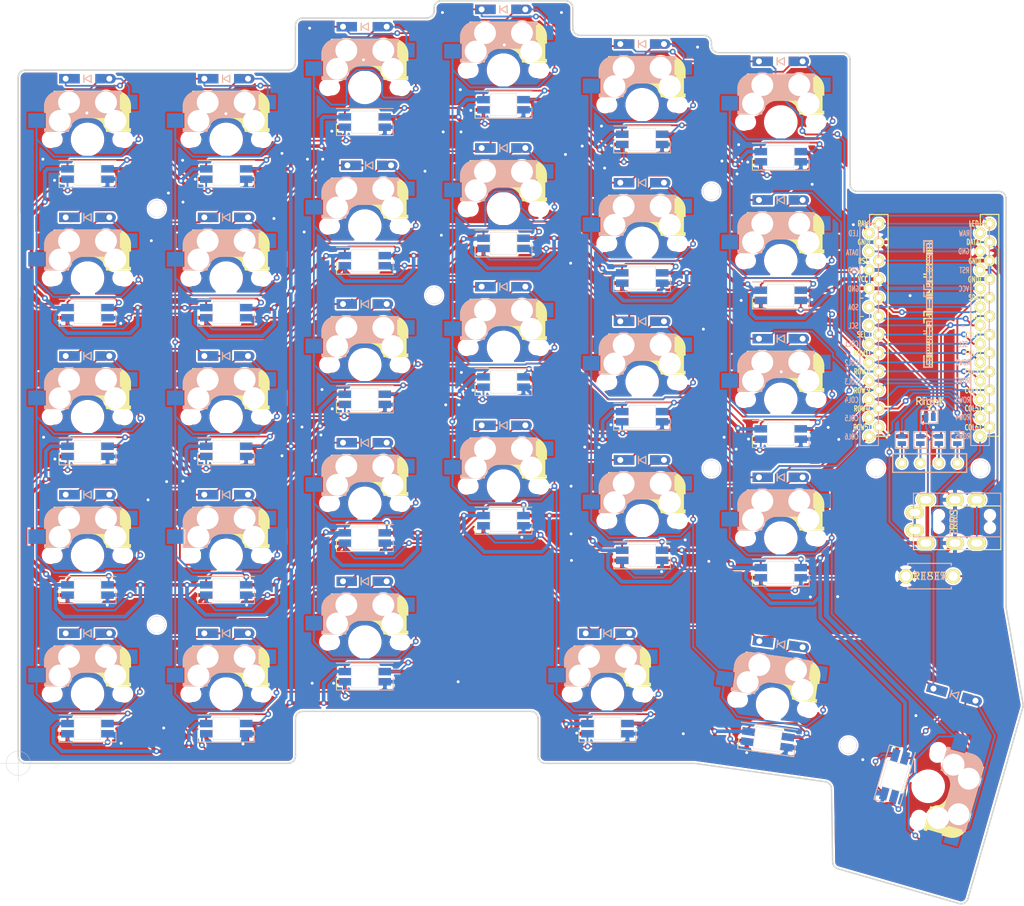
<source format=kicad_pcb>
(kicad_pcb (version 20171130) (host pcbnew 5.1.10-88a1d61d58~88~ubuntu18.04.1)
  (layers (0 F.Cu signal) (31 B.Cu signal) (34 B.Paste user) (35 F.Paste user) (36 B.SilkS user) (37 F.SilkS user) (38 B.Mask user hide) (39 F.Mask user hide) (44 Edge.Cuts user))
  (net 0 "")
  (net 1 F7)
  (net 2 "Net-(D1-Pad2)")
  (net 3 "Net-(D2-Pad2)")
  (net 4 "Net-(D3-Pad2)")
  (net 5 "Net-(D4-Pad2)")
  (net 6 "Net-(D5-Pad2)")
  (net 7 "Net-(D6-Pad2)")
  (net 8 "Net-(D7-Pad2)")
  (net 9 B1)
  (net 10 "Net-(D8-Pad2)")
  (net 11 "Net-(D9-Pad2)")
  (net 12 "Net-(D10-Pad2)")
  (net 13 "Net-(D11-Pad2)")
  (net 14 "Net-(D12-Pad2)")
  (net 15 B3)
  (net 16 "Net-(D13-Pad2)")
  (net 17 "Net-(D14-Pad2)")
  (net 18 "Net-(D15-Pad2)")
  (net 19 "Net-(D16-Pad2)")
  (net 20 "Net-(D17-Pad2)")
  (net 21 "Net-(D18-Pad2)")
  (net 22 "Net-(D19-Pad2)")
  (net 23 B2)
  (net 24 "Net-(D20-Pad2)")
  (net 25 "Net-(D21-Pad2)")
  (net 26 "Net-(D22-Pad2)")
  (net 27 "Net-(D23-Pad2)")
  (net 28 "Net-(D24-Pad2)")
  (net 29 B6)
  (net 30 "Net-(D25-Pad2)")
  (net 31 "Net-(D26-Pad2)")
  (net 32 "Net-(D27-Pad2)")
  (net 33 "Net-(D28-Pad2)")
  (net 34 "Net-(D29-Pad2)")
  (net 35 "Net-(D30-Pad2)")
  (net 36 VCC)
  (net 37 "Net-(J1-PadA)")
  (net 38 D2)
  (net 39 GND)
  (net 40 "Net-(J2-Pad1)")
  (net 41 "Net-(J2-Pad2)")
  (net 42 "Net-(J2-Pad3)")
  (net 43 "Net-(J2-Pad4)")
  (net 44 F6)
  (net 45 SCL)
  (net 46 SDA)
  (net 47 D3)
  (net 48 "Net-(LED1-Pad2)")
  (net 49 "Net-(LED2-Pad2)")
  (net 50 "Net-(LED3-Pad2)")
  (net 51 "Net-(LED4-Pad2)")
  (net 52 "Net-(LED5-Pad2)")
  (net 53 "Net-(LED6-Pad2)")
  (net 54 "Net-(LED7-Pad2)")
  (net 55 "Net-(LED8-Pad2)")
  (net 56 "Net-(LED10-Pad4)")
  (net 57 "Net-(LED10-Pad2)")
  (net 58 "Net-(LED11-Pad2)")
  (net 59 "Net-(LED12-Pad2)")
  (net 60 "Net-(LED13-Pad2)")
  (net 61 "Net-(LED14-Pad2)")
  (net 62 "Net-(LED15-Pad2)")
  (net 63 "Net-(LED16-Pad2)")
  (net 64 "Net-(LED17-Pad2)")
  (net 65 "Net-(LED18-Pad2)")
  (net 66 "Net-(LED19-Pad2)")
  (net 67 "Net-(LED20-Pad2)")
  (net 68 "Net-(LED21-Pad2)")
  (net 69 "Net-(LED22-Pad2)")
  (net 70 "Net-(LED23-Pad2)")
  (net 71 "Net-(LED24-Pad2)")
  (net 72 "Net-(LED25-Pad2)")
  (net 73 "Net-(LED26-Pad2)")
  (net 74 "Net-(LED27-Pad2)")
  (net 75 "Net-(LED28-Pad2)")
  (net 76 "Net-(LED29-Pad2)")
  (net 77 RST)
  (net 78 D4)
  (net 79 C6)
  (net 80 D7)
  (net 81 E6)
  (net 82 B4)
  (net 83 B5)
  (net 84 "Net-(U1-Pad24)")
  (net 85 F4)
  (net 86 F5)
  (net 87 "Net-(LED30-Pad2)")
  (module swallowtail:tiny_logo (layer B.Cu) (at 161.92568 89.29725 270)
    (fp_text reference G*** hide)
    (fp_text value LOGO hide)
  )
  (module swallowtail:tiny_logo (layer F.Cu) (at 161.92568 89.29725 90)
    (fp_text reference G*** hide)
    (fp_text value LOGO hide)
  )
  (module swallowtail:YS-SK6812MINI-E_reversible_no_edge_cuts (layer F.Cu) (at 141.68497 69.05654)
    (fp_text reference LED1 hide)
    (fp_text value YS-SK6812MINI-E)
    (pad 3 smd rect (at 2.75 0.7 180) (size 1.7 1) (layers B.Cu B.Paste B.Mask) (net 39 GND))
    (pad 4 smd rect (at 2.75 -0.7 180) (size 1.7 1) (layers B.Cu B.Paste B.Mask) (net 47 D3))
    (pad 2 smd rect (at -2.75 0.7 180) (size 1.7 1) (layers B.Cu B.Paste B.Mask) (net 48 "Net-(LED1-Pad2)"))
    (pad 1 smd rect (at -2.75 -0.7 180) (size 1.7 1) (layers B.Cu B.Paste B.Mask) (net 36 VCC))
    (pad 2 smd rect (at 2.75 0.7) (size 1.7 1) (layers F.Cu F.Paste F.Mask) (net 48 "Net-(LED1-Pad2)"))
    (pad 1 smd rect (at 2.75 -0.7) (size 1.7 1) (layers F.Cu F.Paste F.Mask) (net 36 VCC))
    (pad 3 smd rect (at -2.75 0.7) (size 1.7 1) (layers F.Cu F.Paste F.Mask) (net 39 GND))
    (pad 4 smd rect (at -2.75 -0.7) (size 1.7 1) (layers F.Cu F.Paste F.Mask) (net 47 D3))
  )
  (module swallowtail:YS-SK6812MINI-E_reversible_no_edge_cuts (layer F.Cu) (at 122.63489 66.67528)
    (fp_text reference LED2 hide)
    (fp_text value YS-SK6812MINI-E)
    (pad 3 smd rect (at 2.75 0.7 180) (size 1.7 1) (layers B.Cu B.Paste B.Mask) (net 39 GND))
    (pad 4 smd rect (at 2.75 -0.7 180) (size 1.7 1) (layers B.Cu B.Paste B.Mask) (net 48 "Net-(LED1-Pad2)"))
    (pad 2 smd rect (at -2.75 0.7 180) (size 1.7 1) (layers B.Cu B.Paste B.Mask) (net 49 "Net-(LED2-Pad2)"))
    (pad 1 smd rect (at -2.75 -0.7 180) (size 1.7 1) (layers B.Cu B.Paste B.Mask) (net 36 VCC))
    (pad 2 smd rect (at 2.75 0.7) (size 1.7 1) (layers F.Cu F.Paste F.Mask) (net 49 "Net-(LED2-Pad2)"))
    (pad 1 smd rect (at 2.75 -0.7) (size 1.7 1) (layers F.Cu F.Paste F.Mask) (net 36 VCC))
    (pad 3 smd rect (at -2.75 0.7) (size 1.7 1) (layers F.Cu F.Paste F.Mask) (net 39 GND))
    (pad 4 smd rect (at -2.75 -0.7) (size 1.7 1) (layers F.Cu F.Paste F.Mask) (net 48 "Net-(LED1-Pad2)"))
  )
  (module swallowtail:YS-SK6812MINI-E_reversible_no_edge_cuts (layer F.Cu) (at 103.58481 61.91276)
    (fp_text reference LED3 hide)
    (fp_text value YS-SK6812MINI-E)
    (pad 3 smd rect (at 2.75 0.7 180) (size 1.7 1) (layers B.Cu B.Paste B.Mask) (net 39 GND))
    (pad 4 smd rect (at 2.75 -0.7 180) (size 1.7 1) (layers B.Cu B.Paste B.Mask) (net 49 "Net-(LED2-Pad2)"))
    (pad 2 smd rect (at -2.75 0.7 180) (size 1.7 1) (layers B.Cu B.Paste B.Mask) (net 50 "Net-(LED3-Pad2)"))
    (pad 1 smd rect (at -2.75 -0.7 180) (size 1.7 1) (layers B.Cu B.Paste B.Mask) (net 36 VCC))
    (pad 2 smd rect (at 2.75 0.7) (size 1.7 1) (layers F.Cu F.Paste F.Mask) (net 50 "Net-(LED3-Pad2)"))
    (pad 1 smd rect (at 2.75 -0.7) (size 1.7 1) (layers F.Cu F.Paste F.Mask) (net 36 VCC))
    (pad 3 smd rect (at -2.75 0.7) (size 1.7 1) (layers F.Cu F.Paste F.Mask) (net 39 GND))
    (pad 4 smd rect (at -2.75 -0.7) (size 1.7 1) (layers F.Cu F.Paste F.Mask) (net 49 "Net-(LED2-Pad2)"))
  )
  (module swallowtail:YS-SK6812MINI-E_reversible_no_edge_cuts (layer F.Cu) (at 84.53473 64.29402)
    (fp_text reference LED4 hide)
    (fp_text value YS-SK6812MINI-E)
    (pad 3 smd rect (at 2.75 0.7 180) (size 1.7 1) (layers B.Cu B.Paste B.Mask) (net 39 GND))
    (pad 4 smd rect (at 2.75 -0.7 180) (size 1.7 1) (layers B.Cu B.Paste B.Mask) (net 50 "Net-(LED3-Pad2)"))
    (pad 2 smd rect (at -2.75 0.7 180) (size 1.7 1) (layers B.Cu B.Paste B.Mask) (net 51 "Net-(LED4-Pad2)"))
    (pad 1 smd rect (at -2.75 -0.7 180) (size 1.7 1) (layers B.Cu B.Paste B.Mask) (net 36 VCC))
    (pad 2 smd rect (at 2.75 0.7) (size 1.7 1) (layers F.Cu F.Paste F.Mask) (net 51 "Net-(LED4-Pad2)"))
    (pad 1 smd rect (at 2.75 -0.7) (size 1.7 1) (layers F.Cu F.Paste F.Mask) (net 36 VCC))
    (pad 3 smd rect (at -2.75 0.7) (size 1.7 1) (layers F.Cu F.Paste F.Mask) (net 39 GND))
    (pad 4 smd rect (at -2.75 -0.7) (size 1.7 1) (layers F.Cu F.Paste F.Mask) (net 50 "Net-(LED3-Pad2)"))
  )
  (module swallowtail:YS-SK6812MINI-E_reversible_no_edge_cuts (layer F.Cu) (at 65.48465 71.4378)
    (fp_text reference LED5 hide)
    (fp_text value YS-SK6812MINI-E)
    (pad 3 smd rect (at 2.75 0.7 180) (size 1.7 1) (layers B.Cu B.Paste B.Mask) (net 39 GND))
    (pad 4 smd rect (at 2.75 -0.7 180) (size 1.7 1) (layers B.Cu B.Paste B.Mask) (net 51 "Net-(LED4-Pad2)"))
    (pad 2 smd rect (at -2.75 0.7 180) (size 1.7 1) (layers B.Cu B.Paste B.Mask) (net 52 "Net-(LED5-Pad2)"))
    (pad 1 smd rect (at -2.75 -0.7 180) (size 1.7 1) (layers B.Cu B.Paste B.Mask) (net 36 VCC))
    (pad 2 smd rect (at 2.75 0.7) (size 1.7 1) (layers F.Cu F.Paste F.Mask) (net 52 "Net-(LED5-Pad2)"))
    (pad 1 smd rect (at 2.75 -0.7) (size 1.7 1) (layers F.Cu F.Paste F.Mask) (net 36 VCC))
    (pad 3 smd rect (at -2.75 0.7) (size 1.7 1) (layers F.Cu F.Paste F.Mask) (net 39 GND))
    (pad 4 smd rect (at -2.75 -0.7) (size 1.7 1) (layers F.Cu F.Paste F.Mask) (net 51 "Net-(LED4-Pad2)"))
  )
  (module swallowtail:YS-SK6812MINI-E_reversible_no_edge_cuts (layer F.Cu) (at 46.43457 71.4378)
    (fp_text reference LED6 hide)
    (fp_text value YS-SK6812MINI-E)
    (pad 3 smd rect (at 2.75 0.7 180) (size 1.7 1) (layers B.Cu B.Paste B.Mask) (net 39 GND))
    (pad 4 smd rect (at 2.75 -0.7 180) (size 1.7 1) (layers B.Cu B.Paste B.Mask) (net 52 "Net-(LED5-Pad2)"))
    (pad 2 smd rect (at -2.75 0.7 180) (size 1.7 1) (layers B.Cu B.Paste B.Mask) (net 53 "Net-(LED6-Pad2)"))
    (pad 1 smd rect (at -2.75 -0.7 180) (size 1.7 1) (layers B.Cu B.Paste B.Mask) (net 36 VCC))
    (pad 2 smd rect (at 2.75 0.7) (size 1.7 1) (layers F.Cu F.Paste F.Mask) (net 53 "Net-(LED6-Pad2)"))
    (pad 1 smd rect (at 2.75 -0.7) (size 1.7 1) (layers F.Cu F.Paste F.Mask) (net 36 VCC))
    (pad 3 smd rect (at -2.75 0.7) (size 1.7 1) (layers F.Cu F.Paste F.Mask) (net 39 GND))
    (pad 4 smd rect (at -2.75 -0.7) (size 1.7 1) (layers F.Cu F.Paste F.Mask) (net 52 "Net-(LED5-Pad2)"))
  )
  (module swallowtail:YS-SK6812MINI-E_reversible_no_edge_cuts (layer F.Cu) (at 46.43457 90.48788)
    (fp_text reference LED7 hide)
    (fp_text value YS-SK6812MINI-E)
    (pad 3 smd rect (at 2.75 0.7 180) (size 1.7 1) (layers B.Cu B.Paste B.Mask) (net 39 GND))
    (pad 4 smd rect (at 2.75 -0.7 180) (size 1.7 1) (layers B.Cu B.Paste B.Mask) (net 53 "Net-(LED6-Pad2)"))
    (pad 2 smd rect (at -2.75 0.7 180) (size 1.7 1) (layers B.Cu B.Paste B.Mask) (net 54 "Net-(LED7-Pad2)"))
    (pad 1 smd rect (at -2.75 -0.7 180) (size 1.7 1) (layers B.Cu B.Paste B.Mask) (net 36 VCC))
    (pad 2 smd rect (at 2.75 0.7) (size 1.7 1) (layers F.Cu F.Paste F.Mask) (net 54 "Net-(LED7-Pad2)"))
    (pad 1 smd rect (at 2.75 -0.7) (size 1.7 1) (layers F.Cu F.Paste F.Mask) (net 36 VCC))
    (pad 3 smd rect (at -2.75 0.7) (size 1.7 1) (layers F.Cu F.Paste F.Mask) (net 39 GND))
    (pad 4 smd rect (at -2.75 -0.7) (size 1.7 1) (layers F.Cu F.Paste F.Mask) (net 53 "Net-(LED6-Pad2)"))
  )
  (module swallowtail:YS-SK6812MINI-E_reversible_no_edge_cuts (layer F.Cu) (at 65.48465 90.48788)
    (fp_text reference LED8 hide)
    (fp_text value YS-SK6812MINI-E)
    (pad 3 smd rect (at 2.75 0.7 180) (size 1.7 1) (layers B.Cu B.Paste B.Mask) (net 39 GND))
    (pad 4 smd rect (at 2.75 -0.7 180) (size 1.7 1) (layers B.Cu B.Paste B.Mask) (net 54 "Net-(LED7-Pad2)"))
    (pad 2 smd rect (at -2.75 0.7 180) (size 1.7 1) (layers B.Cu B.Paste B.Mask) (net 55 "Net-(LED8-Pad2)"))
    (pad 1 smd rect (at -2.75 -0.7 180) (size 1.7 1) (layers B.Cu B.Paste B.Mask) (net 36 VCC))
    (pad 2 smd rect (at 2.75 0.7) (size 1.7 1) (layers F.Cu F.Paste F.Mask) (net 55 "Net-(LED8-Pad2)"))
    (pad 1 smd rect (at 2.75 -0.7) (size 1.7 1) (layers F.Cu F.Paste F.Mask) (net 36 VCC))
    (pad 3 smd rect (at -2.75 0.7) (size 1.7 1) (layers F.Cu F.Paste F.Mask) (net 39 GND))
    (pad 4 smd rect (at -2.75 -0.7) (size 1.7 1) (layers F.Cu F.Paste F.Mask) (net 54 "Net-(LED7-Pad2)"))
  )
  (module swallowtail:YS-SK6812MINI-E_reversible_no_edge_cuts (layer F.Cu) (at 84.53473 83.3441)
    (fp_text reference LED9 hide)
    (fp_text value YS-SK6812MINI-E)
    (pad 3 smd rect (at 2.75 0.7 180) (size 1.7 1) (layers B.Cu B.Paste B.Mask) (net 39 GND))
    (pad 4 smd rect (at 2.75 -0.7 180) (size 1.7 1) (layers B.Cu B.Paste B.Mask) (net 55 "Net-(LED8-Pad2)"))
    (pad 2 smd rect (at -2.75 0.7 180) (size 1.7 1) (layers B.Cu B.Paste B.Mask) (net 56 "Net-(LED10-Pad4)"))
    (pad 1 smd rect (at -2.75 -0.7 180) (size 1.7 1) (layers B.Cu B.Paste B.Mask) (net 36 VCC))
    (pad 2 smd rect (at 2.75 0.7) (size 1.7 1) (layers F.Cu F.Paste F.Mask) (net 56 "Net-(LED10-Pad4)"))
    (pad 1 smd rect (at 2.75 -0.7) (size 1.7 1) (layers F.Cu F.Paste F.Mask) (net 36 VCC))
    (pad 3 smd rect (at -2.75 0.7) (size 1.7 1) (layers F.Cu F.Paste F.Mask) (net 39 GND))
    (pad 4 smd rect (at -2.75 -0.7) (size 1.7 1) (layers F.Cu F.Paste F.Mask) (net 55 "Net-(LED8-Pad2)"))
  )
  (module swallowtail:YS-SK6812MINI-E_reversible_no_edge_cuts (layer F.Cu) (at 103.58481 80.96284)
    (fp_text reference LED10 hide)
    (fp_text value YS-SK6812MINI-E)
    (pad 3 smd rect (at 2.75 0.7 180) (size 1.7 1) (layers B.Cu B.Paste B.Mask) (net 39 GND))
    (pad 4 smd rect (at 2.75 -0.7 180) (size 1.7 1) (layers B.Cu B.Paste B.Mask) (net 56 "Net-(LED10-Pad4)"))
    (pad 2 smd rect (at -2.75 0.7 180) (size 1.7 1) (layers B.Cu B.Paste B.Mask) (net 57 "Net-(LED10-Pad2)"))
    (pad 1 smd rect (at -2.75 -0.7 180) (size 1.7 1) (layers B.Cu B.Paste B.Mask) (net 36 VCC))
    (pad 2 smd rect (at 2.75 0.7) (size 1.7 1) (layers F.Cu F.Paste F.Mask) (net 57 "Net-(LED10-Pad2)"))
    (pad 1 smd rect (at 2.75 -0.7) (size 1.7 1) (layers F.Cu F.Paste F.Mask) (net 36 VCC))
    (pad 3 smd rect (at -2.75 0.7) (size 1.7 1) (layers F.Cu F.Paste F.Mask) (net 39 GND))
    (pad 4 smd rect (at -2.75 -0.7) (size 1.7 1) (layers F.Cu F.Paste F.Mask) (net 56 "Net-(LED10-Pad4)"))
  )
  (module swallowtail:YS-SK6812MINI-E_reversible_no_edge_cuts (layer F.Cu) (at 122.63489 85.72536)
    (fp_text reference LED11 hide)
    (fp_text value YS-SK6812MINI-E)
    (pad 3 smd rect (at 2.75 0.7 180) (size 1.7 1) (layers B.Cu B.Paste B.Mask) (net 39 GND))
    (pad 4 smd rect (at 2.75 -0.7 180) (size 1.7 1) (layers B.Cu B.Paste B.Mask) (net 57 "Net-(LED10-Pad2)"))
    (pad 2 smd rect (at -2.75 0.7 180) (size 1.7 1) (layers B.Cu B.Paste B.Mask) (net 58 "Net-(LED11-Pad2)"))
    (pad 1 smd rect (at -2.75 -0.7 180) (size 1.7 1) (layers B.Cu B.Paste B.Mask) (net 36 VCC))
    (pad 2 smd rect (at 2.75 0.7) (size 1.7 1) (layers F.Cu F.Paste F.Mask) (net 58 "Net-(LED11-Pad2)"))
    (pad 1 smd rect (at 2.75 -0.7) (size 1.7 1) (layers F.Cu F.Paste F.Mask) (net 36 VCC))
    (pad 3 smd rect (at -2.75 0.7) (size 1.7 1) (layers F.Cu F.Paste F.Mask) (net 39 GND))
    (pad 4 smd rect (at -2.75 -0.7) (size 1.7 1) (layers F.Cu F.Paste F.Mask) (net 57 "Net-(LED10-Pad2)"))
  )
  (module swallowtail:YS-SK6812MINI-E_reversible_no_edge_cuts (layer F.Cu) (at 141.68497 88.10662)
    (fp_text reference LED12 hide)
    (fp_text value YS-SK6812MINI-E)
    (pad 3 smd rect (at 2.75 0.7 180) (size 1.7 1) (layers B.Cu B.Paste B.Mask) (net 39 GND))
    (pad 4 smd rect (at 2.75 -0.7 180) (size 1.7 1) (layers B.Cu B.Paste B.Mask) (net 58 "Net-(LED11-Pad2)"))
    (pad 2 smd rect (at -2.75 0.7 180) (size 1.7 1) (layers B.Cu B.Paste B.Mask) (net 59 "Net-(LED12-Pad2)"))
    (pad 1 smd rect (at -2.75 -0.7 180) (size 1.7 1) (layers B.Cu B.Paste B.Mask) (net 36 VCC))
    (pad 2 smd rect (at 2.75 0.7) (size 1.7 1) (layers F.Cu F.Paste F.Mask) (net 59 "Net-(LED12-Pad2)"))
    (pad 1 smd rect (at 2.75 -0.7) (size 1.7 1) (layers F.Cu F.Paste F.Mask) (net 36 VCC))
    (pad 3 smd rect (at -2.75 0.7) (size 1.7 1) (layers F.Cu F.Paste F.Mask) (net 39 GND))
    (pad 4 smd rect (at -2.75 -0.7) (size 1.7 1) (layers F.Cu F.Paste F.Mask) (net 58 "Net-(LED11-Pad2)"))
  )
  (module swallowtail:YS-SK6812MINI-E_reversible_no_edge_cuts (layer F.Cu) (at 141.68497 107.1567)
    (fp_text reference LED13 hide)
    (fp_text value YS-SK6812MINI-E)
    (pad 3 smd rect (at 2.75 0.7 180) (size 1.7 1) (layers B.Cu B.Paste B.Mask) (net 39 GND))
    (pad 4 smd rect (at 2.75 -0.7 180) (size 1.7 1) (layers B.Cu B.Paste B.Mask) (net 59 "Net-(LED12-Pad2)"))
    (pad 2 smd rect (at -2.75 0.7 180) (size 1.7 1) (layers B.Cu B.Paste B.Mask) (net 60 "Net-(LED13-Pad2)"))
    (pad 1 smd rect (at -2.75 -0.7 180) (size 1.7 1) (layers B.Cu B.Paste B.Mask) (net 36 VCC))
    (pad 2 smd rect (at 2.75 0.7) (size 1.7 1) (layers F.Cu F.Paste F.Mask) (net 60 "Net-(LED13-Pad2)"))
    (pad 1 smd rect (at 2.75 -0.7) (size 1.7 1) (layers F.Cu F.Paste F.Mask) (net 36 VCC))
    (pad 3 smd rect (at -2.75 0.7) (size 1.7 1) (layers F.Cu F.Paste F.Mask) (net 39 GND))
    (pad 4 smd rect (at -2.75 -0.7) (size 1.7 1) (layers F.Cu F.Paste F.Mask) (net 59 "Net-(LED12-Pad2)"))
  )
  (module swallowtail:YS-SK6812MINI-E_reversible_no_edge_cuts (layer F.Cu) (at 122.63489 104.77544)
    (fp_text reference LED14 hide)
    (fp_text value YS-SK6812MINI-E)
    (pad 3 smd rect (at 2.75 0.7 180) (size 1.7 1) (layers B.Cu B.Paste B.Mask) (net 39 GND))
    (pad 4 smd rect (at 2.75 -0.7 180) (size 1.7 1) (layers B.Cu B.Paste B.Mask) (net 60 "Net-(LED13-Pad2)"))
    (pad 2 smd rect (at -2.75 0.7 180) (size 1.7 1) (layers B.Cu B.Paste B.Mask) (net 61 "Net-(LED14-Pad2)"))
    (pad 1 smd rect (at -2.75 -0.7 180) (size 1.7 1) (layers B.Cu B.Paste B.Mask) (net 36 VCC))
    (pad 2 smd rect (at 2.75 0.7) (size 1.7 1) (layers F.Cu F.Paste F.Mask) (net 61 "Net-(LED14-Pad2)"))
    (pad 1 smd rect (at 2.75 -0.7) (size 1.7 1) (layers F.Cu F.Paste F.Mask) (net 36 VCC))
    (pad 3 smd rect (at -2.75 0.7) (size 1.7 1) (layers F.Cu F.Paste F.Mask) (net 39 GND))
    (pad 4 smd rect (at -2.75 -0.7) (size 1.7 1) (layers F.Cu F.Paste F.Mask) (net 60 "Net-(LED13-Pad2)"))
  )
  (module swallowtail:YS-SK6812MINI-E_reversible_no_edge_cuts (layer F.Cu) (at 103.58481 100.01292)
    (fp_text reference LED15 hide)
    (fp_text value YS-SK6812MINI-E)
    (pad 3 smd rect (at 2.75 0.7 180) (size 1.7 1) (layers B.Cu B.Paste B.Mask) (net 39 GND))
    (pad 4 smd rect (at 2.75 -0.7 180) (size 1.7 1) (layers B.Cu B.Paste B.Mask) (net 61 "Net-(LED14-Pad2)"))
    (pad 2 smd rect (at -2.75 0.7 180) (size 1.7 1) (layers B.Cu B.Paste B.Mask) (net 62 "Net-(LED15-Pad2)"))
    (pad 1 smd rect (at -2.75 -0.7 180) (size 1.7 1) (layers B.Cu B.Paste B.Mask) (net 36 VCC))
    (pad 2 smd rect (at 2.75 0.7) (size 1.7 1) (layers F.Cu F.Paste F.Mask) (net 62 "Net-(LED15-Pad2)"))
    (pad 1 smd rect (at 2.75 -0.7) (size 1.7 1) (layers F.Cu F.Paste F.Mask) (net 36 VCC))
    (pad 3 smd rect (at -2.75 0.7) (size 1.7 1) (layers F.Cu F.Paste F.Mask) (net 39 GND))
    (pad 4 smd rect (at -2.75 -0.7) (size 1.7 1) (layers F.Cu F.Paste F.Mask) (net 61 "Net-(LED14-Pad2)"))
  )
  (module swallowtail:YS-SK6812MINI-E_reversible_no_edge_cuts (layer F.Cu) (at 84.53473 102.39418)
    (fp_text reference LED16 hide)
    (fp_text value YS-SK6812MINI-E)
    (pad 3 smd rect (at 2.75 0.7 180) (size 1.7 1) (layers B.Cu B.Paste B.Mask) (net 39 GND))
    (pad 4 smd rect (at 2.75 -0.7 180) (size 1.7 1) (layers B.Cu B.Paste B.Mask) (net 62 "Net-(LED15-Pad2)"))
    (pad 2 smd rect (at -2.75 0.7 180) (size 1.7 1) (layers B.Cu B.Paste B.Mask) (net 63 "Net-(LED16-Pad2)"))
    (pad 1 smd rect (at -2.75 -0.7 180) (size 1.7 1) (layers B.Cu B.Paste B.Mask) (net 36 VCC))
    (pad 2 smd rect (at 2.75 0.7) (size 1.7 1) (layers F.Cu F.Paste F.Mask) (net 63 "Net-(LED16-Pad2)"))
    (pad 1 smd rect (at 2.75 -0.7) (size 1.7 1) (layers F.Cu F.Paste F.Mask) (net 36 VCC))
    (pad 3 smd rect (at -2.75 0.7) (size 1.7 1) (layers F.Cu F.Paste F.Mask) (net 39 GND))
    (pad 4 smd rect (at -2.75 -0.7) (size 1.7 1) (layers F.Cu F.Paste F.Mask) (net 62 "Net-(LED15-Pad2)"))
  )
  (module swallowtail:YS-SK6812MINI-E_reversible_no_edge_cuts (layer F.Cu) (at 65.48465 109.53796)
    (fp_text reference LED17 hide)
    (fp_text value YS-SK6812MINI-E)
    (pad 3 smd rect (at 2.75 0.7 180) (size 1.7 1) (layers B.Cu B.Paste B.Mask) (net 39 GND))
    (pad 4 smd rect (at 2.75 -0.7 180) (size 1.7 1) (layers B.Cu B.Paste B.Mask) (net 63 "Net-(LED16-Pad2)"))
    (pad 2 smd rect (at -2.75 0.7 180) (size 1.7 1) (layers B.Cu B.Paste B.Mask) (net 64 "Net-(LED17-Pad2)"))
    (pad 1 smd rect (at -2.75 -0.7 180) (size 1.7 1) (layers B.Cu B.Paste B.Mask) (net 36 VCC))
    (pad 2 smd rect (at 2.75 0.7) (size 1.7 1) (layers F.Cu F.Paste F.Mask) (net 64 "Net-(LED17-Pad2)"))
    (pad 1 smd rect (at 2.75 -0.7) (size 1.7 1) (layers F.Cu F.Paste F.Mask) (net 36 VCC))
    (pad 3 smd rect (at -2.75 0.7) (size 1.7 1) (layers F.Cu F.Paste F.Mask) (net 39 GND))
    (pad 4 smd rect (at -2.75 -0.7) (size 1.7 1) (layers F.Cu F.Paste F.Mask) (net 63 "Net-(LED16-Pad2)"))
  )
  (module swallowtail:YS-SK6812MINI-E_reversible_no_edge_cuts (layer F.Cu) (at 46.43457 109.53796)
    (fp_text reference LED18 hide)
    (fp_text value YS-SK6812MINI-E)
    (pad 3 smd rect (at 2.75 0.7 180) (size 1.7 1) (layers B.Cu B.Paste B.Mask) (net 39 GND))
    (pad 4 smd rect (at 2.75 -0.7 180) (size 1.7 1) (layers B.Cu B.Paste B.Mask) (net 64 "Net-(LED17-Pad2)"))
    (pad 2 smd rect (at -2.75 0.7 180) (size 1.7 1) (layers B.Cu B.Paste B.Mask) (net 65 "Net-(LED18-Pad2)"))
    (pad 1 smd rect (at -2.75 -0.7 180) (size 1.7 1) (layers B.Cu B.Paste B.Mask) (net 36 VCC))
    (pad 2 smd rect (at 2.75 0.7) (size 1.7 1) (layers F.Cu F.Paste F.Mask) (net 65 "Net-(LED18-Pad2)"))
    (pad 1 smd rect (at 2.75 -0.7) (size 1.7 1) (layers F.Cu F.Paste F.Mask) (net 36 VCC))
    (pad 3 smd rect (at -2.75 0.7) (size 1.7 1) (layers F.Cu F.Paste F.Mask) (net 39 GND))
    (pad 4 smd rect (at -2.75 -0.7) (size 1.7 1) (layers F.Cu F.Paste F.Mask) (net 64 "Net-(LED17-Pad2)"))
  )
  (module swallowtail:YS-SK6812MINI-E_reversible_no_edge_cuts (layer F.Cu) (at 46.43457 128.58804)
    (fp_text reference LED19 hide)
    (fp_text value YS-SK6812MINI-E)
    (pad 3 smd rect (at 2.75 0.7 180) (size 1.7 1) (layers B.Cu B.Paste B.Mask) (net 39 GND))
    (pad 4 smd rect (at 2.75 -0.7 180) (size 1.7 1) (layers B.Cu B.Paste B.Mask) (net 65 "Net-(LED18-Pad2)"))
    (pad 2 smd rect (at -2.75 0.7 180) (size 1.7 1) (layers B.Cu B.Paste B.Mask) (net 66 "Net-(LED19-Pad2)"))
    (pad 1 smd rect (at -2.75 -0.7 180) (size 1.7 1) (layers B.Cu B.Paste B.Mask) (net 36 VCC))
    (pad 2 smd rect (at 2.75 0.7) (size 1.7 1) (layers F.Cu F.Paste F.Mask) (net 66 "Net-(LED19-Pad2)"))
    (pad 1 smd rect (at 2.75 -0.7) (size 1.7 1) (layers F.Cu F.Paste F.Mask) (net 36 VCC))
    (pad 3 smd rect (at -2.75 0.7) (size 1.7 1) (layers F.Cu F.Paste F.Mask) (net 39 GND))
    (pad 4 smd rect (at -2.75 -0.7) (size 1.7 1) (layers F.Cu F.Paste F.Mask) (net 65 "Net-(LED18-Pad2)"))
  )
  (module swallowtail:YS-SK6812MINI-E_reversible_no_edge_cuts (layer F.Cu) (at 65.48465 128.58804)
    (fp_text reference LED20 hide)
    (fp_text value YS-SK6812MINI-E)
    (pad 3 smd rect (at 2.75 0.7 180) (size 1.7 1) (layers B.Cu B.Paste B.Mask) (net 39 GND))
    (pad 4 smd rect (at 2.75 -0.7 180) (size 1.7 1) (layers B.Cu B.Paste B.Mask) (net 66 "Net-(LED19-Pad2)"))
    (pad 2 smd rect (at -2.75 0.7 180) (size 1.7 1) (layers B.Cu B.Paste B.Mask) (net 67 "Net-(LED20-Pad2)"))
    (pad 1 smd rect (at -2.75 -0.7 180) (size 1.7 1) (layers B.Cu B.Paste B.Mask) (net 36 VCC))
    (pad 2 smd rect (at 2.75 0.7) (size 1.7 1) (layers F.Cu F.Paste F.Mask) (net 67 "Net-(LED20-Pad2)"))
    (pad 1 smd rect (at 2.75 -0.7) (size 1.7 1) (layers F.Cu F.Paste F.Mask) (net 36 VCC))
    (pad 3 smd rect (at -2.75 0.7) (size 1.7 1) (layers F.Cu F.Paste F.Mask) (net 39 GND))
    (pad 4 smd rect (at -2.75 -0.7) (size 1.7 1) (layers F.Cu F.Paste F.Mask) (net 66 "Net-(LED19-Pad2)"))
  )
  (module swallowtail:YS-SK6812MINI-E_reversible_no_edge_cuts (layer F.Cu) (at 84.53473 121.44426)
    (fp_text reference LED21 hide)
    (fp_text value YS-SK6812MINI-E)
    (pad 3 smd rect (at 2.75 0.7 180) (size 1.7 1) (layers B.Cu B.Paste B.Mask) (net 39 GND))
    (pad 4 smd rect (at 2.75 -0.7 180) (size 1.7 1) (layers B.Cu B.Paste B.Mask) (net 67 "Net-(LED20-Pad2)"))
    (pad 2 smd rect (at -2.75 0.7 180) (size 1.7 1) (layers B.Cu B.Paste B.Mask) (net 68 "Net-(LED21-Pad2)"))
    (pad 1 smd rect (at -2.75 -0.7 180) (size 1.7 1) (layers B.Cu B.Paste B.Mask) (net 36 VCC))
    (pad 2 smd rect (at 2.75 0.7) (size 1.7 1) (layers F.Cu F.Paste F.Mask) (net 68 "Net-(LED21-Pad2)"))
    (pad 1 smd rect (at 2.75 -0.7) (size 1.7 1) (layers F.Cu F.Paste F.Mask) (net 36 VCC))
    (pad 3 smd rect (at -2.75 0.7) (size 1.7 1) (layers F.Cu F.Paste F.Mask) (net 39 GND))
    (pad 4 smd rect (at -2.75 -0.7) (size 1.7 1) (layers F.Cu F.Paste F.Mask) (net 67 "Net-(LED20-Pad2)"))
  )
  (module swallowtail:YS-SK6812MINI-E_reversible_no_edge_cuts (layer F.Cu) (at 103.58481 119.063)
    (fp_text reference LED22 hide)
    (fp_text value YS-SK6812MINI-E)
    (pad 3 smd rect (at 2.75 0.7 180) (size 1.7 1) (layers B.Cu B.Paste B.Mask) (net 39 GND))
    (pad 4 smd rect (at 2.75 -0.7 180) (size 1.7 1) (layers B.Cu B.Paste B.Mask) (net 68 "Net-(LED21-Pad2)"))
    (pad 2 smd rect (at -2.75 0.7 180) (size 1.7 1) (layers B.Cu B.Paste B.Mask) (net 69 "Net-(LED22-Pad2)"))
    (pad 1 smd rect (at -2.75 -0.7 180) (size 1.7 1) (layers B.Cu B.Paste B.Mask) (net 36 VCC))
    (pad 2 smd rect (at 2.75 0.7) (size 1.7 1) (layers F.Cu F.Paste F.Mask) (net 69 "Net-(LED22-Pad2)"))
    (pad 1 smd rect (at 2.75 -0.7) (size 1.7 1) (layers F.Cu F.Paste F.Mask) (net 36 VCC))
    (pad 3 smd rect (at -2.75 0.7) (size 1.7 1) (layers F.Cu F.Paste F.Mask) (net 39 GND))
    (pad 4 smd rect (at -2.75 -0.7) (size 1.7 1) (layers F.Cu F.Paste F.Mask) (net 68 "Net-(LED21-Pad2)"))
  )
  (module swallowtail:YS-SK6812MINI-E_reversible_no_edge_cuts (layer F.Cu) (at 122.63489 123.82552)
    (fp_text reference LED23 hide)
    (fp_text value YS-SK6812MINI-E)
    (pad 3 smd rect (at 2.75 0.7 180) (size 1.7 1) (layers B.Cu B.Paste B.Mask) (net 39 GND))
    (pad 4 smd rect (at 2.75 -0.7 180) (size 1.7 1) (layers B.Cu B.Paste B.Mask) (net 69 "Net-(LED22-Pad2)"))
    (pad 2 smd rect (at -2.75 0.7 180) (size 1.7 1) (layers B.Cu B.Paste B.Mask) (net 70 "Net-(LED23-Pad2)"))
    (pad 1 smd rect (at -2.75 -0.7 180) (size 1.7 1) (layers B.Cu B.Paste B.Mask) (net 36 VCC))
    (pad 2 smd rect (at 2.75 0.7) (size 1.7 1) (layers F.Cu F.Paste F.Mask) (net 70 "Net-(LED23-Pad2)"))
    (pad 1 smd rect (at 2.75 -0.7) (size 1.7 1) (layers F.Cu F.Paste F.Mask) (net 36 VCC))
    (pad 3 smd rect (at -2.75 0.7) (size 1.7 1) (layers F.Cu F.Paste F.Mask) (net 39 GND))
    (pad 4 smd rect (at -2.75 -0.7) (size 1.7 1) (layers F.Cu F.Paste F.Mask) (net 69 "Net-(LED22-Pad2)"))
  )
  (module swallowtail:YS-SK6812MINI-E_reversible_no_edge_cuts (layer F.Cu) (at 141.68497 126.20678)
    (fp_text reference LED24 hide)
    (fp_text value YS-SK6812MINI-E)
    (pad 3 smd rect (at 2.75 0.7 180) (size 1.7 1) (layers B.Cu B.Paste B.Mask) (net 39 GND))
    (pad 4 smd rect (at 2.75 -0.7 180) (size 1.7 1) (layers B.Cu B.Paste B.Mask) (net 70 "Net-(LED23-Pad2)"))
    (pad 2 smd rect (at -2.75 0.7 180) (size 1.7 1) (layers B.Cu B.Paste B.Mask) (net 71 "Net-(LED24-Pad2)"))
    (pad 1 smd rect (at -2.75 -0.7 180) (size 1.7 1) (layers B.Cu B.Paste B.Mask) (net 36 VCC))
    (pad 2 smd rect (at 2.75 0.7) (size 1.7 1) (layers F.Cu F.Paste F.Mask) (net 71 "Net-(LED24-Pad2)"))
    (pad 1 smd rect (at 2.75 -0.7) (size 1.7 1) (layers F.Cu F.Paste F.Mask) (net 36 VCC))
    (pad 3 smd rect (at -2.75 0.7) (size 1.7 1) (layers F.Cu F.Paste F.Mask) (net 39 GND))
    (pad 4 smd rect (at -2.75 -0.7) (size 1.7 1) (layers F.Cu F.Paste F.Mask) (net 70 "Net-(LED23-Pad2)"))
  )
  (module swallowtail:YS-SK6812MINI-E_reversible_no_edge_cuts (layer F.Cu) (at 157.325 154.125 254)
    (fp_text reference LED25 hide)
    (fp_text value YS-SK6812MINI-E)
    (pad 3 smd rect (at 2.75 0.7 74) (size 1.7 1) (layers B.Cu B.Paste B.Mask) (net 39 GND))
    (pad 4 smd rect (at 2.75 -0.7 74) (size 1.7 1) (layers B.Cu B.Paste B.Mask) (net 71 "Net-(LED24-Pad2)"))
    (pad 2 smd rect (at -2.75 0.7 74) (size 1.7 1) (layers B.Cu B.Paste B.Mask) (net 72 "Net-(LED25-Pad2)"))
    (pad 1 smd rect (at -2.75 -0.7 74) (size 1.7 1) (layers B.Cu B.Paste B.Mask) (net 36 VCC))
    (pad 2 smd rect (at 2.75 0.7 254) (size 1.7 1) (layers F.Cu F.Paste F.Mask) (net 72 "Net-(LED25-Pad2)"))
    (pad 1 smd rect (at 2.75 -0.7 254) (size 1.7 1) (layers F.Cu F.Paste F.Mask) (net 36 VCC))
    (pad 3 smd rect (at -2.75 0.7 254) (size 1.7 1) (layers F.Cu F.Paste F.Mask) (net 39 GND))
    (pad 4 smd rect (at -2.75 -0.7 254) (size 1.7 1) (layers F.Cu F.Paste F.Mask) (net 71 "Net-(LED24-Pad2)"))
  )
  (module swallowtail:YS-SK6812MINI-E_reversible_no_edge_cuts (layer F.Cu) (at 139.870658 149.114538 352)
    (fp_text reference LED26 hide)
    (fp_text value YS-SK6812MINI-E)
    (pad 3 smd rect (at 2.75 0.7 172) (size 1.7 1) (layers B.Cu B.Paste B.Mask) (net 39 GND))
    (pad 4 smd rect (at 2.75 -0.7 172) (size 1.7 1) (layers B.Cu B.Paste B.Mask) (net 72 "Net-(LED25-Pad2)"))
    (pad 2 smd rect (at -2.75 0.7 172) (size 1.7 1) (layers B.Cu B.Paste B.Mask) (net 73 "Net-(LED26-Pad2)"))
    (pad 1 smd rect (at -2.75 -0.7 172) (size 1.7 1) (layers B.Cu B.Paste B.Mask) (net 36 VCC))
    (pad 2 smd rect (at 2.75 0.7 352) (size 1.7 1) (layers F.Cu F.Paste F.Mask) (net 73 "Net-(LED26-Pad2)"))
    (pad 1 smd rect (at 2.75 -0.7 352) (size 1.7 1) (layers F.Cu F.Paste F.Mask) (net 36 VCC))
    (pad 3 smd rect (at -2.75 0.7 352) (size 1.7 1) (layers F.Cu F.Paste F.Mask) (net 39 GND))
    (pad 4 smd rect (at -2.75 -0.7 352) (size 1.7 1) (layers F.Cu F.Paste F.Mask) (net 72 "Net-(LED25-Pad2)"))
  )
  (module swallowtail:YS-SK6812MINI-E_reversible_no_edge_cuts (layer F.Cu) (at 117.87237 147.63812)
    (fp_text reference LED27 hide)
    (fp_text value YS-SK6812MINI-E)
    (pad 3 smd rect (at 2.75 0.7 180) (size 1.7 1) (layers B.Cu B.Paste B.Mask) (net 39 GND))
    (pad 4 smd rect (at 2.75 -0.7 180) (size 1.7 1) (layers B.Cu B.Paste B.Mask) (net 73 "Net-(LED26-Pad2)"))
    (pad 2 smd rect (at -2.75 0.7 180) (size 1.7 1) (layers B.Cu B.Paste B.Mask) (net 74 "Net-(LED27-Pad2)"))
    (pad 1 smd rect (at -2.75 -0.7 180) (size 1.7 1) (layers B.Cu B.Paste B.Mask) (net 36 VCC))
    (pad 2 smd rect (at 2.75 0.7) (size 1.7 1) (layers F.Cu F.Paste F.Mask) (net 74 "Net-(LED27-Pad2)"))
    (pad 1 smd rect (at 2.75 -0.7) (size 1.7 1) (layers F.Cu F.Paste F.Mask) (net 36 VCC))
    (pad 3 smd rect (at -2.75 0.7) (size 1.7 1) (layers F.Cu F.Paste F.Mask) (net 39 GND))
    (pad 4 smd rect (at -2.75 -0.7) (size 1.7 1) (layers F.Cu F.Paste F.Mask) (net 73 "Net-(LED26-Pad2)"))
  )
  (module swallowtail:YS-SK6812MINI-E_reversible_no_edge_cuts (layer F.Cu) (at 84.53473 140.49434)
    (fp_text reference LED28 hide)
    (fp_text value YS-SK6812MINI-E)
    (pad 3 smd rect (at 2.75 0.7 180) (size 1.7 1) (layers B.Cu B.Paste B.Mask) (net 39 GND))
    (pad 4 smd rect (at 2.75 -0.7 180) (size 1.7 1) (layers B.Cu B.Paste B.Mask) (net 74 "Net-(LED27-Pad2)"))
    (pad 2 smd rect (at -2.75 0.7 180) (size 1.7 1) (layers B.Cu B.Paste B.Mask) (net 75 "Net-(LED28-Pad2)"))
    (pad 1 smd rect (at -2.75 -0.7 180) (size 1.7 1) (layers B.Cu B.Paste B.Mask) (net 36 VCC))
    (pad 2 smd rect (at 2.75 0.7) (size 1.7 1) (layers F.Cu F.Paste F.Mask) (net 75 "Net-(LED28-Pad2)"))
    (pad 1 smd rect (at 2.75 -0.7) (size 1.7 1) (layers F.Cu F.Paste F.Mask) (net 36 VCC))
    (pad 3 smd rect (at -2.75 0.7) (size 1.7 1) (layers F.Cu F.Paste F.Mask) (net 39 GND))
    (pad 4 smd rect (at -2.75 -0.7) (size 1.7 1) (layers F.Cu F.Paste F.Mask) (net 74 "Net-(LED27-Pad2)"))
  )
  (module swallowtail:YS-SK6812MINI-E_reversible_no_edge_cuts (layer F.Cu) (at 65.48465 147.63812)
    (fp_text reference LED29 hide)
    (fp_text value YS-SK6812MINI-E)
    (pad 3 smd rect (at 2.75 0.7 180) (size 1.7 1) (layers B.Cu B.Paste B.Mask) (net 39 GND))
    (pad 4 smd rect (at 2.75 -0.7 180) (size 1.7 1) (layers B.Cu B.Paste B.Mask) (net 75 "Net-(LED28-Pad2)"))
    (pad 2 smd rect (at -2.75 0.7 180) (size 1.7 1) (layers B.Cu B.Paste B.Mask) (net 76 "Net-(LED29-Pad2)"))
    (pad 1 smd rect (at -2.75 -0.7 180) (size 1.7 1) (layers B.Cu B.Paste B.Mask) (net 36 VCC))
    (pad 2 smd rect (at 2.75 0.7) (size 1.7 1) (layers F.Cu F.Paste F.Mask) (net 76 "Net-(LED29-Pad2)"))
    (pad 1 smd rect (at 2.75 -0.7) (size 1.7 1) (layers F.Cu F.Paste F.Mask) (net 36 VCC))
    (pad 3 smd rect (at -2.75 0.7) (size 1.7 1) (layers F.Cu F.Paste F.Mask) (net 39 GND))
    (pad 4 smd rect (at -2.75 -0.7) (size 1.7 1) (layers F.Cu F.Paste F.Mask) (net 75 "Net-(LED28-Pad2)"))
  )
  (module swallowtail:YS-SK6812MINI-E_reversible_no_edge_cuts (layer F.Cu) (at 46.43457 147.63812)
    (fp_text reference LED30 hide)
    (fp_text value YS-SK6812MINI-E)
    (pad 3 smd rect (at 2.75 0.7 180) (size 1.7 1) (layers B.Cu B.Paste B.Mask) (net 39 GND))
    (pad 4 smd rect (at 2.75 -0.7 180) (size 1.7 1) (layers B.Cu B.Paste B.Mask) (net 76 "Net-(LED29-Pad2)"))
    (pad 2 smd rect (at -2.75 0.7 180) (size 1.7 1) (layers B.Cu B.Paste B.Mask) (net 87 "Net-(LED30-Pad2)"))
    (pad 1 smd rect (at -2.75 -0.7 180) (size 1.7 1) (layers B.Cu B.Paste B.Mask) (net 36 VCC))
    (pad 2 smd rect (at 2.75 0.7) (size 1.7 1) (layers F.Cu F.Paste F.Mask) (net 87 "Net-(LED30-Pad2)"))
    (pad 1 smd rect (at 2.75 -0.7) (size 1.7 1) (layers F.Cu F.Paste F.Mask) (net 36 VCC))
    (pad 3 smd rect (at -2.75 0.7) (size 1.7 1) (layers F.Cu F.Paste F.Mask) (net 39 GND))
    (pad 4 smd rect (at -2.75 -0.7) (size 1.7 1) (layers F.Cu F.Paste F.Mask) (net 76 "Net-(LED29-Pad2)"))
  )
  (module kbd:CherryMX_MidHeight_Hotswap (layer F.Cu) (at 141.684385 64.293765)
    (fp_text reference SW6 hide)
    (fp_text value SW_PUSH hide)
    (pad "" np_thru_hole circle (at 4.5 0) (size 1.7 1.7) (drill 1.7) (layers *.Cu *.Mask))
    (pad "" np_thru_hole circle (at -4.5 0) (size 1.7 1.7) (drill 1.7) (layers *.Cu *.Mask))
    (pad 2 smd rect (at 5.7 -5.12 180) (size 2.3 2) (layers B.Cu B.Paste B.Mask) (net 7 "Net-(D6-Pad2)"))
    (pad "" np_thru_hole circle (at -5.08 0) (size 1.9 1.9) (drill 1.9) (layers *.Cu *.Mask))
    (pad "" np_thru_hole circle (at 5.08 0) (size 1.9 1.9) (drill 1.9) (layers *.Cu *.Mask))
    (pad "" np_thru_hole circle (at 0 0 90) (size 4.1 4.1) (drill 4.1) (layers *.Cu *.Mask))
    (pad "" np_thru_hole circle (at 2.54 -5.08 180) (size 3 3) (drill 3) (layers *.Cu *.Mask))
    (pad "" np_thru_hole circle (at 3.81 -2.540001 180) (size 3 3) (drill 3) (layers *.Cu *.Mask))
    (pad "" np_thru_hole circle (at -2.54 -5.08 180) (size 3 3) (drill 3) (layers *.Cu *.Mask))
    (pad "" np_thru_hole circle (at -3.81 -2.54 180) (size 3 3) (drill 3) (layers *.Cu *.Mask))
    (pad 2 smd rect (at -5.7 -5.12 180) (size 2.3 2) (layers F.Cu F.Paste F.Mask) (net 7 "Net-(D6-Pad2)"))
    (pad 1 smd rect (at 7 -2.58 180) (size 2.3 2) (layers F.Cu F.Paste F.Mask) (net 83 B5))
    (pad 1 smd rect (at -7 -2.58 180) (size 2.3 2) (layers B.Cu B.Paste B.Mask) (net 83 B5))
  )
  (module kbd:M2_Threads_v2 (layer F.Cu) (at 169.125 111.875)
    (fp_text reference Ref** hide)
    (fp_text value Val** hide)
    (pad "" thru_hole circle (at 0 0) (size 2.3 2.3) (drill 2.3) (layers *.Cu *.Mask))
  )
  (module kbd:M2_Threads_v2 (layer F.Cu) (at 154.775 111.875)
    (fp_text reference Ref** hide)
    (fp_text value Val** hide)
    (pad "" thru_hole circle (at 0 0) (size 2.3 2.3) (drill 2.3) (layers *.Cu *.Mask))
  )
  (module kbd:M2_Threads_v2 (layer F.Cu) (at 132.15993 111.91922)
    (fp_text reference Ref** hide)
    (fp_text value Val** hide)
    (pad "" thru_hole circle (at 0 0) (size 2.3 2.3) (drill 2.3) (layers *.Cu *.Mask))
  )
  (module kbd:M2_Threads_v2 (layer F.Cu) (at 132.15993 73.81906)
    (fp_text reference Ref** hide)
    (fp_text value Val** hide)
    (pad "" thru_hole circle (at 0 0) (size 2.3 2.3) (drill 2.3) (layers *.Cu *.Mask))
  )
  (module kbd:M2_Threads_v2 (layer F.Cu) (at 94.05977 88.10662)
    (fp_text reference Ref** hide)
    (fp_text value Val** hide)
    (pad "" thru_hole circle (at 0 0) (size 2.3 2.3) (drill 2.3) (layers *.Cu *.Mask))
  )
  (module kbd:M2_Threads_v2 (layer F.Cu) (at 150.975 149.925)
    (fp_text reference Ref** hide)
    (fp_text value Val** hide)
    (pad "" thru_hole circle (at 0 0) (size 2.3 2.3) (drill 2.3) (layers *.Cu *.Mask))
  )
  (module kbd:M2_Threads_v2 (layer F.Cu) (at 55.95961 133.35056)
    (fp_text reference Ref** hide)
    (fp_text value Val** hide)
    (pad "" thru_hole circle (at 0 0) (size 2.3 2.3) (drill 2.3) (layers *.Cu *.Mask))
  )
  (module kbd:M2_Threads_v2 (layer F.Cu) (at 55.95961 76.20032)
    (fp_text reference Ref** hide)
    (fp_text value Val** hide)
    (pad "" thru_hole circle (at 0 0) (size 2.3 2.3) (drill 2.3) (layers *.Cu *.Mask))
  )
  (module kbd:CherryMX_MidHeight_Hotswap (layer F.Cu) (at 140.550385 144.288515 352)
    (fp_text reference SW29 hide)
    (fp_text value SW_PUSH hide)
    (pad "" np_thru_hole circle (at 4.5 0 352) (size 1.7 1.7) (drill 1.7) (layers *.Cu *.Mask))
    (pad "" np_thru_hole circle (at -4.5 0 352) (size 1.7 1.7) (drill 1.7) (layers *.Cu *.Mask))
    (pad 2 smd rect (at 5.7 -5.12 172) (size 2.3 2) (layers B.Cu B.Paste B.Mask) (net 34 "Net-(D29-Pad2)"))
    (pad "" np_thru_hole circle (at -5.08 0 352) (size 1.9 1.9) (drill 1.9) (layers *.Cu *.Mask))
    (pad "" np_thru_hole circle (at 5.08 0 352) (size 1.9 1.9) (drill 1.9) (layers *.Cu *.Mask))
    (pad "" np_thru_hole circle (at 0 0 82) (size 4.1 4.1) (drill 4.1) (layers *.Cu *.Mask))
    (pad "" np_thru_hole circle (at 2.54 -5.08 172) (size 3 3) (drill 3) (layers *.Cu *.Mask))
    (pad "" np_thru_hole circle (at 3.81 -2.540001 172) (size 3 3) (drill 3) (layers *.Cu *.Mask))
    (pad "" np_thru_hole circle (at -2.54 -5.08 172) (size 3 3) (drill 3) (layers *.Cu *.Mask))
    (pad "" np_thru_hole circle (at -3.81 -2.54 172) (size 3 3) (drill 3) (layers *.Cu *.Mask))
    (pad 2 smd rect (at -5.7 -5.12 172) (size 2.3 2) (layers F.Cu F.Paste F.Mask) (net 34 "Net-(D29-Pad2)"))
    (pad 1 smd rect (at 7 -2.58 172) (size 2.3 2) (layers F.Cu F.Paste F.Mask) (net 82 B4))
    (pad 1 smd rect (at -7 -2.58 172) (size 2.3 2) (layers B.Cu B.Paste B.Mask) (net 82 B4))
  )
  (module kbd:D3_TH_SMD_v2 (layer F.Cu) (at 141.710306 136.03525 352)
    (fp_text reference D29 hide)
    (fp_text value D hide)
    (pad 2 smd rect (at 1.775 0 172) (size 1.4 1.3) (layers B.Cu B.Paste B.Mask) (net 34 "Net-(D29-Pad2)"))
    (pad 1 smd rect (at -1.775 0 172) (size 1.4 1.3) (layers B.Cu B.Paste B.Mask) (net 29 B6))
    (pad 2 smd rect (at 1.775 0 172) (size 1.4 1.3) (layers F.Cu F.Paste F.Mask) (net 34 "Net-(D29-Pad2)"))
    (pad 1 smd rect (at -1.775 0 172) (size 1.4 1.3) (layers F.Cu F.Paste F.Mask) (net 29 B6))
    (pad 2 thru_hole oval (at 3 0 352) (size 1.778 1.3) (drill 0.8128) (layers *.Cu *.Mask) (net 34 "Net-(D29-Pad2)"))
    (pad 1 thru_hole rect (at -3 0 352) (size 1.778 1.3) (drill 0.8128) (layers *.Cu *.Mask) (net 29 B6))
  )
  (module kbd:D3_TH_SMD_v2 (layer F.Cu) (at 122.634385 110.72814)
    (fp_text reference D23 hide)
    (fp_text value D hide)
    (pad 2 smd rect (at 1.775 0 180) (size 1.4 1.3) (layers B.Cu B.Paste B.Mask) (net 27 "Net-(D23-Pad2)"))
    (pad 1 smd rect (at -1.775 0 180) (size 1.4 1.3) (layers B.Cu B.Paste B.Mask) (net 23 B2))
    (pad 2 smd rect (at 1.775 0 180) (size 1.4 1.3) (layers F.Cu F.Paste F.Mask) (net 27 "Net-(D23-Pad2)"))
    (pad 1 smd rect (at -1.775 0 180) (size 1.4 1.3) (layers F.Cu F.Paste F.Mask) (net 23 B2))
    (pad 2 thru_hole oval (at 3 0) (size 1.778 1.3) (drill 0.8128) (layers *.Cu *.Mask) (net 27 "Net-(D23-Pad2)"))
    (pad 1 thru_hole rect (at -3 0) (size 1.778 1.3) (drill 0.8128) (layers *.Cu *.Mask) (net 23 B2))
  )
  (module kbd:CherryMX_MidHeight_Hotswap (layer F.Cu) (at 46.434385 123.825025)
    (fp_text reference SW19 hide)
    (fp_text value SW_PUSH hide)
    (pad "" np_thru_hole circle (at 4.5 0) (size 1.7 1.7) (drill 1.7) (layers *.Cu *.Mask))
    (pad "" np_thru_hole circle (at -4.5 0) (size 1.7 1.7) (drill 1.7) (layers *.Cu *.Mask))
    (pad 2 smd rect (at 5.7 -5.12 180) (size 2.3 2) (layers B.Cu B.Paste B.Mask) (net 22 "Net-(D19-Pad2)"))
    (pad "" np_thru_hole circle (at -5.08 0) (size 1.9 1.9) (drill 1.9) (layers *.Cu *.Mask))
    (pad "" np_thru_hole circle (at 5.08 0) (size 1.9 1.9) (drill 1.9) (layers *.Cu *.Mask))
    (pad "" np_thru_hole circle (at 0 0 90) (size 4.1 4.1) (drill 4.1) (layers *.Cu *.Mask))
    (pad "" np_thru_hole circle (at 2.54 -5.08 180) (size 3 3) (drill 3) (layers *.Cu *.Mask))
    (pad "" np_thru_hole circle (at 3.81 -2.540001 180) (size 3 3) (drill 3) (layers *.Cu *.Mask))
    (pad "" np_thru_hole circle (at -2.54 -5.08 180) (size 3 3) (drill 3) (layers *.Cu *.Mask))
    (pad "" np_thru_hole circle (at -3.81 -2.54 180) (size 3 3) (drill 3) (layers *.Cu *.Mask))
    (pad 2 smd rect (at -5.7 -5.12 180) (size 2.3 2) (layers F.Cu F.Paste F.Mask) (net 22 "Net-(D19-Pad2)"))
    (pad 1 smd rect (at 7 -2.58 180) (size 2.3 2) (layers F.Cu F.Paste F.Mask) (net 78 D4))
    (pad 1 smd rect (at -7 -2.58 180) (size 2.3 2) (layers B.Cu B.Paste B.Mask) (net 78 D4))
  )
  (module kbd:CherryMX_MidHeight_Hotswap (layer F.Cu) (at 65.484385 123.825025)
    (fp_text reference SW20 hide)
    (fp_text value SW_PUSH hide)
    (pad "" np_thru_hole circle (at 4.5 0) (size 1.7 1.7) (drill 1.7) (layers *.Cu *.Mask))
    (pad "" np_thru_hole circle (at -4.5 0) (size 1.7 1.7) (drill 1.7) (layers *.Cu *.Mask))
    (pad 2 smd rect (at 5.7 -5.12 180) (size 2.3 2) (layers B.Cu B.Paste B.Mask) (net 24 "Net-(D20-Pad2)"))
    (pad "" np_thru_hole circle (at -5.08 0) (size 1.9 1.9) (drill 1.9) (layers *.Cu *.Mask))
    (pad "" np_thru_hole circle (at 5.08 0) (size 1.9 1.9) (drill 1.9) (layers *.Cu *.Mask))
    (pad "" np_thru_hole circle (at 0 0 90) (size 4.1 4.1) (drill 4.1) (layers *.Cu *.Mask))
    (pad "" np_thru_hole circle (at 2.54 -5.08 180) (size 3 3) (drill 3) (layers *.Cu *.Mask))
    (pad "" np_thru_hole circle (at 3.81 -2.540001 180) (size 3 3) (drill 3) (layers *.Cu *.Mask))
    (pad "" np_thru_hole circle (at -2.54 -5.08 180) (size 3 3) (drill 3) (layers *.Cu *.Mask))
    (pad "" np_thru_hole circle (at -3.81 -2.54 180) (size 3 3) (drill 3) (layers *.Cu *.Mask))
    (pad 2 smd rect (at -5.7 -5.12 180) (size 2.3 2) (layers F.Cu F.Paste F.Mask) (net 24 "Net-(D20-Pad2)"))
    (pad 1 smd rect (at 7 -2.58 180) (size 2.3 2) (layers F.Cu F.Paste F.Mask) (net 79 C6))
    (pad 1 smd rect (at -7 -2.58 180) (size 2.3 2) (layers B.Cu B.Paste B.Mask) (net 79 C6))
  )
  (module kbd:CherryMX_MidHeight_Hotswap (layer F.Cu) (at 141.684385 121.443765)
    (fp_text reference SW24 hide)
    (fp_text value SW_PUSH hide)
    (pad "" np_thru_hole circle (at 4.5 0) (size 1.7 1.7) (drill 1.7) (layers *.Cu *.Mask))
    (pad "" np_thru_hole circle (at -4.5 0) (size 1.7 1.7) (drill 1.7) (layers *.Cu *.Mask))
    (pad 2 smd rect (at 5.7 -5.12 180) (size 2.3 2) (layers B.Cu B.Paste B.Mask) (net 28 "Net-(D24-Pad2)"))
    (pad "" np_thru_hole circle (at -5.08 0) (size 1.9 1.9) (drill 1.9) (layers *.Cu *.Mask))
    (pad "" np_thru_hole circle (at 5.08 0) (size 1.9 1.9) (drill 1.9) (layers *.Cu *.Mask))
    (pad "" np_thru_hole circle (at 0 0 90) (size 4.1 4.1) (drill 4.1) (layers *.Cu *.Mask))
    (pad "" np_thru_hole circle (at 2.54 -5.08 180) (size 3 3) (drill 3) (layers *.Cu *.Mask))
    (pad "" np_thru_hole circle (at 3.81 -2.540001 180) (size 3 3) (drill 3) (layers *.Cu *.Mask))
    (pad "" np_thru_hole circle (at -2.54 -5.08 180) (size 3 3) (drill 3) (layers *.Cu *.Mask))
    (pad "" np_thru_hole circle (at -3.81 -2.54 180) (size 3 3) (drill 3) (layers *.Cu *.Mask))
    (pad 2 smd rect (at -5.7 -5.12 180) (size 2.3 2) (layers F.Cu F.Paste F.Mask) (net 28 "Net-(D24-Pad2)"))
    (pad 1 smd rect (at 7 -2.58 180) (size 2.3 2) (layers F.Cu F.Paste F.Mask) (net 83 B5))
    (pad 1 smd rect (at -7 -2.58 180) (size 2.3 2) (layers B.Cu B.Paste B.Mask) (net 83 B5))
  )
  (module kbd:D3_TH_SMD_v2 (layer F.Cu) (at 46.434385 58.34065)
    (fp_text reference D1 hide)
    (fp_text value D hide)
    (pad 2 smd rect (at 1.775 0 180) (size 1.4 1.3) (layers B.Cu B.Paste B.Mask) (net 2 "Net-(D1-Pad2)"))
    (pad 1 smd rect (at -1.775 0 180) (size 1.4 1.3) (layers B.Cu B.Paste B.Mask) (net 1 F7))
    (pad 2 smd rect (at 1.775 0 180) (size 1.4 1.3) (layers F.Cu F.Paste F.Mask) (net 2 "Net-(D1-Pad2)"))
    (pad 1 smd rect (at -1.775 0 180) (size 1.4 1.3) (layers F.Cu F.Paste F.Mask) (net 1 F7))
    (pad 2 thru_hole oval (at 3 0) (size 1.778 1.3) (drill 0.8128) (layers *.Cu *.Mask) (net 2 "Net-(D1-Pad2)"))
    (pad 1 thru_hole rect (at -3 0) (size 1.778 1.3) (drill 0.8128) (layers *.Cu *.Mask) (net 1 F7))
  )
  (module kbd:D3_TH_SMD_v2 (layer F.Cu) (at 65.484385 58.34065)
    (fp_text reference D2 hide)
    (fp_text value D hide)
    (pad 2 smd rect (at 1.775 0 180) (size 1.4 1.3) (layers B.Cu B.Paste B.Mask) (net 3 "Net-(D2-Pad2)"))
    (pad 1 smd rect (at -1.775 0 180) (size 1.4 1.3) (layers B.Cu B.Paste B.Mask) (net 1 F7))
    (pad 2 smd rect (at 1.775 0 180) (size 1.4 1.3) (layers F.Cu F.Paste F.Mask) (net 3 "Net-(D2-Pad2)"))
    (pad 1 smd rect (at -1.775 0 180) (size 1.4 1.3) (layers F.Cu F.Paste F.Mask) (net 1 F7))
    (pad 2 thru_hole oval (at 3 0) (size 1.778 1.3) (drill 0.8128) (layers *.Cu *.Mask) (net 3 "Net-(D2-Pad2)"))
    (pad 1 thru_hole rect (at -3 0) (size 1.778 1.3) (drill 0.8128) (layers *.Cu *.Mask) (net 1 F7))
  )
  (module kbd:D3_TH_SMD_v2 (layer F.Cu) (at 84.534385 51.19689)
    (fp_text reference D3 hide)
    (fp_text value D hide)
    (pad 2 smd rect (at 1.775 0 180) (size 1.4 1.3) (layers B.Cu B.Paste B.Mask) (net 4 "Net-(D3-Pad2)"))
    (pad 1 smd rect (at -1.775 0 180) (size 1.4 1.3) (layers B.Cu B.Paste B.Mask) (net 1 F7))
    (pad 2 smd rect (at 1.775 0 180) (size 1.4 1.3) (layers F.Cu F.Paste F.Mask) (net 4 "Net-(D3-Pad2)"))
    (pad 1 smd rect (at -1.775 0 180) (size 1.4 1.3) (layers F.Cu F.Paste F.Mask) (net 1 F7))
    (pad 2 thru_hole oval (at 3 0) (size 1.778 1.3) (drill 0.8128) (layers *.Cu *.Mask) (net 4 "Net-(D3-Pad2)"))
    (pad 1 thru_hole rect (at -3 0) (size 1.778 1.3) (drill 0.8128) (layers *.Cu *.Mask) (net 1 F7))
  )
  (module kbd:D3_TH_SMD_v2 (layer F.Cu) (at 103.584385 48.81564)
    (fp_text reference D4 hide)
    (fp_text value D hide)
    (pad 2 smd rect (at 1.775 0 180) (size 1.4 1.3) (layers B.Cu B.Paste B.Mask) (net 5 "Net-(D4-Pad2)"))
    (pad 1 smd rect (at -1.775 0 180) (size 1.4 1.3) (layers B.Cu B.Paste B.Mask) (net 1 F7))
    (pad 2 smd rect (at 1.775 0 180) (size 1.4 1.3) (layers F.Cu F.Paste F.Mask) (net 5 "Net-(D4-Pad2)"))
    (pad 1 smd rect (at -1.775 0 180) (size 1.4 1.3) (layers F.Cu F.Paste F.Mask) (net 1 F7))
    (pad 2 thru_hole oval (at 3 0) (size 1.778 1.3) (drill 0.8128) (layers *.Cu *.Mask) (net 5 "Net-(D4-Pad2)"))
    (pad 1 thru_hole rect (at -3 0) (size 1.778 1.3) (drill 0.8128) (layers *.Cu *.Mask) (net 1 F7))
  )
  (module kbd:D3_TH_SMD_v2 (layer F.Cu) (at 122.634385 53.57814)
    (fp_text reference D5 hide)
    (fp_text value D hide)
    (pad 2 smd rect (at 1.775 0 180) (size 1.4 1.3) (layers B.Cu B.Paste B.Mask) (net 6 "Net-(D5-Pad2)"))
    (pad 1 smd rect (at -1.775 0 180) (size 1.4 1.3) (layers B.Cu B.Paste B.Mask) (net 1 F7))
    (pad 2 smd rect (at 1.775 0 180) (size 1.4 1.3) (layers F.Cu F.Paste F.Mask) (net 6 "Net-(D5-Pad2)"))
    (pad 1 smd rect (at -1.775 0 180) (size 1.4 1.3) (layers F.Cu F.Paste F.Mask) (net 1 F7))
    (pad 2 thru_hole oval (at 3 0) (size 1.778 1.3) (drill 0.8128) (layers *.Cu *.Mask) (net 6 "Net-(D5-Pad2)"))
    (pad 1 thru_hole rect (at -3 0) (size 1.778 1.3) (drill 0.8128) (layers *.Cu *.Mask) (net 1 F7))
  )
  (module kbd:D3_TH_SMD_v2 (layer F.Cu) (at 141.684385 55.95939)
    (fp_text reference D6 hide)
    (fp_text value D hide)
    (pad 2 smd rect (at 1.775 0 180) (size 1.4 1.3) (layers B.Cu B.Paste B.Mask) (net 7 "Net-(D6-Pad2)"))
    (pad 1 smd rect (at -1.775 0 180) (size 1.4 1.3) (layers B.Cu B.Paste B.Mask) (net 1 F7))
    (pad 2 smd rect (at 1.775 0 180) (size 1.4 1.3) (layers F.Cu F.Paste F.Mask) (net 7 "Net-(D6-Pad2)"))
    (pad 1 smd rect (at -1.775 0 180) (size 1.4 1.3) (layers F.Cu F.Paste F.Mask) (net 1 F7))
    (pad 2 thru_hole oval (at 3 0) (size 1.778 1.3) (drill 0.8128) (layers *.Cu *.Mask) (net 7 "Net-(D6-Pad2)"))
    (pad 1 thru_hole rect (at -3 0) (size 1.778 1.3) (drill 0.8128) (layers *.Cu *.Mask) (net 1 F7))
  )
  (module kbd:D3_TH_SMD_v2 (layer F.Cu) (at 46.434385 77.39065)
    (fp_text reference D7 hide)
    (fp_text value D hide)
    (pad 2 smd rect (at 1.775 0 180) (size 1.4 1.3) (layers B.Cu B.Paste B.Mask) (net 8 "Net-(D7-Pad2)"))
    (pad 1 smd rect (at -1.775 0 180) (size 1.4 1.3) (layers B.Cu B.Paste B.Mask) (net 9 B1))
    (pad 2 smd rect (at 1.775 0 180) (size 1.4 1.3) (layers F.Cu F.Paste F.Mask) (net 8 "Net-(D7-Pad2)"))
    (pad 1 smd rect (at -1.775 0 180) (size 1.4 1.3) (layers F.Cu F.Paste F.Mask) (net 9 B1))
    (pad 2 thru_hole oval (at 3 0) (size 1.778 1.3) (drill 0.8128) (layers *.Cu *.Mask) (net 8 "Net-(D7-Pad2)"))
    (pad 1 thru_hole rect (at -3 0) (size 1.778 1.3) (drill 0.8128) (layers *.Cu *.Mask) (net 9 B1))
  )
  (module kbd:D3_TH_SMD_v2 (layer F.Cu) (at 65.484385 77.39065)
    (fp_text reference D8 hide)
    (fp_text value D hide)
    (pad 2 smd rect (at 1.775 0 180) (size 1.4 1.3) (layers B.Cu B.Paste B.Mask) (net 10 "Net-(D8-Pad2)"))
    (pad 1 smd rect (at -1.775 0 180) (size 1.4 1.3) (layers B.Cu B.Paste B.Mask) (net 9 B1))
    (pad 2 smd rect (at 1.775 0 180) (size 1.4 1.3) (layers F.Cu F.Paste F.Mask) (net 10 "Net-(D8-Pad2)"))
    (pad 1 smd rect (at -1.775 0 180) (size 1.4 1.3) (layers F.Cu F.Paste F.Mask) (net 9 B1))
    (pad 2 thru_hole oval (at 3 0) (size 1.778 1.3) (drill 0.8128) (layers *.Cu *.Mask) (net 10 "Net-(D8-Pad2)"))
    (pad 1 thru_hole rect (at -3 0) (size 1.778 1.3) (drill 0.8128) (layers *.Cu *.Mask) (net 9 B1))
  )
  (module kbd:D3_TH_SMD_v2 (layer F.Cu) (at 85.140635 70.24689)
    (fp_text reference D9 hide)
    (fp_text value D hide)
    (pad 2 smd rect (at 1.775 0 180) (size 1.4 1.3) (layers B.Cu B.Paste B.Mask) (net 11 "Net-(D9-Pad2)"))
    (pad 1 smd rect (at -1.775 0 180) (size 1.4 1.3) (layers B.Cu B.Paste B.Mask) (net 9 B1))
    (pad 2 smd rect (at 1.775 0 180) (size 1.4 1.3) (layers F.Cu F.Paste F.Mask) (net 11 "Net-(D9-Pad2)"))
    (pad 1 smd rect (at -1.775 0 180) (size 1.4 1.3) (layers F.Cu F.Paste F.Mask) (net 9 B1))
    (pad 2 thru_hole oval (at 3 0) (size 1.778 1.3) (drill 0.8128) (layers *.Cu *.Mask) (net 11 "Net-(D9-Pad2)"))
    (pad 1 thru_hole rect (at -3 0) (size 1.778 1.3) (drill 0.8128) (layers *.Cu *.Mask) (net 9 B1))
  )
  (module kbd:D3_TH_SMD_v2 (layer F.Cu) (at 103.584385 67.86564)
    (fp_text reference D10 hide)
    (fp_text value D hide)
    (pad 2 smd rect (at 1.775 0 180) (size 1.4 1.3) (layers B.Cu B.Paste B.Mask) (net 12 "Net-(D10-Pad2)"))
    (pad 1 smd rect (at -1.775 0 180) (size 1.4 1.3) (layers B.Cu B.Paste B.Mask) (net 9 B1))
    (pad 2 smd rect (at 1.775 0 180) (size 1.4 1.3) (layers F.Cu F.Paste F.Mask) (net 12 "Net-(D10-Pad2)"))
    (pad 1 smd rect (at -1.775 0 180) (size 1.4 1.3) (layers F.Cu F.Paste F.Mask) (net 9 B1))
    (pad 2 thru_hole oval (at 3 0) (size 1.778 1.3) (drill 0.8128) (layers *.Cu *.Mask) (net 12 "Net-(D10-Pad2)"))
    (pad 1 thru_hole rect (at -3 0) (size 1.778 1.3) (drill 0.8128) (layers *.Cu *.Mask) (net 9 B1))
  )
  (module kbd:D3_TH_SMD_v2 (layer F.Cu) (at 122.634385 72.62814)
    (fp_text reference D11 hide)
    (fp_text value D hide)
    (pad 2 smd rect (at 1.775 0 180) (size 1.4 1.3) (layers B.Cu B.Paste B.Mask) (net 13 "Net-(D11-Pad2)"))
    (pad 1 smd rect (at -1.775 0 180) (size 1.4 1.3) (layers B.Cu B.Paste B.Mask) (net 9 B1))
    (pad 2 smd rect (at 1.775 0 180) (size 1.4 1.3) (layers F.Cu F.Paste F.Mask) (net 13 "Net-(D11-Pad2)"))
    (pad 1 smd rect (at -1.775 0 180) (size 1.4 1.3) (layers F.Cu F.Paste F.Mask) (net 9 B1))
    (pad 2 thru_hole oval (at 3 0) (size 1.778 1.3) (drill 0.8128) (layers *.Cu *.Mask) (net 13 "Net-(D11-Pad2)"))
    (pad 1 thru_hole rect (at -3 0) (size 1.778 1.3) (drill 0.8128) (layers *.Cu *.Mask) (net 9 B1))
  )
  (module kbd:D3_TH_SMD_v2 (layer F.Cu) (at 141.684385 75.00939)
    (fp_text reference D12 hide)
    (fp_text value D hide)
    (pad 2 smd rect (at 1.775 0 180) (size 1.4 1.3) (layers B.Cu B.Paste B.Mask) (net 14 "Net-(D12-Pad2)"))
    (pad 1 smd rect (at -1.775 0 180) (size 1.4 1.3) (layers B.Cu B.Paste B.Mask) (net 9 B1))
    (pad 2 smd rect (at 1.775 0 180) (size 1.4 1.3) (layers F.Cu F.Paste F.Mask) (net 14 "Net-(D12-Pad2)"))
    (pad 1 smd rect (at -1.775 0 180) (size 1.4 1.3) (layers F.Cu F.Paste F.Mask) (net 9 B1))
    (pad 2 thru_hole oval (at 3 0) (size 1.778 1.3) (drill 0.8128) (layers *.Cu *.Mask) (net 14 "Net-(D12-Pad2)"))
    (pad 1 thru_hole rect (at -3 0) (size 1.778 1.3) (drill 0.8128) (layers *.Cu *.Mask) (net 9 B1))
  )
  (module kbd:D3_TH_SMD_v2 (layer F.Cu) (at 46.434385 96.44065)
    (fp_text reference D13 hide)
    (fp_text value D hide)
    (pad 2 smd rect (at 1.775 0 180) (size 1.4 1.3) (layers B.Cu B.Paste B.Mask) (net 16 "Net-(D13-Pad2)"))
    (pad 1 smd rect (at -1.775 0 180) (size 1.4 1.3) (layers B.Cu B.Paste B.Mask) (net 15 B3))
    (pad 2 smd rect (at 1.775 0 180) (size 1.4 1.3) (layers F.Cu F.Paste F.Mask) (net 16 "Net-(D13-Pad2)"))
    (pad 1 smd rect (at -1.775 0 180) (size 1.4 1.3) (layers F.Cu F.Paste F.Mask) (net 15 B3))
    (pad 2 thru_hole oval (at 3 0) (size 1.778 1.3) (drill 0.8128) (layers *.Cu *.Mask) (net 16 "Net-(D13-Pad2)"))
    (pad 1 thru_hole rect (at -3 0) (size 1.778 1.3) (drill 0.8128) (layers *.Cu *.Mask) (net 15 B3))
  )
  (module kbd:D3_TH_SMD_v2 (layer F.Cu) (at 65.484385 96.44065)
    (fp_text reference D14 hide)
    (fp_text value D hide)
    (pad 2 smd rect (at 1.775 0 180) (size 1.4 1.3) (layers B.Cu B.Paste B.Mask) (net 17 "Net-(D14-Pad2)"))
    (pad 1 smd rect (at -1.775 0 180) (size 1.4 1.3) (layers B.Cu B.Paste B.Mask) (net 15 B3))
    (pad 2 smd rect (at 1.775 0 180) (size 1.4 1.3) (layers F.Cu F.Paste F.Mask) (net 17 "Net-(D14-Pad2)"))
    (pad 1 smd rect (at -1.775 0 180) (size 1.4 1.3) (layers F.Cu F.Paste F.Mask) (net 15 B3))
    (pad 2 thru_hole oval (at 3 0) (size 1.778 1.3) (drill 0.8128) (layers *.Cu *.Mask) (net 17 "Net-(D14-Pad2)"))
    (pad 1 thru_hole rect (at -3 0) (size 1.778 1.3) (drill 0.8128) (layers *.Cu *.Mask) (net 15 B3))
  )
  (module kbd:D3_TH_SMD_v2 (layer F.Cu) (at 84.534385 89.29689)
    (fp_text reference D15 hide)
    (fp_text value D hide)
    (pad 2 smd rect (at 1.775 0 180) (size 1.4 1.3) (layers B.Cu B.Paste B.Mask) (net 18 "Net-(D15-Pad2)"))
    (pad 1 smd rect (at -1.775 0 180) (size 1.4 1.3) (layers B.Cu B.Paste B.Mask) (net 15 B3))
    (pad 2 smd rect (at 1.775 0 180) (size 1.4 1.3) (layers F.Cu F.Paste F.Mask) (net 18 "Net-(D15-Pad2)"))
    (pad 1 smd rect (at -1.775 0 180) (size 1.4 1.3) (layers F.Cu F.Paste F.Mask) (net 15 B3))
    (pad 2 thru_hole oval (at 3 0) (size 1.778 1.3) (drill 0.8128) (layers *.Cu *.Mask) (net 18 "Net-(D15-Pad2)"))
    (pad 1 thru_hole rect (at -3 0) (size 1.778 1.3) (drill 0.8128) (layers *.Cu *.Mask) (net 15 B3))
  )
  (module kbd:D3_TH_SMD_v2 (layer F.Cu) (at 103.584385 86.91564)
    (fp_text reference D16 hide)
    (fp_text value D hide)
    (pad 2 smd rect (at 1.775 0 180) (size 1.4 1.3) (layers B.Cu B.Paste B.Mask) (net 19 "Net-(D16-Pad2)"))
    (pad 1 smd rect (at -1.775 0 180) (size 1.4 1.3) (layers B.Cu B.Paste B.Mask) (net 15 B3))
    (pad 2 smd rect (at 1.775 0 180) (size 1.4 1.3) (layers F.Cu F.Paste F.Mask) (net 19 "Net-(D16-Pad2)"))
    (pad 1 smd rect (at -1.775 0 180) (size 1.4 1.3) (layers F.Cu F.Paste F.Mask) (net 15 B3))
    (pad 2 thru_hole oval (at 3 0) (size 1.778 1.3) (drill 0.8128) (layers *.Cu *.Mask) (net 19 "Net-(D16-Pad2)"))
    (pad 1 thru_hole rect (at -3 0) (size 1.778 1.3) (drill 0.8128) (layers *.Cu *.Mask) (net 15 B3))
  )
  (module kbd:D3_TH_SMD_v2 (layer F.Cu) (at 122.634385 91.67814)
    (fp_text reference D17 hide)
    (fp_text value D hide)
    (pad 2 smd rect (at 1.775 0 180) (size 1.4 1.3) (layers B.Cu B.Paste B.Mask) (net 20 "Net-(D17-Pad2)"))
    (pad 1 smd rect (at -1.775 0 180) (size 1.4 1.3) (layers B.Cu B.Paste B.Mask) (net 15 B3))
    (pad 2 smd rect (at 1.775 0 180) (size 1.4 1.3) (layers F.Cu F.Paste F.Mask) (net 20 "Net-(D17-Pad2)"))
    (pad 1 smd rect (at -1.775 0 180) (size 1.4 1.3) (layers F.Cu F.Paste F.Mask) (net 15 B3))
    (pad 2 thru_hole oval (at 3 0) (size 1.778 1.3) (drill 0.8128) (layers *.Cu *.Mask) (net 20 "Net-(D17-Pad2)"))
    (pad 1 thru_hole rect (at -3 0) (size 1.778 1.3) (drill 0.8128) (layers *.Cu *.Mask) (net 15 B3))
  )
  (module kbd:D3_TH_SMD_v2 (layer F.Cu) (at 141.684385 94.05939)
    (fp_text reference D18 hide)
    (fp_text value D hide)
    (pad 2 smd rect (at 1.775 0 180) (size 1.4 1.3) (layers B.Cu B.Paste B.Mask) (net 21 "Net-(D18-Pad2)"))
    (pad 1 smd rect (at -1.775 0 180) (size 1.4 1.3) (layers B.Cu B.Paste B.Mask) (net 15 B3))
    (pad 2 smd rect (at 1.775 0 180) (size 1.4 1.3) (layers F.Cu F.Paste F.Mask) (net 21 "Net-(D18-Pad2)"))
    (pad 1 smd rect (at -1.775 0 180) (size 1.4 1.3) (layers F.Cu F.Paste F.Mask) (net 15 B3))
    (pad 2 thru_hole oval (at 3 0) (size 1.778 1.3) (drill 0.8128) (layers *.Cu *.Mask) (net 21 "Net-(D18-Pad2)"))
    (pad 1 thru_hole rect (at -3 0) (size 1.778 1.3) (drill 0.8128) (layers *.Cu *.Mask) (net 15 B3))
  )
  (module kbd:D3_TH_SMD_v2 (layer F.Cu) (at 46.434385 115.49065)
    (fp_text reference D19 hide)
    (fp_text value D hide)
    (pad 2 smd rect (at 1.775 0 180) (size 1.4 1.3) (layers B.Cu B.Paste B.Mask) (net 22 "Net-(D19-Pad2)"))
    (pad 1 smd rect (at -1.775 0 180) (size 1.4 1.3) (layers B.Cu B.Paste B.Mask) (net 23 B2))
    (pad 2 smd rect (at 1.775 0 180) (size 1.4 1.3) (layers F.Cu F.Paste F.Mask) (net 22 "Net-(D19-Pad2)"))
    (pad 1 smd rect (at -1.775 0 180) (size 1.4 1.3) (layers F.Cu F.Paste F.Mask) (net 23 B2))
    (pad 2 thru_hole oval (at 3 0) (size 1.778 1.3) (drill 0.8128) (layers *.Cu *.Mask) (net 22 "Net-(D19-Pad2)"))
    (pad 1 thru_hole rect (at -3 0) (size 1.778 1.3) (drill 0.8128) (layers *.Cu *.Mask) (net 23 B2))
  )
  (module kbd:D3_TH_SMD_v2 (layer F.Cu) (at 65.484385 115.49065)
    (fp_text reference D20 hide)
    (fp_text value D hide)
    (pad 2 smd rect (at 1.775 0 180) (size 1.4 1.3) (layers B.Cu B.Paste B.Mask) (net 24 "Net-(D20-Pad2)"))
    (pad 1 smd rect (at -1.775 0 180) (size 1.4 1.3) (layers B.Cu B.Paste B.Mask) (net 23 B2))
    (pad 2 smd rect (at 1.775 0 180) (size 1.4 1.3) (layers F.Cu F.Paste F.Mask) (net 24 "Net-(D20-Pad2)"))
    (pad 1 smd rect (at -1.775 0 180) (size 1.4 1.3) (layers F.Cu F.Paste F.Mask) (net 23 B2))
    (pad 2 thru_hole oval (at 3 0) (size 1.778 1.3) (drill 0.8128) (layers *.Cu *.Mask) (net 24 "Net-(D20-Pad2)"))
    (pad 1 thru_hole rect (at -3 0) (size 1.778 1.3) (drill 0.8128) (layers *.Cu *.Mask) (net 23 B2))
  )
  (module kbd:D3_TH_SMD_v2 (layer F.Cu) (at 84.534385 108.34689)
    (fp_text reference D21 hide)
    (fp_text value D hide)
    (pad 2 smd rect (at 1.775 0 180) (size 1.4 1.3) (layers B.Cu B.Paste B.Mask) (net 25 "Net-(D21-Pad2)"))
    (pad 1 smd rect (at -1.775 0 180) (size 1.4 1.3) (layers B.Cu B.Paste B.Mask) (net 23 B2))
    (pad 2 smd rect (at 1.775 0 180) (size 1.4 1.3) (layers F.Cu F.Paste F.Mask) (net 25 "Net-(D21-Pad2)"))
    (pad 1 smd rect (at -1.775 0 180) (size 1.4 1.3) (layers F.Cu F.Paste F.Mask) (net 23 B2))
    (pad 2 thru_hole oval (at 3 0) (size 1.778 1.3) (drill 0.8128) (layers *.Cu *.Mask) (net 25 "Net-(D21-Pad2)"))
    (pad 1 thru_hole rect (at -3 0) (size 1.778 1.3) (drill 0.8128) (layers *.Cu *.Mask) (net 23 B2))
  )
  (module kbd:D3_TH_SMD_v2 (layer F.Cu) (at 103.584385 105.96564)
    (fp_text reference D22 hide)
    (fp_text value D hide)
    (pad 2 smd rect (at 1.775 0 180) (size 1.4 1.3) (layers B.Cu B.Paste B.Mask) (net 26 "Net-(D22-Pad2)"))
    (pad 1 smd rect (at -1.775 0 180) (size 1.4 1.3) (layers B.Cu B.Paste B.Mask) (net 23 B2))
    (pad 2 smd rect (at 1.775 0 180) (size 1.4 1.3) (layers F.Cu F.Paste F.Mask) (net 26 "Net-(D22-Pad2)"))
    (pad 1 smd rect (at -1.775 0 180) (size 1.4 1.3) (layers F.Cu F.Paste F.Mask) (net 23 B2))
    (pad 2 thru_hole oval (at 3 0) (size 1.778 1.3) (drill 0.8128) (layers *.Cu *.Mask) (net 26 "Net-(D22-Pad2)"))
    (pad 1 thru_hole rect (at -3 0) (size 1.778 1.3) (drill 0.8128) (layers *.Cu *.Mask) (net 23 B2))
  )
  (module kbd:D3_TH_SMD_v2 (layer F.Cu) (at 141.684385 113.10939)
    (fp_text reference D24 hide)
    (fp_text value D hide)
    (pad 2 smd rect (at 1.775 0 180) (size 1.4 1.3) (layers B.Cu B.Paste B.Mask) (net 28 "Net-(D24-Pad2)"))
    (pad 1 smd rect (at -1.775 0 180) (size 1.4 1.3) (layers B.Cu B.Paste B.Mask) (net 23 B2))
    (pad 2 smd rect (at 1.775 0 180) (size 1.4 1.3) (layers F.Cu F.Paste F.Mask) (net 28 "Net-(D24-Pad2)"))
    (pad 1 smd rect (at -1.775 0 180) (size 1.4 1.3) (layers F.Cu F.Paste F.Mask) (net 23 B2))
    (pad 2 thru_hole oval (at 3 0) (size 1.778 1.3) (drill 0.8128) (layers *.Cu *.Mask) (net 28 "Net-(D24-Pad2)"))
    (pad 1 thru_hole rect (at -3 0) (size 1.778 1.3) (drill 0.8128) (layers *.Cu *.Mask) (net 23 B2))
  )
  (module kbd:D3_TH_SMD_v2 (layer F.Cu) (at 46.434385 134.54065)
    (fp_text reference D25 hide)
    (fp_text value D hide)
    (pad 2 smd rect (at 1.775 0 180) (size 1.4 1.3) (layers B.Cu B.Paste B.Mask) (net 30 "Net-(D25-Pad2)"))
    (pad 1 smd rect (at -1.775 0 180) (size 1.4 1.3) (layers B.Cu B.Paste B.Mask) (net 29 B6))
    (pad 2 smd rect (at 1.775 0 180) (size 1.4 1.3) (layers F.Cu F.Paste F.Mask) (net 30 "Net-(D25-Pad2)"))
    (pad 1 smd rect (at -1.775 0 180) (size 1.4 1.3) (layers F.Cu F.Paste F.Mask) (net 29 B6))
    (pad 2 thru_hole oval (at 3 0) (size 1.778 1.3) (drill 0.8128) (layers *.Cu *.Mask) (net 30 "Net-(D25-Pad2)"))
    (pad 1 thru_hole rect (at -3 0) (size 1.778 1.3) (drill 0.8128) (layers *.Cu *.Mask) (net 29 B6))
  )
  (module kbd:D3_TH_SMD_v2 (layer F.Cu) (at 65.484385 134.54065)
    (fp_text reference D26 hide)
    (fp_text value D hide)
    (pad 2 smd rect (at 1.775 0 180) (size 1.4 1.3) (layers B.Cu B.Paste B.Mask) (net 31 "Net-(D26-Pad2)"))
    (pad 1 smd rect (at -1.775 0 180) (size 1.4 1.3) (layers B.Cu B.Paste B.Mask) (net 29 B6))
    (pad 2 smd rect (at 1.775 0 180) (size 1.4 1.3) (layers F.Cu F.Paste F.Mask) (net 31 "Net-(D26-Pad2)"))
    (pad 1 smd rect (at -1.775 0 180) (size 1.4 1.3) (layers F.Cu F.Paste F.Mask) (net 29 B6))
    (pad 2 thru_hole oval (at 3 0) (size 1.778 1.3) (drill 0.8128) (layers *.Cu *.Mask) (net 31 "Net-(D26-Pad2)"))
    (pad 1 thru_hole rect (at -3 0) (size 1.778 1.3) (drill 0.8128) (layers *.Cu *.Mask) (net 29 B6))
  )
  (module kbd:D3_TH_SMD_v2 (layer F.Cu) (at 84.534385 127.39689)
    (fp_text reference D27 hide)
    (fp_text value D hide)
    (pad 2 smd rect (at 1.775 0 180) (size 1.4 1.3) (layers B.Cu B.Paste B.Mask) (net 32 "Net-(D27-Pad2)"))
    (pad 1 smd rect (at -1.775 0 180) (size 1.4 1.3) (layers B.Cu B.Paste B.Mask) (net 29 B6))
    (pad 2 smd rect (at 1.775 0 180) (size 1.4 1.3) (layers F.Cu F.Paste F.Mask) (net 32 "Net-(D27-Pad2)"))
    (pad 1 smd rect (at -1.775 0 180) (size 1.4 1.3) (layers F.Cu F.Paste F.Mask) (net 29 B6))
    (pad 2 thru_hole oval (at 3 0) (size 1.778 1.3) (drill 0.8128) (layers *.Cu *.Mask) (net 32 "Net-(D27-Pad2)"))
    (pad 1 thru_hole rect (at -3 0) (size 1.778 1.3) (drill 0.8128) (layers *.Cu *.Mask) (net 29 B6))
  )
  (module kbd:D3_TH_SMD_v2 (layer F.Cu) (at 117.876385 134.54164)
    (fp_text reference D28 hide)
    (fp_text value D hide)
    (pad 2 smd rect (at 1.775 0 180) (size 1.4 1.3) (layers B.Cu B.Paste B.Mask) (net 33 "Net-(D28-Pad2)"))
    (pad 1 smd rect (at -1.775 0 180) (size 1.4 1.3) (layers B.Cu B.Paste B.Mask) (net 29 B6))
    (pad 2 smd rect (at 1.775 0 180) (size 1.4 1.3) (layers F.Cu F.Paste F.Mask) (net 33 "Net-(D28-Pad2)"))
    (pad 1 smd rect (at -1.775 0 180) (size 1.4 1.3) (layers F.Cu F.Paste F.Mask) (net 29 B6))
    (pad 2 thru_hole oval (at 3 0) (size 1.778 1.3) (drill 0.8128) (layers *.Cu *.Mask) (net 33 "Net-(D28-Pad2)"))
    (pad 1 thru_hole rect (at -3 0) (size 1.778 1.3) (drill 0.8128) (layers *.Cu *.Mask) (net 29 B6))
  )
  (module kbd:D3_TH_SMD_v2 (layer F.Cu) (at 165.544373 142.966741 344)
    (fp_text reference D30 hide)
    (fp_text value D hide)
    (pad 2 smd rect (at 1.775 0 164) (size 1.4 1.3) (layers B.Cu B.Paste B.Mask) (net 35 "Net-(D30-Pad2)"))
    (pad 1 smd rect (at -1.775 0 164) (size 1.4 1.3) (layers B.Cu B.Paste B.Mask) (net 29 B6))
    (pad 2 smd rect (at 1.775 0 164) (size 1.4 1.3) (layers F.Cu F.Paste F.Mask) (net 35 "Net-(D30-Pad2)"))
    (pad 1 smd rect (at -1.775 0 164) (size 1.4 1.3) (layers F.Cu F.Paste F.Mask) (net 29 B6))
    (pad 2 thru_hole oval (at 3 0 344) (size 1.778 1.3) (drill 0.8128) (layers *.Cu *.Mask) (net 35 "Net-(D30-Pad2)"))
    (pad 1 thru_hole rect (at -3 0 344) (size 1.778 1.3) (drill 0.8128) (layers *.Cu *.Mask) (net 29 B6))
  )
  (module kbd:CherryMX_MidHeight_Hotswap (layer F.Cu) (at 103.584385 57.150015)
    (fp_text reference SW4 hide)
    (fp_text value SW_PUSH hide)
    (pad "" np_thru_hole circle (at 4.5 0) (size 1.7 1.7) (drill 1.7) (layers *.Cu *.Mask))
    (pad "" np_thru_hole circle (at -4.5 0) (size 1.7 1.7) (drill 1.7) (layers *.Cu *.Mask))
    (pad 2 smd rect (at 5.7 -5.12 180) (size 2.3 2) (layers B.Cu B.Paste B.Mask) (net 5 "Net-(D4-Pad2)"))
    (pad "" np_thru_hole circle (at -5.08 0) (size 1.9 1.9) (drill 1.9) (layers *.Cu *.Mask))
    (pad "" np_thru_hole circle (at 5.08 0) (size 1.9 1.9) (drill 1.9) (layers *.Cu *.Mask))
    (pad "" np_thru_hole circle (at 0 0 90) (size 4.1 4.1) (drill 4.1) (layers *.Cu *.Mask))
    (pad "" np_thru_hole circle (at 2.54 -5.08 180) (size 3 3) (drill 3) (layers *.Cu *.Mask))
    (pad "" np_thru_hole circle (at 3.81 -2.540001 180) (size 3 3) (drill 3) (layers *.Cu *.Mask))
    (pad "" np_thru_hole circle (at -2.54 -5.08 180) (size 3 3) (drill 3) (layers *.Cu *.Mask))
    (pad "" np_thru_hole circle (at -3.81 -2.54 180) (size 3 3) (drill 3) (layers *.Cu *.Mask))
    (pad 2 smd rect (at -5.7 -5.12 180) (size 2.3 2) (layers F.Cu F.Paste F.Mask) (net 5 "Net-(D4-Pad2)"))
    (pad 1 smd rect (at 7 -2.58 180) (size 2.3 2) (layers F.Cu F.Paste F.Mask) (net 81 E6))
    (pad 1 smd rect (at -7 -2.58 180) (size 2.3 2) (layers B.Cu B.Paste B.Mask) (net 81 E6))
  )
  (module kbd:CherryMX_MidHeight_Hotswap_1.5u (layer F.Cu) (at 161.934385 155.556265 254)
    (fp_text reference SW30 hide)
    (fp_text value SW_PUSH hide)
    (pad "" np_thru_hole circle (at 4.5 0 254) (size 1.7 1.7) (drill 1.7) (layers *.Cu *.Mask))
    (pad "" np_thru_hole circle (at -4.5 0 254) (size 1.7 1.7) (drill 1.7) (layers *.Cu *.Mask))
    (pad 2 smd rect (at 5.7 -5.12 74) (size 2.3 2) (layers B.Cu B.Paste B.Mask) (net 35 "Net-(D30-Pad2)"))
    (pad "" np_thru_hole circle (at -5.08 0 254) (size 1.9 1.9) (drill 1.9) (layers *.Cu *.Mask))
    (pad "" np_thru_hole circle (at 5.08 0 254) (size 1.9 1.9) (drill 1.9) (layers *.Cu *.Mask))
    (pad "" np_thru_hole circle (at 0 0 344) (size 4.1 4.1) (drill 4.1) (layers *.Cu *.Mask))
    (pad "" np_thru_hole circle (at 2.54 -5.08 74) (size 3 3) (drill 3) (layers *.Cu *.Mask))
    (pad "" np_thru_hole circle (at 3.81 -2.540001 74) (size 3 3) (drill 3) (layers *.Cu *.Mask))
    (pad "" np_thru_hole circle (at -2.54 -5.08 74) (size 3 3) (drill 3) (layers *.Cu *.Mask))
    (pad "" np_thru_hole circle (at -3.81 -2.54 74) (size 3 3) (drill 3) (layers *.Cu *.Mask))
    (pad 2 smd rect (at -5.7 -5.12 74) (size 2.3 2) (layers F.Cu F.Paste F.Mask) (net 35 "Net-(D30-Pad2)"))
    (pad 1 smd rect (at 7 -2.58 74) (size 2.3 2) (layers F.Cu F.Paste F.Mask) (net 83 B5))
    (pad 1 smd rect (at -7 -2.58 74) (size 2.3 2) (layers B.Cu B.Paste B.Mask) (net 83 B5))
  )
  (module kbd:CherryMX_MidHeight_Hotswap (layer F.Cu) (at 46.434385 142.875025)
    (fp_text reference SW25 hide)
    (fp_text value SW_PUSH hide)
    (pad "" np_thru_hole circle (at 4.5 0) (size 1.7 1.7) (drill 1.7) (layers *.Cu *.Mask))
    (pad "" np_thru_hole circle (at -4.5 0) (size 1.7 1.7) (drill 1.7) (layers *.Cu *.Mask))
    (pad 2 smd rect (at 5.7 -5.12 180) (size 2.3 2) (layers B.Cu B.Paste B.Mask) (net 30 "Net-(D25-Pad2)"))
    (pad "" np_thru_hole circle (at -5.08 0) (size 1.9 1.9) (drill 1.9) (layers *.Cu *.Mask))
    (pad "" np_thru_hole circle (at 5.08 0) (size 1.9 1.9) (drill 1.9) (layers *.Cu *.Mask))
    (pad "" np_thru_hole circle (at 0 0 90) (size 4.1 4.1) (drill 4.1) (layers *.Cu *.Mask))
    (pad "" np_thru_hole circle (at 2.54 -5.08 180) (size 3 3) (drill 3) (layers *.Cu *.Mask))
    (pad "" np_thru_hole circle (at 3.81 -2.540001 180) (size 3 3) (drill 3) (layers *.Cu *.Mask))
    (pad "" np_thru_hole circle (at -2.54 -5.08 180) (size 3 3) (drill 3) (layers *.Cu *.Mask))
    (pad "" np_thru_hole circle (at -3.81 -2.54 180) (size 3 3) (drill 3) (layers *.Cu *.Mask))
    (pad 2 smd rect (at -5.7 -5.12 180) (size 2.3 2) (layers F.Cu F.Paste F.Mask) (net 30 "Net-(D25-Pad2)"))
    (pad 1 smd rect (at 7 -2.58 180) (size 2.3 2) (layers F.Cu F.Paste F.Mask) (net 78 D4))
    (pad 1 smd rect (at -7 -2.58 180) (size 2.3 2) (layers B.Cu B.Paste B.Mask) (net 78 D4))
  )
  (module kbd:MJ-4PP-9 (layer F.Cu) (at 171.91356 120.040425 270)
    (fp_text reference J1)
    (fp_text value MJ-4PP-9 hide)
    (fp_text user TRRS (at -0.75 6.45 90) (layer F.SilkS))
    (fp_text user TRRS (at -0.8255 6.4135 90) (layer B.SilkS) (effects (justify mirror)))
    (pad A thru_hole oval (at -2.1 11.8 270) (size 1.7 2.5) (drill oval 1 1.5) (layers *.Cu *.Mask F.SilkS) (net 37 "Net-(J1-PadA)") (clearance 0.15))
    (pad D thru_hole oval (at 2.1 10.3 270) (size 1.7 2.5) (drill oval 1 1.5) (layers *.Cu *.Mask F.SilkS) (net 36 VCC) (clearance 0.15))
    (pad C thru_hole oval (at 2.1 6.3 270) (size 1.7 2.5) (drill oval 1 1.5) (layers *.Cu *.Mask F.SilkS) (net 39 GND))
    (pad B thru_hole oval (at 2.1 3.3 270) (size 1.7 2.5) (drill oval 1 1.5) (layers *.Cu *.Mask F.SilkS) (net 38 D2))
    (pad "" np_thru_hole circle (at 0 8.5 270) (size 1.2 1.2) (drill 1.2) (layers *.Cu *.Mask F.SilkS))
    (pad "" np_thru_hole circle (at 0 1.5 270) (size 1.2 1.2) (drill 1.2) (layers *.Cu *.Mask F.SilkS))
    (pad C thru_hole oval (at -3.85 6.3 270) (size 1.7 2.5) (drill oval 1 1.5) (layers *.Cu *.Mask F.SilkS) (net 39 GND))
    (pad B thru_hole oval (at -3.85 3.3 270) (size 1.7 2.5) (drill oval 1 1.5) (layers *.Cu *.Mask F.SilkS) (net 38 D2))
    (pad A thru_hole oval (at 0.35 11.8 270) (size 1.7 2.5) (drill oval 1 1.5) (layers *.Cu *.Mask F.SilkS) (net 37 "Net-(J1-PadA)") (clearance 0.15))
    (pad D thru_hole oval (at -3.85 10.3 270) (size 1.7 2.5) (drill oval 1 1.5) (layers *.Cu *.Mask F.SilkS) (net 36 VCC) (clearance 0.15))
    (pad "" np_thru_hole circle (at -1.75 1.5 270) (size 1.2 1.2) (drill 1.2) (layers *.Cu *.Mask F.SilkS))
    (pad "" np_thru_hole circle (at -1.75 8.5 270) (size 1.2 1.2) (drill 1.2) (layers *.Cu *.Mask F.SilkS))
  )
  (module kbd:OLED (layer F.Cu) (at 158.32456 111.150425)
    (fp_text reference J2)
    (fp_text value Conn_01x04 hide)
    (pad 4 thru_hole circle (at 7.62 0) (size 1.397 1.397) (drill 0.8128) (layers *.Cu *.Mask F.SilkS) (net 43 "Net-(J2-Pad4)"))
    (pad 3 thru_hole circle (at 5.08 0) (size 1.397 1.397) (drill 0.8128) (layers *.Cu *.Mask F.SilkS) (net 42 "Net-(J2-Pad3)"))
    (pad 2 thru_hole circle (at 2.54 0) (size 1.397 1.397) (drill 0.8128) (layers *.Cu *.Mask F.SilkS) (net 41 "Net-(J2-Pad2)"))
    (pad 1 thru_hole circle (at 0 0) (size 1.397 1.397) (drill 0.8128) (layers *.Cu *.Mask F.SilkS) (net 40 "Net-(J2-Pad1)"))
  )
  (module kbd:Jumper (layer B.Cu) (at 162.13456 104.800425 180)
    (fp_text reference JP1 hide)
    (fp_text value JP_A_LEFT hide)
    (pad 2 smd rect (at 0.50038 0 180) (size 0.635 1.143) (layers B.Cu B.Paste B.Mask) (net 36 VCC) (clearance 0.1905))
    (pad 1 smd rect (at -0.50038 0 180) (size 0.635 1.143) (layers B.Cu B.Paste B.Mask) (net 44 F6) (clearance 0.1905))
  )
  (module kbd:Jumper (layer F.Cu) (at 162.13456 104.800425 180)
    (fp_text reference JP2 hide)
    (fp_text value JP_B_RIGHT hide)
    (pad 2 smd rect (at 0.50038 0 180) (size 0.635 1.143) (layers F.Cu F.Paste F.Mask) (net 39 GND) (clearance 0.1905))
    (pad 1 smd rect (at -0.50038 0 180) (size 0.635 1.143) (layers F.Cu F.Paste F.Mask) (net 44 F6) (clearance 0.1905))
  )
  (module kbd:Jumper (layer B.Cu) (at 165.94456 107.975425 90)
    (fp_text reference JP3 hide)
    (fp_text value JP_A_GND hide)
    (pad 2 smd rect (at 0.50038 0 90) (size 0.635 1.143) (layers B.Cu B.Paste B.Mask) (net 39 GND) (clearance 0.1905))
    (pad 1 smd rect (at -0.50038 0 90) (size 0.635 1.143) (layers B.Cu B.Paste B.Mask) (net 43 "Net-(J2-Pad4)") (clearance 0.1905))
  )
  (module kbd:Jumper (layer B.Cu) (at 163.40456 107.975425 90)
    (fp_text reference JP4 hide)
    (fp_text value JP_A_VCC hide)
    (pad 2 smd rect (at 0.50038 0 90) (size 0.635 1.143) (layers B.Cu B.Paste B.Mask) (net 36 VCC) (clearance 0.1905))
    (pad 1 smd rect (at -0.50038 0 90) (size 0.635 1.143) (layers B.Cu B.Paste B.Mask) (net 42 "Net-(J2-Pad3)") (clearance 0.1905))
  )
  (module kbd:Jumper (layer B.Cu) (at 160.86456 107.975425 90)
    (fp_text reference JP5 hide)
    (fp_text value JP_A_SCL hide)
    (pad 2 smd rect (at 0.50038 0 90) (size 0.635 1.143) (layers B.Cu B.Paste B.Mask) (net 45 SCL) (clearance 0.1905))
    (pad 1 smd rect (at -0.50038 0 90) (size 0.635 1.143) (layers B.Cu B.Paste B.Mask) (net 41 "Net-(J2-Pad2)") (clearance 0.1905))
  )
  (module kbd:Jumper (layer B.Cu) (at 158.32456 107.975425 90)
    (fp_text reference JP6 hide)
    (fp_text value JP_A_SDA hide)
    (pad 2 smd rect (at 0.50038 0 90) (size 0.635 1.143) (layers B.Cu B.Paste B.Mask) (net 46 SDA) (clearance 0.1905))
    (pad 1 smd rect (at -0.50038 0 90) (size 0.635 1.143) (layers B.Cu B.Paste B.Mask) (net 40 "Net-(J2-Pad1)") (clearance 0.1905))
  )
  (module kbd:Jumper (layer F.Cu) (at 165.94456 107.975425 90)
    (fp_text reference JP7 hide)
    (fp_text value JP_B_SDA hide)
    (pad 2 smd rect (at 0.50038 0 90) (size 0.635 1.143) (layers F.Cu F.Paste F.Mask) (net 46 SDA) (clearance 0.1905))
    (pad 1 smd rect (at -0.50038 0 90) (size 0.635 1.143) (layers F.Cu F.Paste F.Mask) (net 43 "Net-(J2-Pad4)") (clearance 0.1905))
  )
  (module kbd:Jumper (layer F.Cu) (at 163.40456 107.975425 90)
    (fp_text reference JP8 hide)
    (fp_text value JP_B_SCL hide)
    (pad 2 smd rect (at 0.50038 0 90) (size 0.635 1.143) (layers F.Cu F.Paste F.Mask) (net 45 SCL) (clearance 0.1905))
    (pad 1 smd rect (at -0.50038 0 90) (size 0.635 1.143) (layers F.Cu F.Paste F.Mask) (net 42 "Net-(J2-Pad3)") (clearance 0.1905))
  )
  (module kbd:Jumper (layer F.Cu) (at 160.86456 107.975425 90)
    (fp_text reference JP9 hide)
    (fp_text value JP_B_VCC hide)
    (pad 2 smd rect (at 0.50038 0 90) (size 0.635 1.143) (layers F.Cu F.Paste F.Mask) (net 36 VCC) (clearance 0.1905))
    (pad 1 smd rect (at -0.50038 0 90) (size 0.635 1.143) (layers F.Cu F.Paste F.Mask) (net 41 "Net-(J2-Pad2)") (clearance 0.1905))
  )
  (module kbd:Jumper (layer F.Cu) (at 158.32456 107.975425 90)
    (fp_text reference JP10 hide)
    (fp_text value JP_B_GND hide)
    (pad 2 smd rect (at 0.50038 0 90) (size 0.635 1.143) (layers F.Cu F.Paste F.Mask) (net 39 GND) (clearance 0.1905))
    (pad 1 smd rect (at -0.50038 0 90) (size 0.635 1.143) (layers F.Cu F.Paste F.Mask) (net 40 "Net-(J2-Pad1)") (clearance 0.1905))
  )
  (module kbd:ResetSW (layer F.Cu) (at 162.11685 126.69252)
    (fp_text reference RSW1 hide)
    (fp_text value RESET_SW)
    (fp_text user RESET (at 0 0 180) (layer F.SilkS))
    (fp_text user RESET (at 0.127 0) (layer B.SilkS) (effects (justify mirror)))
    (pad 2 thru_hole circle (at -3.25 0) (size 2 2) (drill 1.3) (layers *.Cu *.Mask F.SilkS) (net 39 GND))
    (pad 1 thru_hole circle (at 3.25 0) (size 2 2) (drill 1.3) (layers *.Cu *.Mask F.SilkS) (net 77 RST))
  )
  (module kbd:CherryMX_MidHeight_Hotswap (layer F.Cu) (at 46.434385 66.675025)
    (fp_text reference SW1 hide)
    (fp_text value SW_PUSH hide)
    (pad "" np_thru_hole circle (at 4.5 0) (size 1.7 1.7) (drill 1.7) (layers *.Cu *.Mask))
    (pad "" np_thru_hole circle (at -4.5 0) (size 1.7 1.7) (drill 1.7) (layers *.Cu *.Mask))
    (pad 2 smd rect (at 5.7 -5.12 180) (size 2.3 2) (layers B.Cu B.Paste B.Mask) (net 2 "Net-(D1-Pad2)"))
    (pad "" np_thru_hole circle (at -5.08 0) (size 1.9 1.9) (drill 1.9) (layers *.Cu *.Mask))
    (pad "" np_thru_hole circle (at 5.08 0) (size 1.9 1.9) (drill 1.9) (layers *.Cu *.Mask))
    (pad "" np_thru_hole circle (at 0 0 90) (size 4.1 4.1) (drill 4.1) (layers *.Cu *.Mask))
    (pad "" np_thru_hole circle (at 2.54 -5.08 180) (size 3 3) (drill 3) (layers *.Cu *.Mask))
    (pad "" np_thru_hole circle (at 3.81 -2.540001 180) (size 3 3) (drill 3) (layers *.Cu *.Mask))
    (pad "" np_thru_hole circle (at -2.54 -5.08 180) (size 3 3) (drill 3) (layers *.Cu *.Mask))
    (pad "" np_thru_hole circle (at -3.81 -2.54 180) (size 3 3) (drill 3) (layers *.Cu *.Mask))
    (pad 2 smd rect (at -5.7 -5.12 180) (size 2.3 2) (layers F.Cu F.Paste F.Mask) (net 2 "Net-(D1-Pad2)"))
    (pad 1 smd rect (at 7 -2.58 180) (size 2.3 2) (layers F.Cu F.Paste F.Mask) (net 78 D4))
    (pad 1 smd rect (at -7 -2.58 180) (size 2.3 2) (layers B.Cu B.Paste B.Mask) (net 78 D4))
  )
  (module kbd:CherryMX_MidHeight_Hotswap (layer F.Cu) (at 65.484385 66.675025)
    (fp_text reference SW2 hide)
    (fp_text value SW_PUSH hide)
    (pad "" np_thru_hole circle (at 4.5 0) (size 1.7 1.7) (drill 1.7) (layers *.Cu *.Mask))
    (pad "" np_thru_hole circle (at -4.5 0) (size 1.7 1.7) (drill 1.7) (layers *.Cu *.Mask))
    (pad 2 smd rect (at 5.7 -5.12 180) (size 2.3 2) (layers B.Cu B.Paste B.Mask) (net 3 "Net-(D2-Pad2)"))
    (pad "" np_thru_hole circle (at -5.08 0) (size 1.9 1.9) (drill 1.9) (layers *.Cu *.Mask))
    (pad "" np_thru_hole circle (at 5.08 0) (size 1.9 1.9) (drill 1.9) (layers *.Cu *.Mask))
    (pad "" np_thru_hole circle (at 0 0 90) (size 4.1 4.1) (drill 4.1) (layers *.Cu *.Mask))
    (pad "" np_thru_hole circle (at 2.54 -5.08 180) (size 3 3) (drill 3) (layers *.Cu *.Mask))
    (pad "" np_thru_hole circle (at 3.81 -2.540001 180) (size 3 3) (drill 3) (layers *.Cu *.Mask))
    (pad "" np_thru_hole circle (at -2.54 -5.08 180) (size 3 3) (drill 3) (layers *.Cu *.Mask))
    (pad "" np_thru_hole circle (at -3.81 -2.54 180) (size 3 3) (drill 3) (layers *.Cu *.Mask))
    (pad 2 smd rect (at -5.7 -5.12 180) (size 2.3 2) (layers F.Cu F.Paste F.Mask) (net 3 "Net-(D2-Pad2)"))
    (pad 1 smd rect (at 7 -2.58 180) (size 2.3 2) (layers F.Cu F.Paste F.Mask) (net 79 C6))
    (pad 1 smd rect (at -7 -2.58 180) (size 2.3 2) (layers B.Cu B.Paste B.Mask) (net 79 C6))
  )
  (module kbd:CherryMX_MidHeight_Hotswap (layer F.Cu) (at 84.534385 59.531265)
    (fp_text reference SW3 hide)
    (fp_text value SW_PUSH hide)
    (pad "" np_thru_hole circle (at 4.5 0) (size 1.7 1.7) (drill 1.7) (layers *.Cu *.Mask))
    (pad "" np_thru_hole circle (at -4.5 0) (size 1.7 1.7) (drill 1.7) (layers *.Cu *.Mask))
    (pad 2 smd rect (at 5.7 -5.12 180) (size 2.3 2) (layers B.Cu B.Paste B.Mask) (net 4 "Net-(D3-Pad2)"))
    (pad "" np_thru_hole circle (at -5.08 0) (size 1.9 1.9) (drill 1.9) (layers *.Cu *.Mask))
    (pad "" np_thru_hole circle (at 5.08 0) (size 1.9 1.9) (drill 1.9) (layers *.Cu *.Mask))
    (pad "" np_thru_hole circle (at 0 0 90) (size 4.1 4.1) (drill 4.1) (layers *.Cu *.Mask))
    (pad "" np_thru_hole circle (at 2.54 -5.08 180) (size 3 3) (drill 3) (layers *.Cu *.Mask))
    (pad "" np_thru_hole circle (at 3.81 -2.540001 180) (size 3 3) (drill 3) (layers *.Cu *.Mask))
    (pad "" np_thru_hole circle (at -2.54 -5.08 180) (size 3 3) (drill 3) (layers *.Cu *.Mask))
    (pad "" np_thru_hole circle (at -3.81 -2.54 180) (size 3 3) (drill 3) (layers *.Cu *.Mask))
    (pad 2 smd rect (at -5.7 -5.12 180) (size 2.3 2) (layers F.Cu F.Paste F.Mask) (net 4 "Net-(D3-Pad2)"))
    (pad 1 smd rect (at 7 -2.58 180) (size 2.3 2) (layers F.Cu F.Paste F.Mask) (net 80 D7))
    (pad 1 smd rect (at -7 -2.58 180) (size 2.3 2) (layers B.Cu B.Paste B.Mask) (net 80 D7))
  )
  (module kbd:CherryMX_MidHeight_Hotswap (layer F.Cu) (at 122.634385 61.912515)
    (fp_text reference SW5 hide)
    (fp_text value SW_PUSH hide)
    (pad "" np_thru_hole circle (at 4.5 0) (size 1.7 1.7) (drill 1.7) (layers *.Cu *.Mask))
    (pad "" np_thru_hole circle (at -4.5 0) (size 1.7 1.7) (drill 1.7) (layers *.Cu *.Mask))
    (pad 2 smd rect (at 5.7 -5.12 180) (size 2.3 2) (layers B.Cu B.Paste B.Mask) (net 6 "Net-(D5-Pad2)"))
    (pad "" np_thru_hole circle (at -5.08 0) (size 1.9 1.9) (drill 1.9) (layers *.Cu *.Mask))
    (pad "" np_thru_hole circle (at 5.08 0) (size 1.9 1.9) (drill 1.9) (layers *.Cu *.Mask))
    (pad "" np_thru_hole circle (at 0 0 90) (size 4.1 4.1) (drill 4.1) (layers *.Cu *.Mask))
    (pad "" np_thru_hole circle (at 2.54 -5.08 180) (size 3 3) (drill 3) (layers *.Cu *.Mask))
    (pad "" np_thru_hole circle (at 3.81 -2.540001 180) (size 3 3) (drill 3) (layers *.Cu *.Mask))
    (pad "" np_thru_hole circle (at -2.54 -5.08 180) (size 3 3) (drill 3) (layers *.Cu *.Mask))
    (pad "" np_thru_hole circle (at -3.81 -2.54 180) (size 3 3) (drill 3) (layers *.Cu *.Mask))
    (pad 2 smd rect (at -5.7 -5.12 180) (size 2.3 2) (layers F.Cu F.Paste F.Mask) (net 6 "Net-(D5-Pad2)"))
    (pad 1 smd rect (at 7 -2.58 180) (size 2.3 2) (layers F.Cu F.Paste F.Mask) (net 82 B4))
    (pad 1 smd rect (at -7 -2.58 180) (size 2.3 2) (layers B.Cu B.Paste B.Mask) (net 82 B4))
  )
  (module kbd:CherryMX_MidHeight_Hotswap (layer F.Cu) (at 46.434385 85.725025)
    (fp_text reference SW7 hide)
    (fp_text value SW_PUSH hide)
    (pad "" np_thru_hole circle (at 4.5 0) (size 1.7 1.7) (drill 1.7) (layers *.Cu *.Mask))
    (pad "" np_thru_hole circle (at -4.5 0) (size 1.7 1.7) (drill 1.7) (layers *.Cu *.Mask))
    (pad 2 smd rect (at 5.7 -5.12 180) (size 2.3 2) (layers B.Cu B.Paste B.Mask) (net 8 "Net-(D7-Pad2)"))
    (pad "" np_thru_hole circle (at -5.08 0) (size 1.9 1.9) (drill 1.9) (layers *.Cu *.Mask))
    (pad "" np_thru_hole circle (at 5.08 0) (size 1.9 1.9) (drill 1.9) (layers *.Cu *.Mask))
    (pad "" np_thru_hole circle (at 0 0 90) (size 4.1 4.1) (drill 4.1) (layers *.Cu *.Mask))
    (pad "" np_thru_hole circle (at 2.54 -5.08 180) (size 3 3) (drill 3) (layers *.Cu *.Mask))
    (pad "" np_thru_hole circle (at 3.81 -2.540001 180) (size 3 3) (drill 3) (layers *.Cu *.Mask))
    (pad "" np_thru_hole circle (at -2.54 -5.08 180) (size 3 3) (drill 3) (layers *.Cu *.Mask))
    (pad "" np_thru_hole circle (at -3.81 -2.54 180) (size 3 3) (drill 3) (layers *.Cu *.Mask))
    (pad 2 smd rect (at -5.7 -5.12 180) (size 2.3 2) (layers F.Cu F.Paste F.Mask) (net 8 "Net-(D7-Pad2)"))
    (pad 1 smd rect (at 7 -2.58 180) (size 2.3 2) (layers F.Cu F.Paste F.Mask) (net 78 D4))
    (pad 1 smd rect (at -7 -2.58 180) (size 2.3 2) (layers B.Cu B.Paste B.Mask) (net 78 D4))
  )
  (module kbd:CherryMX_MidHeight_Hotswap (layer F.Cu) (at 65.484385 85.725025)
    (fp_text reference SW8 hide)
    (fp_text value SW_PUSH hide)
    (pad "" np_thru_hole circle (at 4.5 0) (size 1.7 1.7) (drill 1.7) (layers *.Cu *.Mask))
    (pad "" np_thru_hole circle (at -4.5 0) (size 1.7 1.7) (drill 1.7) (layers *.Cu *.Mask))
    (pad 2 smd rect (at 5.7 -5.12 180) (size 2.3 2) (layers B.Cu B.Paste B.Mask) (net 10 "Net-(D8-Pad2)"))
    (pad "" np_thru_hole circle (at -5.08 0) (size 1.9 1.9) (drill 1.9) (layers *.Cu *.Mask))
    (pad "" np_thru_hole circle (at 5.08 0) (size 1.9 1.9) (drill 1.9) (layers *.Cu *.Mask))
    (pad "" np_thru_hole circle (at 0 0 90) (size 4.1 4.1) (drill 4.1) (layers *.Cu *.Mask))
    (pad "" np_thru_hole circle (at 2.54 -5.08 180) (size 3 3) (drill 3) (layers *.Cu *.Mask))
    (pad "" np_thru_hole circle (at 3.81 -2.540001 180) (size 3 3) (drill 3) (layers *.Cu *.Mask))
    (pad "" np_thru_hole circle (at -2.54 -5.08 180) (size 3 3) (drill 3) (layers *.Cu *.Mask))
    (pad "" np_thru_hole circle (at -3.81 -2.54 180) (size 3 3) (drill 3) (layers *.Cu *.Mask))
    (pad 2 smd rect (at -5.7 -5.12 180) (size 2.3 2) (layers F.Cu F.Paste F.Mask) (net 10 "Net-(D8-Pad2)"))
    (pad 1 smd rect (at 7 -2.58 180) (size 2.3 2) (layers F.Cu F.Paste F.Mask) (net 79 C6))
    (pad 1 smd rect (at -7 -2.58 180) (size 2.3 2) (layers B.Cu B.Paste B.Mask) (net 79 C6))
  )
  (module kbd:CherryMX_MidHeight_Hotswap (layer F.Cu) (at 84.534385 78.581265)
    (fp_text reference SW9 hide)
    (fp_text value SW_PUSH hide)
    (pad "" np_thru_hole circle (at 4.5 0) (size 1.7 1.7) (drill 1.7) (layers *.Cu *.Mask))
    (pad "" np_thru_hole circle (at -4.5 0) (size 1.7 1.7) (drill 1.7) (layers *.Cu *.Mask))
    (pad 2 smd rect (at 5.7 -5.12 180) (size 2.3 2) (layers B.Cu B.Paste B.Mask) (net 11 "Net-(D9-Pad2)"))
    (pad "" np_thru_hole circle (at -5.08 0) (size 1.9 1.9) (drill 1.9) (layers *.Cu *.Mask))
    (pad "" np_thru_hole circle (at 5.08 0) (size 1.9 1.9) (drill 1.9) (layers *.Cu *.Mask))
    (pad "" np_thru_hole circle (at 0 0 90) (size 4.1 4.1) (drill 4.1) (layers *.Cu *.Mask))
    (pad "" np_thru_hole circle (at 2.54 -5.08 180) (size 3 3) (drill 3) (layers *.Cu *.Mask))
    (pad "" np_thru_hole circle (at 3.81 -2.540001 180) (size 3 3) (drill 3) (layers *.Cu *.Mask))
    (pad "" np_thru_hole circle (at -2.54 -5.08 180) (size 3 3) (drill 3) (layers *.Cu *.Mask))
    (pad "" np_thru_hole circle (at -3.81 -2.54 180) (size 3 3) (drill 3) (layers *.Cu *.Mask))
    (pad 2 smd rect (at -5.7 -5.12 180) (size 2.3 2) (layers F.Cu F.Paste F.Mask) (net 11 "Net-(D9-Pad2)"))
    (pad 1 smd rect (at 7 -2.58 180) (size 2.3 2) (layers F.Cu F.Paste F.Mask) (net 80 D7))
    (pad 1 smd rect (at -7 -2.58 180) (size 2.3 2) (layers B.Cu B.Paste B.Mask) (net 80 D7))
  )
  (module kbd:CherryMX_MidHeight_Hotswap (layer F.Cu) (at 103.584385 76.200015)
    (fp_text reference SW10 hide)
    (fp_text value SW_PUSH hide)
    (pad "" np_thru_hole circle (at 4.5 0) (size 1.7 1.7) (drill 1.7) (layers *.Cu *.Mask))
    (pad "" np_thru_hole circle (at -4.5 0) (size 1.7 1.7) (drill 1.7) (layers *.Cu *.Mask))
    (pad 2 smd rect (at 5.7 -5.12 180) (size 2.3 2) (layers B.Cu B.Paste B.Mask) (net 12 "Net-(D10-Pad2)"))
    (pad "" np_thru_hole circle (at -5.08 0) (size 1.9 1.9) (drill 1.9) (layers *.Cu *.Mask))
    (pad "" np_thru_hole circle (at 5.08 0) (size 1.9 1.9) (drill 1.9) (layers *.Cu *.Mask))
    (pad "" np_thru_hole circle (at 0 0 90) (size 4.1 4.1) (drill 4.1) (layers *.Cu *.Mask))
    (pad "" np_thru_hole circle (at 2.54 -5.08 180) (size 3 3) (drill 3) (layers *.Cu *.Mask))
    (pad "" np_thru_hole circle (at 3.81 -2.540001 180) (size 3 3) (drill 3) (layers *.Cu *.Mask))
    (pad "" np_thru_hole circle (at -2.54 -5.08 180) (size 3 3) (drill 3) (layers *.Cu *.Mask))
    (pad "" np_thru_hole circle (at -3.81 -2.54 180) (size 3 3) (drill 3) (layers *.Cu *.Mask))
    (pad 2 smd rect (at -5.7 -5.12 180) (size 2.3 2) (layers F.Cu F.Paste F.Mask) (net 12 "Net-(D10-Pad2)"))
    (pad 1 smd rect (at 7 -2.58 180) (size 2.3 2) (layers F.Cu F.Paste F.Mask) (net 81 E6))
    (pad 1 smd rect (at -7 -2.58 180) (size 2.3 2) (layers B.Cu B.Paste B.Mask) (net 81 E6))
  )
  (module kbd:CherryMX_MidHeight_Hotswap (layer F.Cu) (at 122.634385 80.962515)
    (fp_text reference SW11 hide)
    (fp_text value SW_PUSH hide)
    (pad "" np_thru_hole circle (at 4.5 0) (size 1.7 1.7) (drill 1.7) (layers *.Cu *.Mask))
    (pad "" np_thru_hole circle (at -4.5 0) (size 1.7 1.7) (drill 1.7) (layers *.Cu *.Mask))
    (pad 2 smd rect (at 5.7 -5.12 180) (size 2.3 2) (layers B.Cu B.Paste B.Mask) (net 13 "Net-(D11-Pad2)"))
    (pad "" np_thru_hole circle (at -5.08 0) (size 1.9 1.9) (drill 1.9) (layers *.Cu *.Mask))
    (pad "" np_thru_hole circle (at 5.08 0) (size 1.9 1.9) (drill 1.9) (layers *.Cu *.Mask))
    (pad "" np_thru_hole circle (at 0 0 90) (size 4.1 4.1) (drill 4.1) (layers *.Cu *.Mask))
    (pad "" np_thru_hole circle (at 2.54 -5.08 180) (size 3 3) (drill 3) (layers *.Cu *.Mask))
    (pad "" np_thru_hole circle (at 3.81 -2.540001 180) (size 3 3) (drill 3) (layers *.Cu *.Mask))
    (pad "" np_thru_hole circle (at -2.54 -5.08 180) (size 3 3) (drill 3) (layers *.Cu *.Mask))
    (pad "" np_thru_hole circle (at -3.81 -2.54 180) (size 3 3) (drill 3) (layers *.Cu *.Mask))
    (pad 2 smd rect (at -5.7 -5.12 180) (size 2.3 2) (layers F.Cu F.Paste F.Mask) (net 13 "Net-(D11-Pad2)"))
    (pad 1 smd rect (at 7 -2.58 180) (size 2.3 2) (layers F.Cu F.Paste F.Mask) (net 82 B4))
    (pad 1 smd rect (at -7 -2.58 180) (size 2.3 2) (layers B.Cu B.Paste B.Mask) (net 82 B4))
  )
  (module kbd:CherryMX_MidHeight_Hotswap (layer F.Cu) (at 141.684385 83.343765)
    (fp_text reference SW12 hide)
    (fp_text value SW_PUSH hide)
    (pad "" np_thru_hole circle (at 4.5 0) (size 1.7 1.7) (drill 1.7) (layers *.Cu *.Mask))
    (pad "" np_thru_hole circle (at -4.5 0) (size 1.7 1.7) (drill 1.7) (layers *.Cu *.Mask))
    (pad 2 smd rect (at 5.7 -5.12 180) (size 2.3 2) (layers B.Cu B.Paste B.Mask) (net 14 "Net-(D12-Pad2)"))
    (pad "" np_thru_hole circle (at -5.08 0) (size 1.9 1.9) (drill 1.9) (layers *.Cu *.Mask))
    (pad "" np_thru_hole circle (at 5.08 0) (size 1.9 1.9) (drill 1.9) (layers *.Cu *.Mask))
    (pad "" np_thru_hole circle (at 0 0 90) (size 4.1 4.1) (drill 4.1) (layers *.Cu *.Mask))
    (pad "" np_thru_hole circle (at 2.54 -5.08 180) (size 3 3) (drill 3) (layers *.Cu *.Mask))
    (pad "" np_thru_hole circle (at 3.81 -2.540001 180) (size 3 3) (drill 3) (layers *.Cu *.Mask))
    (pad "" np_thru_hole circle (at -2.54 -5.08 180) (size 3 3) (drill 3) (layers *.Cu *.Mask))
    (pad "" np_thru_hole circle (at -3.81 -2.54 180) (size 3 3) (drill 3) (layers *.Cu *.Mask))
    (pad 2 smd rect (at -5.7 -5.12 180) (size 2.3 2) (layers F.Cu F.Paste F.Mask) (net 14 "Net-(D12-Pad2)"))
    (pad 1 smd rect (at 7 -2.58 180) (size 2.3 2) (layers F.Cu F.Paste F.Mask) (net 83 B5))
    (pad 1 smd rect (at -7 -2.58 180) (size 2.3 2) (layers B.Cu B.Paste B.Mask) (net 83 B5))
  )
  (module kbd:CherryMX_MidHeight_Hotswap (layer F.Cu) (at 46.434385 104.775025)
    (fp_text reference SW13 hide)
    (fp_text value SW_PUSH hide)
    (pad "" np_thru_hole circle (at 4.5 0) (size 1.7 1.7) (drill 1.7) (layers *.Cu *.Mask))
    (pad "" np_thru_hole circle (at -4.5 0) (size 1.7 1.7) (drill 1.7) (layers *.Cu *.Mask))
    (pad 2 smd rect (at 5.7 -5.12 180) (size 2.3 2) (layers B.Cu B.Paste B.Mask) (net 16 "Net-(D13-Pad2)"))
    (pad "" np_thru_hole circle (at -5.08 0) (size 1.9 1.9) (drill 1.9) (layers *.Cu *.Mask))
    (pad "" np_thru_hole circle (at 5.08 0) (size 1.9 1.9) (drill 1.9) (layers *.Cu *.Mask))
    (pad "" np_thru_hole circle (at 0 0 90) (size 4.1 4.1) (drill 4.1) (layers *.Cu *.Mask))
    (pad "" np_thru_hole circle (at 2.54 -5.08 180) (size 3 3) (drill 3) (layers *.Cu *.Mask))
    (pad "" np_thru_hole circle (at 3.81 -2.540001 180) (size 3 3) (drill 3) (layers *.Cu *.Mask))
    (pad "" np_thru_hole circle (at -2.54 -5.08 180) (size 3 3) (drill 3) (layers *.Cu *.Mask))
    (pad "" np_thru_hole circle (at -3.81 -2.54 180) (size 3 3) (drill 3) (layers *.Cu *.Mask))
    (pad 2 smd rect (at -5.7 -5.12 180) (size 2.3 2) (layers F.Cu F.Paste F.Mask) (net 16 "Net-(D13-Pad2)"))
    (pad 1 smd rect (at 7 -2.58 180) (size 2.3 2) (layers F.Cu F.Paste F.Mask) (net 78 D4))
    (pad 1 smd rect (at -7 -2.58 180) (size 2.3 2) (layers B.Cu B.Paste B.Mask) (net 78 D4))
  )
  (module kbd:CherryMX_MidHeight_Hotswap (layer F.Cu) (at 65.484385 104.775025)
    (fp_text reference SW14 hide)
    (fp_text value SW_PUSH hide)
    (pad "" np_thru_hole circle (at 4.5 0) (size 1.7 1.7) (drill 1.7) (layers *.Cu *.Mask))
    (pad "" np_thru_hole circle (at -4.5 0) (size 1.7 1.7) (drill 1.7) (layers *.Cu *.Mask))
    (pad 2 smd rect (at 5.7 -5.12 180) (size 2.3 2) (layers B.Cu B.Paste B.Mask) (net 17 "Net-(D14-Pad2)"))
    (pad "" np_thru_hole circle (at -5.08 0) (size 1.9 1.9) (drill 1.9) (layers *.Cu *.Mask))
    (pad "" np_thru_hole circle (at 5.08 0) (size 1.9 1.9) (drill 1.9) (layers *.Cu *.Mask))
    (pad "" np_thru_hole circle (at 0 0 90) (size 4.1 4.1) (drill 4.1) (layers *.Cu *.Mask))
    (pad "" np_thru_hole circle (at 2.54 -5.08 180) (size 3 3) (drill 3) (layers *.Cu *.Mask))
    (pad "" np_thru_hole circle (at 3.81 -2.540001 180) (size 3 3) (drill 3) (layers *.Cu *.Mask))
    (pad "" np_thru_hole circle (at -2.54 -5.08 180) (size 3 3) (drill 3) (layers *.Cu *.Mask))
    (pad "" np_thru_hole circle (at -3.81 -2.54 180) (size 3 3) (drill 3) (layers *.Cu *.Mask))
    (pad 2 smd rect (at -5.7 -5.12 180) (size 2.3 2) (layers F.Cu F.Paste F.Mask) (net 17 "Net-(D14-Pad2)"))
    (pad 1 smd rect (at 7 -2.58 180) (size 2.3 2) (layers F.Cu F.Paste F.Mask) (net 79 C6))
    (pad 1 smd rect (at -7 -2.58 180) (size 2.3 2) (layers B.Cu B.Paste B.Mask) (net 79 C6))
  )
  (module kbd:CherryMX_MidHeight_Hotswap (layer F.Cu) (at 84.534385 97.631265)
    (fp_text reference SW15 hide)
    (fp_text value SW_PUSH hide)
    (pad "" np_thru_hole circle (at 4.5 0) (size 1.7 1.7) (drill 1.7) (layers *.Cu *.Mask))
    (pad "" np_thru_hole circle (at -4.5 0) (size 1.7 1.7) (drill 1.7) (layers *.Cu *.Mask))
    (pad 2 smd rect (at 5.7 -5.12 180) (size 2.3 2) (layers B.Cu B.Paste B.Mask) (net 18 "Net-(D15-Pad2)"))
    (pad "" np_thru_hole circle (at -5.08 0) (size 1.9 1.9) (drill 1.9) (layers *.Cu *.Mask))
    (pad "" np_thru_hole circle (at 5.08 0) (size 1.9 1.9) (drill 1.9) (layers *.Cu *.Mask))
    (pad "" np_thru_hole circle (at 0 0 90) (size 4.1 4.1) (drill 4.1) (layers *.Cu *.Mask))
    (pad "" np_thru_hole circle (at 2.54 -5.08 180) (size 3 3) (drill 3) (layers *.Cu *.Mask))
    (pad "" np_thru_hole circle (at 3.81 -2.540001 180) (size 3 3) (drill 3) (layers *.Cu *.Mask))
    (pad "" np_thru_hole circle (at -2.54 -5.08 180) (size 3 3) (drill 3) (layers *.Cu *.Mask))
    (pad "" np_thru_hole circle (at -3.81 -2.54 180) (size 3 3) (drill 3) (layers *.Cu *.Mask))
    (pad 2 smd rect (at -5.7 -5.12 180) (size 2.3 2) (layers F.Cu F.Paste F.Mask) (net 18 "Net-(D15-Pad2)"))
    (pad 1 smd rect (at 7 -2.58 180) (size 2.3 2) (layers F.Cu F.Paste F.Mask) (net 80 D7))
    (pad 1 smd rect (at -7 -2.58 180) (size 2.3 2) (layers B.Cu B.Paste B.Mask) (net 80 D7))
  )
  (module kbd:CherryMX_MidHeight_Hotswap (layer F.Cu) (at 103.584385 95.250015)
    (fp_text reference SW16 hide)
    (fp_text value SW_PUSH hide)
    (pad "" np_thru_hole circle (at 4.5 0) (size 1.7 1.7) (drill 1.7) (layers *.Cu *.Mask))
    (pad "" np_thru_hole circle (at -4.5 0) (size 1.7 1.7) (drill 1.7) (layers *.Cu *.Mask))
    (pad 2 smd rect (at 5.7 -5.12 180) (size 2.3 2) (layers B.Cu B.Paste B.Mask) (net 19 "Net-(D16-Pad2)"))
    (pad "" np_thru_hole circle (at -5.08 0) (size 1.9 1.9) (drill 1.9) (layers *.Cu *.Mask))
    (pad "" np_thru_hole circle (at 5.08 0) (size 1.9 1.9) (drill 1.9) (layers *.Cu *.Mask))
    (pad "" np_thru_hole circle (at 0 0 90) (size 4.1 4.1) (drill 4.1) (layers *.Cu *.Mask))
    (pad "" np_thru_hole circle (at 2.54 -5.08 180) (size 3 3) (drill 3) (layers *.Cu *.Mask))
    (pad "" np_thru_hole circle (at 3.81 -2.540001 180) (size 3 3) (drill 3) (layers *.Cu *.Mask))
    (pad "" np_thru_hole circle (at -2.54 -5.08 180) (size 3 3) (drill 3) (layers *.Cu *.Mask))
    (pad "" np_thru_hole circle (at -3.81 -2.54 180) (size 3 3) (drill 3) (layers *.Cu *.Mask))
    (pad 2 smd rect (at -5.7 -5.12 180) (size 2.3 2) (layers F.Cu F.Paste F.Mask) (net 19 "Net-(D16-Pad2)"))
    (pad 1 smd rect (at 7 -2.58 180) (size 2.3 2) (layers F.Cu F.Paste F.Mask) (net 81 E6))
    (pad 1 smd rect (at -7 -2.58 180) (size 2.3 2) (layers B.Cu B.Paste B.Mask) (net 81 E6))
  )
  (module kbd:CherryMX_MidHeight_Hotswap (layer F.Cu) (at 122.634385 100.012515)
    (fp_text reference SW17 hide)
    (fp_text value SW_PUSH hide)
    (pad "" np_thru_hole circle (at 4.5 0) (size 1.7 1.7) (drill 1.7) (layers *.Cu *.Mask))
    (pad "" np_thru_hole circle (at -4.5 0) (size 1.7 1.7) (drill 1.7) (layers *.Cu *.Mask))
    (pad 2 smd rect (at 5.7 -5.12 180) (size 2.3 2) (layers B.Cu B.Paste B.Mask) (net 20 "Net-(D17-Pad2)"))
    (pad "" np_thru_hole circle (at -5.08 0) (size 1.9 1.9) (drill 1.9) (layers *.Cu *.Mask))
    (pad "" np_thru_hole circle (at 5.08 0) (size 1.9 1.9) (drill 1.9) (layers *.Cu *.Mask))
    (pad "" np_thru_hole circle (at 0 0 90) (size 4.1 4.1) (drill 4.1) (layers *.Cu *.Mask))
    (pad "" np_thru_hole circle (at 2.54 -5.08 180) (size 3 3) (drill 3) (layers *.Cu *.Mask))
    (pad "" np_thru_hole circle (at 3.81 -2.540001 180) (size 3 3) (drill 3) (layers *.Cu *.Mask))
    (pad "" np_thru_hole circle (at -2.54 -5.08 180) (size 3 3) (drill 3) (layers *.Cu *.Mask))
    (pad "" np_thru_hole circle (at -3.81 -2.54 180) (size 3 3) (drill 3) (layers *.Cu *.Mask))
    (pad 2 smd rect (at -5.7 -5.12 180) (size 2.3 2) (layers F.Cu F.Paste F.Mask) (net 20 "Net-(D17-Pad2)"))
    (pad 1 smd rect (at 7 -2.58 180) (size 2.3 2) (layers F.Cu F.Paste F.Mask) (net 82 B4))
    (pad 1 smd rect (at -7 -2.58 180) (size 2.3 2) (layers B.Cu B.Paste B.Mask) (net 82 B4))
  )
  (module kbd:CherryMX_MidHeight_Hotswap (layer F.Cu) (at 141.684385 102.393765)
    (fp_text reference SW18 hide)
    (fp_text value SW_PUSH hide)
    (pad "" np_thru_hole circle (at 4.5 0) (size 1.7 1.7) (drill 1.7) (layers *.Cu *.Mask))
    (pad "" np_thru_hole circle (at -4.5 0) (size 1.7 1.7) (drill 1.7) (layers *.Cu *.Mask))
    (pad 2 smd rect (at 5.7 -5.12 180) (size 2.3 2) (layers B.Cu B.Paste B.Mask) (net 21 "Net-(D18-Pad2)"))
    (pad "" np_thru_hole circle (at -5.08 0) (size 1.9 1.9) (drill 1.9) (layers *.Cu *.Mask))
    (pad "" np_thru_hole circle (at 5.08 0) (size 1.9 1.9) (drill 1.9) (layers *.Cu *.Mask))
    (pad "" np_thru_hole circle (at 0 0 90) (size 4.1 4.1) (drill 4.1) (layers *.Cu *.Mask))
    (pad "" np_thru_hole circle (at 2.54 -5.08 180) (size 3 3) (drill 3) (layers *.Cu *.Mask))
    (pad "" np_thru_hole circle (at 3.81 -2.540001 180) (size 3 3) (drill 3) (layers *.Cu *.Mask))
    (pad "" np_thru_hole circle (at -2.54 -5.08 180) (size 3 3) (drill 3) (layers *.Cu *.Mask))
    (pad "" np_thru_hole circle (at -3.81 -2.54 180) (size 3 3) (drill 3) (layers *.Cu *.Mask))
    (pad 2 smd rect (at -5.7 -5.12 180) (size 2.3 2) (layers F.Cu F.Paste F.Mask) (net 21 "Net-(D18-Pad2)"))
    (pad 1 smd rect (at 7 -2.58 180) (size 2.3 2) (layers F.Cu F.Paste F.Mask) (net 83 B5))
    (pad 1 smd rect (at -7 -2.58 180) (size 2.3 2) (layers B.Cu B.Paste B.Mask) (net 83 B5))
  )
  (module kbd:CherryMX_MidHeight_Hotswap (layer F.Cu) (at 84.534385 116.681265)
    (fp_text reference SW21 hide)
    (fp_text value SW_PUSH hide)
    (pad "" np_thru_hole circle (at 4.5 0) (size 1.7 1.7) (drill 1.7) (layers *.Cu *.Mask))
    (pad "" np_thru_hole circle (at -4.5 0) (size 1.7 1.7) (drill 1.7) (layers *.Cu *.Mask))
    (pad 2 smd rect (at 5.7 -5.12 180) (size 2.3 2) (layers B.Cu B.Paste B.Mask) (net 25 "Net-(D21-Pad2)"))
    (pad "" np_thru_hole circle (at -5.08 0) (size 1.9 1.9) (drill 1.9) (layers *.Cu *.Mask))
    (pad "" np_thru_hole circle (at 5.08 0) (size 1.9 1.9) (drill 1.9) (layers *.Cu *.Mask))
    (pad "" np_thru_hole circle (at 0 0 90) (size 4.1 4.1) (drill 4.1) (layers *.Cu *.Mask))
    (pad "" np_thru_hole circle (at 2.54 -5.08 180) (size 3 3) (drill 3) (layers *.Cu *.Mask))
    (pad "" np_thru_hole circle (at 3.81 -2.540001 180) (size 3 3) (drill 3) (layers *.Cu *.Mask))
    (pad "" np_thru_hole circle (at -2.54 -5.08 180) (size 3 3) (drill 3) (layers *.Cu *.Mask))
    (pad "" np_thru_hole circle (at -3.81 -2.54 180) (size 3 3) (drill 3) (layers *.Cu *.Mask))
    (pad 2 smd rect (at -5.7 -5.12 180) (size 2.3 2) (layers F.Cu F.Paste F.Mask) (net 25 "Net-(D21-Pad2)"))
    (pad 1 smd rect (at 7 -2.58 180) (size 2.3 2) (layers F.Cu F.Paste F.Mask) (net 80 D7))
    (pad 1 smd rect (at -7 -2.58 180) (size 2.3 2) (layers B.Cu B.Paste B.Mask) (net 80 D7))
  )
  (module kbd:CherryMX_MidHeight_Hotswap (layer F.Cu) (at 103.584385 114.300015)
    (fp_text reference SW22 hide)
    (fp_text value SW_PUSH hide)
    (pad "" np_thru_hole circle (at 4.5 0) (size 1.7 1.7) (drill 1.7) (layers *.Cu *.Mask))
    (pad "" np_thru_hole circle (at -4.5 0) (size 1.7 1.7) (drill 1.7) (layers *.Cu *.Mask))
    (pad 2 smd rect (at 5.7 -5.12 180) (size 2.3 2) (layers B.Cu B.Paste B.Mask) (net 26 "Net-(D22-Pad2)"))
    (pad "" np_thru_hole circle (at -5.08 0) (size 1.9 1.9) (drill 1.9) (layers *.Cu *.Mask))
    (pad "" np_thru_hole circle (at 5.08 0) (size 1.9 1.9) (drill 1.9) (layers *.Cu *.Mask))
    (pad "" np_thru_hole circle (at 0 0 90) (size 4.1 4.1) (drill 4.1) (layers *.Cu *.Mask))
    (pad "" np_thru_hole circle (at 2.54 -5.08 180) (size 3 3) (drill 3) (layers *.Cu *.Mask))
    (pad "" np_thru_hole circle (at 3.81 -2.540001 180) (size 3 3) (drill 3) (layers *.Cu *.Mask))
    (pad "" np_thru_hole circle (at -2.54 -5.08 180) (size 3 3) (drill 3) (layers *.Cu *.Mask))
    (pad "" np_thru_hole circle (at -3.81 -2.54 180) (size 3 3) (drill 3) (layers *.Cu *.Mask))
    (pad 2 smd rect (at -5.7 -5.12 180) (size 2.3 2) (layers F.Cu F.Paste F.Mask) (net 26 "Net-(D22-Pad2)"))
    (pad 1 smd rect (at 7 -2.58 180) (size 2.3 2) (layers F.Cu F.Paste F.Mask) (net 81 E6))
    (pad 1 smd rect (at -7 -2.58 180) (size 2.3 2) (layers B.Cu B.Paste B.Mask) (net 81 E6))
  )
  (module kbd:CherryMX_MidHeight_Hotswap (layer F.Cu) (at 122.634385 119.062515)
    (fp_text reference SW23 hide)
    (fp_text value SW_PUSH hide)
    (pad "" np_thru_hole circle (at 4.5 0) (size 1.7 1.7) (drill 1.7) (layers *.Cu *.Mask))
    (pad "" np_thru_hole circle (at -4.5 0) (size 1.7 1.7) (drill 1.7) (layers *.Cu *.Mask))
    (pad 2 smd rect (at 5.7 -5.12 180) (size 2.3 2) (layers B.Cu B.Paste B.Mask) (net 27 "Net-(D23-Pad2)"))
    (pad "" np_thru_hole circle (at -5.08 0) (size 1.9 1.9) (drill 1.9) (layers *.Cu *.Mask))
    (pad "" np_thru_hole circle (at 5.08 0) (size 1.9 1.9) (drill 1.9) (layers *.Cu *.Mask))
    (pad "" np_thru_hole circle (at 0 0 90) (size 4.1 4.1) (drill 4.1) (layers *.Cu *.Mask))
    (pad "" np_thru_hole circle (at 2.54 -5.08 180) (size 3 3) (drill 3) (layers *.Cu *.Mask))
    (pad "" np_thru_hole circle (at 3.81 -2.540001 180) (size 3 3) (drill 3) (layers *.Cu *.Mask))
    (pad "" np_thru_hole circle (at -2.54 -5.08 180) (size 3 3) (drill 3) (layers *.Cu *.Mask))
    (pad "" np_thru_hole circle (at -3.81 -2.54 180) (size 3 3) (drill 3) (layers *.Cu *.Mask))
    (pad 2 smd rect (at -5.7 -5.12 180) (size 2.3 2) (layers F.Cu F.Paste F.Mask) (net 27 "Net-(D23-Pad2)"))
    (pad 1 smd rect (at 7 -2.58 180) (size 2.3 2) (layers F.Cu F.Paste F.Mask) (net 82 B4))
    (pad 1 smd rect (at -7 -2.58 180) (size 2.3 2) (layers B.Cu B.Paste B.Mask) (net 82 B4))
  )
  (module kbd:CherryMX_MidHeight_Hotswap (layer F.Cu) (at 65.484385 142.875025)
    (fp_text reference SW26 hide)
    (fp_text value SW_PUSH hide)
    (pad "" np_thru_hole circle (at 4.5 0) (size 1.7 1.7) (drill 1.7) (layers *.Cu *.Mask))
    (pad "" np_thru_hole circle (at -4.5 0) (size 1.7 1.7) (drill 1.7) (layers *.Cu *.Mask))
    (pad 2 smd rect (at 5.7 -5.12 180) (size 2.3 2) (layers B.Cu B.Paste B.Mask) (net 31 "Net-(D26-Pad2)"))
    (pad "" np_thru_hole circle (at -5.08 0) (size 1.9 1.9) (drill 1.9) (layers *.Cu *.Mask))
    (pad "" np_thru_hole circle (at 5.08 0) (size 1.9 1.9) (drill 1.9) (layers *.Cu *.Mask))
    (pad "" np_thru_hole circle (at 0 0 90) (size 4.1 4.1) (drill 4.1) (layers *.Cu *.Mask))
    (pad "" np_thru_hole circle (at 2.54 -5.08 180) (size 3 3) (drill 3) (layers *.Cu *.Mask))
    (pad "" np_thru_hole circle (at 3.81 -2.540001 180) (size 3 3) (drill 3) (layers *.Cu *.Mask))
    (pad "" np_thru_hole circle (at -2.54 -5.08 180) (size 3 3) (drill 3) (layers *.Cu *.Mask))
    (pad "" np_thru_hole circle (at -3.81 -2.54 180) (size 3 3) (drill 3) (layers *.Cu *.Mask))
    (pad 2 smd rect (at -5.7 -5.12 180) (size 2.3 2) (layers F.Cu F.Paste F.Mask) (net 31 "Net-(D26-Pad2)"))
    (pad 1 smd rect (at 7 -2.58 180) (size 2.3 2) (layers F.Cu F.Paste F.Mask) (net 79 C6))
    (pad 1 smd rect (at -7 -2.58 180) (size 2.3 2) (layers B.Cu B.Paste B.Mask) (net 79 C6))
  )
  (module kbd:CherryMX_MidHeight_Hotswap (layer F.Cu) (at 84.534385 135.731265)
    (fp_text reference SW27 hide)
    (fp_text value SW_PUSH hide)
    (pad "" np_thru_hole circle (at 4.5 0) (size 1.7 1.7) (drill 1.7) (layers *.Cu *.Mask))
    (pad "" np_thru_hole circle (at -4.5 0) (size 1.7 1.7) (drill 1.7) (layers *.Cu *.Mask))
    (pad 2 smd rect (at 5.7 -5.12 180) (size 2.3 2) (layers B.Cu B.Paste B.Mask) (net 32 "Net-(D27-Pad2)"))
    (pad "" np_thru_hole circle (at -5.08 0) (size 1.9 1.9) (drill 1.9) (layers *.Cu *.Mask))
    (pad "" np_thru_hole circle (at 5.08 0) (size 1.9 1.9) (drill 1.9) (layers *.Cu *.Mask))
    (pad "" np_thru_hole circle (at 0 0 90) (size 4.1 4.1) (drill 4.1) (layers *.Cu *.Mask))
    (pad "" np_thru_hole circle (at 2.54 -5.08 180) (size 3 3) (drill 3) (layers *.Cu *.Mask))
    (pad "" np_thru_hole circle (at 3.81 -2.540001 180) (size 3 3) (drill 3) (layers *.Cu *.Mask))
    (pad "" np_thru_hole circle (at -2.54 -5.08 180) (size 3 3) (drill 3) (layers *.Cu *.Mask))
    (pad "" np_thru_hole circle (at -3.81 -2.54 180) (size 3 3) (drill 3) (layers *.Cu *.Mask))
    (pad 2 smd rect (at -5.7 -5.12 180) (size 2.3 2) (layers F.Cu F.Paste F.Mask) (net 32 "Net-(D27-Pad2)"))
    (pad 1 smd rect (at 7 -2.58 180) (size 2.3 2) (layers F.Cu F.Paste F.Mask) (net 80 D7))
    (pad 1 smd rect (at -7 -2.58 180) (size 2.3 2) (layers B.Cu B.Paste B.Mask) (net 80 D7))
  )
  (module kbd:CherryMX_MidHeight_Hotswap (layer F.Cu) (at 117.876385 142.876015)
    (fp_text reference SW28 hide)
    (fp_text value SW_PUSH hide)
    (pad "" np_thru_hole circle (at 4.5 0) (size 1.7 1.7) (drill 1.7) (layers *.Cu *.Mask))
    (pad "" np_thru_hole circle (at -4.5 0) (size 1.7 1.7) (drill 1.7) (layers *.Cu *.Mask))
    (pad 2 smd rect (at 5.7 -5.12 180) (size 2.3 2) (layers B.Cu B.Paste B.Mask) (net 33 "Net-(D28-Pad2)"))
    (pad "" np_thru_hole circle (at -5.08 0) (size 1.9 1.9) (drill 1.9) (layers *.Cu *.Mask))
    (pad "" np_thru_hole circle (at 5.08 0) (size 1.9 1.9) (drill 1.9) (layers *.Cu *.Mask))
    (pad "" np_thru_hole circle (at 0 0 90) (size 4.1 4.1) (drill 4.1) (layers *.Cu *.Mask))
    (pad "" np_thru_hole circle (at 2.54 -5.08 180) (size 3 3) (drill 3) (layers *.Cu *.Mask))
    (pad "" np_thru_hole circle (at 3.81 -2.540001 180) (size 3 3) (drill 3) (layers *.Cu *.Mask))
    (pad "" np_thru_hole circle (at -2.54 -5.08 180) (size 3 3) (drill 3) (layers *.Cu *.Mask))
    (pad "" np_thru_hole circle (at -3.81 -2.54 180) (size 3 3) (drill 3) (layers *.Cu *.Mask))
    (pad 2 smd rect (at -5.7 -5.12 180) (size 2.3 2) (layers F.Cu F.Paste F.Mask) (net 33 "Net-(D28-Pad2)"))
    (pad 1 smd rect (at 7 -2.58 180) (size 2.3 2) (layers F.Cu F.Paste F.Mask) (net 81 E6))
    (pad 1 smd rect (at -7 -2.58 180) (size 2.3 2) (layers B.Cu B.Paste B.Mask) (net 81 E6))
  )
  (module swallowtail:ProMicro_v2_mod (layer F.Cu) (at 162.71316 92.735425)
    (fp_text reference U1 hide)
    (fp_text value ProMicro_r hide)
    (fp_text user "" (at -0.5 -17.25) (layer F.SilkS))
    (fp_text user "" (at -1.2065 -16.256) (layer B.SilkS) (effects (justify mirror)))
    (fp_text user RAW (at -9.7155 -14.478) (layer F.SilkS) (effects (font (size 0.75 0.5) (thickness 0.125))))
    (fp_text user LED (at 5.5 -14.478) (layer F.SilkS) (effects (font (size 0.75 0.5) (thickness 0.125))))
    (fp_text user GND (at -9.7155 -11.938) (layer F.SilkS) (effects (font (size 0.75 0.5) (thickness 0.125))))
    (fp_text user DATA (at 5.35 -11.95) (layer F.SilkS) (effects (font (size 0.75 0.5) (thickness 0.125))))
    (fp_text user RST (at -9.7155 -9.3345) (layer F.SilkS) (effects (font (size 0.75 0.5) (thickness 0.125))))
    (fp_text user GND (at 5.5245 -9.3345) (layer F.SilkS) (effects (font (size 0.75 0.5) (thickness 0.125))))
    (fp_text user VCC (at -9.7155 -6.858) (layer F.SilkS) (effects (font (size 0.75 0.5) (thickness 0.125))))
    (fp_text user GND (at 5.461 -6.7945) (layer F.SilkS) (effects (font (size 0.75 0.5) (thickness 0.125))))
    (fp_text user ROW1 (at -10 3.35) (layer F.SilkS) (effects (font (size 0.75 0.5) (thickness 0.125))))
    (fp_text user COL1 (at 5.2 0.8) (layer F.SilkS) (effects (font (size 0.75 0.5) (thickness 0.125))))
    (fp_text user SEL (at -9.9 0.762) (layer F.SilkS) (effects (font (size 0.75 0.5) (thickness 0.125))))
    (fp_text user SCL (at 5.461 -1.778) (layer F.SilkS) (effects (font (size 0.75 0.5) (thickness 0.125))))
    (fp_text user - (at -9.85 -1.778) (layer F.SilkS) (effects (font (size 0.75 0.5) (thickness 0.125))))
    (fp_text user SDA (at 5.461 -4.318) (layer F.SilkS) (effects (font (size 0.75 0.5) (thickness 0.125))))
    (fp_text user - (at -9.9 -4.3) (layer F.SilkS) (effects (font (size 0.75 0.5) (thickness 0.125))))
    (fp_text user ROW5 (at -10.05 13.5) (layer F.SilkS) (effects (font (size 0.75 0.5) (thickness 0.125))))
    (fp_text user COL6 (at 5.2 13.5255) (layer F.SilkS) (effects (font (size 0.75 0.5) (thickness 0.125))))
    (fp_text user COL5 (at 5.2 10.922) (layer F.SilkS) (effects (font (size 0.75 0.5) (thickness 0.125))))
    (fp_text user ROW4 (at -9.95 10.95) (layer F.SilkS) (effects (font (size 0.75 0.5) (thickness 0.125))))
    (fp_text user COL4 (at 5.2 8.4455) (layer F.SilkS) (effects (font (size 0.75 0.5) (thickness 0.125))))
    (fp_text user ROW3 (at -9.95 8.4455) (layer F.SilkS) (effects (font (size 0.75 0.5) (thickness 0.125))))
    (fp_text user COL3 (at 5.2 5.85) (layer F.SilkS) (effects (font (size 0.75 0.5) (thickness 0.125))))
    (fp_text user ROW2 (at -9.95 5.85) (layer F.SilkS) (effects (font (size 0.75 0.5) (thickness 0.125))))
    (fp_text user COL2 (at 5.25 3.302) (layer F.SilkS) (effects (font (size 0.75 0.5) (thickness 0.125))))
    (fp_text user COL2 (at -11.3 4.6355) (layer B.SilkS) (effects (font (size 0.75 0.5) (thickness 0.125)) (justify mirror)))
    (fp_text user ROW2 (at 3.95 7.112) (layer B.SilkS) (effects (font (size 0.75 0.5) (thickness 0.125)) (justify mirror)))
    (fp_text user COL3 (at -11.3 7.239) (layer B.SilkS) (effects (font (size 0.75 0.5) (thickness 0.125)) (justify mirror)))
    (fp_text user ROW3 (at 4 9.75) (layer B.SilkS) (effects (font (size 0.75 0.5) (thickness 0.125)) (justify mirror)))
    (fp_text user COL4 (at -11.3 9.75) (layer B.SilkS) (effects (font (size 0.75 0.5) (thickness 0.125)) (justify mirror)))
    (fp_text user ROW4 (at 4 12.1285) (layer B.SilkS) (effects (font (size 0.75 0.5) (thickness 0.125)) (justify mirror)))
    (fp_text user COL5 (at -11.3 12.2555) (layer B.SilkS) (effects (font (size 0.75 0.5) (thickness 0.125)) (justify mirror)))
    (fp_text user COL6 (at -11.3 14.7955) (layer B.SilkS) (effects (font (size 0.75 0.5) (thickness 0.125)) (justify mirror)))
    (fp_text user ROW5 (at 4 14.732) (layer B.SilkS) (effects (font (size 0.75 0.5) (thickness 0.125)) (justify mirror)))
    (fp_text user - (at 4 -2.95) (layer B.SilkS) (effects (font (size 0.75 0.5) (thickness 0.125)) (justify mirror)))
    (fp_text user SDA (at -11.049 -2.9845) (layer B.SilkS) (effects (font (size 0.75 0.5) (thickness 0.125)) (justify mirror)))
    (fp_text user - (at 4 -0.4445) (layer B.SilkS) (effects (font (size 0.75 0.5) (thickness 0.125)) (justify mirror)))
    (fp_text user SCL (at -11.049 -0.4445) (layer B.SilkS) (effects (font (size 0.75 0.5) (thickness 0.125)) (justify mirror)))
    (fp_text user SEL (at 4 2.1) (layer B.SilkS) (effects (font (size 0.75 0.5) (thickness 0.125)) (justify mirror)))
    (fp_text user COL1 (at -11.3 2.032) (layer B.SilkS) (effects (font (size 0.75 0.5) (thickness 0.125)) (justify mirror)))
    (fp_text user ROW1 (at 4 4.6) (layer B.SilkS) (effects (font (size 0.75 0.5) (thickness 0.125)) (justify mirror)))
    (fp_text user GND (at -11.049 -5.5245) (layer B.SilkS) (effects (font (size 0.75 0.5) (thickness 0.125)) (justify mirror)))
    (fp_text user VCC (at 4.1275 -5.5245) (layer B.SilkS) (effects (font (size 0.75 0.5) (thickness 0.125)) (justify mirror)))
    (fp_text user GND (at -11.049 -8.0645) (layer B.SilkS) (effects (font (size 0.75 0.5) (thickness 0.125)) (justify mirror)))
    (fp_text user RST (at 4.191 -8.0645) (layer B.SilkS) (effects (font (size 0.75 0.5) (thickness 0.125)) (justify mirror)))
    (fp_text user DATA (at -11.2 -10.5) (layer B.SilkS) (effects (font (size 0.75 0.5) (thickness 0.125)) (justify mirror)))
    (fp_text user GND (at 4.1275 -10.668) (layer B.SilkS) (effects (font (size 0.75 0.5) (thickness 0.125)) (justify mirror)))
    (fp_text user LED (at -11.049 -13.1445) (layer B.SilkS) (effects (font (size 0.75 0.5) (thickness 0.125)) (justify mirror)))
    (fp_text user RAW (at 4.191 -13.1445) (layer B.SilkS) (effects (font (size 0.75 0.5) (thickness 0.125)) (justify mirror)))
    (pad 24 thru_hole circle (at 6.35 -13.208) (size 1.524 1.524) (drill 0.8128) (layers *.Cu *.Mask F.SilkS) (net 84 "Net-(U1-Pad24)"))
    (pad 23 thru_hole circle (at 6.35 -10.668) (size 1.524 1.524) (drill 0.8128) (layers *.Cu *.Mask F.SilkS) (net 39 GND))
    (pad 22 thru_hole circle (at 6.35 -8.128) (size 1.524 1.524) (drill 0.8128) (layers *.Cu *.Mask F.SilkS) (net 77 RST))
    (pad 21 thru_hole circle (at 6.35 -5.588) (size 1.524 1.524) (drill 0.8128) (layers *.Cu *.Mask F.SilkS) (net 36 VCC))
    (pad 20 thru_hole circle (at 6.35 -3.048) (size 1.524 1.524) (drill 0.8128) (layers *.Cu *.Mask F.SilkS) (net 85 F4))
    (pad 19 thru_hole circle (at 6.35 -0.508) (size 1.524 1.524) (drill 0.8128) (layers *.Cu *.Mask F.SilkS) (net 86 F5))
    (pad 18 thru_hole circle (at 6.35 2.032) (size 1.524 1.524) (drill 0.8128) (layers *.Cu *.Mask F.SilkS) (net 44 F6))
    (pad 17 thru_hole circle (at 6.35 4.572) (size 1.524 1.524) (drill 0.8128) (layers *.Cu *.Mask F.SilkS) (net 1 F7))
    (pad 16 thru_hole circle (at 6.35 7.112) (size 1.524 1.524) (drill 0.8128) (layers *.Cu *.Mask F.SilkS) (net 9 B1))
    (pad 15 thru_hole circle (at 6.35 9.652) (size 1.524 1.524) (drill 0.8128) (layers *.Cu *.Mask F.SilkS) (net 15 B3))
    (pad 14 thru_hole circle (at 6.35 12.192) (size 1.524 1.524) (drill 0.8128) (layers *.Cu *.Mask F.SilkS) (net 23 B2))
    (pad 13 thru_hole circle (at 6.35 14.732) (size 1.524 1.524) (drill 0.8128) (layers *.Cu *.Mask F.SilkS) (net 29 B6))
    (pad 12 thru_hole circle (at -8.89 14.732) (size 1.524 1.524) (drill 0.8128) (layers *.Cu *.Mask F.SilkS) (net 83 B5))
    (pad 11 thru_hole circle (at -8.89 12.192) (size 1.524 1.524) (drill 0.8128) (layers *.Cu *.Mask F.SilkS) (net 82 B4))
    (pad 10 thru_hole circle (at -8.89 9.652) (size 1.524 1.524) (drill 0.8128) (layers *.Cu *.Mask F.SilkS) (net 81 E6))
    (pad 9 thru_hole circle (at -8.89 7.112) (size 1.524 1.524) (drill 0.8128) (layers *.Cu *.Mask F.SilkS) (net 80 D7))
    (pad 8 thru_hole circle (at -8.89 4.572) (size 1.524 1.524) (drill 0.8128) (layers *.Cu *.Mask F.SilkS) (net 79 C6))
    (pad 7 thru_hole circle (at -8.89 2.032) (size 1.524 1.524) (drill 0.8128) (layers *.Cu *.Mask F.SilkS) (net 78 D4))
    (pad 6 thru_hole circle (at -8.89 -0.508) (size 1.524 1.524) (drill 0.8128) (layers *.Cu *.Mask F.SilkS) (net 45 SCL))
    (pad 5 thru_hole circle (at -8.89 -3.048) (size 1.524 1.524) (drill 0.8128) (layers *.Cu *.Mask F.SilkS) (net 46 SDA))
    (pad 4 thru_hole circle (at -8.89 -5.588) (size 1.524 1.524) (drill 0.8128) (layers *.Cu *.Mask F.SilkS) (net 39 GND))
    (pad 3 thru_hole circle (at -8.89 -8.128) (size 1.524 1.524) (drill 0.8128) (layers *.Cu *.Mask F.SilkS) (net 39 GND))
    (pad 2 thru_hole circle (at -8.89 -10.668) (size 1.524 1.524) (drill 0.8128) (layers *.Cu *.Mask F.SilkS) (net 38 D2))
    (pad 1 thru_hole circle (at -8.89 -13.208) (size 1.524 1.524) (drill 0.8128) (layers *.Cu *.Mask F.SilkS) (net 47 D3))
    (pad 1 thru_hole circle (at 7.6564 -14.478) (size 1.524 1.524) (drill 0.8128) (layers *.Cu *.Mask F.SilkS) (net 47 D3))
    (pad 2 thru_hole circle (at 7.6564 -11.938) (size 1.524 1.524) (drill 0.8128) (layers *.Cu *.Mask F.SilkS) (net 38 D2))
    (pad 3 thru_hole circle (at 7.6564 -9.398) (size 1.524 1.524) (drill 0.8128) (layers *.Cu *.Mask F.SilkS) (net 39 GND))
    (pad 4 thru_hole circle (at 7.6564 -6.858) (size 1.524 1.524) (drill 0.8128) (layers *.Cu *.Mask F.SilkS) (net 39 GND))
    (pad 5 thru_hole circle (at 7.6564 -4.318) (size 1.524 1.524) (drill 0.8128) (layers *.Cu *.Mask F.SilkS) (net 46 SDA))
    (pad 6 thru_hole circle (at 7.6564 -1.778) (size 1.524 1.524) (drill 0.8128) (layers *.Cu *.Mask F.SilkS) (net 45 SCL))
    (pad 7 thru_hole circle (at 7.6564 0.762) (size 1.524 1.524) (drill 0.8128) (layers *.Cu *.Mask F.SilkS) (net 78 D4))
    (pad 8 thru_hole circle (at 7.6564 3.302) (size 1.524 1.524) (drill 0.8128) (layers *.Cu *.Mask F.SilkS) (net 79 C6))
    (pad 9 thru_hole circle (at 7.6564 5.842) (size 1.524 1.524) (drill 0.8128) (layers *.Cu *.Mask F.SilkS) (net 80 D7))
    (pad 10 thru_hole circle (at 7.6564 8.382) (size 1.524 1.524) (drill 0.8128) (layers *.Cu *.Mask F.SilkS) (net 81 E6))
    (pad 11 thru_hole circle (at 7.6564 10.922) (size 1.524 1.524) (drill 0.8128) (layers *.Cu *.Mask F.SilkS) (net 82 B4))
    (pad 12 thru_hole circle (at 7.6564 13.462) (size 1.524 1.524) (drill 0.8128) (layers *.Cu *.Mask F.SilkS) (net 83 B5))
    (pad 13 thru_hole circle (at -7.5636 13.462) (size 1.524 1.524) (drill 0.8128) (layers *.Cu *.Mask F.SilkS) (net 29 B6))
    (pad 14 thru_hole circle (at -7.5636 10.922) (size 1.524 1.524) (drill 0.8128) (layers *.Cu *.Mask F.SilkS) (net 23 B2))
    (pad 15 thru_hole circle (at -7.5636 8.382) (size 1.524 1.524) (drill 0.8128) (layers *.Cu *.Mask F.SilkS) (net 15 B3))
    (pad 16 thru_hole circle (at -7.5636 5.842) (size 1.524 1.524) (drill 0.8128) (layers *.Cu *.Mask F.SilkS) (net 9 B1))
    (pad 17 thru_hole circle (at -7.5636 3.302) (size 1.524 1.524) (drill 0.8128) (layers *.Cu *.Mask F.SilkS) (net 1 F7))
    (pad 18 thru_hole circle (at -7.5636 0.762) (size 1.524 1.524) (drill 0.8128) (layers *.Cu *.Mask F.SilkS) (net 44 F6))
    (pad 19 thru_hole circle (at -7.5636 -1.778) (size 1.524 1.524) (drill 0.8128) (layers *.Cu *.Mask F.SilkS) (net 86 F5))
    (pad 20 thru_hole circle (at -7.5636 -4.318) (size 1.524 1.524) (drill 0.8128) (layers *.Cu *.Mask F.SilkS) (net 85 F4))
    (pad 21 thru_hole circle (at -7.5636 -6.858) (size 1.524 1.524) (drill 0.8128) (layers *.Cu *.Mask F.SilkS) (net 36 VCC))
    (pad 22 thru_hole circle (at -7.5636 -9.398) (size 1.524 1.524) (drill 0.8128) (layers *.Cu *.Mask F.SilkS) (net 77 RST))
    (pad 23 thru_hole circle (at -7.5636 -11.938) (size 1.524 1.524) (drill 0.8128) (layers *.Cu *.Mask F.SilkS) (net 39 GND))
    (pad 24 thru_hole circle (at -7.5636 -14.478) (size 1.524 1.524) (drill 0.8128) (layers *.Cu *.Mask F.SilkS) (net 84 "Net-(U1-Pad24)"))
  )
  (target plus (at 36.90953 152.40064) (size 5) (width 0.05) (layer Edge.Cuts))
  (gr_line (start 158.316223 156.279063) (end 159.308517 152.818521) (layer Edge.Cuts) (width 0.05))
  (gr_line (start 159.308517 152.818521) (end 156.352637 151.970937) (layer Edge.Cuts) (width 0.05))
  (gr_line (start 158.316223 156.279063) (end 155.360343 155.431479) (layer Edge.Cuts) (width 0.05))
  (gr_line (start 155.360343 155.431479) (end 156.352637 151.970937) (layer Edge.Cuts) (width 0.05))
  (gr_line (start 137.878539 150.381456) (end 141.443504 150.882479) (layer Edge.Cuts) (width 0.05))
  (gr_line (start 141.443504 150.882479) (end 141.871461 147.837404) (layer Edge.Cuts) (width 0.05))
  (gr_line (start 137.878539 150.381456) (end 138.306496 147.336381) (layer Edge.Cuts) (width 0.05))
  (gr_line (start 138.306496 147.336381) (end 141.871461 147.837404) (layer Edge.Cuts) (width 0.05))
  (gr_line (start 143.475 127.74693) (end 143.475 124.67193) (layer Edge.Cuts) (width 0.05))
  (gr_line (start 139.875 86.57193) (end 143.475 86.57193) (layer Edge.Cuts) (width 0.05))
  (gr_line (start 139.875 124.67193) (end 143.475 124.67193) (layer Edge.Cuts) (width 0.05))
  (gr_line (start 143.475 89.64693) (end 143.475 86.57193) (layer Edge.Cuts) (width 0.05))
  (gr_line (start 139.875 70.6) (end 143.475 70.6) (layer Edge.Cuts) (width 0.05))
  (gr_line (start 139.875 108.69693) (end 143.475 108.69693) (layer Edge.Cuts) (width 0.05))
  (gr_line (start 143.475 70.6) (end 143.475 67.525) (layer Edge.Cuts) (width 0.05))
  (gr_line (start 139.875 108.69693) (end 139.875 105.62193) (layer Edge.Cuts) (width 0.05))
  (gr_line (start 139.875 67.525) (end 143.475 67.525) (layer Edge.Cuts) (width 0.05))
  (gr_line (start 139.875 70.6) (end 139.875 67.525) (layer Edge.Cuts) (width 0.05))
  (gr_line (start 139.875 105.62193) (end 143.475 105.62193) (layer Edge.Cuts) (width 0.05))
  (gr_line (start 139.875 127.74693) (end 139.875 124.67193) (layer Edge.Cuts) (width 0.05))
  (gr_line (start 139.875 89.64693) (end 143.475 89.64693) (layer Edge.Cuts) (width 0.05))
  (gr_line (start 139.875 127.74693) (end 143.475 127.74693) (layer Edge.Cuts) (width 0.05))
  (gr_line (start 139.875 89.64693) (end 139.875 86.57193) (layer Edge.Cuts) (width 0.05))
  (gr_line (start 143.475 108.69693) (end 143.475 105.62193) (layer Edge.Cuts) (width 0.05))
  (gr_line (start 124.425 87.27193) (end 124.425 84.19693) (layer Edge.Cuts) (width 0.05))
  (gr_line (start 120.825 125.37193) (end 120.825 122.29693) (layer Edge.Cuts) (width 0.05))
  (gr_line (start 120.825 125.37193) (end 124.425 125.37193) (layer Edge.Cuts) (width 0.05))
  (gr_line (start 120.825 87.27193) (end 120.825 84.19693) (layer Edge.Cuts) (width 0.05))
  (gr_line (start 120.825 87.27193) (end 124.425 87.27193) (layer Edge.Cuts) (width 0.05))
  (gr_line (start 120.825 65.15) (end 124.425 65.15) (layer Edge.Cuts) (width 0.05))
  (gr_line (start 120.825 68.225) (end 120.825 65.15) (layer Edge.Cuts) (width 0.05))
  (gr_line (start 120.825 106.32193) (end 124.425 106.32193) (layer Edge.Cuts) (width 0.05))
  (gr_line (start 120.825 106.32193) (end 120.825 103.24693) (layer Edge.Cuts) (width 0.05))
  (gr_line (start 124.425 125.37193) (end 124.425 122.29693) (layer Edge.Cuts) (width 0.05))
  (gr_line (start 120.825 103.24693) (end 124.425 103.24693) (layer Edge.Cuts) (width 0.05))
  (gr_line (start 124.425 106.32193) (end 124.425 103.24693) (layer Edge.Cuts) (width 0.05))
  (gr_line (start 124.425 68.225) (end 124.425 65.15) (layer Edge.Cuts) (width 0.05))
  (gr_line (start 120.825 84.19693) (end 124.425 84.19693) (layer Edge.Cuts) (width 0.05))
  (gr_line (start 120.825 122.29693) (end 124.425 122.29693) (layer Edge.Cuts) (width 0.05))
  (gr_line (start 120.825 68.225) (end 124.425 68.225) (layer Edge.Cuts) (width 0.05))
  (gr_line (start 101.775 120.59693) (end 101.775 117.52193) (layer Edge.Cuts) (width 0.05))
  (gr_line (start 116.075 149.17193) (end 116.075 146.09693) (layer Edge.Cuts) (width 0.05))
  (gr_line (start 101.775 79.42193) (end 105.375 79.42193) (layer Edge.Cuts) (width 0.05))
  (gr_line (start 105.375 63.45) (end 105.375 60.375) (layer Edge.Cuts) (width 0.05))
  (gr_line (start 105.375 101.54693) (end 105.375 98.47193) (layer Edge.Cuts) (width 0.05))
  (gr_line (start 101.775 117.52193) (end 105.375 117.52193) (layer Edge.Cuts) (width 0.05))
  (gr_line (start 116.075 146.09693) (end 119.675 146.09693) (layer Edge.Cuts) (width 0.05))
  (gr_line (start 101.775 63.45) (end 105.375 63.45) (layer Edge.Cuts) (width 0.05))
  (gr_line (start 105.375 120.59693) (end 105.375 117.52193) (layer Edge.Cuts) (width 0.05))
  (gr_line (start 119.675 149.17193) (end 119.675 146.09693) (layer Edge.Cuts) (width 0.05))
  (gr_line (start 101.775 63.45) (end 101.775 60.375) (layer Edge.Cuts) (width 0.05))
  (gr_line (start 105.375 82.49693) (end 105.375 79.42193) (layer Edge.Cuts) (width 0.05))
  (gr_line (start 101.775 101.54693) (end 105.375 101.54693) (layer Edge.Cuts) (width 0.05))
  (gr_line (start 116.075 149.17193) (end 119.675 149.17193) (layer Edge.Cuts) (width 0.05))
  (gr_line (start 101.775 120.59693) (end 105.375 120.59693) (layer Edge.Cuts) (width 0.05))
  (gr_line (start 101.775 82.49693) (end 105.375 82.49693) (layer Edge.Cuts) (width 0.05))
  (gr_line (start 101.775 101.54693) (end 101.775 98.47193) (layer Edge.Cuts) (width 0.05))
  (gr_line (start 101.775 82.49693) (end 101.775 79.42193) (layer Edge.Cuts) (width 0.05))
  (gr_line (start 101.775 60.375) (end 105.375 60.375) (layer Edge.Cuts) (width 0.05))
  (gr_line (start 101.775 98.47193) (end 105.375 98.47193) (layer Edge.Cuts) (width 0.05))
  (gr_line (start 82.725 122.99693) (end 86.325 122.99693) (layer Edge.Cuts) (width 0.05))
  (gr_line (start 82.725 84.89693) (end 82.725 81.82193) (layer Edge.Cuts) (width 0.05))
  (gr_line (start 82.725 84.89693) (end 86.325 84.89693) (layer Edge.Cuts) (width 0.05))
  (gr_line (start 82.725 62.775) (end 86.325 62.775) (layer Edge.Cuts) (width 0.05))
  (gr_line (start 82.725 103.94693) (end 86.325 103.94693) (layer Edge.Cuts) (width 0.05))
  (gr_line (start 82.725 142.04693) (end 86.325 142.04693) (layer Edge.Cuts) (width 0.05))
  (gr_line (start 82.725 100.87193) (end 86.325 100.87193) (layer Edge.Cuts) (width 0.05))
  (gr_line (start 82.725 81.82193) (end 86.325 81.82193) (layer Edge.Cuts) (width 0.05))
  (gr_line (start 82.725 142.04693) (end 82.725 138.97193) (layer Edge.Cuts) (width 0.05))
  (gr_line (start 82.725 138.97193) (end 86.325 138.97193) (layer Edge.Cuts) (width 0.05))
  (gr_line (start 86.325 122.99693) (end 86.325 119.92193) (layer Edge.Cuts) (width 0.05))
  (gr_line (start 86.325 84.89693) (end 86.325 81.82193) (layer Edge.Cuts) (width 0.05))
  (gr_line (start 86.325 65.85) (end 86.325 62.775) (layer Edge.Cuts) (width 0.05))
  (gr_line (start 86.325 142.04693) (end 86.325 138.97193) (layer Edge.Cuts) (width 0.05))
  (gr_line (start 82.725 65.85) (end 82.725 62.775) (layer Edge.Cuts) (width 0.05))
  (gr_line (start 82.725 65.85) (end 86.325 65.85) (layer Edge.Cuts) (width 0.05))
  (gr_line (start 82.725 103.94693) (end 82.725 100.87193) (layer Edge.Cuts) (width 0.05))
  (gr_line (start 82.725 122.99693) (end 82.725 119.92193) (layer Edge.Cuts) (width 0.05))
  (gr_line (start 86.325 103.94693) (end 86.325 100.87193) (layer Edge.Cuts) (width 0.05))
  (gr_line (start 82.725 119.92193) (end 86.325 119.92193) (layer Edge.Cuts) (width 0.05))
  (gr_line (start 63.675 127.04693) (end 67.275 127.04693) (layer Edge.Cuts) (width 0.05))
  (gr_line (start 63.675 146.09693) (end 67.275 146.09693) (layer Edge.Cuts) (width 0.05))
  (gr_line (start 63.675 92.02193) (end 67.275 92.02193) (layer Edge.Cuts) (width 0.05))
  (gr_line (start 63.675 107.99693) (end 67.275 107.99693) (layer Edge.Cuts) (width 0.05))
  (gr_line (start 63.675 149.17193) (end 67.275 149.17193) (layer Edge.Cuts) (width 0.05))
  (gr_line (start 63.675 88.94693) (end 67.275 88.94693) (layer Edge.Cuts) (width 0.05))
  (gr_line (start 63.675 130.12193) (end 67.275 130.12193) (layer Edge.Cuts) (width 0.05))
  (gr_line (start 63.675 111.07193) (end 63.675 107.99693) (layer Edge.Cuts) (width 0.05))
  (gr_line (start 63.675 72.975) (end 63.675 69.9) (layer Edge.Cuts) (width 0.05))
  (gr_line (start 67.275 92.02193) (end 67.275 88.94693) (layer Edge.Cuts) (width 0.05))
  (gr_line (start 63.675 92.02193) (end 63.675 88.94693) (layer Edge.Cuts) (width 0.05))
  (gr_line (start 63.675 130.12193) (end 63.675 127.04693) (layer Edge.Cuts) (width 0.05))
  (gr_line (start 67.275 111.07193) (end 67.275 107.99693) (layer Edge.Cuts) (width 0.05))
  (gr_line (start 63.675 149.17193) (end 63.675 146.09693) (layer Edge.Cuts) (width 0.05))
  (gr_line (start 63.675 69.9) (end 67.275 69.9) (layer Edge.Cuts) (width 0.05))
  (gr_line (start 63.675 111.07193) (end 67.275 111.07193) (layer Edge.Cuts) (width 0.05))
  (gr_line (start 67.275 130.12193) (end 67.275 127.04693) (layer Edge.Cuts) (width 0.05))
  (gr_line (start 67.275 72.975) (end 67.275 69.9) (layer Edge.Cuts) (width 0.05))
  (gr_line (start 67.275 149.17193) (end 67.275 146.09693) (layer Edge.Cuts) (width 0.05))
  (gr_line (start 63.675 72.975) (end 67.275 72.975) (layer Edge.Cuts) (width 0.05))
  (gr_line (start 44.625 146.09693) (end 48.225 146.09693) (layer Edge.Cuts) (width 0.05))
  (gr_line (start 44.625 149.17193) (end 48.225 149.17193) (layer Edge.Cuts) (width 0.05))
  (gr_line (start 44.625 149.17193) (end 44.625 146.09693) (layer Edge.Cuts) (width 0.05))
  (gr_line (start 48.225 149.17193) (end 48.225 146.09693) (layer Edge.Cuts) (width 0.05))
  (gr_line (start 44.625 127.04693) (end 48.225 127.04693) (layer Edge.Cuts) (width 0.05))
  (gr_line (start 44.625 130.12193) (end 44.625 127.04693) (layer Edge.Cuts) (width 0.05))
  (gr_line (start 48.225 130.12193) (end 48.225 127.04693) (layer Edge.Cuts) (width 0.05))
  (gr_line (start 44.625 130.12193) (end 48.225 130.12193) (layer Edge.Cuts) (width 0.05))
  (gr_line (start 44.625 111.07193) (end 48.225 111.07193) (layer Edge.Cuts) (width 0.05))
  (gr_line (start 44.625 107.99693) (end 48.225 107.99693) (layer Edge.Cuts) (width 0.05))
  (gr_line (start 48.225 111.07193) (end 48.225 107.99693) (layer Edge.Cuts) (width 0.05))
  (gr_line (start 44.625 111.07193) (end 44.625 107.99693) (layer Edge.Cuts) (width 0.05))
  (gr_line (start 44.625 92.02193) (end 44.625 88.94693) (layer Edge.Cuts) (width 0.05))
  (gr_line (start 44.625 88.94693) (end 48.225 88.94693) (layer Edge.Cuts) (width 0.05))
  (gr_line (start 48.225 92.02193) (end 48.225 88.94693) (layer Edge.Cuts) (width 0.05))
  (gr_line (start 44.625 92.02193) (end 48.225 92.02193) (layer Edge.Cuts) (width 0.05))
  (gr_line (start 44.625 69.9) (end 48.225 69.9) (layer Edge.Cuts) (width 0.05))
  (gr_line (start 44.625 72.975) (end 44.625 69.9) (layer Edge.Cuts) (width 0.05))
  (gr_line (start 48.225 72.975) (end 48.225 69.9) (layer Edge.Cuts) (width 0.05))
  (gr_line (start 44.625 72.975) (end 48.225 72.975) (layer Edge.Cuts) (width 0.05))
  (gr_line (start 108.3212 146.0737) (end 108.331 146.1357) (layer Edge.Cuts) (width 0.2))
  (gr_line (start 108.3075 146.0125) (end 108.3212 146.0737) (layer Edge.Cuts) (width 0.2))
  (gr_line (start 112.8334 47.943) (end 112.7889 47.899) (layer Edge.Cuts) (width 0.2))
  (gr_line (start 148.0324 155.0031) (end 148.0894 155.0288) (layer Edge.Cuts) (width 0.2))
  (gr_line (start 147.9734 154.9811) (end 148.0324 155.0031) (layer Edge.Cuts) (width 0.2))
  (gr_line (start 171.8224 73.839) (end 171.7604 73.829) (layer Edge.Cuts) (width 0.2))
  (gr_line (start 109.152 152.3873) (end 109.2141 152.3971) (layer Edge.Cuts) (width 0.2))
  (gr_line (start 109.0907 152.3736) (end 109.152 152.3873) (layer Edge.Cuts) (width 0.2))
  (gr_line (start 74.1918 152.3863) (end 74.2531 152.3726) (layer Edge.Cuts) (width 0.2))
  (gr_line (start 93.3612 49.96) (end 93.301 49.977) (layer Edge.Cuts) (width 0.2))
  (gr_line (start 93.0365 50.009) (end 76.0024 50.009) (layer Edge.Cuts) (width 0.2))
  (gr_line (start 75.6956 145.3104) (end 75.7558 145.2929) (layer Edge.Cuts) (width 0.2))
  (gr_line (start 75.6365 145.3317) (end 75.6956 145.3104) (layer Edge.Cuts) (width 0.2))
  (gr_line (start 74.8134 151.9918) (end 74.8487 151.9398) (layer Edge.Cuts) (width 0.2))
  (gr_line (start 113.4672 52.160001) (end 113.4202 52.119001) (layer Edge.Cuts) (width 0.2))
  (gr_line (start 152.2204 73.821) (end 152.1414 73.819) (layer Edge.Cuts) (width 0.2))
  (gr_line (start 75.0103 50.884) (end 75.0044 50.946001) (layer Edge.Cuts) (width 0.2))
  (gr_line (start 151.3284 73.303) (end 151.3004 73.247) (layer Edge.Cuts) (width 0.2))
  (gr_line (start 74.2531 152.3726) (end 74.3134 152.3551) (layer Edge.Cuts) (width 0.2))
  (gr_line (start 108.9136 152.3098) (end 108.9713 152.3348) (layer Edge.Cuts) (width 0.2))
  (gr_line (start 108.8576 152.2813) (end 108.9136 152.3098) (layer Edge.Cuts) (width 0.2))
  (gr_line (start 113.6788 52.294) (end 113.6228 52.266001) (layer Edge.Cuts) (width 0.2))
  (gr_line (start 172.5404 74.395) (end 172.5114 74.339) (layer Edge.Cuts) (width 0.2))
  (gr_line (start 37.5934 152.3551) (end 37.6537 152.3726) (layer Edge.Cuts) (width 0.2))
  (gr_line (start 152.1414 73.819) (end 152.0794 73.813) (layer Edge.Cuts) (width 0.2))
  (gr_line (start 172.6424 130.9966) (end 172.6364 130.9308) (layer Edge.Cuts) (width 0.2))
  (gr_line (start 172.6354 130.8734) (end 172.6354 74.821) (layer Edge.Cuts) (width 0.2))
  (gr_line (start 150.5134 54.82) (end 150.4534 54.802001) (layer Edge.Cuts) (width 0.2))
  (gr_line (start 166.3584 171.702) (end 166.4204 171.7058) (layer Edge.Cuts) (width 0.2))
  (gr_line (start 166.2954 171.6944) (end 166.3584 171.702) (layer Edge.Cuts) (width 0.2))
  (gr_line (start 108.3394 151.405) (end 108.3414 151.4678) (layer Edge.Cuts) (width 0.2))
  (gr_line (start 108.3394 146.277) (end 108.3394 151.405) (layer Edge.Cuts) (width 0.2))
  (gr_line (start 167.4104 170.9818) (end 174.9474 144.6948) (layer Edge.Cuts) (width 0.2))
  (gr_line (start 112.7418 47.858) (end 112.6922 47.819) (layer Edge.Cuts) (width 0.2))
  (gr_line (start 74.994 56.278001) (end 74.9842 56.34) (layer Edge.Cuts) (width 0.2))
  (gr_line (start 131.6904 52.546) (end 131.6364 52.514) (layer Edge.Cuts) (width 0.2))
  (gr_line (start 94.0524 48.993) (end 94.0499 49.072) (layer Edge.Cuts) (width 0.2))
  (gr_line (start 151.1554 55.462) (end 151.1344 55.403001) (layer Edge.Cuts) (width 0.2))
  (gr_line (start 113.1226 51.577) (end 113.1128 51.515) (layer Edge.Cuts) (width 0.2))
  (gr_line (start 151.1344 55.403001) (end 151.1094 55.345001) (layer Edge.Cuts) (width 0.2))
  (gr_line (start 131.4034 52.421) (end 131.3414 52.408) (layer Edge.Cuts) (width 0.2))
  (gr_line (start 132.1464 53.265) (end 132.1364 53.203) (layer Edge.Cuts) (width 0.2))
  (gr_line (start 74.953 56.462) (end 74.9317 56.521) (layer Edge.Cuts) (width 0.2))
  (gr_line (start 172.1714 73.977) (end 172.1174 73.945) (layer Edge.Cuts) (width 0.2))
  (gr_line (start 75.1581 50.473) (end 75.1261 50.527) (layer Edge.Cuts) (width 0.2))
  (gr_line (start 75.6934 50.058) (end 75.6343 50.079) (layer Edge.Cuts) (width 0.2))
  (gr_line (start 75.1261 50.527) (end 75.0976 50.583001) (layer Edge.Cuts) (width 0.2))
  (gr_line (start 114.0415 52.388) (end 113.9791 52.382) (layer Edge.Cuts) (width 0.2))
  (gr_line (start 74.8782 56.635) (end 74.8463 56.689001) (layer Edge.Cuts) (width 0.2))
  (gr_line (start 113.0092 48.202) (end 112.9807 48.146) (layer Edge.Cuts) (width 0.2))
  (gr_line (start 74.731 56.837) (end 74.6866 56.882) (layer Edge.Cuts) (width 0.2))
  (gr_line (start 94.3679 47.899) (end 94.3234 47.943) (layer Edge.Cuts) (width 0.2))
  (gr_line (start 172.6334 74.758) (end 172.6274 74.696) (layer Edge.Cuts) (width 0.2))
  (gr_line (start 167.3414 171.157) (end 167.3684 171.1001) (layer Edge.Cuts) (width 0.2))
  (gr_line (start 94.0205 49.258) (end 94.003 49.318) (layer Edge.Cuts) (width 0.2))
  (gr_line (start 74.9999 56.216) (end 74.994 56.278001) (layer Edge.Cuts) (width 0.2))
  (gr_line (start 113.1751 51.758) (end 113.1538 51.699) (layer Edge.Cuts) (width 0.2))
  (gr_line (start 94.415 47.858) (end 94.3679 47.899) (layer Edge.Cuts) (width 0.2))
  (gr_line (start 74.428 57.057001) (end 74.3703 57.082) (layer Edge.Cuts) (width 0.2))
  (gr_line (start 74.5898 56.962) (end 74.5379 56.997) (layer Edge.Cuts) (width 0.2))
  (gr_line (start 113.1044 51.374001) (end 113.1044 48.628) (layer Edge.Cuts) (width 0.2))
  (gr_line (start 75.0024 51.009) (end 75.0024 56.137) (layer Edge.Cuts) (width 0.2))
  (gr_line (start 113.1044 48.628) (end 113.1024 48.565) (layer Edge.Cuts) (width 0.2))
  (gr_line (start 75.4666 50.165001) (end 75.4146 50.2) (layer Edge.Cuts) (width 0.2))
  (gr_line (start 75.2734 50.324) (end 75.2319 50.372) (layer Edge.Cuts) (width 0.2))
  (gr_line (start 75.0726 50.641001) (end 75.0513 50.7) (layer Edge.Cuts) (width 0.2))
  (gr_line (start 74.1277 57.145) (end 74.0652 57.151) (layer Edge.Cuts) (width 0.2))
  (gr_line (start 74.7724 56.790001) (end 74.731 56.837) (layer Edge.Cuts) (width 0.2))
  (gr_line (start 74.251 57.121) (end 74.1897 57.135) (layer Edge.Cuts) (width 0.2))
  (gr_line (start 74.484 57.029) (end 74.428 57.057001) (layer Edge.Cuts) (width 0.2))
  (gr_line (start 150.8414 55.001) (end 150.7924 54.962) (layer Edge.Cuts) (width 0.2))
  (gr_line (start 74.9317 56.521) (end 74.9067 56.579) (layer Edge.Cuts) (width 0.2))
  (gr_line (start 113.2957 51.977) (end 113.2604 51.926) (layer Edge.Cuts) (width 0.2))
  (gr_line (start 75.8771 50.017) (end 75.815 50.027) (layer Edge.Cuts) (width 0.2))
  (gr_line (start 131.7424 52.581001) (end 131.6904 52.546) (layer Edge.Cuts) (width 0.2))
  (gr_line (start 94.0524 48.628) (end 94.0524 48.993) (layer Edge.Cuts) (width 0.2))
  (gr_line (start 94.7434 47.677) (end 94.6843 47.698) (layer Edge.Cuts) (width 0.2))
  (gr_line (start 75.365 50.238) (end 75.3179 50.280001) (layer Edge.Cuts) (width 0.2))
  (gr_line (start 75.0024 56.137) (end 74.9999 56.216) (layer Edge.Cuts) (width 0.2))
  (gr_line (start 94.4646 47.819) (end 94.415 47.858) (layer Edge.Cuts) (width 0.2))
  (gr_line (start 74.3112 57.104) (end 74.251 57.121) (layer Edge.Cuts) (width 0.2))
  (gr_line (start 74.9067 56.579) (end 74.8782 56.635) (layer Edge.Cuts) (width 0.2))
  (gr_line (start 75.0976 50.583001) (end 75.0726 50.641001) (layer Edge.Cuts) (width 0.2))
  (gr_line (start 172.2724 74.05) (end 172.2234 74.012) (layer Edge.Cuts) (width 0.2))
  (gr_line (start 113.1128 51.515) (end 113.1069 51.453) (layer Edge.Cuts) (width 0.2))
  (gr_line (start 75.4146 50.2) (end 75.365 50.238) (layer Edge.Cuts) (width 0.2))
  (gr_line (start 151.3004 73.247) (end 151.2754 73.189) (layer Edge.Cuts) (width 0.2))
  (gr_line (start 113.1069 51.453) (end 113.1044 51.374001) (layer Edge.Cuts) (width 0.2))
  (gr_line (start 74.6866 56.882) (end 74.6396 56.923) (layer Edge.Cuts) (width 0.2))
  (gr_line (start 151.2754 73.189) (end 151.2534 73.13) (layer Edge.Cuts) (width 0.2))
  (gr_line (start 113.0867 48.441) (end 113.073 48.379001) (layer Edge.Cuts) (width 0.2))
  (gr_line (start 75.0513 50.7) (end 75.0338 50.76) (layer Edge.Cuts) (width 0.2))
  (gr_line (start 74.5379 56.997) (end 74.484 57.029) (layer Edge.Cuts) (width 0.2))
  (gr_line (start 172.6364 130.9308) (end 172.6354 130.8734) (layer Edge.Cuts) (width 0.2))
  (gr_line (start 166.6704 171.6813) (end 166.7314 171.6655) (layer Edge.Cuts) (width 0.2))
  (gr_line (start 166.7904 171.6458) (end 166.8494 171.6225) (layer Edge.Cuts) (width 0.2))
  (gr_line (start 113.9791 52.382) (end 113.9171 52.372) (layer Edge.Cuts) (width 0.2))
  (gr_line (start 132.0594 52.964) (end 132.0304 52.908) (layer Edge.Cuts) (width 0.2))
  (gr_line (start 75.5206 50.133) (end 75.4666 50.165001) (layer Edge.Cuts) (width 0.2))
  (gr_line (start 131.5224 52.46) (end 131.4634 52.439001) (layer Edge.Cuts) (width 0.2))
  (gr_line (start 151.5674 73.591) (end 151.5204 73.55) (layer Edge.Cuts) (width 0.2))
  (gr_line (start 174.9824 144.5098) (end 174.9864 144.4471) (layer Edge.Cuts) (width 0.2))
  (gr_line (start 37.9024 57.153001) (end 37.8396 57.155001) (layer Edge.Cuts) (width 0.2))
  (gr_line (start 149.2864 166.7877) (end 149.3404 166.8188) (layer Edge.Cuts) (width 0.2))
  (gr_line (start 149.2334 166.7532) (end 149.2864 166.7877) (layer Edge.Cuts) (width 0.2))
  (gr_line (start 94.8037 47.659) (end 94.7434 47.677) (layer Edge.Cuts) (width 0.2))
  (gr_line (start 151.7224 73.697) (end 151.6684 73.665) (layer Edge.Cuts) (width 0.2))
  (gr_line (start 94.6843 47.698) (end 94.6266 47.723) (layer Edge.Cuts) (width 0.2))
  (gr_line (start 151.4344 73.458) (end 151.3954 73.408) (layer Edge.Cuts) (width 0.2))
  (gr_line (start 75.1286 145.7794) (end 75.1604 145.7255) (layer Edge.Cuts) (width 0.2))
  (gr_line (start 75.1 145.8354) (end 75.1286 145.7794) (layer Edge.Cuts) (width 0.2))
  (gr_line (start 75.8171 145.2792) (end 75.8791 145.2694) (layer Edge.Cuts) (width 0.2))
  (gr_line (start 75.7558 145.2929) (end 75.8171 145.2792) (layer Edge.Cuts) (width 0.2))
  (gr_line (start 167.2014 171.3648) (end 167.2414 171.3163) (layer Edge.Cuts) (width 0.2))
  (gr_line (start 93.6398 49.818) (end 93.5879 49.853) (layer Edge.Cuts) (width 0.2))
  (gr_line (start 36.9726 151.7721) (end 36.9976 151.8298) (layer Edge.Cuts) (width 0.2))
  (gr_line (start 174.9864 144.4471) (end 174.9864 144.3842) (layer Edge.Cuts) (width 0.2))
  (gr_line (start 74.4861 152.2803) (end 74.5402 152.2483) (layer Edge.Cuts) (width 0.2))
  (gr_line (start 37.3666 57.309001) (end 37.3146 57.344) (layer Edge.Cuts) (width 0.2))
  (gr_line (start 112.9807 48.146) (end 112.9487 48.092) (layer Edge.Cuts) (width 0.2))
  (gr_line (start 172.4794 74.285) (end 172.4444 74.233) (layer Edge.Cuts) (width 0.2))
  (gr_line (start 74.6396 56.923) (end 74.5898 56.962) (layer Edge.Cuts) (width 0.2))
  (gr_line (start 108.29 145.9522) (end 108.3075 146.0125) (layer Edge.Cuts) (width 0.2))
  (gr_line (start 108.2687 145.8931) (end 108.29 145.9522) (layer Edge.Cuts) (width 0.2))
  (gr_line (start 172.6274 74.696) (end 172.6174 74.634) (layer Edge.Cuts) (width 0.2))
  (gr_line (start 174.9474 144.6948) (end 174.9634 144.6339) (layer Edge.Cuts) (width 0.2))
  (gr_line (start 151.2224 73.008) (end 151.2124 72.946) (layer Edge.Cuts) (width 0.2))
  (gr_line (start 112.9134 48.04) (end 112.8749 47.991) (layer Edge.Cuts) (width 0.2))
  (gr_line (start 93.8224 49.646) (end 93.781 49.693) (layer Edge.Cuts) (width 0.2))
  (gr_line (start 112.1044 47.628) (end 95.0524 47.628) (layer Edge.Cuts) (width 0.2))
  (gr_line (start 75.815 50.027) (end 75.7537 50.040001) (layer Edge.Cuts) (width 0.2))
  (gr_line (start 37.2179 152.133) (end 37.265 152.1745) (layer Edge.Cuts) (width 0.2))
  (gr_line (start 172.3644 74.136) (end 172.3204 74.092) (layer Edge.Cuts) (width 0.2))
  (gr_line (start 94.2434 48.04) (end 94.2081 48.092) (layer Edge.Cuts) (width 0.2))
  (gr_line (start 174.9864 144.3842) (end 174.9814 144.3216) (layer Edge.Cuts) (width 0.2))
  (gr_line (start 113.3343 52.027) (end 113.2957 51.977) (layer Edge.Cuts) (width 0.2))
  (gr_line (start 112.8749 47.991) (end 112.8334 47.943) (layer Edge.Cuts) (width 0.2))
  (gr_line (start 93.781 49.693) (end 93.7366 49.738) (layer Edge.Cuts) (width 0.2))
  (gr_line (start 112.4725 47.698) (end 112.4134 47.677) (layer Edge.Cuts) (width 0.2))
  (gr_line (start 108.6104 152.0896) (end 108.6549 152.134) (layer Edge.Cuts) (width 0.2))
  (gr_line (start 108.5689 152.0424) (end 108.6104 152.0896) (layer Edge.Cuts) (width 0.2))
  (gr_line (start 108.5304 151.9928) (end 108.5689 152.0424) (layer Edge.Cuts) (width 0.2))
  (gr_line (start 108.4951 151.9408) (end 108.5304 151.9928) (layer Edge.Cuts) (width 0.2))
  (gr_line (start 74.9867 151.5914) (end 74.9965 151.5293) (layer Edge.Cuts) (width 0.2))
  (gr_line (start 108.1095 145.6239) (end 108.1481 145.6736) (layer Edge.Cuts) (width 0.2))
  (gr_line (start 108.068 145.5768) (end 108.1095 145.6239) (layer Edge.Cuts) (width 0.2))
  (gr_line (start 37.6537 57.184001) (end 37.5934 57.202) (layer Edge.Cuts) (width 0.2))
  (gr_line (start 114.1203 52.39) (end 114.0415 52.388) (layer Edge.Cuts) (width 0.2))
  (gr_line (start 36.9201 151.5914) (end 36.9338 151.6527) (layer Edge.Cuts) (width 0.2))
  (gr_line (start 36.9201 57.966) (end 36.9103 58.028001) (layer Edge.Cuts) (width 0.2))
  (gr_line (start 94.6266 47.723) (end 94.5706 47.752) (layer Edge.Cuts) (width 0.2))
  (gr_line (start 37.7771 152.3961) (end 37.8396 152.402) (layer Edge.Cuts) (width 0.2))
  (gr_line (start 74.6418 152.1745) (end 74.6889 152.133) (layer Edge.Cuts) (width 0.2))
  (gr_line (start 37.4206 152.2803) (end 37.4766 152.3088) (layer Edge.Cuts) (width 0.2))
  (gr_line (start 152.0174 73.803) (end 151.9554 73.789) (layer Edge.Cuts) (width 0.2))
  (gr_line (start 74.9342 151.7721) (end 74.9554 151.713) (layer Edge.Cuts) (width 0.2))
  (gr_line (start 93.1777 50.001) (end 93.1152 50.007) (layer Edge.Cuts) (width 0.2))
  (gr_line (start 93.301 49.977) (end 93.2397 49.991) (layer Edge.Cuts) (width 0.2))
  (gr_line (start 151.2364 73.07) (end 151.2224 73.008) (layer Edge.Cuts) (width 0.2))
  (gr_line (start 112.2918 47.646) (end 112.2297 47.636) (layer Edge.Cuts) (width 0.2))
  (gr_line (start 112.5302 47.723) (end 112.4725 47.698) (layer Edge.Cuts) (width 0.2))
  (gr_line (start 132.0304 52.908) (end 131.9984 52.854) (layer Edge.Cuts) (width 0.2))
  (gr_line (start 172.5654 74.453) (end 172.5404 74.395) (layer Edge.Cuts) (width 0.2))
  (gr_line (start 75.3672 145.491) (end 75.417 145.4523) (layer Edge.Cuts) (width 0.2))
  (gr_line (start 75.3202 145.5324) (end 75.3672 145.491) (layer Edge.Cuts) (width 0.2))
  (gr_line (start 113.6228 52.266001) (end 113.5689 52.234) (layer Edge.Cuts) (width 0.2))
  (gr_line (start 113.7956 52.341) (end 113.7365 52.319001) (layer Edge.Cuts) (width 0.2))
  (gr_line (start 75.0751 145.8931) (end 75.1 145.8354) (layer Edge.Cuts) (width 0.2))
  (gr_line (start 75.0538 145.9522) (end 75.0751 145.8931) (layer Edge.Cuts) (width 0.2))
  (gr_line (start 75.5788 145.3566) (end 75.6365 145.3317) (layer Edge.Cuts) (width 0.2))
  (gr_line (start 75.5228 145.3852) (end 75.5788 145.3566) (layer Edge.Cuts) (width 0.2))
  (gr_line (start 74.9092 151.8298) (end 74.9342 151.7721) (layer Edge.Cuts) (width 0.2))
  (gr_line (start 148.5614 155.5142) (end 148.5854 155.5724) (layer Edge.Cuts) (width 0.2))
  (gr_line (start 148.5334 155.4579) (end 148.5614 155.5142) (layer Edge.Cuts) (width 0.2))
  (gr_line (start 107.4647 145.2694) (end 107.5266 145.2792) (layer Edge.Cuts) (width 0.2))
  (gr_line (start 107.4022 145.2635) (end 107.4647 145.2694) (layer Edge.Cuts) (width 0.2))
  (gr_line (start 112.1672 47.63) (end 112.1044 47.628) (layer Edge.Cuts) (width 0.2))
  (gr_line (start 75.0128 146.1357) (end 75.0226 146.0737) (layer Edge.Cuts) (width 0.2))
  (gr_line (start 75.0069 146.1982) (end 75.0128 146.1357) (layer Edge.Cuts) (width 0.2))
  (gr_line (start 149.183399 166.7155) (end 149.2334 166.7532) (layer Edge.Cuts) (width 0.2))
  (gr_line (start 149.135399 166.6747) (end 149.183399 166.7155) (layer Edge.Cuts) (width 0.2))
  (gr_line (start 149.397399 166.8465) (end 149.4554 166.8705) (layer Edge.Cuts) (width 0.2))
  (gr_line (start 149.3404 166.8188) (end 149.397399 166.8465) (layer Edge.Cuts) (width 0.2))
  (gr_line (start 151.2044 55.771) (end 151.2024 55.708001) (layer Edge.Cuts) (width 0.2))
  (gr_line (start 37.6537 152.3726) (end 37.715 152.3863) (layer Edge.Cuts) (width 0.2))
  (gr_line (start 37.5343 152.3338) (end 37.5934 152.3551) (layer Edge.Cuts) (width 0.2))
  (gr_line (start 36.9103 151.5293) (end 36.9201 151.5914) (layer Edge.Cuts) (width 0.2))
  (gr_line (start 112.9487 48.092) (end 112.9134 48.04) (layer Edge.Cuts) (width 0.2))
  (gr_line (start 93.9568 49.435) (end 93.9282 49.491) (layer Edge.Cuts) (width 0.2))
  (gr_line (start 94.044 49.134) (end 94.0342 49.196001) (layer Edge.Cuts) (width 0.2))
  (gr_line (start 75.3179 50.280001) (end 75.2734 50.324) (layer Edge.Cuts) (width 0.2))
  (gr_line (start 36.9044 151.4668) (end 36.9103 151.5293) (layer Edge.Cuts) (width 0.2))
  (gr_line (start 76.0024 50.009) (end 75.9396 50.011001) (layer Edge.Cuts) (width 0.2))
  (gr_line (start 94.2819 47.991) (end 94.2434 48.04) (layer Edge.Cuts) (width 0.2))
  (gr_line (start 75.4689 145.4171) (end 75.5228 145.3852) (layer Edge.Cuts) (width 0.2))
  (gr_line (start 75.417 145.4523) (end 75.4689 145.4171) (layer Edge.Cuts) (width 0.2))
  (gr_line (start 74.7749 152.0414) (end 74.8134 151.9918) (layer Edge.Cuts) (width 0.2))
  (gr_line (start 93.5879 49.853) (end 93.534 49.885) (layer Edge.Cuts) (width 0.2))
  (gr_line (start 37.9024 152.404) (end 74.0044 152.404) (layer Edge.Cuts) (width 0.2))
  (gr_line (start 147.9124 154.9626) (end 147.9734 154.9811) (layer Edge.Cuts) (width 0.2))
  (gr_line (start 147.8524 154.9481) (end 147.9124 154.9626) (layer Edge.Cuts) (width 0.2))
  (gr_line (start 148.3454 155.2083) (end 148.3894 155.2533) (layer Edge.Cuts) (width 0.2))
  (gr_line (start 148.2984 155.1661) (end 148.3454 155.2083) (layer Edge.Cuts) (width 0.2))
  (gr_line (start 108.4096 151.7731) (end 108.4346 151.8308) (layer Edge.Cuts) (width 0.2))
  (gr_line (start 108.3883 151.714) (end 108.4096 151.7731) (layer Edge.Cuts) (width 0.2))
  (gr_line (start 172.0034 73.891) (end 171.9444 73.87) (layer Edge.Cuts) (width 0.2))
  (gr_line (start 109.0304 152.3561) (end 109.0907 152.3736) (layer Edge.Cuts) (width 0.2))
  (gr_line (start 108.9713 152.3348) (end 109.0304 152.3561) (layer Edge.Cuts) (width 0.2))
  (gr_line (start 108.3369 146.1982) (end 108.3394 146.277) (layer Edge.Cuts) (width 0.2))
  (gr_line (start 108.331 146.1357) (end 108.3369 146.1982) (layer Edge.Cuts) (width 0.2))
  (gr_line (start 75.1957 145.6736) (end 75.2343 145.6238) (layer Edge.Cuts) (width 0.2))
  (gr_line (start 75.1604 145.7255) (end 75.1957 145.6736) (layer Edge.Cuts) (width 0.2))
  (gr_line (start 37.265 152.1745) (end 37.3146 152.213) (layer Edge.Cuts) (width 0.2))
  (gr_line (start 166.2344 171.6828) (end 166.2954 171.6944) (layer Edge.Cuts) (width 0.2))
  (gr_line (start 166.1734 171.6674) (end 166.2344 171.6828) (layer Edge.Cuts) (width 0.2))
  (gr_line (start 75.2758 145.5768) (end 75.3202 145.5324) (layer Edge.Cuts) (width 0.2))
  (gr_line (start 75.2343 145.6238) (end 75.2758 145.5768) (layer Edge.Cuts) (width 0.2))
  (gr_line (start 37.0261 151.8858) (end 37.0581 151.9398) (layer Edge.Cuts) (width 0.2))
  (gr_line (start 37.0581 151.9398) (end 37.0934 151.9918) (layer Edge.Cuts) (width 0.2))
  (gr_line (start 171.9444 73.87) (end 171.8844 73.852) (layer Edge.Cuts) (width 0.2))
  (gr_line (start 148.9404 166.4305) (end 148.9724 166.4841) (layer Edge.Cuts) (width 0.2))
  (gr_line (start 148.9104 166.375) (end 148.9404 166.4305) (layer Edge.Cuts) (width 0.2))
  (gr_line (start 37.4206 57.277) (end 37.3666 57.309001) (layer Edge.Cuts) (width 0.2))
  (gr_line (start 107.3235 145.261) (end 107.4022 145.2635) (layer Edge.Cuts) (width 0.2))
  (gr_line (start 76.0203 145.261) (end 107.3235 145.261) (layer Edge.Cuts) (width 0.2))
  (gr_line (start 37.3146 57.344) (end 37.265 57.382) (layer Edge.Cuts) (width 0.2))
  (gr_line (start 74.973 151.6527) (end 74.9867 151.5914) (layer Edge.Cuts) (width 0.2))
  (gr_line (start 74.8111 56.74) (end 74.7724 56.790001) (layer Edge.Cuts) (width 0.2))
  (gr_line (start 37.5343 57.223) (end 37.4766 57.248) (layer Edge.Cuts) (width 0.2))
  (gr_line (start 108.4631 151.8868) (end 108.4951 151.9408) (layer Edge.Cuts) (width 0.2))
  (gr_line (start 108.4346 151.8308) (end 108.4631 151.8868) (layer Edge.Cuts) (width 0.2))
  (gr_line (start 37.8396 152.402) (end 37.9024 152.404) (layer Edge.Cuts) (width 0.2))
  (gr_line (start 148.8844 166.3178) (end 148.9104 166.375) (layer Edge.Cuts) (width 0.2))
  (gr_line (start 148.862399 166.259) (end 148.8844 166.3178) (layer Edge.Cuts) (width 0.2))
  (gr_line (start 74.8487 151.9398) (end 74.8807 151.8858) (layer Edge.Cuts) (width 0.2))
  (gr_line (start 93.534 49.885) (end 93.478 49.913) (layer Edge.Cuts) (width 0.2))
  (gr_line (start 75.0024 151.4668) (end 75.0044 151.404) (layer Edge.Cuts) (width 0.2))
  (gr_line (start 74.9965 151.5293) (end 75.0024 151.4668) (layer Edge.Cuts) (width 0.2))
  (gr_line (start 150.2044 54.771) (end 133.1704 54.771) (layer Edge.Cuts) (width 0.2))
  (gr_line (start 149.0094 166.5355) (end 149.0484 166.5845) (layer Edge.Cuts) (width 0.2))
  (gr_line (start 148.9724 166.4841) (end 149.0094 166.5355) (layer Edge.Cuts) (width 0.2))
  (gr_line (start 37.0934 151.9918) (end 37.1319 152.0414) (layer Edge.Cuts) (width 0.2))
  (gr_line (start 113.0554 48.319) (end 113.0342 48.26) (layer Edge.Cuts) (width 0.2))
  (gr_line (start 37.4766 152.3088) (end 37.5343 152.3338) (layer Edge.Cuts) (width 0.2))
  (gr_line (start 93.1152 50.007) (end 93.0365 50.009) (layer Edge.Cuts) (width 0.2))
  (gr_line (start 167.0134 171.5313) (end 167.0644 171.4941) (layer Edge.Cuts) (width 0.2))
  (gr_line (start 151.6684 73.665) (end 151.6174 73.63) (layer Edge.Cuts) (width 0.2))
  (gr_line (start 149.0904 166.631) (end 149.135399 166.6747) (layer Edge.Cuts) (width 0.2))
  (gr_line (start 149.0484 166.5845) (end 149.0904 166.631) (layer Edge.Cuts) (width 0.2))
  (gr_line (start 151.3954 73.408) (end 151.3604 73.357) (layer Edge.Cuts) (width 0.2))
  (gr_line (start 148.808399 165.9508) (end 148.8114 166.0135) (layer Edge.Cuts) (width 0.2))
  (gr_line (start 148.6514 155.9197) (end 148.808399 165.9508) (layer Edge.Cuts) (width 0.2))
  (gr_line (start 113.3758 52.074) (end 113.3343 52.027) (layer Edge.Cuts) (width 0.2))
  (gr_line (start 113.9171 52.372) (end 113.8558 52.358) (layer Edge.Cuts) (width 0.2))
  (gr_line (start 94.003 49.318) (end 93.9817 49.377) (layer Edge.Cuts) (width 0.2))
  (gr_line (start 132.3844 54.408) (end 132.3454 54.358) (layer Edge.Cuts) (width 0.2))
  (gr_line (start 172.6534 131.0745) (end 172.6424 130.9966) (layer Edge.Cuts) (width 0.2))
  (gr_line (start 113.4202 52.119001) (end 113.3758 52.074) (layer Edge.Cuts) (width 0.2))
  (gr_line (start 148.6494 155.8859) (end 148.6514 155.9197) (layer Edge.Cuts) (width 0.2))
  (gr_line (start 148.6444 155.8156) (end 148.6494 155.8859) (layer Edge.Cuts) (width 0.2))
  (gr_line (start 166.9054 171.5956) (end 166.9604 171.5651) (layer Edge.Cuts) (width 0.2))
  (gr_line (start 94.0342 49.196001) (end 94.0205 49.258) (layer Edge.Cuts) (width 0.2))
  (gr_line (start 108.2437 145.8354) (end 108.2687 145.8931) (layer Edge.Cuts) (width 0.2))
  (gr_line (start 108.2153 145.7795) (end 108.2437 145.8354) (layer Edge.Cuts) (width 0.2))
  (gr_line (start 113.8558 52.358) (end 113.7956 52.341) (layer Edge.Cuts) (width 0.2))
  (gr_line (start 74.8463 56.689001) (end 74.8111 56.74) (layer Edge.Cuts) (width 0.2))
  (gr_line (start 94.9896 47.63) (end 94.9271 47.636) (layer Edge.Cuts) (width 0.2))
  (gr_line (start 73.9865 57.153001) (end 37.9024 57.153001) (layer Edge.Cuts) (width 0.2))
  (gr_line (start 151.3604 73.357) (end 151.3284 73.303) (layer Edge.Cuts) (width 0.2))
  (gr_line (start 94.3234 47.943) (end 94.2819 47.991) (layer Edge.Cuts) (width 0.2))
  (gr_line (start 113.1538 51.699) (end 113.1363 51.639) (layer Edge.Cuts) (width 0.2))
  (gr_line (start 75.0044 146.2769) (end 75.0069 146.1982) (layer Edge.Cuts) (width 0.2))
  (gr_line (start 75.0044 151.404) (end 75.0044 146.2769) (layer Edge.Cuts) (width 0.2))
  (gr_line (start 148.1444 155.0581) (end 148.1984 155.0908) (layer Edge.Cuts) (width 0.2))
  (gr_line (start 148.0894 155.0288) (end 148.1444 155.0581) (layer Edge.Cuts) (width 0.2))
  (gr_line (start 75.0363 146.0124) (end 75.0538 145.9522) (layer Edge.Cuts) (width 0.2))
  (gr_line (start 75.0226 146.0737) (end 75.0363 146.0124) (layer Edge.Cuts) (width 0.2))
  (gr_line (start 36.9726 57.785001) (end 36.9513 57.844) (layer Edge.Cuts) (width 0.2))
  (gr_line (start 37.265 57.382) (end 37.2179 57.424) (layer Edge.Cuts) (width 0.2))
  (gr_line (start 37.5934 57.202) (end 37.5343 57.223) (layer Edge.Cuts) (width 0.2))
  (gr_line (start 36.9044 58.09) (end 36.9024 58.153001) (layer Edge.Cuts) (width 0.2))
  (gr_line (start 37.3146 152.213) (end 37.3666 152.2483) (layer Edge.Cuts) (width 0.2))
  (gr_line (start 151.1864 55.584) (end 151.1734 55.522) (layer Edge.Cuts) (width 0.2))
  (gr_line (start 93.9282 49.491) (end 93.8963 49.545) (layer Edge.Cuts) (width 0.2))
  (gr_line (start 36.9024 151.404) (end 36.9044 151.4668) (layer Edge.Cuts) (width 0.2))
  (gr_line (start 37.8396 57.155001) (end 37.7771 57.161) (layer Edge.Cuts) (width 0.2))
  (gr_line (start 150.4534 54.802001) (end 150.391399 54.789) (layer Edge.Cuts) (width 0.2))
  (gr_line (start 37.0934 57.565) (end 37.0581 57.617001) (layer Edge.Cuts) (width 0.2))
  (gr_line (start 94.5706 47.752) (end 94.5166 47.784) (layer Edge.Cuts) (width 0.2))
  (gr_line (start 37.4766 57.248) (end 37.4206 57.277) (layer Edge.Cuts) (width 0.2))
  (gr_line (start 93.6896 49.779) (end 93.6398 49.818) (layer Edge.Cuts) (width 0.2))
  (gr_line (start 151.5204 73.55) (end 151.4754 73.505) (layer Edge.Cuts) (width 0.2))
  (gr_line (start 113.2 51.816) (end 113.1751 51.758) (layer Edge.Cuts) (width 0.2))
  (gr_line (start 36.9024 58.153001) (end 36.9024 151.404) (layer Edge.Cuts) (width 0.2))
  (gr_line (start 37.1319 57.516001) (end 37.0934 57.565) (layer Edge.Cuts) (width 0.2))
  (gr_line (start 167.2414 171.3163) (end 167.2774 171.2653) (layer Edge.Cuts) (width 0.2))
  (gr_line (start 108.702 152.1755) (end 108.7516 152.214) (layer Edge.Cuts) (width 0.2))
  (gr_line (start 108.6549 152.134) (end 108.702 152.1755) (layer Edge.Cuts) (width 0.2))
  (gr_line (start 149.5334 166.8963) (end 166.1734 171.6674) (layer Edge.Cuts) (width 0.2))
  (gr_line (start 149.4554 166.8705) (end 149.5334 166.8963) (layer Edge.Cuts) (width 0.2))
  (gr_line (start 37.0261 57.671) (end 36.9976 57.727) (layer Edge.Cuts) (width 0.2))
  (gr_line (start 36.9103 58.028001) (end 36.9044 58.09) (layer Edge.Cuts) (width 0.2))
  (gr_line (start 151.6174 73.63) (end 151.5674 73.591) (layer Edge.Cuts) (width 0.2))
  (gr_line (start 148.5024 155.4035) (end 148.5334 155.4579) (layer Edge.Cuts) (width 0.2))
  (gr_line (start 148.4674 155.3511) (end 148.5024 155.4035) (layer Edge.Cuts) (width 0.2))
  (gr_line (start 148.8184 166.076) (end 148.8294 166.1379) (layer Edge.Cuts) (width 0.2))
  (gr_line (start 148.8114 166.0135) (end 148.8184 166.076) (layer Edge.Cuts) (width 0.2))
  (gr_line (start 37.1734 57.468001) (end 37.1319 57.516001) (layer Edge.Cuts) (width 0.2))
  (gr_line (start 37.0581 57.617001) (end 37.0261 57.671) (layer Edge.Cuts) (width 0.2))
  (gr_line (start 93.8611 49.596) (end 93.8224 49.646) (layer Edge.Cuts) (width 0.2))
  (gr_line (start 36.9338 57.904) (end 36.9201 57.966) (layer Edge.Cuts) (width 0.2))
  (gr_line (start 93.9817 49.377) (end 93.9568 49.435) (layer Edge.Cuts) (width 0.2))
  (gr_line (start 167.3904 171.0416) (end 167.4104 170.9818) (layer Edge.Cuts) (width 0.2))
  (gr_line (start 75.1934 50.421) (end 75.1581 50.473) (layer Edge.Cuts) (width 0.2))
  (gr_line (start 151.2064 72.884) (end 151.2044 72.805) (layer Edge.Cuts) (width 0.2))
  (gr_line (start 74.5922 152.213) (end 74.6418 152.1745) (layer Edge.Cuts) (width 0.2))
  (gr_line (start 113.1363 51.639) (end 113.1226 51.577) (layer Edge.Cuts) (width 0.2))
  (gr_line (start 147.7744 154.9347) (end 147.8524 154.9481) (layer Edge.Cuts) (width 0.2))
  (gr_line (start 129.8594 152.4165) (end 147.7744 154.9347) (layer Edge.Cuts) (width 0.2))
  (gr_line (start 75.0201 50.822) (end 75.0103 50.884) (layer Edge.Cuts) (width 0.2))
  (gr_line (start 107.9268 145.4524) (end 107.9766 145.491) (layer Edge.Cuts) (width 0.2))
  (gr_line (start 107.8749 145.4171) (end 107.9268 145.4524) (layer Edge.Cuts) (width 0.2))
  (gr_line (start 37.2179 57.424) (end 37.1734 57.468001) (layer Edge.Cuts) (width 0.2))
  (gr_line (start 151.2024 55.708001) (end 151.1964 55.646) (layer Edge.Cuts) (width 0.2))
  (gr_line (start 148.635399 155.7536) (end 148.6444 155.8156) (layer Edge.Cuts) (width 0.2))
  (gr_line (start 148.6224 155.6922) (end 148.635399 155.7536) (layer Edge.Cuts) (width 0.2))
  (gr_line (start 75.7537 50.040001) (end 75.6934 50.058) (layer Edge.Cuts) (width 0.2))
  (gr_line (start 36.9513 151.713) (end 36.9726 151.7721) (layer Edge.Cuts) (width 0.2))
  (gr_line (start 107.7073 145.3317) (end 107.765 145.3567) (layer Edge.Cuts) (width 0.2))
  (gr_line (start 107.6482 145.3104) (end 107.7073 145.3317) (layer Edge.Cuts) (width 0.2))
  (gr_line (start 151.2124 72.946) (end 151.2064 72.884) (layer Edge.Cuts) (width 0.2))
  (gr_line (start 166.4204 171.7058) (end 166.4834 171.7055) (layer Edge.Cuts) (width 0.2))
  (gr_line (start 36.9513 57.844) (end 36.9338 57.904) (layer Edge.Cuts) (width 0.2))
  (gr_line (start 148.844399 166.1989) (end 148.862399 166.259) (layer Edge.Cuts) (width 0.2))
  (gr_line (start 148.8294 166.1379) (end 148.844399 166.1989) (layer Edge.Cuts) (width 0.2))
  (gr_line (start 37.1319 152.0414) (end 37.1734 152.0886) (layer Edge.Cuts) (width 0.2))
  (gr_line (start 107.821 145.3852) (end 107.8749 145.4171) (layer Edge.Cuts) (width 0.2))
  (gr_line (start 107.765 145.3567) (end 107.821 145.3852) (layer Edge.Cuts) (width 0.2))
  (gr_line (start 37.715 152.3863) (end 37.7771 152.3961) (layer Edge.Cuts) (width 0.2))
  (gr_line (start 127.3914 152.405) (end 129.6844 152.404) (layer Edge.Cuts) (width 0.2))
  (gr_line (start 109.3394 152.405) (end 127.3914 152.405) (layer Edge.Cuts) (width 0.2))
  (gr_line (start 113.073 48.379001) (end 113.0554 48.319) (layer Edge.Cuts) (width 0.2))
  (gr_line (start 36.9976 151.8298) (end 37.0261 151.8858) (layer Edge.Cuts) (width 0.2))
  (gr_line (start 93.7366 49.738) (end 93.6896 49.779) (layer Edge.Cuts) (width 0.2))
  (gr_line (start 151.1964 55.646) (end 151.1864 55.584) (layer Edge.Cuts) (width 0.2))
  (gr_line (start 75.0338 50.76) (end 75.0201 50.822) (layer Edge.Cuts) (width 0.2))
  (gr_line (start 37.7771 57.161) (end 37.715 57.171) (layer Edge.Cuts) (width 0.2))
  (gr_line (start 151.0484 55.235) (end 151.0134 55.183) (layer Edge.Cuts) (width 0.2))
  (gr_line (start 37.3666 152.2483) (end 37.4206 152.2803) (layer Edge.Cuts) (width 0.2))
  (gr_line (start 166.9604 171.5651) (end 167.0134 171.5313) (layer Edge.Cuts) (width 0.2))
  (gr_line (start 171.6354 73.821) (end 152.2204 73.821) (layer Edge.Cuts) (width 0.2))
  (gr_line (start 109.2766 152.4031) (end 109.3394 152.405) (layer Edge.Cuts) (width 0.2))
  (gr_line (start 109.2141 152.3971) (end 109.2766 152.4031) (layer Edge.Cuts) (width 0.2))
  (gr_line (start 95.0524 47.628) (end 94.9896 47.63) (layer Edge.Cuts) (width 0.2))
  (gr_line (start 172.4054 74.184) (end 172.3644 74.136) (layer Edge.Cuts) (width 0.2))
  (gr_line (start 37.715 57.171) (end 37.6537 57.184001) (layer Edge.Cuts) (width 0.2))
  (gr_line (start 152.0794 73.813) (end 152.0174 73.803) (layer Edge.Cuts) (width 0.2))
  (gr_line (start 172.1174 73.945) (end 172.0614 73.916) (layer Edge.Cuts) (width 0.2))
  (gr_line (start 151.7784 73.725) (end 151.7224 73.697) (layer Edge.Cuts) (width 0.2))
  (gr_line (start 93.4203 49.938) (end 93.3612 49.96) (layer Edge.Cuts) (width 0.2))
  (gr_line (start 172.5864 74.512) (end 172.5654 74.453) (layer Edge.Cuts) (width 0.2))
  (gr_line (start 36.9976 57.727) (end 36.9726 57.785001) (layer Edge.Cuts) (width 0.2))
  (gr_line (start 75.9396 50.011001) (end 75.8771 50.017) (layer Edge.Cuts) (width 0.2))
  (gr_line (start 94.5166 47.784) (end 94.4646 47.819) (layer Edge.Cuts) (width 0.2))
  (gr_line (start 74.0044 152.404) (end 74.0672 152.402) (layer Edge.Cuts) (width 0.2))
  (gr_line (start 74.7334 152.0886) (end 74.7749 152.0414) (layer Edge.Cuts) (width 0.2))
  (gr_line (start 167.3684 171.1001) (end 167.3904 171.0416) (layer Edge.Cuts) (width 0.2))
  (gr_line (start 151.8954 73.772) (end 151.8364 73.75) (layer Edge.Cuts) (width 0.2))
  (gr_line (start 74.6889 152.133) (end 74.7334 152.0886) (layer Edge.Cuts) (width 0.2))
  (gr_line (start 151.8364 73.75) (end 151.7784 73.725) (layer Edge.Cuts) (width 0.2))
  (gr_line (start 93.8963 49.545) (end 93.8611 49.596) (layer Edge.Cuts) (width 0.2))
  (gr_line (start 93.478 49.913) (end 93.4203 49.938) (layer Edge.Cuts) (width 0.2))
  (gr_line (start 131.4634 52.439001) (end 131.4034 52.421) (layer Edge.Cuts) (width 0.2))
  (gr_line (start 133.0914 54.769) (end 133.0294 54.763) (layer Edge.Cuts) (width 0.2))
  (gr_line (start 166.8494 171.6225) (end 166.9054 171.5956) (layer Edge.Cuts) (width 0.2))
  (gr_line (start 151.2534 73.13) (end 151.2364 73.07) (layer Edge.Cuts) (width 0.2))
  (gr_line (start 113.2286 51.872) (end 113.2 51.816) (layer Edge.Cuts) (width 0.2))
  (gr_line (start 94.0603 48.503) (end 94.0544 48.565) (layer Edge.Cuts) (width 0.2))
  (gr_line (start 107.588 145.2929) (end 107.6482 145.3104) (layer Edge.Cuts) (width 0.2))
  (gr_line (start 107.5266 145.2792) (end 107.588 145.2929) (layer Edge.Cuts) (width 0.2))
  (gr_line (start 148.605399 155.6316) (end 148.6224 155.6922) (layer Edge.Cuts) (width 0.2))
  (gr_line (start 148.5854 155.5724) (end 148.605399 155.6316) (layer Edge.Cuts) (width 0.2))
  (gr_line (start 74.3703 57.082) (end 74.3112 57.104) (layer Edge.Cuts) (width 0.2))
  (gr_line (start 74.0652 57.151) (end 73.9865 57.153001) (layer Edge.Cuts) (width 0.2))
  (gr_line (start 113.7365 52.319001) (end 113.6788 52.294) (layer Edge.Cuts) (width 0.2))
  (gr_line (start 74.9554 151.713) (end 74.973 151.6527) (layer Edge.Cuts) (width 0.2))
  (gr_line (start 112.6402 47.784) (end 112.5861 47.752) (layer Edge.Cuts) (width 0.2))
  (gr_line (start 113.0965 48.503) (end 113.0867 48.441) (layer Edge.Cuts) (width 0.2))
  (gr_line (start 108.3473 151.5304) (end 108.3571 151.5924) (layer Edge.Cuts) (width 0.2))
  (gr_line (start 108.3414 151.4678) (end 108.3473 151.5304) (layer Edge.Cuts) (width 0.2))
  (gr_line (start 75.2319 50.372) (end 75.1934 50.421) (layer Edge.Cuts) (width 0.2))
  (gr_line (start 148.249399 155.1268) (end 148.2984 155.1661) (layer Edge.Cuts) (width 0.2))
  (gr_line (start 148.1984 155.0908) (end 148.249399 155.1268) (layer Edge.Cuts) (width 0.2))
  (gr_line (start 75.0044 50.946001) (end 75.0024 51.009) (layer Edge.Cuts) (width 0.2))
  (gr_line (start 174.9634 144.6339) (end 174.9744 144.5721) (layer Edge.Cuts) (width 0.2))
  (gr_line (start 113.5689 52.234) (end 113.517 52.199) (layer Edge.Cuts) (width 0.2))
  (gr_line (start 167.0644 171.4941) (end 167.1124 171.4539) (layer Edge.Cuts) (width 0.2))
  (gr_line (start 108.8036 152.2493) (end 108.8576 152.2813) (layer Edge.Cuts) (width 0.2))
  (gr_line (start 108.7516 152.214) (end 108.8036 152.2493) (layer Edge.Cuts) (width 0.2))
  (gr_line (start 108.3708 151.6537) (end 108.3883 151.714) (layer Edge.Cuts) (width 0.2))
  (gr_line (start 108.3571 151.5924) (end 108.3708 151.6537) (layer Edge.Cuts) (width 0.2))
  (gr_line (start 74.0672 152.402) (end 74.1297 152.3961) (layer Edge.Cuts) (width 0.2))
  (gr_line (start 74.1297 152.3961) (end 74.1918 152.3863) (layer Edge.Cuts) (width 0.2))
  (gr_line (start 167.2774 171.2653) (end 167.3114 171.2122) (layer Edge.Cuts) (width 0.2))
  (gr_line (start 108.0236 145.5324) (end 108.068 145.5768) (layer Edge.Cuts) (width 0.2))
  (gr_line (start 107.9766 145.491) (end 108.0236 145.5324) (layer Edge.Cuts) (width 0.2))
  (gr_line (start 113.517 52.199) (end 113.4672 52.160001) (layer Edge.Cuts) (width 0.2))
  (gr_line (start 93.2397 49.991) (end 93.1777 50.001) (layer Edge.Cuts) (width 0.2))
  (gr_line (start 150.9334 55.086) (end 150.8894 55.042) (layer Edge.Cuts) (width 0.2))
  (gr_line (start 132.5674 54.58) (end 132.5174 54.541) (layer Edge.Cuts) (width 0.2))
  (gr_line (start 74.3134 152.3551) (end 74.3725 152.3338) (layer Edge.Cuts) (width 0.2))
  (gr_line (start 94.865 47.646) (end 94.8037 47.659) (layer Edge.Cuts) (width 0.2))
  (gr_line (start 112.2297 47.636) (end 112.1672 47.63) (layer Edge.Cuts) (width 0.2))
  (gr_line (start 133.1704 54.771) (end 133.0914 54.769) (layer Edge.Cuts) (width 0.2))
  (gr_line (start 132.6184 54.615) (end 132.5674 54.58) (layer Edge.Cuts) (width 0.2))
  (gr_line (start 94.0544 48.565) (end 94.0524 48.628) (layer Edge.Cuts) (width 0.2))
  (gr_line (start 131.2174 52.392) (end 131.1544 52.39) (layer Edge.Cuts) (width 0.2))
  (gr_line (start 132.1364 53.203) (end 132.1234 53.141001) (layer Edge.Cuts) (width 0.2))
  (gr_line (start 151.1734 55.522) (end 151.1554 55.462) (layer Edge.Cuts) (width 0.2))
  (gr_line (start 94.1226 48.26) (end 94.1013 48.319) (layer Edge.Cuts) (width 0.2))
  (gr_line (start 151.1094 55.345001) (end 151.0804 55.289) (layer Edge.Cuts) (width 0.2))
  (gr_line (start 36.9338 151.6527) (end 36.9513 151.713) (layer Edge.Cuts) (width 0.2))
  (gr_line (start 132.6724 54.647) (end 132.6184 54.615) (layer Edge.Cuts) (width 0.2))
  (gr_line (start 172.2234 74.012) (end 172.1714 73.977) (layer Edge.Cuts) (width 0.2))
  (gr_line (start 171.7604 73.829) (end 171.6984 73.823) (layer Edge.Cuts) (width 0.2))
  (gr_line (start 132.3104 54.307001) (end 132.2784 54.253) (layer Edge.Cuts) (width 0.2))
  (gr_line (start 172.3204 74.092) (end 172.2724 74.05) (layer Edge.Cuts) (width 0.2))
  (gr_line (start 172.4444 74.233) (end 172.4054 74.184) (layer Edge.Cuts) (width 0.2))
  (gr_line (start 74.3725 152.3338) (end 74.4302 152.3088) (layer Edge.Cuts) (width 0.2))
  (gr_line (start 132.9054 54.739) (end 132.8454 54.722) (layer Edge.Cuts) (width 0.2))
  (gr_line (start 172.6044 74.572) (end 172.5864 74.512) (layer Edge.Cuts) (width 0.2))
  (gr_line (start 150.5724 54.841) (end 150.5134 54.82) (layer Edge.Cuts) (width 0.2))
  (gr_line (start 151.0804 55.289) (end 151.0484 55.235) (layer Edge.Cuts) (width 0.2))
  (gr_line (start 171.6984 73.823) (end 171.6354 73.821) (layer Edge.Cuts) (width 0.2))
  (gr_line (start 167.1584 171.4108) (end 167.2014 171.3648) (layer Edge.Cuts) (width 0.2))
  (gr_line (start 150.6864 54.895) (end 150.630399 54.866) (layer Edge.Cuts) (width 0.2))
  (gr_line (start 172.6174 74.634) (end 172.6044 74.572) (layer Edge.Cuts) (width 0.2))
  (gr_line (start 132.1544 53.39) (end 132.1524 53.327) (layer Edge.Cuts) (width 0.2))
  (gr_line (start 132.3454 54.358) (end 132.3104 54.307001) (layer Edge.Cuts) (width 0.2))
  (gr_line (start 132.7864 54.7) (end 132.7284 54.675) (layer Edge.Cuts) (width 0.2))
  (gr_line (start 131.6364 52.514) (end 131.5804 52.485) (layer Edge.Cuts) (width 0.2))
  (gr_line (start 131.8834 52.705) (end 131.8394 52.661) (layer Edge.Cuts) (width 0.2))
  (gr_line (start 94.2081 48.092) (end 94.1761 48.146) (layer Edge.Cuts) (width 0.2))
  (gr_line (start 132.1544 53.755) (end 132.1544 53.39) (layer Edge.Cuts) (width 0.2))
  (gr_line (start 112.4134 47.677) (end 112.3531 47.659) (layer Edge.Cuts) (width 0.2))
  (gr_line (start 132.1054 53.081001) (end 132.0844 53.022) (layer Edge.Cuts) (width 0.2))
  (gr_line (start 131.3414 52.408) (end 131.2794 52.398001) (layer Edge.Cuts) (width 0.2))
  (gr_line (start 150.7404 54.927001) (end 150.6864 54.895) (layer Edge.Cuts) (width 0.2))
  (gr_line (start 150.8894 55.042) (end 150.8414 55.001) (layer Edge.Cuts) (width 0.2))
  (gr_line (start 131.9634 52.802001) (end 131.9254 52.753) (layer Edge.Cuts) (width 0.2))
  (gr_line (start 113.1024 48.565) (end 113.0965 48.503) (layer Edge.Cuts) (width 0.2))
  (gr_line (start 131.9984 52.854) (end 131.9634 52.802001) (layer Edge.Cuts) (width 0.2))
  (gr_line (start 132.1724 53.958001) (end 132.1624 53.896) (layer Edge.Cuts) (width 0.2))
  (gr_line (start 151.4754 73.505) (end 151.4344 73.458) (layer Edge.Cuts) (width 0.2))
  (gr_line (start 150.630399 54.866) (end 150.5724 54.841) (layer Edge.Cuts) (width 0.2))
  (gr_line (start 151.9554 73.789) (end 151.8954 73.772) (layer Edge.Cuts) (width 0.2))
  (gr_line (start 167.1124 171.4539) (end 167.1584 171.4108) (layer Edge.Cuts) (width 0.2))
  (gr_line (start 132.5174 54.541) (end 132.4704 54.5) (layer Edge.Cuts) (width 0.2))
  (gr_line (start 74.4302 152.3088) (end 74.4861 152.2803) (layer Edge.Cuts) (width 0.2))
  (gr_line (start 132.7284 54.675) (end 132.6724 54.647) (layer Edge.Cuts) (width 0.2))
  (gr_line (start 132.9674 54.753) (end 132.9054 54.739) (layer Edge.Cuts) (width 0.2))
  (gr_line (start 132.2784 54.253) (end 132.2504 54.197) (layer Edge.Cuts) (width 0.2))
  (gr_line (start 94.1476 48.202) (end 94.1226 48.26) (layer Edge.Cuts) (width 0.2))
  (gr_line (start 166.4834 171.7055) (end 166.5464 171.7014) (layer Edge.Cuts) (width 0.2))
  (gr_line (start 132.1624 53.896) (end 132.1564 53.834) (layer Edge.Cuts) (width 0.2))
  (gr_line (start 132.4704 54.5) (end 132.4254 54.455) (layer Edge.Cuts) (width 0.2))
  (gr_line (start 132.1564 53.834) (end 132.1544 53.755) (layer Edge.Cuts) (width 0.2))
  (gr_line (start 166.6084 171.6933) (end 166.6704 171.6813) (layer Edge.Cuts) (width 0.2))
  (gr_line (start 174.9814 144.3216) (end 174.9714 144.2458) (layer Edge.Cuts) (width 0.2))
  (gr_line (start 131.1544 52.39) (end 114.1203 52.39) (layer Edge.Cuts) (width 0.2))
  (gr_line (start 94.1761 48.146) (end 94.1476 48.202) (layer Edge.Cuts) (width 0.2))
  (gr_line (start 131.7914 52.619001) (end 131.7424 52.581001) (layer Edge.Cuts) (width 0.2))
  (gr_line (start 112.3531 47.659) (end 112.2918 47.646) (layer Edge.Cuts) (width 0.2))
  (gr_line (start 131.2794 52.398001) (end 131.2174 52.392) (layer Edge.Cuts) (width 0.2))
  (gr_line (start 174.9714 144.2458) (end 172.6534 131.0745) (layer Edge.Cuts) (width 0.2))
  (gr_line (start 151.0134 55.183) (end 150.9744 55.134) (layer Edge.Cuts) (width 0.2))
  (gr_line (start 132.1524 53.327) (end 132.1464 53.265) (layer Edge.Cuts) (width 0.2))
  (gr_line (start 150.3294 54.779) (end 150.267399 54.773001) (layer Edge.Cuts) (width 0.2))
  (gr_line (start 172.5114 74.339) (end 172.4794 74.285) (layer Edge.Cuts) (width 0.2))
  (gr_line (start 174.9744 144.5721) (end 174.9824 144.5098) (layer Edge.Cuts) (width 0.2))
  (gr_line (start 132.1234 53.141001) (end 132.1054 53.081001) (layer Edge.Cuts) (width 0.2))
  (gr_line (start 150.391399 54.789) (end 150.3294 54.779) (layer Edge.Cuts) (width 0.2))
  (gr_line (start 171.8844 73.852) (end 171.8224 73.839) (layer Edge.Cuts) (width 0.2))
  (gr_line (start 166.5464 171.7014) (end 166.6084 171.6933) (layer Edge.Cuts) (width 0.2))
  (gr_line (start 131.5804 52.485) (end 131.5224 52.46) (layer Edge.Cuts) (width 0.2))
  (gr_line (start 132.2254 54.139) (end 132.2034 54.08) (layer Edge.Cuts) (width 0.2))
  (gr_line (start 94.1013 48.319) (end 94.0838 48.379001) (layer Edge.Cuts) (width 0.2))
  (gr_line (start 94.0838 48.379001) (end 94.0701 48.441) (layer Edge.Cuts) (width 0.2))
  (gr_line (start 132.4254 54.455) (end 132.3844 54.408) (layer Edge.Cuts) (width 0.2))
  (gr_line (start 131.8394 52.661) (end 131.7914 52.619001) (layer Edge.Cuts) (width 0.2))
  (gr_line (start 132.0844 53.022) (end 132.0594 52.964) (layer Edge.Cuts) (width 0.2))
  (gr_line (start 133.0294 54.763) (end 132.9674 54.753) (layer Edge.Cuts) (width 0.2))
  (gr_line (start 150.9744 55.134) (end 150.9334 55.086) (layer Edge.Cuts) (width 0.2))
  (gr_line (start 132.1864 54.02) (end 132.1724 53.958001) (layer Edge.Cuts) (width 0.2))
  (gr_line (start 94.0701 48.441) (end 94.0603 48.503) (layer Edge.Cuts) (width 0.2))
  (gr_line (start 167.3114 171.2122) (end 167.3414 171.157) (layer Edge.Cuts) (width 0.2))
  (gr_line (start 132.8454 54.722) (end 132.7864 54.7) (layer Edge.Cuts) (width 0.2))
  (gr_line (start 74.5402 152.2483) (end 74.5922 152.213) (layer Edge.Cuts) (width 0.2))
  (gr_line (start 150.7924 54.962) (end 150.7404 54.927001) (layer Edge.Cuts) (width 0.2))
  (gr_line (start 112.5861 47.752) (end 112.5302 47.723) (layer Edge.Cuts) (width 0.2))
  (gr_line (start 132.2034 54.08) (end 132.1864 54.02) (layer Edge.Cuts) (width 0.2))
  (gr_line (start 131.9254 52.753) (end 131.8834 52.705) (layer Edge.Cuts) (width 0.2))
  (gr_line (start 113.0342 48.26) (end 113.0092 48.202) (layer Edge.Cuts) (width 0.2))
  (gr_line (start 74.9705 56.402) (end 74.953 56.462) (layer Edge.Cuts) (width 0.2))
  (gr_line (start 132.2504 54.197) (end 132.2254 54.139) (layer Edge.Cuts) (width 0.2))
  (gr_line (start 74.1897 57.135) (end 74.1277 57.145) (layer Edge.Cuts) (width 0.2))
  (gr_line (start 150.267399 54.773001) (end 150.2044 54.771) (layer Edge.Cuts) (width 0.2))
  (gr_line (start 74.8807 151.8858) (end 74.9092 151.8298) (layer Edge.Cuts) (width 0.2))
  (gr_line (start 108.1833 145.7255) (end 108.2153 145.7795) (layer Edge.Cuts) (width 0.2))
  (gr_line (start 108.1481 145.6736) (end 108.1833 145.7255) (layer Edge.Cuts) (width 0.2))
  (gr_line (start 112.7889 47.899) (end 112.7418 47.858) (layer Edge.Cuts) (width 0.2))
  (gr_line (start 172.6354 74.821) (end 172.6334 74.758) (layer Edge.Cuts) (width 0.2))
  (gr_line (start 94.0499 49.072) (end 94.044 49.134) (layer Edge.Cuts) (width 0.2))
  (gr_line (start 94.9271 47.636) (end 94.865 47.646) (layer Edge.Cuts) (width 0.2))
  (gr_line (start 151.2044 72.805) (end 151.2044 55.771) (layer Edge.Cuts) (width 0.2))
  (gr_line (start 172.0614 73.916) (end 172.0034 73.891) (layer Edge.Cuts) (width 0.2))
  (gr_line (start 166.7314 171.6655) (end 166.7904 171.6458) (layer Edge.Cuts) (width 0.2))
  (gr_line (start 112.6922 47.819) (end 112.6402 47.784) (layer Edge.Cuts) (width 0.2))
  (gr_line (start 75.9415 145.2635) (end 76.0203 145.261) (layer Edge.Cuts) (width 0.2))
  (gr_line (start 75.8791 145.2694) (end 75.9415 145.2635) (layer Edge.Cuts) (width 0.2))
  (gr_line (start 37.1734 152.0886) (end 37.2179 152.133) (layer Edge.Cuts) (width 0.2))
  (gr_line (start 113.2604 51.926) (end 113.2286 51.872) (layer Edge.Cuts) (width 0.2))
  (gr_line (start 75.6343 50.079) (end 75.5766 50.104) (layer Edge.Cuts) (width 0.2))
  (gr_line (start 74.9842 56.34) (end 74.9705 56.402) (layer Edge.Cuts) (width 0.2))
  (gr_line (start 129.7594 152.4064) (end 129.8594 152.4165) (layer Edge.Cuts) (width 0.2))
  (gr_line (start 129.6844 152.404) (end 129.7594 152.4064) (layer Edge.Cuts) (width 0.2))
  (gr_line (start 148.4294 155.3008) (end 148.4674 155.3511) (layer Edge.Cuts) (width 0.2))
  (gr_line (start 148.3894 155.2533) (end 148.4294 155.3008) (layer Edge.Cuts) (width 0.2))
  (gr_line (start 75.5766 50.104) (end 75.5206 50.133) (layer Edge.Cuts) (width 0.2))
  (gr_text Left (at 162.25 102.7) (layer B.SilkS) (effects (font (size 1 1)) (justify mirror)))
  (gr_text Right (at 162.07106 102.65729) (layer F.SilkS) (effects (font (size 1 1))))
  (via (at 166.83356 95.878675) (size 0.8) (drill 0.4) (layers F.Cu B.Cu) (net 1))
  (segment (start 169.06316 97.307425) (end 167.63441 95.878675) (width 0.25) (layer F.Cu) (net 1))
  (segment (start 167.63441 95.878675) (end 166.83356 95.878675) (width 0.25) (layer F.Cu) (net 1))
  (segment (start 166.67481 96.037425) (end 166.83356 95.878675) (width 0.25) (layer B.Cu) (net 1))
  (segment (start 155.14956 96.037425) (end 166.67481 96.037425) (width 0.25) (layer B.Cu) (net 1))
  (segment (start 43.434385 58.34065) (end 44.659385 58.34065) (width 0.25) (layer F.Cu) (net 1))
  (via (at 50.89526 59.29315) (size 0.8) (drill 0.4) (layers F.Cu B.Cu) (net 1))
  (segment (start 50.87275 59.31566) (end 50.89526 59.29315) (width 0.25) (layer B.Cu) (net 1))
  (segment (start 43.434385 59.24065) (end 43.509395 59.31566) (width 0.25) (layer B.Cu) (net 1))
  (segment (start 43.434385 58.34065) (end 43.434385 59.24065) (width 0.25) (layer B.Cu) (net 1))
  (segment (start 43.509395 59.31566) (end 50.87275 59.31566) (width 0.25) (layer B.Cu) (net 1))
  (segment (start 51.84776 58.34065) (end 62.484385 58.34065) (width 0.25) (layer F.Cu) (net 1))
  (segment (start 50.89526 59.29315) (end 51.84776 58.34065) (width 0.25) (layer F.Cu) (net 1))
  (segment (start 70.17675 59.31566) (end 70.19926 59.29315) (width 0.25) (layer B.Cu) (net 1))
  (segment (start 62.559395 59.31566) (end 70.17675 59.31566) (width 0.25) (layer B.Cu) (net 1))
  (segment (start 62.484385 58.34065) (end 62.484385 59.24065) (width 0.25) (layer B.Cu) (net 1))
  (segment (start 62.484385 59.24065) (end 62.559395 59.31566) (width 0.25) (layer B.Cu) (net 1))
  (via (at 70.19926 59.29315) (size 0.8) (drill 0.4) (layers F.Cu B.Cu) (net 1))
  (segment (start 81.534385 51.19689) (end 82.759385 51.19689) (width 0.25) (layer F.Cu) (net 1))
  (segment (start 63.709385 58.34065) (end 62.484385 58.34065) (width 0.25) (layer F.Cu) (net 1))
  (segment (start 101.809385 48.81564) (end 100.584385 48.81564) (width 0.25) (layer F.Cu) (net 1))
  (segment (start 120.859385 53.57814) (end 119.634385 53.57814) (width 0.25) (layer F.Cu) (net 1))
  (via (at 88.99526 52.08589) (size 0.8) (drill 0.4) (layers F.Cu B.Cu) (net 1))
  (segment (start 81.534385 51.19689) (end 82.509395 52.1719) (width 0.25) (layer B.Cu) (net 1))
  (segment (start 82.509395 52.1719) (end 88.90925 52.1719) (width 0.25) (layer B.Cu) (net 1))
  (segment (start 88.90925 52.1719) (end 88.99526 52.08589) (width 0.25) (layer B.Cu) (net 1))
  (segment (start 97.34551 48.81564) (end 100.584385 48.81564) (width 0.25) (layer F.Cu) (net 1))
  (segment (start 88.99526 52.08589) (end 94.07526 52.08589) (width 0.25) (layer F.Cu) (net 1))
  (segment (start 94.07526 52.08589) (end 97.34551 48.81564) (width 0.25) (layer F.Cu) (net 1))
  (via (at 108.04526 49.79989) (size 0.8) (drill 0.4) (layers F.Cu B.Cu) (net 1))
  (segment (start 100.584385 49.71564) (end 100.668635 49.79989) (width 0.25) (layer B.Cu) (net 1))
  (segment (start 100.668635 49.79989) (end 108.04526 49.79989) (width 0.25) (layer B.Cu) (net 1))
  (segment (start 100.584385 48.81564) (end 100.584385 49.71564) (width 0.25) (layer B.Cu) (net 1))
  (segment (start 108.610945 49.79989) (end 112.674945 53.86389) (width 0.25) (layer F.Cu) (net 1))
  (segment (start 108.04526 49.79989) (end 108.610945 49.79989) (width 0.25) (layer F.Cu) (net 1))
  (segment (start 119.348635 53.86389) (end 119.634385 53.57814) (width 0.25) (layer F.Cu) (net 1))
  (segment (start 112.674945 53.86389) (end 119.348635 53.86389) (width 0.25) (layer F.Cu) (net 1))
  (via (at 126.84126 54.62589) (size 0.8) (drill 0.4) (layers F.Cu B.Cu) (net 1))
  (segment (start 128.17476 55.95939) (end 138.684385 55.95939) (width 0.25) (layer F.Cu) (net 1))
  (segment (start 126.84126 54.62589) (end 128.17476 55.95939) (width 0.25) (layer F.Cu) (net 1))
  (segment (start 121.821135 54.62589) (end 126.84126 54.62589) (width 0.25) (layer B.Cu) (net 1))
  (segment (start 119.634385 53.57814) (end 120.773385 53.57814) (width 0.25) (layer B.Cu) (net 1))
  (segment (start 120.773385 53.57814) (end 121.821135 54.62589) (width 0.25) (layer B.Cu) (net 1))
  (segment (start 70.19926 59.29315) (end 74.51726 59.29315) (width 0.25) (layer F.Cu) (net 1))
  (segment (start 79.313758 51.19689) (end 81.534385 51.19689) (width 0.25) (layer F.Cu) (net 1))
  (segment (start 75.52636 58.28405) (end 75.52636 54.984288) (width 0.25) (layer F.Cu) (net 1))
  (segment (start 75.52636 54.984288) (end 79.313758 51.19689) (width 0.25) (layer F.Cu) (net 1))
  (segment (start 74.51726 59.29315) (end 75.52636 58.28405) (width 0.25) (layer F.Cu) (net 1))
  (segment (start 139.909385 55.95939) (end 138.684385 55.95939) (width 0.25) (layer F.Cu) (net 1))
  (segment (start 44.659385 58.34065) (end 43.434385 58.34065) (width 0.25) (layer B.Cu) (net 1))
  (segment (start 62.484385 58.34065) (end 63.709385 58.34065) (width 0.25) (layer B.Cu) (net 1))
  (segment (start 81.534385 51.19689) (end 82.759385 51.19689) (width 0.25) (layer B.Cu) (net 1))
  (segment (start 100.584385 48.81564) (end 101.809385 48.81564) (width 0.25) (layer B.Cu) (net 1))
  (segment (start 119.634385 53.57814) (end 120.859385 53.57814) (width 0.25) (layer B.Cu) (net 1))
  (segment (start 138.684385 55.95939) (end 139.909385 55.95939) (width 0.25) (layer B.Cu) (net 1))
  (segment (start 153.484398 96.037425) (end 150.45 93.003027) (width 0.25) (layer B.Cu) (net 1))
  (segment (start 140.969386 60.063764) (end 144.6 63.694378) (width 0.25) (layer B.Cu) (net 1))
  (segment (start 139.909385 55.95939) (end 140.969386 57.019391) (width 0.25) (layer B.Cu) (net 1))
  (segment (start 140.969386 57.019391) (end 140.969386 60.063764) (width 0.25) (layer B.Cu) (net 1))
  (via (at 144.65 65.525) (size 0.8) (drill 0.4) (layers F.Cu B.Cu) (net 1))
  (segment (start 144.6 63.694378) (end 144.6 65.475) (width 0.25) (layer B.Cu) (net 1))
  (segment (start 144.6 65.475) (end 144.65 65.525) (width 0.25) (layer B.Cu) (net 1))
  (segment (start 144.65 65.525) (end 145.125 66) (width 0.25) (layer F.Cu) (net 1))
  (via (at 149.45 65.95) (size 0.8) (drill 0.4) (layers F.Cu B.Cu) (net 1))
  (segment (start 145.125 66) (end 149.4 66) (width 0.25) (layer F.Cu) (net 1))
  (segment (start 149.4 66) (end 149.45 65.95) (width 0.25) (layer F.Cu) (net 1))
  (segment (start 153.484398 96.037425) (end 155.14956 96.037425) (width 0.25) (layer B.Cu) (net 1))
  (segment (start 150.425011 92.978038) (end 153.484398 96.037425) (width 0.25) (layer B.Cu) (net 1))
  (segment (start 149.45 65.95) (end 150.425011 66.925011) (width 0.25) (layer B.Cu) (net 1))
  (segment (start 150.425011 66.925011) (end 150.425011 92.978038) (width 0.25) (layer B.Cu) (net 1))
  (segment (start 46.780011 59.770024) (end 48.209385 58.34065) (width 0.25) (layer F.Cu) (net 2))
  (segment (start 42.519386 59.770024) (end 46.780011 59.770024) (width 0.25) (layer F.Cu) (net 2))
  (segment (start 40.734385 61.555025) (end 42.519386 59.770024) (width 0.25) (layer F.Cu) (net 2))
  (segment (start 48.209385 58.34065) (end 49.434385 58.34065) (width 0.25) (layer F.Cu) (net 2))
  (segment (start 52.134385 59.459271) (end 51.015764 58.34065) (width 0.25) (layer B.Cu) (net 2))
  (segment (start 51.015764 58.34065) (end 49.434385 58.34065) (width 0.25) (layer B.Cu) (net 2))
  (segment (start 52.134385 61.555025) (end 52.134385 59.459271) (width 0.25) (layer B.Cu) (net 2))
  (segment (start 48.209385 58.34065) (end 49.434385 58.34065) (width 0.25) (layer B.Cu) (net 2))
  (segment (start 65.830011 59.770024) (end 67.259385 58.34065) (width 0.25) (layer F.Cu) (net 3))
  (segment (start 61.569386 59.770024) (end 65.830011 59.770024) (width 0.25) (layer F.Cu) (net 3))
  (segment (start 59.784385 61.555025) (end 61.569386 59.770024) (width 0.25) (layer F.Cu) (net 3))
  (segment (start 67.259385 58.34065) (end 68.484385 58.34065) (width 0.25) (layer F.Cu) (net 3))
  (segment (start 71.184385 59.205271) (end 70.319764 58.34065) (width 0.25) (layer B.Cu) (net 3))
  (segment (start 70.319764 58.34065) (end 68.484385 58.34065) (width 0.25) (layer B.Cu) (net 3))
  (segment (start 71.184385 61.555025) (end 71.184385 59.205271) (width 0.25) (layer B.Cu) (net 3))
  (segment (start 67.259385 58.34065) (end 68.484385 58.34065) (width 0.25) (layer B.Cu) (net 3))
  (segment (start 84.880011 52.626264) (end 86.309385 51.19689) (width 0.25) (layer F.Cu) (net 4))
  (segment (start 80.619386 52.626264) (end 84.880011 52.626264) (width 0.25) (layer F.Cu) (net 4))
  (segment (start 78.834385 54.411265) (end 80.619386 52.626264) (width 0.25) (layer F.Cu) (net 4))
  (segment (start 90.234385 52.252011) (end 89.179264 51.19689) (width 0.25) (layer B.Cu) (net 4))
  (segment (start 89.179264 51.19689) (end 87.534385 51.19689) (width 0.25) (layer B.Cu) (net 4))
  (segment (start 90.234385 54.411265) (end 90.234385 52.252011) (width 0.25) (layer B.Cu) (net 4))
  (segment (start 87.534385 51.19689) (end 86.309385 51.19689) (width 0.25) (layer F.Cu) (net 4))
  (segment (start 86.309385 51.19689) (end 87.534385 51.19689) (width 0.25) (layer B.Cu) (net 4))
  (segment (start 103.930011 50.245014) (end 105.359385 48.81564) (width 0.25) (layer F.Cu) (net 5))
  (segment (start 99.669386 50.245014) (end 103.930011 50.245014) (width 0.25) (layer F.Cu) (net 5))
  (segment (start 97.884385 52.030015) (end 99.669386 50.245014) (width 0.25) (layer F.Cu) (net 5))
  (segment (start 106.584385 48.81564) (end 105.359385 48.81564) (width 0.25) (layer F.Cu) (net 5))
  (segment (start 109.284385 52.030015) (end 109.284385 49.966011) (width 0.25) (layer B.Cu) (net 5))
  (segment (start 108.134014 48.81564) (end 106.584385 48.81564) (width 0.25) (layer B.Cu) (net 5))
  (segment (start 109.284385 49.966011) (end 108.134014 48.81564) (width 0.25) (layer B.Cu) (net 5))
  (segment (start 105.359385 48.81564) (end 106.584385 48.81564) (width 0.25) (layer B.Cu) (net 5))
  (segment (start 118.719386 55.007514) (end 122.980011 55.007514) (width 0.25) (layer F.Cu) (net 6))
  (segment (start 122.980011 55.007514) (end 124.409385 53.57814) (width 0.25) (layer F.Cu) (net 6))
  (segment (start 116.934385 56.792515) (end 118.719386 55.007514) (width 0.25) (layer F.Cu) (net 6))
  (segment (start 125.634385 53.57814) (end 124.409385 53.57814) (width 0.25) (layer F.Cu) (net 6))
  (segment (start 128.334385 56.792515) (end 128.334385 55.046011) (width 0.25) (layer B.Cu) (net 6))
  (segment (start 126.866514 53.57814) (end 125.634385 53.57814) (width 0.25) (layer B.Cu) (net 6))
  (segment (start 128.334385 55.046011) (end 126.866514 53.57814) (width 0.25) (layer B.Cu) (net 6))
  (segment (start 124.409385 53.57814) (end 125.634385 53.57814) (width 0.25) (layer B.Cu) (net 6))
  (segment (start 147.384385 58.65939) (end 144.684385 55.95939) (width 0.25) (layer B.Cu) (net 7))
  (segment (start 147.384385 59.173765) (end 147.384385 58.65939) (width 0.25) (layer B.Cu) (net 7))
  (segment (start 142.030011 57.388764) (end 143.459385 55.95939) (width 0.25) (layer F.Cu) (net 7))
  (segment (start 137.769386 57.388764) (end 142.030011 57.388764) (width 0.25) (layer F.Cu) (net 7))
  (segment (start 135.984385 59.173765) (end 137.769386 57.388764) (width 0.25) (layer F.Cu) (net 7))
  (segment (start 144.684385 55.95939) (end 143.459385 55.95939) (width 0.25) (layer F.Cu) (net 7))
  (segment (start 143.459385 55.95939) (end 144.684385 55.95939) (width 0.25) (layer B.Cu) (net 7))
  (segment (start 52.134385 80.09065) (end 49.434385 77.39065) (width 0.25) (layer B.Cu) (net 8))
  (segment (start 52.134385 80.605025) (end 52.134385 80.09065) (width 0.25) (layer B.Cu) (net 8))
  (segment (start 46.780011 78.820024) (end 48.209385 77.39065) (width 0.25) (layer F.Cu) (net 8))
  (segment (start 42.519386 78.820024) (end 46.780011 78.820024) (width 0.25) (layer F.Cu) (net 8))
  (segment (start 40.734385 80.605025) (end 42.519386 78.820024) (width 0.25) (layer F.Cu) (net 8))
  (segment (start 48.209385 77.39065) (end 49.434385 77.39065) (width 0.25) (layer F.Cu) (net 8))
  (segment (start 48.209385 77.39065) (end 49.434385 77.39065) (width 0.25) (layer B.Cu) (net 8))
  (via (at 166.83356 98.545675) (size 0.8) (drill 0.4) (layers F.Cu B.Cu) (net 9))
  (segment (start 167.76141 98.545675) (end 166.83356 98.545675) (width 0.25) (layer F.Cu) (net 9))
  (segment (start 169.06316 99.847425) (end 167.76141 98.545675) (width 0.25) (layer F.Cu) (net 9))
  (segment (start 155.18131 98.545675) (end 155.14956 98.577425) (width 0.25) (layer B.Cu) (net 9))
  (segment (start 166.83356 98.545675) (end 155.18131 98.545675) (width 0.25) (layer B.Cu) (net 9))
  (segment (start 62.484385 77.39065) (end 63.709385 77.39065) (width 0.25) (layer F.Cu) (net 9))
  (segment (start 43.434385 77.39065) (end 44.659385 77.39065) (width 0.25) (layer F.Cu) (net 9))
  (segment (start 63.709385 77.39065) (end 63.425009 77.675026) (width 0.25) (layer F.Cu) (net 9))
  (segment (start 65.420715 75.67932) (end 63.709385 77.39065) (width 0.25) (layer F.Cu) (net 9))
  (segment (start 72.89624 75.67932) (end 65.420715 75.67932) (width 0.25) (layer F.Cu) (net 9))
  (segment (start 82.140635 70.24689) (end 78.32867 70.24689) (width 0.25) (layer F.Cu) (net 9))
  (segment (start 78.32867 70.24689) (end 72.89624 75.67932) (width 0.25) (layer F.Cu) (net 9))
  (segment (start 55.292289 78.068632) (end 61.806403 78.068632) (width 0.25) (layer F.Cu) (net 9))
  (segment (start 53.639296 76.41564) (end 55.292289 78.068632) (width 0.25) (layer F.Cu) (net 9))
  (segment (start 61.806403 78.068632) (end 62.484385 77.39065) (width 0.25) (layer F.Cu) (net 9))
  (segment (start 45.634395 76.41564) (end 53.639296 76.41564) (width 0.25) (layer F.Cu) (net 9))
  (segment (start 44.659385 77.39065) (end 45.634395 76.41564) (width 0.25) (layer F.Cu) (net 9))
  (segment (start 83.365635 70.24689) (end 82.140635 70.24689) (width 0.25) (layer F.Cu) (net 9))
  (segment (start 101.809385 67.86564) (end 100.584385 67.86564) (width 0.25) (layer F.Cu) (net 9))
  (segment (start 120.859385 72.62814) (end 119.634385 72.62814) (width 0.25) (layer F.Cu) (net 9))
  (segment (start 139.909385 75.00939) (end 138.684385 75.00939) (width 0.25) (layer F.Cu) (net 9))
  (segment (start 138.684385 75.00939) (end 139.909385 75.00939) (width 0.25) (layer B.Cu) (net 9))
  (segment (start 100.584385 67.86564) (end 101.809385 67.86564) (width 0.25) (layer B.Cu) (net 9))
  (segment (start 119.634385 72.62814) (end 120.859385 72.62814) (width 0.25) (layer B.Cu) (net 9))
  (segment (start 82.140635 70.24689) (end 82.64522 70.24689) (width 0.25) (layer B.Cu) (net 9))
  (segment (start 82.64522 70.24689) (end 83.365635 70.24689) (width 0.25) (layer B.Cu) (net 9))
  (segment (start 63.709385 77.39065) (end 62.484385 77.39065) (width 0.25) (layer B.Cu) (net 9))
  (segment (start 43.434385 77.39065) (end 44.659385 77.39065) (width 0.25) (layer B.Cu) (net 9))
  (segment (start 153.484398 98.577425) (end 149.975 95.068027) (width 0.25) (layer B.Cu) (net 9))
  (segment (start 155.14956 98.577425) (end 153.484398 98.577425) (width 0.25) (layer B.Cu) (net 9))
  (segment (start 140.884386 74.034389) (end 139.909385 75.00939) (width 0.25) (layer B.Cu) (net 9))
  (segment (start 149.975 78.079378) (end 145.930011 74.034389) (width 0.25) (layer B.Cu) (net 9))
  (segment (start 145.930011 74.034389) (end 140.884386 74.034389) (width 0.25) (layer B.Cu) (net 9))
  (segment (start 149.975 95.068027) (end 149.975 78.079378) (width 0.25) (layer B.Cu) (net 9))
  (segment (start 138.684385 75.00939) (end 137.545385 75.00939) (width 0.25) (layer F.Cu) (net 9))
  (segment (start 134.189125 71.65313) (end 121.834395 71.65313) (width 0.25) (layer F.Cu) (net 9))
  (segment (start 137.545385 75.00939) (end 134.189125 71.65313) (width 0.25) (layer F.Cu) (net 9))
  (segment (start 121.834395 71.65313) (end 120.859385 72.62814) (width 0.25) (layer F.Cu) (net 9))
  (segment (start 101.809385 66.96564) (end 101.884395 66.89063) (width 0.25) (layer F.Cu) (net 9))
  (segment (start 118.287002 72.62814) (end 119.634385 72.62814) (width 0.25) (layer F.Cu) (net 9))
  (segment (start 112.549492 66.89063) (end 118.287002 72.62814) (width 0.25) (layer F.Cu) (net 9))
  (segment (start 101.809385 67.86564) (end 101.809385 66.96564) (width 0.25) (layer F.Cu) (net 9))
  (segment (start 101.884395 66.89063) (end 112.549492 66.89063) (width 0.25) (layer F.Cu) (net 9))
  (segment (start 86.95194 68.3) (end 85.00505 70.24689) (width 0.25) (layer F.Cu) (net 9))
  (segment (start 100.584385 67.86564) (end 100.150025 68.3) (width 0.25) (layer F.Cu) (net 9))
  (segment (start 85.00505 70.24689) (end 83.365635 70.24689) (width 0.25) (layer F.Cu) (net 9))
  (segment (start 100.150025 68.3) (end 86.95194 68.3) (width 0.25) (layer F.Cu) (net 9))
  (segment (start 71.184385 80.09065) (end 68.484385 77.39065) (width 0.25) (layer B.Cu) (net 10))
  (segment (start 71.184385 80.605025) (end 71.184385 80.09065) (width 0.25) (layer B.Cu) (net 10))
  (segment (start 65.830011 78.820024) (end 67.259385 77.39065) (width 0.25) (layer F.Cu) (net 10))
  (segment (start 61.569386 78.820024) (end 65.830011 78.820024) (width 0.25) (layer F.Cu) (net 10))
  (segment (start 59.784385 80.605025) (end 61.569386 78.820024) (width 0.25) (layer F.Cu) (net 10))
  (segment (start 67.259385 77.39065) (end 68.484385 77.39065) (width 0.25) (layer F.Cu) (net 10))
  (segment (start 67.259385 77.39065) (end 68.484385 77.39065) (width 0.25) (layer B.Cu) (net 10))
  (segment (start 90.234385 72.34064) (end 88.140635 70.24689) (width 0.25) (layer B.Cu) (net 11))
  (segment (start 90.234385 73.461265) (end 90.234385 72.34064) (width 0.25) (layer B.Cu) (net 11))
  (segment (start 85.486261 71.676264) (end 86.915635 70.24689) (width 0.25) (layer F.Cu) (net 11))
  (segment (start 80.619386 71.676264) (end 85.486261 71.676264) (width 0.25) (layer F.Cu) (net 11))
  (segment (start 78.834385 73.461265) (end 80.619386 71.676264) (width 0.25) (layer F.Cu) (net 11))
  (segment (start 86.915635 70.24689) (end 88.140635 70.24689) (width 0.25) (layer F.Cu) (net 11))
  (segment (start 86.915635 70.24689) (end 88.140635 70.24689) (width 0.25) (layer B.Cu) (net 11))
  (segment (start 109.284385 70.56564) (end 106.584385 67.86564) (width 0.25) (layer B.Cu) (net 12))
  (segment (start 109.284385 71.080015) (end 109.284385 70.56564) (width 0.25) (layer B.Cu) (net 12))
  (segment (start 103.930011 69.295014) (end 105.359385 67.86564) (width 0.25) (layer F.Cu) (net 12))
  (segment (start 99.669386 69.295014) (end 103.930011 69.295014) (width 0.25) (layer F.Cu) (net 12))
  (segment (start 97.884385 71.080015) (end 99.669386 69.295014) (width 0.25) (layer F.Cu) (net 12))
  (segment (start 106.584385 67.86564) (end 105.359385 67.86564) (width 0.25) (layer F.Cu) (net 12))
  (segment (start 105.359385 67.86564) (end 106.584385 67.86564) (width 0.25) (layer B.Cu) (net 12))
  (segment (start 128.334385 75.32814) (end 125.634385 72.62814) (width 0.25) (layer B.Cu) (net 13))
  (segment (start 128.334385 75.842515) (end 128.334385 75.32814) (width 0.25) (layer B.Cu) (net 13))
  (segment (start 122.980011 74.057514) (end 124.409385 72.62814) (width 0.25) (layer F.Cu) (net 13))
  (segment (start 118.719386 74.057514) (end 122.980011 74.057514) (width 0.25) (layer F.Cu) (net 13))
  (segment (start 116.934385 75.842515) (end 118.719386 74.057514) (width 0.25) (layer F.Cu) (net 13))
  (segment (start 125.634385 72.62814) (end 124.409385 72.62814) (width 0.25) (layer F.Cu) (net 13))
  (segment (start 124.409385 72.62814) (end 125.634385 72.62814) (width 0.25) (layer B.Cu) (net 13))
  (segment (start 147.384385 77.70939) (end 144.684385 75.00939) (width 0.25) (layer B.Cu) (net 14))
  (segment (start 147.384385 78.223765) (end 147.384385 77.70939) (width 0.25) (layer B.Cu) (net 14))
  (segment (start 142.030011 76.438764) (end 143.459385 75.00939) (width 0.25) (layer F.Cu) (net 14))
  (segment (start 137.769386 76.438764) (end 142.030011 76.438764) (width 0.25) (layer F.Cu) (net 14))
  (segment (start 135.984385 78.223765) (end 137.769386 76.438764) (width 0.25) (layer F.Cu) (net 14))
  (segment (start 144.684385 75.00939) (end 143.459385 75.00939) (width 0.25) (layer F.Cu) (net 14))
  (segment (start 143.459385 75.00939) (end 144.684385 75.00939) (width 0.25) (layer B.Cu) (net 14))
  (via (at 166.83356 100.392415) (size 0.8) (drill 0.4) (layers F.Cu B.Cu) (net 15))
  (segment (start 169.06316 102.387425) (end 167.06815 100.392415) (width 0.25) (layer F.Cu) (net 15))
  (segment (start 167.06815 100.392415) (end 166.83356 100.392415) (width 0.25) (layer F.Cu) (net 15))
  (segment (start 82.759385 89.29689) (end 82.759385 88.668385) (width 0.25) (layer F.Cu) (net 15))
  (segment (start 82.759385 89.29689) (end 82.759385 88.795385) (width 0.25) (layer F.Cu) (net 15))
  (segment (start 65.87833 95.46564) (end 64.90332 96.44065) (width 0.25) (layer F.Cu) (net 15))
  (segment (start 73.145008 95.46564) (end 65.87833 95.46564) (width 0.25) (layer F.Cu) (net 15))
  (segment (start 79.313758 89.29689) (end 73.145008 95.46564) (width 0.25) (layer F.Cu) (net 15))
  (segment (start 64.90332 96.44065) (end 63.709385 96.44065) (width 0.25) (layer F.Cu) (net 15))
  (segment (start 81.534385 89.29689) (end 79.313758 89.29689) (width 0.25) (layer F.Cu) (net 15))
  (segment (start 45.634386 95.465649) (end 44.659385 96.44065) (width 0.25) (layer F.Cu) (net 15))
  (segment (start 61.509384 95.465649) (end 45.634386 95.465649) (width 0.25) (layer F.Cu) (net 15))
  (segment (start 62.484385 96.44065) (end 61.509384 95.465649) (width 0.25) (layer F.Cu) (net 15))
  (segment (start 101.809385 86.91564) (end 100.584385 86.91564) (width 0.25) (layer F.Cu) (net 15))
  (segment (start 120.859385 91.67814) (end 119.634385 91.67814) (width 0.25) (layer F.Cu) (net 15))
  (segment (start 63.709385 96.44065) (end 62.484385 96.44065) (width 0.25) (layer F.Cu) (net 15))
  (segment (start 43.434385 96.44065) (end 44.659385 96.44065) (width 0.25) (layer F.Cu) (net 15))
  (segment (start 82.759385 89.29689) (end 81.534385 89.29689) (width 0.25) (layer F.Cu) (net 15))
  (segment (start 101.809385 86.91564) (end 100.584385 86.91564) (width 0.25) (layer B.Cu) (net 15))
  (segment (start 43.434385 96.44065) (end 44.659385 96.44065) (width 0.25) (layer B.Cu) (net 15))
  (segment (start 62.484385 96.44065) (end 63.709385 96.44065) (width 0.25) (layer B.Cu) (net 15))
  (segment (start 81.534385 89.29689) (end 82.759385 89.29689) (width 0.25) (layer B.Cu) (net 15))
  (segment (start 119.634385 91.67814) (end 120.859385 91.67814) (width 0.25) (layer B.Cu) (net 15))
  (segment (start 138.684385 94.05939) (end 139.909385 94.05939) (width 0.25) (layer B.Cu) (net 15))
  (segment (start 101.809385 86.91564) (end 101.88573 86.91564) (width 0.25) (layer F.Cu) (net 15))
  (segment (start 113.896875 85.94063) (end 119.634385 91.67814) (width 0.25) (layer F.Cu) (net 15))
  (segment (start 101.88573 86.91564) (end 102.86074 85.94063) (width 0.25) (layer F.Cu) (net 15))
  (segment (start 102.86074 85.94063) (end 113.896875 85.94063) (width 0.25) (layer F.Cu) (net 15))
  (segment (start 139.909385 94.05939) (end 138.684385 94.05939) (width 0.25) (layer F.Cu) (net 15))
  (segment (start 93.17077 86.01564) (end 91.311401 87.875009) (width 0.25) (layer F.Cu) (net 15))
  (segment (start 99.445385 86.91564) (end 98.545385 86.01564) (width 0.25) (layer F.Cu) (net 15))
  (segment (start 100.584385 86.91564) (end 99.445385 86.91564) (width 0.25) (layer F.Cu) (net 15))
  (segment (start 84.181266 87.875009) (end 82.759385 89.29689) (width 0.25) (layer F.Cu) (net 15))
  (segment (start 91.311401 87.875009) (end 84.181266 87.875009) (width 0.25) (layer F.Cu) (net 15))
  (segment (start 98.545385 86.01564) (end 93.17077 86.01564) (width 0.25) (layer F.Cu) (net 15))
  (segment (start 145.930011 93.084389) (end 140.884386 93.084389) (width 0.25) (layer B.Cu) (net 15))
  (segment (start 153.484398 101.117425) (end 148.859386 96.492413) (width 0.25) (layer B.Cu) (net 15))
  (segment (start 140.884386 93.084389) (end 139.909385 94.05939) (width 0.25) (layer B.Cu) (net 15))
  (segment (start 148.859386 96.013764) (end 145.930011 93.084389) (width 0.25) (layer B.Cu) (net 15))
  (segment (start 148.859386 96.492413) (end 148.859386 96.013764) (width 0.25) (layer B.Cu) (net 15))
  (segment (start 155.14956 101.117425) (end 153.484398 101.117425) (width 0.25) (layer B.Cu) (net 15))
  (segment (start 134.189125 90.70313) (end 137.545385 94.05939) (width 0.25) (layer F.Cu) (net 15))
  (segment (start 120.934395 90.70313) (end 134.189125 90.70313) (width 0.25) (layer F.Cu) (net 15))
  (segment (start 120.859385 91.67814) (end 120.859385 90.77814) (width 0.25) (layer F.Cu) (net 15))
  (segment (start 137.545385 94.05939) (end 138.684385 94.05939) (width 0.25) (layer F.Cu) (net 15))
  (segment (start 120.859385 90.77814) (end 120.934395 90.70313) (width 0.25) (layer F.Cu) (net 15))
  (segment (start 155.14956 101.117425) (end 156.078551 100.188434) (width 0.25) (layer B.Cu) (net 15))
  (segment (start 156.078551 100.188434) (end 166.629579 100.188434) (width 0.25) (layer B.Cu) (net 15))
  (segment (start 166.629579 100.188434) (end 166.83356 100.392415) (width 0.25) (layer B.Cu) (net 15))
  (segment (start 52.134385 99.14065) (end 49.434385 96.44065) (width 0.25) (layer B.Cu) (net 16))
  (segment (start 52.134385 99.655025) (end 52.134385 99.14065) (width 0.25) (layer B.Cu) (net 16))
  (segment (start 42.519386 97.870024) (end 46.780011 97.870024) (width 0.25) (layer F.Cu) (net 16))
  (segment (start 46.780011 97.870024) (end 48.209385 96.44065) (width 0.25) (layer F.Cu) (net 16))
  (segment (start 40.734385 99.655025) (end 42.519386 97.870024) (width 0.25) (layer F.Cu) (net 16))
  (segment (start 48.209385 96.44065) (end 49.434385 96.44065) (width 0.25) (layer F.Cu) (net 16))
  (segment (start 48.209385 96.44065) (end 49.434385 96.44065) (width 0.25) (layer B.Cu) (net 16))
  (segment (start 71.184385 99.14065) (end 68.484385 96.44065) (width 0.25) (layer B.Cu) (net 17))
  (segment (start 71.184385 99.655025) (end 71.184385 99.14065) (width 0.25) (layer B.Cu) (net 17))
  (segment (start 65.830011 97.870024) (end 67.259385 96.44065) (width 0.25) (layer F.Cu) (net 17))
  (segment (start 61.569386 97.870024) (end 65.830011 97.870024) (width 0.25) (layer F.Cu) (net 17))
  (segment (start 59.784385 99.655025) (end 61.569386 97.870024) (width 0.25) (layer F.Cu) (net 17))
  (segment (start 67.259385 96.44065) (end 68.484385 96.44065) (width 0.25) (layer F.Cu) (net 17))
  (segment (start 67.259385 96.44065) (end 68.484385 96.44065) (width 0.25) (layer B.Cu) (net 17))
  (segment (start 90.234385 91.99689) (end 87.534385 89.29689) (width 0.25) (layer B.Cu) (net 18))
  (segment (start 90.234385 92.511265) (end 90.234385 91.99689) (width 0.25) (layer B.Cu) (net 18))
  (segment (start 84.880011 90.726264) (end 86.309385 89.29689) (width 0.25) (layer F.Cu) (net 18))
  (segment (start 80.619386 90.726264) (end 84.880011 90.726264) (width 0.25) (layer F.Cu) (net 18))
  (segment (start 78.834385 92.511265) (end 80.619386 90.726264) (width 0.25) (layer F.Cu) (net 18))
  (segment (start 87.534385 89.29689) (end 86.309385 89.29689) (width 0.25) (layer F.Cu) (net 18))
  (segment (start 86.309385 89.29689) (end 87.534385 89.29689) (width 0.25) (layer B.Cu) (net 18))
  (segment (start 109.284385 89.61564) (end 106.584385 86.91564) (width 0.25) (layer B.Cu) (net 19))
  (segment (start 109.284385 90.130015) (end 109.284385 89.61564) (width 0.25) (layer B.Cu) (net 19))
  (segment (start 99.669386 88.345014) (end 103.930011 88.345014) (width 0.25) (layer F.Cu) (net 19))
  (segment (start 103.930011 88.345014) (end 105.359385 86.91564) (width 0.25) (layer F.Cu) (net 19))
  (segment (start 97.884385 90.130015) (end 99.669386 88.345014) (width 0.25) (layer F.Cu) (net 19))
  (segment (start 106.584385 86.91564) (end 105.359385 86.91564) (width 0.25) (layer F.Cu) (net 19))
  (segment (start 105.359385 86.91564) (end 106.584385 86.91564) (width 0.25) (layer B.Cu) (net 19))
  (segment (start 128.334385 94.37814) (end 125.634385 91.67814) (width 0.25) (layer B.Cu) (net 20))
  (segment (start 128.334385 94.892515) (end 128.334385 94.37814) (width 0.25) (layer B.Cu) (net 20))
  (segment (start 122.980011 93.107514) (end 124.409385 91.67814) (width 0.25) (layer F.Cu) (net 20))
  (segment (start 118.719386 93.107514) (end 122.980011 93.107514) (width 0.25) (layer F.Cu) (net 20))
  (segment (start 116.934385 94.892515) (end 118.719386 93.107514) (width 0.25) (layer F.Cu) (net 20))
  (segment (start 125.634385 91.67814) (end 124.409385 91.67814) (width 0.25) (layer F.Cu) (net 20))
  (segment (start 124.409385 91.67814) (end 125.634385 91.67814) (width 0.25) (layer B.Cu) (net 20))
  (segment (start 147.384385 96.75939) (end 144.684385 94.05939) (width 0.25) (layer B.Cu) (net 21))
  (segment (start 147.384385 97.273765) (end 147.384385 96.75939) (width 0.25) (layer B.Cu) (net 21))
  (segment (start 144.684385 94.05939) (end 143.459385 94.05939) (width 0.25) (layer F.Cu) (net 21))
  (segment (start 135.984385 96.023765) (end 136.519386 95.488764) (width 0.25) (layer F.Cu) (net 21))
  (segment (start 135.984385 97.273765) (end 135.984385 96.023765) (width 0.25) (layer F.Cu) (net 21))
  (segment (start 136.519386 95.488764) (end 142.030011 95.488764) (width 0.25) (layer F.Cu) (net 21))
  (segment (start 142.030011 95.488764) (end 143.459385 94.05939) (width 0.25) (layer F.Cu) (net 21))
  (segment (start 144.684385 94.05939) (end 143.459385 94.05939) (width 0.25) (layer B.Cu) (net 21))
  (segment (start 52.134385 118.19065) (end 49.434385 115.49065) (width 0.25) (layer B.Cu) (net 22))
  (segment (start 52.134385 118.705025) (end 52.134385 118.19065) (width 0.25) (layer B.Cu) (net 22))
  (segment (start 46.780011 116.920024) (end 48.209385 115.49065) (width 0.25) (layer F.Cu) (net 22))
  (segment (start 42.519386 116.920024) (end 46.780011 116.920024) (width 0.25) (layer F.Cu) (net 22))
  (segment (start 40.734385 118.705025) (end 42.519386 116.920024) (width 0.25) (layer F.Cu) (net 22))
  (segment (start 48.209385 115.49065) (end 49.434385 115.49065) (width 0.25) (layer F.Cu) (net 22))
  (segment (start 49.434385 115.49065) (end 48.209385 115.49065) (width 0.25) (layer B.Cu) (net 22))
  (segment (start 43.434385 115.49065) (end 44.659385 115.49065) (width 0.25) (layer F.Cu) (net 23))
  (segment (start 62.484385 115.49065) (end 63.709385 115.49065) (width 0.25) (layer F.Cu) (net 23))
  (segment (start 81.534385 108.34689) (end 82.759385 108.34689) (width 0.25) (layer F.Cu) (net 23))
  (segment (start 100.584385 105.96564) (end 101.809385 105.96564) (width 0.25) (layer F.Cu) (net 23))
  (segment (start 120.859385 110.72814) (end 120.96751 110.72814) (width 0.25) (layer F.Cu) (net 23))
  (segment (start 120.96751 110.72814) (end 119.634385 110.72814) (width 0.25) (layer F.Cu) (net 23))
  (segment (start 138.684385 113.10939) (end 139.909385 113.10939) (width 0.25) (layer F.Cu) (net 23))
  (via (at 158.841062 102.610493) (size 0.8) (drill 0.4) (layers F.Cu B.Cu) (net 23))
  (segment (start 157.79413 103.657425) (end 158.841062 102.610493) (width 0.25) (layer F.Cu) (net 23))
  (segment (start 155.14956 103.657425) (end 157.79413 103.657425) (width 0.25) (layer F.Cu) (net 23))
  (segment (start 101.809385 105.96564) (end 100.584385 105.96564) (width 0.25) (layer B.Cu) (net 23))
  (segment (start 43.434385 115.49065) (end 44.659385 115.49065) (width 0.25) (layer B.Cu) (net 23))
  (segment (start 62.484385 115.49065) (end 63.709385 115.49065) (width 0.25) (layer B.Cu) (net 23))
  (segment (start 81.534385 108.34689) (end 82.759385 108.34689) (width 0.25) (layer B.Cu) (net 23))
  (segment (start 138.684385 113.10939) (end 139.909385 113.10939) (width 0.25) (layer B.Cu) (net 23))
  (segment (start 119.634385 110.72814) (end 120.859385 110.72814) (width 0.25) (layer B.Cu) (net 23))
  (segment (start 114.27814 110.72814) (end 119.634385 110.72814) (width 0.25) (layer F.Cu) (net 23))
  (segment (start 108.54063 104.99063) (end 114.27814 110.72814) (width 0.25) (layer F.Cu) (net 23))
  (segment (start 103.87674 104.99063) (end 108.54063 104.99063) (width 0.25) (layer F.Cu) (net 23))
  (segment (start 101.809385 105.96564) (end 102.90173 105.96564) (width 0.25) (layer F.Cu) (net 23))
  (segment (start 102.90173 105.96564) (end 103.87674 104.99063) (width 0.25) (layer F.Cu) (net 23))
  (segment (start 121.834386 109.753139) (end 120.859385 110.72814) (width 0.25) (layer F.Cu) (net 23))
  (segment (start 133.778139 109.753139) (end 121.834386 109.753139) (width 0.25) (layer F.Cu) (net 23))
  (segment (start 139.909385 113.10939) (end 137.13439 113.10939) (width 0.25) (layer F.Cu) (net 23))
  (segment (start 137.13439 113.10939) (end 133.778139 109.753139) (width 0.25) (layer F.Cu) (net 23))
  (segment (start 63.98435 115.49065) (end 63.709385 115.49065) (width 0.25) (layer F.Cu) (net 23))
  (segment (start 73.535648 114.125) (end 65.075035 114.125) (width 0.25) (layer F.Cu) (net 23))
  (segment (start 79.313758 108.34689) (end 73.535648 114.125) (width 0.25) (layer F.Cu) (net 23))
  (segment (start 65.075035 114.125) (end 63.709385 115.49065) (width 0.25) (layer F.Cu) (net 23))
  (segment (start 81.534385 108.34689) (end 79.313758 108.34689) (width 0.25) (layer F.Cu) (net 23))
  (segment (start 153.107425 103.657425) (end 155.14956 103.657425) (width 0.25) (layer B.Cu) (net 23))
  (segment (start 151.95 108.95) (end 151.95 104.81485) (width 0.25) (layer B.Cu) (net 23))
  (segment (start 149.35 111.55) (end 151.95 108.95) (width 0.25) (layer B.Cu) (net 23))
  (segment (start 151.95 104.81485) (end 153.107425 103.657425) (width 0.25) (layer B.Cu) (net 23))
  (segment (start 141.468775 111.55) (end 149.35 111.55) (width 0.25) (layer B.Cu) (net 23))
  (segment (start 139.909385 113.10939) (end 141.468775 111.55) (width 0.25) (layer B.Cu) (net 23))
  (segment (start 99.959385 106.86564) (end 100.859385 105.96564) (width 0.25) (layer F.Cu) (net 23))
  (segment (start 100.859385 105.96564) (end 101.809385 105.96564) (width 0.25) (layer F.Cu) (net 23))
  (segment (start 85.288642 106.86564) (end 99.959385 106.86564) (width 0.25) (layer F.Cu) (net 23))
  (segment (start 82.759385 108.34689) (end 83.807392 108.34689) (width 0.25) (layer F.Cu) (net 23))
  (segment (start 83.807392 108.34689) (end 85.288642 106.86564) (width 0.25) (layer F.Cu) (net 23))
  (segment (start 45.634386 114.515649) (end 44.659385 115.49065) (width 0.25) (layer F.Cu) (net 23))
  (segment (start 60.065649 114.515649) (end 45.634386 114.515649) (width 0.25) (layer F.Cu) (net 23))
  (segment (start 63.709385 115.49065) (end 61.04065 115.49065) (width 0.25) (layer F.Cu) (net 23))
  (segment (start 61.04065 115.49065) (end 60.065649 114.515649) (width 0.25) (layer F.Cu) (net 23))
  (segment (start 159.913088 101.538467) (end 158.841062 102.610493) (width 0.25) (layer B.Cu) (net 23))
  (segment (start 164.923799 101.538467) (end 159.913088 101.538467) (width 0.25) (layer B.Cu) (net 23))
  (segment (start 169.06316 104.927425) (end 168.312757 104.927425) (width 0.25) (layer B.Cu) (net 23))
  (segment (start 168.312757 104.927425) (end 164.923799 101.538467) (width 0.25) (layer B.Cu) (net 23))
  (segment (start 67.259385 115.49065) (end 68.484385 115.49065) (width 0.25) (layer F.Cu) (net 24))
  (segment (start 71.184385 118.19065) (end 68.484385 115.49065) (width 0.25) (layer B.Cu) (net 24))
  (segment (start 71.184385 118.705025) (end 71.184385 118.19065) (width 0.25) (layer B.Cu) (net 24))
  (segment (start 67.259385 115.49065) (end 68.484385 115.49065) (width 0.25) (layer B.Cu) (net 24))
  (segment (start 59.792384 125.100026) (end 59.129384 124.437026) (width 0.25) (layer F.Cu) (net 24))
  (segment (start 62.159386 123.501026) (end 62.159386 124.389026) (width 0.25) (layer F.Cu) (net 24))
  (segment (start 59.129384 124.437026) (end 59.129384 119.360026) (width 0.25) (layer F.Cu) (net 24))
  (segment (start 61.448386 125.100026) (end 59.792384 125.100026) (width 0.25) (layer F.Cu) (net 24))
  (segment (start 65.830011 116.920024) (end 65.830011 119.830401) (width 0.25) (layer F.Cu) (net 24))
  (segment (start 65.830011 119.830401) (end 62.159386 123.501026) (width 0.25) (layer F.Cu) (net 24))
  (segment (start 59.129384 119.360026) (end 59.784385 118.705025) (width 0.25) (layer F.Cu) (net 24))
  (segment (start 67.259385 115.49065) (end 65.830011 116.920024) (width 0.25) (layer F.Cu) (net 24))
  (segment (start 62.159386 124.389026) (end 61.448386 125.100026) (width 0.25) (layer F.Cu) (net 24))
  (segment (start 90.234385 111.04689) (end 87.534385 108.34689) (width 0.25) (layer B.Cu) (net 25))
  (segment (start 90.234385 111.561265) (end 90.234385 111.04689) (width 0.25) (layer B.Cu) (net 25))
  (segment (start 84.880011 109.776264) (end 86.309385 108.34689) (width 0.25) (layer F.Cu) (net 25))
  (segment (start 80.619386 109.776264) (end 84.880011 109.776264) (width 0.25) (layer F.Cu) (net 25))
  (segment (start 78.834385 111.561265) (end 80.619386 109.776264) (width 0.25) (layer F.Cu) (net 25))
  (segment (start 86.309385 108.34689) (end 87.534385 108.34689) (width 0.25) (layer F.Cu) (net 25))
  (segment (start 86.309385 108.34689) (end 87.534385 108.34689) (width 0.25) (layer B.Cu) (net 25))
  (segment (start 109.284385 108.66564) (end 106.584385 105.96564) (width 0.25) (layer B.Cu) (net 26))
  (segment (start 109.284385 109.180015) (end 109.284385 108.66564) (width 0.25) (layer B.Cu) (net 26))
  (segment (start 103.930011 107.395014) (end 105.359385 105.96564) (width 0.25) (layer F.Cu) (net 26))
  (segment (start 99.669386 107.395014) (end 103.930011 107.395014) (width 0.25) (layer F.Cu) (net 26))
  (segment (start 97.884385 109.180015) (end 99.669386 107.395014) (width 0.25) (layer F.Cu) (net 26))
  (segment (start 106.584385 105.96564) (end 105.359385 105.96564) (width 0.25) (layer F.Cu) (net 26))
  (segment (start 105.359385 105.96564) (end 106.584385 105.96564) (width 0.25) (layer B.Cu) (net 26))
  (segment (start 128.334385 113.42814) (end 125.634385 110.72814) (width 0.25) (layer B.Cu) (net 27))
  (segment (start 128.334385 113.942515) (end 128.334385 113.42814) (width 0.25) (layer B.Cu) (net 27))
  (segment (start 122.980011 112.157514) (end 124.409385 110.72814) (width 0.25) (layer F.Cu) (net 27))
  (segment (start 118.719386 112.157514) (end 122.980011 112.157514) (width 0.25) (layer F.Cu) (net 27))
  (segment (start 116.934385 113.942515) (end 118.719386 112.157514) (width 0.25) (layer F.Cu) (net 27))
  (segment (start 124.409385 110.72814) (end 125.634385 110.72814) (width 0.25) (layer F.Cu) (net 27))
  (segment (start 124.409385 110.72814) (end 125.634385 110.72814) (width 0.25) (layer B.Cu) (net 27))
  (segment (start 147.384385 115.80939) (end 144.684385 113.10939) (width 0.25) (layer B.Cu) (net 28))
  (segment (start 147.384385 116.323765) (end 147.384385 115.80939) (width 0.25) (layer B.Cu) (net 28))
  (segment (start 142.030011 114.538764) (end 143.459385 113.10939) (width 0.25) (layer F.Cu) (net 28))
  (segment (start 137.769386 114.538764) (end 142.030011 114.538764) (width 0.25) (layer F.Cu) (net 28))
  (segment (start 135.984385 116.323765) (end 137.769386 114.538764) (width 0.25) (layer F.Cu) (net 28))
  (segment (start 143.459385 113.10939) (end 144.684385 113.10939) (width 0.25) (layer F.Cu) (net 28))
  (segment (start 144.684385 113.10939) (end 143.459385 113.10939) (width 0.25) (layer B.Cu) (net 28))
  (segment (start 43.434385 134.54065) (end 44.659385 134.54065) (width 0.25) (layer F.Cu) (net 29))
  (segment (start 62.484385 134.54065) (end 63.709385 134.54065) (width 0.25) (layer F.Cu) (net 29))
  (segment (start 82.759385 127.39689) (end 81.534385 127.39689) (width 0.25) (layer F.Cu) (net 29))
  (segment (start 162.660588 142.139829) (end 163.838133 142.477484) (width 0.25) (layer F.Cu) (net 29))
  (segment (start 117.076386 133.566639) (end 116.101385 134.54164) (width 0.25) (layer F.Cu) (net 29))
  (segment (start 117.076395 133.56663) (end 116.101385 134.54164) (width 0.25) (layer F.Cu) (net 29))
  (via (at 156.61006 109.64229) (size 0.8) (drill 0.4) (layers F.Cu B.Cu) (net 29))
  (segment (start 163.18857 115.421197) (end 163.18857 117.146413) (width 0.25) (layer B.Cu) (net 29))
  (segment (start 163.18857 121.65372) (end 163.18857 122.71704) (width 0.25) (layer B.Cu) (net 29))
  (segment (start 155.14956 106.197425) (end 156.61006 107.657925) (width 0.25) (layer F.Cu) (net 29))
  (segment (start 156.61006 107.657925) (end 156.61006 109.64229) (width 0.25) (layer F.Cu) (net 29))
  (segment (start 160.726855 123.315435) (end 156.61006 119.19864) (width 0.25) (layer B.Cu) (net 29))
  (segment (start 169.06316 107.467425) (end 169.06316 109.546607) (width 0.25) (layer B.Cu) (net 29))
  (segment (start 163.18857 122.71704) (end 162.590175 123.315435) (width 0.25) (layer B.Cu) (net 29))
  (segment (start 156.61006 119.19864) (end 156.61006 109.64229) (width 0.25) (layer B.Cu) (net 29))
  (segment (start 162.488559 117.846424) (end 162.488559 120.953709) (width 0.25) (layer B.Cu) (net 29))
  (segment (start 163.18857 117.146413) (end 162.488559 117.846424) (width 0.25) (layer B.Cu) (net 29))
  (segment (start 169.06316 109.546607) (end 163.18857 115.421197) (width 0.25) (layer B.Cu) (net 29))
  (segment (start 162.590175 123.315435) (end 160.726855 123.315435) (width 0.25) (layer B.Cu) (net 29))
  (segment (start 162.488559 120.953709) (end 163.18857 121.65372) (width 0.25) (layer B.Cu) (net 29))
  (segment (start 44.659385 134.54065) (end 44.659385 134.159785) (width 0.25) (layer F.Cu) (net 29))
  (segment (start 55.144153 135.039562) (end 61.985473 135.039562) (width 0.25) (layer F.Cu) (net 29))
  (segment (start 61.985473 135.039562) (end 62.484385 134.54065) (width 0.25) (layer F.Cu) (net 29))
  (segment (start 53.67023 133.56564) (end 55.144153 135.039562) (width 0.25) (layer F.Cu) (net 29))
  (segment (start 45.634395 133.56564) (end 53.67023 133.56564) (width 0.25) (layer F.Cu) (net 29))
  (segment (start 44.659385 134.54065) (end 45.634395 133.56564) (width 0.25) (layer F.Cu) (net 29))
  (segment (start 43.434385 134.54065) (end 44.659385 134.54065) (width 0.25) (layer B.Cu) (net 29))
  (segment (start 62.484385 134.54065) (end 63.709385 134.54065) (width 0.25) (layer B.Cu) (net 29))
  (segment (start 82.759385 127.39689) (end 81.534385 127.39689) (width 0.25) (layer B.Cu) (net 29))
  (segment (start 138.739502 135.61773) (end 139.95258 135.788217) (width 0.25) (layer F.Cu) (net 29))
  (segment (start 82.759385 127.39689) (end 82.759385 127.079985) (width 0.25) (layer F.Cu) (net 29))
  (segment (start 107.981625 126.42188) (end 116.101385 134.54164) (width 0.25) (layer F.Cu) (net 29))
  (segment (start 83.41749 126.42188) (end 107.981625 126.42188) (width 0.25) (layer F.Cu) (net 29))
  (segment (start 82.759385 127.079985) (end 83.41749 126.42188) (width 0.25) (layer F.Cu) (net 29))
  (segment (start 114.876385 134.54164) (end 116.101385 134.54164) (width 0.25) (layer F.Cu) (net 29))
  (segment (start 136.68841 133.566639) (end 138.739502 135.617731) (width 0.25) (layer F.Cu) (net 29))
  (segment (start 117.076386 133.566639) (end 136.68841 133.566639) (width 0.25) (layer F.Cu) (net 29))
  (segment (start 114.876385 134.54164) (end 116.101385 134.54164) (width 0.25) (layer B.Cu) (net 29))
  (segment (start 138.909989 135.788218) (end 138.739502 135.617731) (width 0.25) (layer B.Cu) (net 29))
  (segment (start 139.95258 135.788218) (end 138.909989 135.788218) (width 0.25) (layer B.Cu) (net 29))
  (segment (start 139.315007 135.042226) (end 155.562985 135.042226) (width 0.25) (layer F.Cu) (net 29))
  (segment (start 155.562985 135.042226) (end 162.660588 142.139829) (width 0.25) (layer F.Cu) (net 29))
  (segment (start 138.739502 135.617731) (end 139.315007 135.042226) (width 0.25) (layer F.Cu) (net 29))
  (segment (start 162.998244 142.477485) (end 162.660588 142.139829) (width 0.25) (layer B.Cu) (net 29))
  (segment (start 163.838133 142.477485) (end 162.998244 142.477485) (width 0.25) (layer B.Cu) (net 29))
  (segment (start 162.660588 123.385848) (end 162.590175 123.315435) (width 0.25) (layer B.Cu) (net 29))
  (segment (start 162.660588 142.139829) (end 162.660588 123.385848) (width 0.25) (layer B.Cu) (net 29))
  (segment (start 65.324383 134.54065) (end 63.709385 134.54065) (width 0.25) (layer F.Cu) (net 29))
  (segment (start 67.315033 132.55) (end 65.324383 134.54065) (width 0.25) (layer F.Cu) (net 29))
  (segment (start 73.3 132.55) (end 67.315033 132.55) (width 0.25) (layer F.Cu) (net 29))
  (segment (start 77.474978 128.375022) (end 73.3 132.55) (width 0.25) (layer F.Cu) (net 29))
  (segment (start 82.759385 127.39689) (end 81.781253 128.375022) (width 0.25) (layer F.Cu) (net 29))
  (segment (start 81.781253 128.375022) (end 77.474978 128.375022) (width 0.25) (layer F.Cu) (net 29))
  (segment (start 42.519386 135.970024) (end 40.734385 137.755025) (width 0.25) (layer F.Cu) (net 30))
  (segment (start 46.780011 135.970024) (end 42.519386 135.970024) (width 0.25) (layer F.Cu) (net 30))
  (segment (start 48.209385 134.54065) (end 46.780011 135.970024) (width 0.25) (layer F.Cu) (net 30))
  (segment (start 52.134385 137.24065) (end 49.434385 134.54065) (width 0.25) (layer B.Cu) (net 30))
  (segment (start 52.134385 137.755025) (end 52.134385 137.24065) (width 0.25) (layer B.Cu) (net 30))
  (segment (start 49.434385 134.54065) (end 48.209385 134.54065) (width 0.25) (layer F.Cu) (net 30))
  (segment (start 49.434385 134.54065) (end 48.209385 134.54065) (width 0.25) (layer B.Cu) (net 30))
  (segment (start 61.569386 135.970024) (end 59.784385 137.755025) (width 0.25) (layer F.Cu) (net 31))
  (segment (start 65.830011 135.970024) (end 61.569386 135.970024) (width 0.25) (layer F.Cu) (net 31))
  (segment (start 67.259385 134.54065) (end 65.830011 135.970024) (width 0.25) (layer F.Cu) (net 31))
  (segment (start 71.184385 137.24065) (end 68.484385 134.54065) (width 0.25) (layer B.Cu) (net 31))
  (segment (start 71.184385 137.755025) (end 71.184385 137.24065) (width 0.25) (layer B.Cu) (net 31))
  (segment (start 67.259385 134.54065) (end 68.484385 134.54065) (width 0.25) (layer F.Cu) (net 31))
  (segment (start 67.259385 134.54065) (end 68.484385 134.54065) (width 0.25) (layer B.Cu) (net 31))
  (segment (start 90.234385 130.09689) (end 87.534385 127.39689) (width 0.25) (layer B.Cu) (net 32))
  (segment (start 90.234385 130.611265) (end 90.234385 130.09689) (width 0.25) (layer B.Cu) (net 32))
  (segment (start 80.619386 128.826264) (end 84.880011 128.826264) (width 0.25) (layer F.Cu) (net 32))
  (segment (start 84.880011 128.826264) (end 86.309385 127.39689) (width 0.25) (layer F.Cu) (net 32))
  (segment (start 78.834385 130.611265) (end 80.619386 128.826264) (width 0.25) (layer F.Cu) (net 32))
  (segment (start 86.309385 127.39689) (end 87.534385 127.39689) (width 0.25) (layer F.Cu) (net 32))
  (segment (start 86.309385 127.39689) (end 87.534385 127.39689) (width 0.25) (layer B.Cu) (net 32))
  (segment (start 123.576385 137.24164) (end 120.876385 134.54164) (width 0.25) (layer B.Cu) (net 33))
  (segment (start 123.576385 137.756015) (end 123.576385 137.24164) (width 0.25) (layer B.Cu) (net 33))
  (segment (start 118.222011 135.971014) (end 119.651385 134.54164) (width 0.25) (layer F.Cu) (net 33))
  (segment (start 113.961386 135.971014) (end 118.222011 135.971014) (width 0.25) (layer F.Cu) (net 33))
  (segment (start 112.176385 137.756015) (end 113.961386 135.971014) (width 0.25) (layer F.Cu) (net 33))
  (segment (start 119.651385 134.54164) (end 120.876385 134.54164) (width 0.25) (layer F.Cu) (net 33))
  (segment (start 119.651385 134.54164) (end 120.876385 134.54164) (width 0.25) (layer B.Cu) (net 33))
  (segment (start 144.68111 136.452769) (end 143.468032 136.282282) (width 0.25) (layer F.Cu) (net 34))
  (segment (start 146.907479 140.011629) (end 146.979066 139.50226) (width 0.25) (layer B.Cu) (net 34))
  (segment (start 146.979066 139.50226) (end 144.68111 136.452769) (width 0.25) (layer B.Cu) (net 34))
  (segment (start 135.618423 138.425056) (end 137.634477 136.90585) (width 0.25) (layer F.Cu) (net 34))
  (segment (start 137.634477 136.90585) (end 141.853638 137.498815) (width 0.25) (layer F.Cu) (net 34))
  (segment (start 141.853638 137.498815) (end 143.468032 136.282282) (width 0.25) (layer F.Cu) (net 34))
  (segment (start 143.638519 136.452769) (end 143.468032 136.282282) (width 0.25) (layer B.Cu) (net 34))
  (segment (start 144.68111 136.452769) (end 143.638519 136.452769) (width 0.25) (layer B.Cu) (net 34))
  (segment (start 171.105522 148.623745) (end 168.428158 143.793653) (width 0.25) (layer B.Cu) (net 35))
  (segment (start 167.492778 161.22288) (end 171.105522 148.623745) (width 0.25) (layer B.Cu) (net 35))
  (segment (start 165.284912 162.44672) (end 167.492778 161.22288) (width 0.25) (layer B.Cu) (net 35))
  (segment (start 167.250613 143.455997) (end 168.428158 143.793653) (width 0.25) (layer F.Cu) (net 35))
  (segment (start 166.133764 147.350909) (end 168.427178 151.488337) (width 0.25) (layer F.Cu) (net 35))
  (segment (start 167.250613 143.455997) (end 166.133764 147.350909) (width 0.25) (layer F.Cu) (net 35))
  (segment (start 167.588269 143.793653) (end 167.250613 143.455997) (width 0.25) (layer B.Cu) (net 35))
  (segment (start 168.428158 143.793653) (end 167.588269 143.793653) (width 0.25) (layer B.Cu) (net 35))
  (segment (start 97.41902 63.59402) (end 87.28473 63.59402) (width 0.5) (layer F.Cu) (net 36))
  (segment (start 100.83481 61.21276) (end 98.56276 61.21276) (width 0.5) (layer B.Cu) (net 36))
  (segment (start 98.56276 61.21276) (end 97.41902 62.3565) (width 0.5) (layer B.Cu) (net 36))
  (via (at 97.41902 63.59402) (size 0.8) (drill 0.4) (layers F.Cu B.Cu) (net 36))
  (segment (start 97.41902 62.3565) (end 97.41902 63.59402) (width 0.5) (layer B.Cu) (net 36))
  (via (at 78.6 67.6) (size 0.8) (drill 0.4) (layers F.Cu B.Cu) (net 36))
  (segment (start 78.6 67.6) (end 78.6 63.9) (width 0.5) (layer B.Cu) (net 36))
  (segment (start 78.90598 63.59402) (end 81.78473 63.59402) (width 0.5) (layer B.Cu) (net 36))
  (segment (start 78.6 63.9) (end 78.90598 63.59402) (width 0.5) (layer B.Cu) (net 36))
  (segment (start 57.6378 70.7378) (end 49.18457 70.7378) (width 0.5) (layer F.Cu) (net 36))
  (via (at 59.275 72.375) (size 0.8) (drill 0.4) (layers F.Cu B.Cu) (net 36))
  (segment (start 59.275 72.375) (end 57.6378 70.7378) (width 0.5) (layer F.Cu) (net 36))
  (segment (start 60.9122 70.7378) (end 62.73465 70.7378) (width 0.5) (layer B.Cu) (net 36))
  (segment (start 59.275 72.375) (end 60.9122 70.7378) (width 0.5) (layer B.Cu) (net 36))
  (segment (start 49.944572 70.7378) (end 50.484571 71.277799) (width 0.5) (layer F.Cu) (net 36))
  (segment (start 48.557372 74.925) (end 40.9 74.925) (width 0.5) (layer F.Cu) (net 36))
  (segment (start 50.484571 71.277799) (end 50.484571 72.997801) (width 0.5) (layer F.Cu) (net 36))
  (segment (start 49.18457 70.7378) (end 49.944572 70.7378) (width 0.5) (layer F.Cu) (net 36))
  (segment (start 50.484571 72.997801) (end 48.557372 74.925) (width 0.5) (layer F.Cu) (net 36))
  (segment (start 41.86288 89.78788) (end 40.575 88.5) (width 0.5) (layer B.Cu) (net 36))
  (via (at 40.575 88.5) (size 0.8) (drill 0.4) (layers F.Cu B.Cu) (net 36))
  (segment (start 40.65 88.425) (end 40.575 88.5) (width 0.5) (layer F.Cu) (net 36))
  (segment (start 43.68457 89.78788) (end 41.86288 89.78788) (width 0.5) (layer B.Cu) (net 36))
  (segment (start 43.68457 70.7378) (end 40.9122 70.7378) (width 0.5) (layer B.Cu) (net 36))
  (via (at 40.5625 75.2625) (size 0.8) (drill 0.4) (layers F.Cu B.Cu) (net 36))
  (segment (start 40.5625 71.0875) (end 40.5625 75.2625) (width 0.5) (layer B.Cu) (net 36))
  (segment (start 40.9 74.925) (end 40.5625 75.2625) (width 0.5) (layer F.Cu) (net 36))
  (segment (start 40.9122 70.7378) (end 40.5625 71.0875) (width 0.5) (layer B.Cu) (net 36))
  (segment (start 38.75 86.675) (end 40.575 88.5) (width 0.5) (layer F.Cu) (net 36))
  (segment (start 40.5625 75.2625) (end 38.75 77.075) (width 0.5) (layer F.Cu) (net 36))
  (segment (start 38.75 77.075) (end 38.75 86.675) (width 0.5) (layer F.Cu) (net 36))
  (via (at 59.8 89.825) (size 0.8) (drill 0.4) (layers F.Cu B.Cu) (net 36))
  (segment (start 62.69753 89.825) (end 62.73465 89.78788) (width 0.5) (layer B.Cu) (net 36))
  (segment (start 59.8 89.825) (end 62.69753 89.825) (width 0.5) (layer B.Cu) (net 36))
  (via (at 79.225 82.675) (size 0.8) (drill 0.4) (layers F.Cu B.Cu) (net 36))
  (segment (start 72.11212 89.78788) (end 74.375 87.525) (width 0.5) (layer F.Cu) (net 36))
  (segment (start 81.75383 82.675) (end 81.78473 82.6441) (width 0.5) (layer B.Cu) (net 36))
  (segment (start 79.225 82.675) (end 81.75383 82.675) (width 0.5) (layer B.Cu) (net 36))
  (segment (start 95.8059 82.6441) (end 98.1 80.35) (width 0.5) (layer F.Cu) (net 36))
  (via (at 98.1 80.35) (size 0.8) (drill 0.4) (layers F.Cu B.Cu) (net 36))
  (segment (start 100.74765 80.35) (end 100.83481 80.26284) (width 0.5) (layer B.Cu) (net 36))
  (segment (start 98.1 80.35) (end 100.74765 80.35) (width 0.5) (layer B.Cu) (net 36))
  (via (at 117.175 84.4) (size 0.8) (drill 0.4) (layers F.Cu B.Cu) (net 36))
  (segment (start 113.03784 80.26284) (end 117.175 84.4) (width 0.5) (layer F.Cu) (net 36))
  (segment (start 119.88453 85.025) (end 119.88489 85.02536) (width 0.5) (layer B.Cu) (net 36))
  (segment (start 117.725 85.025) (end 119.88453 85.025) (width 0.5) (layer B.Cu) (net 36))
  (segment (start 117.175 84.4) (end 117.175 84.475) (width 0.5) (layer B.Cu) (net 36))
  (segment (start 117.175 84.475) (end 117.725 85.025) (width 0.5) (layer B.Cu) (net 36))
  (via (at 148.700008 87.425) (size 0.8) (drill 0.4) (layers F.Cu B.Cu) (net 36))
  (segment (start 137.634969 87.946619) (end 137.634969 90.584969) (width 0.5) (layer B.Cu) (net 36))
  (segment (start 138.275 91.225) (end 144.900008 91.225) (width 0.5) (layer B.Cu) (net 36))
  (segment (start 144.900008 91.225) (end 148.700008 87.425) (width 0.5) (layer B.Cu) (net 36))
  (segment (start 137.634969 90.584969) (end 138.275 91.225) (width 0.5) (layer B.Cu) (net 36))
  (segment (start 138.93497 87.40662) (end 138.174968 87.40662) (width 0.5) (layer B.Cu) (net 36))
  (segment (start 138.174968 87.40662) (end 137.634969 87.946619) (width 0.5) (layer B.Cu) (net 36))
  (segment (start 150.247583 85.877425) (end 155.14956 85.877425) (width 0.5) (layer F.Cu) (net 36))
  (segment (start 148.700008 87.425) (end 150.247583 85.877425) (width 0.5) (layer F.Cu) (net 36))
  (segment (start 137.95662 87.40662) (end 137.125 86.575) (width 0.5) (layer B.Cu) (net 36))
  (segment (start 138.93497 87.40662) (end 137.95662 87.40662) (width 0.5) (layer B.Cu) (net 36))
  (segment (start 144.43497 87.40662) (end 144.45335 87.425) (width 0.5) (layer F.Cu) (net 36))
  (segment (start 144.45335 87.425) (end 148.700008 87.425) (width 0.5) (layer F.Cu) (net 36))
  (via (at 137.125 86.575) (size 0.8) (drill 0.4) (layers F.Cu B.Cu) (net 36))
  (via (at 128.74964 85.02536) (size 0.8) (drill 0.4) (layers F.Cu B.Cu) (net 36))
  (segment (start 125.38489 85.02536) (end 128.74964 85.02536) (width 0.5) (layer F.Cu) (net 36))
  (segment (start 135.575 86.575) (end 134.02536 85.02536) (width 0.5) (layer F.Cu) (net 36))
  (segment (start 137.125 86.575) (end 135.575 86.575) (width 0.5) (layer F.Cu) (net 36))
  (segment (start 134.02536 85.02536) (end 128.74964 85.02536) (width 0.5) (layer F.Cu) (net 36))
  (via (at 110.53716 80.26284) (size 0.8) (drill 0.4) (layers F.Cu B.Cu) (net 36))
  (segment (start 110.53716 80.26284) (end 113.03784 80.26284) (width 0.5) (layer F.Cu) (net 36))
  (via (at 91.2441 82.6441) (size 0.8) (drill 0.4) (layers F.Cu B.Cu) (net 36))
  (segment (start 91.2441 82.6441) (end 95.8059 82.6441) (width 0.5) (layer F.Cu) (net 36))
  (via (at 72.11212 89.78788) (size 0.8) (drill 0.4) (layers F.Cu B.Cu) (net 36))
  (segment (start 43.636688 93.3) (end 52.3 93.3) (width 0.5) (layer B.Cu) (net 36))
  (segment (start 41.975 90.737448) (end 41.975 91.638312) (width 0.5) (layer B.Cu) (net 36))
  (segment (start 53.33712 92.26288) (end 53.33712 89.78788) (width 0.5) (layer B.Cu) (net 36))
  (segment (start 59.76288 89.78788) (end 59.8 89.825) (width 0.5) (layer F.Cu) (net 36))
  (segment (start 41.975 91.638312) (end 43.636688 93.3) (width 0.5) (layer B.Cu) (net 36))
  (segment (start 42.924568 89.78788) (end 41.975 90.737448) (width 0.5) (layer B.Cu) (net 36))
  (via (at 53.33712 89.78788) (size 0.8) (drill 0.4) (layers F.Cu B.Cu) (net 36))
  (segment (start 43.68457 89.78788) (end 42.924568 89.78788) (width 0.5) (layer B.Cu) (net 36))
  (segment (start 52.3 93.3) (end 53.33712 92.26288) (width 0.5) (layer B.Cu) (net 36))
  (segment (start 53.33712 89.78788) (end 59.76288 89.78788) (width 0.5) (layer F.Cu) (net 36))
  (segment (start 53.175 89.95) (end 53.33712 89.78788) (width 0.5) (layer F.Cu) (net 36))
  (segment (start 49.18457 89.78788) (end 49.34669 89.95) (width 0.5) (layer F.Cu) (net 36))
  (segment (start 49.34669 89.95) (end 53.175 89.95) (width 0.5) (layer F.Cu) (net 36))
  (segment (start 71.925 89.975) (end 72.11212 89.78788) (width 0.5) (layer F.Cu) (net 36))
  (segment (start 68.23465 89.78788) (end 68.42177 89.975) (width 0.5) (layer F.Cu) (net 36))
  (segment (start 68.42177 89.975) (end 71.925 89.975) (width 0.5) (layer F.Cu) (net 36))
  (segment (start 91.2382 82.65) (end 91.2441 82.6441) (width 0.5) (layer F.Cu) (net 36))
  (segment (start 87.29063 82.65) (end 91.2382 82.65) (width 0.5) (layer F.Cu) (net 36))
  (segment (start 87.28473 82.6441) (end 87.29063 82.65) (width 0.5) (layer F.Cu) (net 36))
  (segment (start 110.49932 80.225) (end 110.53716 80.26284) (width 0.5) (layer F.Cu) (net 36))
  (segment (start 106.37265 80.225) (end 110.49932 80.225) (width 0.5) (layer F.Cu) (net 36))
  (segment (start 106.33481 80.26284) (end 106.37265 80.225) (width 0.5) (layer F.Cu) (net 36))
  (segment (start 87.28473 63.59402) (end 88.044732 63.59402) (width 0.5) (layer F.Cu) (net 36))
  (segment (start 88.584731 64.134019) (end 88.584731 65.854021) (width 0.5) (layer F.Cu) (net 36))
  (segment (start 88.044732 63.59402) (end 88.584731 64.134019) (width 0.5) (layer F.Cu) (net 36))
  (segment (start 88.584731 65.854021) (end 86.438753 67.999999) (width 0.5) (layer F.Cu) (net 36))
  (segment (start 78.999999 67.999999) (end 78.6 67.6) (width 0.5) (layer F.Cu) (net 36))
  (segment (start 86.438753 67.999999) (end 78.999999 67.999999) (width 0.5) (layer F.Cu) (net 36))
  (segment (start 125.38489 104.07544) (end 126.144892 104.07544) (width 0.5) (layer F.Cu) (net 36))
  (segment (start 126.684891 104.615439) (end 126.684891 107.665109) (width 0.5) (layer F.Cu) (net 36))
  (segment (start 126.144892 104.07544) (end 126.684891 104.615439) (width 0.5) (layer F.Cu) (net 36))
  (segment (start 126.684891 107.665109) (end 126.45 107.9) (width 0.5) (layer F.Cu) (net 36))
  (segment (start 107.094812 99.31292) (end 106.33481 99.31292) (width 0.5) (layer F.Cu) (net 36))
  (segment (start 117.2 105.41033) (end 117.2 107.9) (width 0.5) (layer B.Cu) (net 36))
  (segment (start 118.53489 104.07544) (end 117.2 105.41033) (width 0.5) (layer B.Cu) (net 36))
  (segment (start 126.45 107.9) (end 117.2 107.9) (width 0.5) (layer F.Cu) (net 36))
  (via (at 117.2 107.9) (size 0.8) (drill 0.4) (layers F.Cu B.Cu) (net 36))
  (segment (start 119.88489 104.07544) (end 118.53489 104.07544) (width 0.5) (layer B.Cu) (net 36))
  (segment (start 115.681892 107.9) (end 107.094812 99.31292) (width 0.5) (layer F.Cu) (net 36))
  (segment (start 117.2 107.9) (end 115.681892 107.9) (width 0.5) (layer F.Cu) (net 36))
  (segment (start 74.3622 70.7378) (end 68.23465 70.7378) (width 0.5) (layer F.Cu) (net 36))
  (via (at 74.3622 70.7378) (size 0.8) (drill 0.4) (layers F.Cu B.Cu) (net 36))
  (segment (start 74.375 87.525) (end 79.225 82.675) (width 0.5) (layer F.Cu) (net 36))
  (via (at 74.375 87.525) (size 0.8) (drill 0.4) (layers F.Cu B.Cu) (net 36))
  (segment (start 74.3622 87.5122) (end 74.375 87.525) (width 0.5) (layer B.Cu) (net 36))
  (via (at 74.38796 108.83796) (size 0.8) (drill 0.4) (layers F.Cu B.Cu) (net 36))
  (segment (start 74.3622 108.8122) (end 74.38796 108.83796) (width 0.5) (layer B.Cu) (net 36))
  (segment (start 74.3622 86.9622) (end 74.3622 108.8122) (width 0.5) (layer B.Cu) (net 36))
  (segment (start 74.3622 70.7378) (end 74.3622 86.9622) (width 0.5) (layer B.Cu) (net 36))
  (segment (start 74.3622 86.9622) (end 74.3622 87.5122) (width 0.5) (layer B.Cu) (net 36))
  (segment (start 149.151325 122.140425) (end 161.61356 122.140425) (width 0.5) (layer F.Cu) (net 36))
  (segment (start 144.43497 125.50678) (end 145.78497 125.50678) (width 0.5) (layer F.Cu) (net 36))
  (segment (start 161.81357 121.940415) (end 161.81357 116.390435) (width 0.5) (layer F.Cu) (net 36))
  (segment (start 161.81357 116.390435) (end 161.61356 116.190425) (width 0.5) (layer F.Cu) (net 36))
  (segment (start 161.61356 122.140425) (end 161.81357 121.940415) (width 0.5) (layer F.Cu) (net 36))
  (segment (start 162.013061 115.790924) (end 161.61356 116.190425) (width 0.5) (layer F.Cu) (net 36))
  (via (at 60.1 127.9) (size 0.8) (drill 0.4) (layers F.Cu B.Cu) (net 36))
  (segment (start 60.08804 127.88804) (end 60.1 127.9) (width 0.5) (layer F.Cu) (net 36))
  (segment (start 62.72269 127.9) (end 62.73465 127.88804) (width 0.5) (layer B.Cu) (net 36))
  (segment (start 60.1 127.9) (end 62.72269 127.9) (width 0.5) (layer B.Cu) (net 36))
  (segment (start 79.29426 120.74426) (end 79.2 120.65) (width 0.5) (layer B.Cu) (net 36))
  (via (at 79.2 120.65) (size 0.8) (drill 0.4) (layers F.Cu B.Cu) (net 36))
  (segment (start 81.78473 120.74426) (end 79.29426 120.74426) (width 0.5) (layer B.Cu) (net 36))
  (segment (start 71.96196 127.88804) (end 68.23465 127.88804) (width 0.5) (layer F.Cu) (net 36))
  (via (at 98.15 118.35) (size 0.8) (drill 0.4) (layers F.Cu B.Cu) (net 36))
  (segment (start 95.75574 120.74426) (end 98.15 118.35) (width 0.5) (layer F.Cu) (net 36))
  (segment (start 100.82181 118.35) (end 100.83481 118.363) (width 0.5) (layer B.Cu) (net 36))
  (segment (start 98.15 118.35) (end 100.82181 118.35) (width 0.5) (layer B.Cu) (net 36))
  (via (at 115.85 121.85) (size 0.8) (drill 0.4) (layers F.Cu B.Cu) (net 36))
  (segment (start 106.33481 118.363) (end 109.887 118.363) (width 0.5) (layer F.Cu) (net 36))
  (segment (start 112.363 118.363) (end 115.85 121.85) (width 0.5) (layer F.Cu) (net 36))
  (segment (start 117.12552 123.12552) (end 119.88489 123.12552) (width 0.5) (layer B.Cu) (net 36))
  (segment (start 115.85 121.85) (end 117.12552 123.12552) (width 0.5) (layer B.Cu) (net 36))
  (via (at 134.85 125) (size 0.8) (drill 0.4) (layers F.Cu B.Cu) (net 36))
  (segment (start 132.97552 123.12552) (end 134.85 125) (width 0.5) (layer F.Cu) (net 36))
  (segment (start 135.35678 125.50678) (end 134.85 125) (width 0.5) (layer B.Cu) (net 36))
  (segment (start 138.93497 125.50678) (end 135.35678 125.50678) (width 0.5) (layer B.Cu) (net 36))
  (via (at 74.425 125.425) (size 0.8) (drill 0.4) (layers F.Cu B.Cu) (net 36))
  (segment (start 74.38796 108.83796) (end 74.38796 125.38796) (width 0.5) (layer B.Cu) (net 36))
  (segment (start 74.38796 125.38796) (end 74.425 125.425) (width 0.5) (layer B.Cu) (net 36))
  (via (at 40.75 126.4) (size 0.8) (drill 0.4) (layers F.Cu B.Cu) (net 36))
  (segment (start 43.68457 127.88804) (end 42.23804 127.88804) (width 0.5) (layer B.Cu) (net 36))
  (segment (start 42.23804 127.88804) (end 40.75 126.4) (width 0.5) (layer B.Cu) (net 36))
  (via (at 147.095875 124.195875) (size 0.8) (drill 0.4) (layers F.Cu B.Cu) (net 36))
  (segment (start 145.78497 125.50678) (end 147.095875 124.195875) (width 0.5) (layer F.Cu) (net 36))
  (segment (start 147.095875 124.195875) (end 149.151325 122.140425) (width 0.5) (layer F.Cu) (net 36))
  (segment (start 125.38489 123.12552) (end 128.07552 123.12552) (width 0.5) (layer F.Cu) (net 36))
  (via (at 128.07552 123.12552) (size 0.8) (drill 0.4) (layers F.Cu B.Cu) (net 36))
  (segment (start 128.07552 123.12552) (end 132.97552 123.12552) (width 0.5) (layer F.Cu) (net 36))
  (segment (start 98.15 118.35) (end 98.15 120.55) (width 0.5) (layer B.Cu) (net 36))
  (segment (start 109.887 118.363) (end 112.363 118.363) (width 0.5) (layer F.Cu) (net 36))
  (via (at 109.887 118.363) (size 0.8) (drill 0.4) (layers F.Cu B.Cu) (net 36))
  (segment (start 109.887 118.363) (end 109.887 122.313) (width 0.5) (layer B.Cu) (net 36))
  (segment (start 109.887 122.313) (end 108.85 123.35) (width 0.5) (layer B.Cu) (net 36))
  (segment (start 100.95 123.35) (end 99.825 122.225) (width 0.5) (layer B.Cu) (net 36))
  (segment (start 108.85 123.35) (end 100.95 123.35) (width 0.5) (layer B.Cu) (net 36))
  (segment (start 98.15 120.55) (end 99.825 122.225) (width 0.5) (layer B.Cu) (net 36))
  (segment (start 99.825 122.225) (end 100.75 123.15) (width 0.5) (layer B.Cu) (net 36))
  (segment (start 81.024728 120.74426) (end 80.2 121.568988) (width 0.5) (layer B.Cu) (net 36))
  (segment (start 81.78473 120.74426) (end 81.024728 120.74426) (width 0.5) (layer B.Cu) (net 36))
  (segment (start 80.2 121.568988) (end 80.2 124) (width 0.5) (layer B.Cu) (net 36))
  (segment (start 80.2 124) (end 81.4 125.2) (width 0.5) (layer B.Cu) (net 36))
  (segment (start 81.4 125.2) (end 89.7 125.2) (width 0.5) (layer B.Cu) (net 36))
  (via (at 91.80574 120.74426) (size 0.8) (drill 0.4) (layers F.Cu B.Cu) (net 36))
  (segment (start 91.80574 123.09426) (end 91.80574 120.74426) (width 0.5) (layer B.Cu) (net 36))
  (segment (start 89.7 125.2) (end 91.80574 123.09426) (width 0.5) (layer B.Cu) (net 36))
  (segment (start 87.28473 120.74426) (end 91.80574 120.74426) (width 0.5) (layer F.Cu) (net 36))
  (segment (start 91.80574 120.74426) (end 95.75574 120.74426) (width 0.5) (layer F.Cu) (net 36))
  (segment (start 60.1 127.9) (end 60.1 129.5) (width 0.5) (layer B.Cu) (net 36))
  (segment (start 60.1 129.5) (end 62.6 132) (width 0.5) (layer B.Cu) (net 36))
  (segment (start 62.6 132) (end 70.8 132) (width 0.5) (layer B.Cu) (net 36))
  (segment (start 72.4 130.4) (end 72.4 127.45) (width 0.5) (layer B.Cu) (net 36))
  (segment (start 70.8 132) (end 72.4 130.4) (width 0.5) (layer B.Cu) (net 36))
  (via (at 72.4 127.45) (size 0.8) (drill 0.4) (layers F.Cu B.Cu) (net 36))
  (segment (start 79.2 120.65) (end 72.4 127.45) (width 0.5) (layer F.Cu) (net 36))
  (segment (start 72.4 127.45) (end 71.96196 127.88804) (width 0.5) (layer F.Cu) (net 36))
  (segment (start 42.33457 127.88804) (end 42.05 128.17261) (width 0.5) (layer B.Cu) (net 36))
  (segment (start 43.68457 127.88804) (end 42.33457 127.88804) (width 0.5) (layer B.Cu) (net 36))
  (segment (start 42.05 128.17261) (end 42.05 131.1) (width 0.5) (layer B.Cu) (net 36))
  (segment (start 42.05 131.1) (end 43.2 132.25) (width 0.5) (layer B.Cu) (net 36))
  (segment (start 43.2 132.25) (end 51.6 132.25) (width 0.5) (layer B.Cu) (net 36))
  (via (at 53.68804 127.88804) (size 0.8) (drill 0.4) (layers F.Cu B.Cu) (net 36))
  (segment (start 53.68804 130.16196) (end 53.68804 127.88804) (width 0.5) (layer B.Cu) (net 36))
  (segment (start 51.6 132.25) (end 53.68804 130.16196) (width 0.5) (layer B.Cu) (net 36))
  (segment (start 49.18457 127.88804) (end 53.68804 127.88804) (width 0.5) (layer F.Cu) (net 36))
  (segment (start 53.68804 127.88804) (end 60.08804 127.88804) (width 0.5) (layer F.Cu) (net 36))
  (segment (start 87.28473 139.79434) (end 89.64434 139.79434) (width 0.5) (layer F.Cu) (net 36))
  (segment (start 87.28473 139.79434) (end 90.05566 139.79434) (width 0.5) (layer F.Cu) (net 36))
  (segment (start 157.105125 157.980425) (end 153.430425 157.980425) (width 0.5) (layer F.Cu) (net 36))
  (segment (start 144.254076 148.804076) (end 142.691316 148.804076) (width 0.5) (layer F.Cu) (net 36))
  (segment (start 142.691316 148.804076) (end 143.549669 148.804076) (width 0.5) (layer F.Cu) (net 36))
  (segment (start 157.23988 156.961416) (end 157.23988 157.84567) (width 0.5) (layer F.Cu) (net 36))
  (segment (start 157.23988 157.84567) (end 157.105125 157.980425) (width 0.5) (layer F.Cu) (net 36))
  (segment (start 153.430425 157.980425) (end 145.575 150.125) (width 0.5) (layer F.Cu) (net 36))
  (segment (start 145.575 150.125) (end 144.254076 148.804076) (width 0.5) (layer F.Cu) (net 36))
  (segment (start 162.58306 107.475045) (end 163.40456 107.475045) (width 0.25) (layer B.Cu) (net 36))
  (segment (start 161.888061 115.915924) (end 161.888061 108.170044) (width 0.25) (layer B.Cu) (net 36))
  (segment (start 161.888061 108.170044) (end 162.58306 107.475045) (width 0.25) (layer B.Cu) (net 36))
  (segment (start 161.61356 116.190425) (end 161.888061 115.915924) (width 0.25) (layer B.Cu) (net 36))
  (segment (start 161.68606 107.475045) (end 160.86456 107.475045) (width 0.25) (layer F.Cu) (net 36))
  (segment (start 161.888061 107.677046) (end 161.68606 107.475045) (width 0.25) (layer F.Cu) (net 36))
  (segment (start 161.888061 115.915924) (end 161.888061 107.677046) (width 0.25) (layer F.Cu) (net 36))
  (segment (start 161.61356 116.190425) (end 161.888061 115.915924) (width 0.25) (layer F.Cu) (net 36))
  (segment (start 162.725045 107.475045) (end 163.40456 107.475045) (width 0.25) (layer B.Cu) (net 36))
  (segment (start 161.63418 104.800425) (end 161.63418 106.38418) (width 0.25) (layer B.Cu) (net 36))
  (segment (start 161.63418 106.38418) (end 162.725045 107.475045) (width 0.25) (layer B.Cu) (net 36))
  (segment (start 74.3622 69.7378) (end 74.3622 70.7378) (width 0.5) (layer F.Cu) (net 36))
  (segment (start 78.6 67.6) (end 76.5 67.6) (width 0.5) (layer F.Cu) (net 36))
  (segment (start 76.5 67.6) (end 74.3622 69.7378) (width 0.5) (layer F.Cu) (net 36))
  (segment (start 67.932452 74.6) (end 61.5 74.6) (width 0.5) (layer F.Cu) (net 36))
  (segment (start 69.534651 72.997801) (end 67.932452 74.6) (width 0.5) (layer F.Cu) (net 36))
  (segment (start 69.534651 71.277799) (end 69.534651 72.997801) (width 0.5) (layer F.Cu) (net 36))
  (segment (start 68.23465 70.7378) (end 68.994652 70.7378) (width 0.5) (layer F.Cu) (net 36))
  (segment (start 61.5 74.6) (end 59.275 72.375) (width 0.5) (layer F.Cu) (net 36))
  (segment (start 68.994652 70.7378) (end 69.534651 71.277799) (width 0.5) (layer F.Cu) (net 36))
  (segment (start 97.41902 63.855212) (end 97.41902 63.59402) (width 0.5) (layer F.Cu) (net 36))
  (segment (start 99.313821 65.750013) (end 97.41902 63.855212) (width 0.5) (layer F.Cu) (net 36))
  (segment (start 106.33481 61.21276) (end 107.094812 61.21276) (width 0.5) (layer F.Cu) (net 36))
  (segment (start 107.634811 63.472761) (end 105.357559 65.750013) (width 0.5) (layer F.Cu) (net 36))
  (segment (start 107.634811 61.752759) (end 107.634811 63.472761) (width 0.5) (layer F.Cu) (net 36))
  (segment (start 105.357559 65.750013) (end 99.313821 65.750013) (width 0.5) (layer F.Cu) (net 36))
  (segment (start 107.094812 61.21276) (end 107.634811 61.752759) (width 0.5) (layer F.Cu) (net 36))
  (segment (start 119.328215 70.628215) (end 116.8 68.1) (width 0.5) (layer F.Cu) (net 36))
  (segment (start 126.684891 68.235281) (end 124.291957 70.628215) (width 0.5) (layer F.Cu) (net 36))
  (segment (start 125.38489 65.97528) (end 126.144892 65.97528) (width 0.5) (layer F.Cu) (net 36))
  (segment (start 126.144892 65.97528) (end 126.684891 66.515279) (width 0.5) (layer F.Cu) (net 36))
  (segment (start 124.291957 70.628215) (end 119.328215 70.628215) (width 0.5) (layer F.Cu) (net 36))
  (segment (start 119.88489 65.97528) (end 118.53489 65.97528) (width 0.5) (layer B.Cu) (net 36))
  (segment (start 116.8 67.71017) (end 116.8 68.1) (width 0.5) (layer B.Cu) (net 36))
  (segment (start 118.53489 65.97528) (end 116.8 67.71017) (width 0.5) (layer B.Cu) (net 36))
  (segment (start 106.33481 61.21276) (end 109.91276 61.21276) (width 0.5) (layer F.Cu) (net 36))
  (segment (start 109.91276 61.21276) (end 116.8 68.1) (width 0.5) (layer F.Cu) (net 36))
  (via (at 116.8 68.1) (size 0.8) (drill 0.4) (layers F.Cu B.Cu) (net 36))
  (segment (start 126.684891 66.515279) (end 126.684891 68.235281) (width 0.5) (layer F.Cu) (net 36))
  (segment (start 142.601499 73.750013) (end 139.213823 73.750013) (width 0.5) (layer F.Cu) (net 36))
  (segment (start 144.43497 68.35654) (end 145.194972 68.35654) (width 0.5) (layer F.Cu) (net 36))
  (segment (start 135.564566 70.100756) (end 135.409395 70.100756) (width 0.5) (layer F.Cu) (net 36))
  (segment (start 139.213823 73.750013) (end 135.564566 70.100756) (width 0.5) (layer F.Cu) (net 36))
  (segment (start 137.153611 68.35654) (end 135.409395 70.100756) (width 0.5) (layer B.Cu) (net 36))
  (segment (start 145.734971 68.896539) (end 145.734971 70.616541) (width 0.5) (layer F.Cu) (net 36))
  (segment (start 138.93497 68.35654) (end 137.153611 68.35654) (width 0.5) (layer B.Cu) (net 36))
  (segment (start 131.283919 65.97528) (end 135.409395 70.100756) (width 0.5) (layer F.Cu) (net 36))
  (segment (start 145.734971 70.616541) (end 142.601499 73.750013) (width 0.5) (layer F.Cu) (net 36))
  (segment (start 145.194972 68.35654) (end 145.734971 68.896539) (width 0.5) (layer F.Cu) (net 36))
  (segment (start 125.38489 65.97528) (end 131.283919 65.97528) (width 0.5) (layer F.Cu) (net 36))
  (via (at 135.409395 70.100756) (size 0.8) (drill 0.4) (layers F.Cu B.Cu) (net 36))
  (segment (start 61.25 89.92253) (end 61.25 91.863232) (width 0.5) (layer B.Cu) (net 36))
  (segment (start 63.086781 93.700013) (end 70.499987 93.700013) (width 0.5) (layer B.Cu) (net 36))
  (segment (start 70.499987 93.700013) (end 72.11212 92.08788) (width 0.5) (layer B.Cu) (net 36))
  (segment (start 62.73465 89.78788) (end 61.38465 89.78788) (width 0.5) (layer B.Cu) (net 36))
  (segment (start 72.11212 92.08788) (end 72.11212 89.78788) (width 0.5) (layer B.Cu) (net 36))
  (segment (start 61.25 91.863232) (end 63.086781 93.700013) (width 0.5) (layer B.Cu) (net 36))
  (segment (start 61.38465 89.78788) (end 61.25 89.92253) (width 0.5) (layer B.Cu) (net 36))
  (segment (start 81.78473 82.6441) (end 80.43473 82.6441) (width 0.5) (layer B.Cu) (net 36))
  (segment (start 81.736007 86.155379) (end 89.630813 86.155379) (width 0.5) (layer B.Cu) (net 36))
  (segment (start 91.2441 84.542092) (end 91.2441 82.6441) (width 0.5) (layer B.Cu) (net 36))
  (segment (start 80.15 84.569372) (end 81.736007 86.155379) (width 0.5) (layer B.Cu) (net 36))
  (segment (start 89.630813 86.155379) (end 91.2441 84.542092) (width 0.5) (layer B.Cu) (net 36))
  (segment (start 80.15 82.92883) (end 80.15 84.569372) (width 0.5) (layer B.Cu) (net 36))
  (segment (start 80.43473 82.6441) (end 80.15 82.92883) (width 0.5) (layer B.Cu) (net 36))
  (segment (start 101.41198 84.400012) (end 108.399988 84.400012) (width 0.5) (layer B.Cu) (net 36))
  (segment (start 108.399988 84.400012) (end 110.53716 82.26284) (width 0.5) (layer B.Cu) (net 36))
  (segment (start 99.175 80.57265) (end 99.175 82.163032) (width 0.5) (layer B.Cu) (net 36))
  (segment (start 99.48481 80.26284) (end 99.175 80.57265) (width 0.5) (layer B.Cu) (net 36))
  (segment (start 110.53716 82.26284) (end 110.53716 80.26284) (width 0.5) (layer B.Cu) (net 36))
  (segment (start 100.83481 80.26284) (end 99.48481 80.26284) (width 0.5) (layer B.Cu) (net 36))
  (segment (start 99.175 82.163032) (end 101.41198 84.400012) (width 0.5) (layer B.Cu) (net 36))
  (segment (start 126.591033 88.825374) (end 128.74964 86.666767) (width 0.5) (layer B.Cu) (net 36))
  (segment (start 118.584889 85.565359) (end 118.584889 87.359889) (width 0.5) (layer B.Cu) (net 36))
  (segment (start 119.124888 85.02536) (end 118.584889 85.565359) (width 0.5) (layer B.Cu) (net 36))
  (segment (start 120.050374 88.825374) (end 126.591033 88.825374) (width 0.5) (layer B.Cu) (net 36))
  (segment (start 119.88489 85.02536) (end 119.124888 85.02536) (width 0.5) (layer B.Cu) (net 36))
  (segment (start 128.74964 86.666767) (end 128.74964 85.02536) (width 0.5) (layer B.Cu) (net 36))
  (segment (start 118.584889 87.359889) (end 120.050374 88.825374) (width 0.5) (layer B.Cu) (net 36))
  (segment (start 156.41956 87.147425) (end 169.06316 87.147425) (width 0.5) (layer B.Cu) (net 36))
  (segment (start 155.14956 85.877425) (end 156.41956 87.147425) (width 0.5) (layer B.Cu) (net 36))
  (via (at 135.799988 106.349996) (size 0.8) (drill 0.4) (layers F.Cu B.Cu) (net 36))
  (segment (start 125.38489 104.07544) (end 133.525432 104.07544) (width 0.5) (layer F.Cu) (net 36))
  (segment (start 135.799988 108.28618) (end 135.799988 106.349996) (width 0.5) (layer F.Cu) (net 36))
  (segment (start 144.43497 106.4567) (end 145.78497 106.4567) (width 0.5) (layer F.Cu) (net 36))
  (segment (start 145.78497 106.4567) (end 146.45 107.12173) (width 0.5) (layer F.Cu) (net 36))
  (segment (start 133.525432 104.07544) (end 135.799988 106.349996) (width 0.5) (layer F.Cu) (net 36))
  (segment (start 138.93497 106.4567) (end 135.906692 106.4567) (width 0.5) (layer B.Cu) (net 36))
  (segment (start 135.906692 106.4567) (end 135.799988 106.349996) (width 0.5) (layer B.Cu) (net 36))
  (segment (start 137.813808 110.3) (end 135.799988 108.28618) (width 0.5) (layer F.Cu) (net 36))
  (segment (start 144.45 110.3) (end 137.813808 110.3) (width 0.5) (layer F.Cu) (net 36))
  (segment (start 146.45 108.3) (end 144.45 110.3) (width 0.5) (layer F.Cu) (net 36))
  (segment (start 146.45 107.12173) (end 146.45 108.3) (width 0.5) (layer F.Cu) (net 36))
  (segment (start 99.48481 99.31292) (end 97.55 101.24773) (width 0.5) (layer B.Cu) (net 36))
  (segment (start 97.49418 101.69418) (end 97.55 101.75) (width 0.5) (layer F.Cu) (net 36))
  (segment (start 107.094812 99.31292) (end 107.8 100.018108) (width 0.5) (layer F.Cu) (net 36))
  (segment (start 87.28473 101.69418) (end 97.49418 101.69418) (width 0.5) (layer F.Cu) (net 36))
  (segment (start 105.907733 103.299999) (end 99.099999 103.299999) (width 0.5) (layer F.Cu) (net 36))
  (segment (start 107.8 100.018108) (end 107.8 101.407732) (width 0.5) (layer F.Cu) (net 36))
  (segment (start 107.8 101.407732) (end 105.907733 103.299999) (width 0.5) (layer F.Cu) (net 36))
  (via (at 97.55 101.75) (size 0.8) (drill 0.4) (layers F.Cu B.Cu) (net 36))
  (segment (start 99.099999 103.299999) (end 97.55 101.75) (width 0.5) (layer F.Cu) (net 36))
  (segment (start 97.55 101.24773) (end 97.55 101.75) (width 0.5) (layer B.Cu) (net 36))
  (segment (start 100.83481 99.31292) (end 99.48481 99.31292) (width 0.5) (layer B.Cu) (net 36))
  (segment (start 87.28473 101.69418) (end 88.63473 101.69418) (width 0.5) (layer F.Cu) (net 36))
  (segment (start 75.604038 108.83796) (end 68.23465 108.83796) (width 0.5) (layer F.Cu) (net 36))
  (segment (start 88.75 101.80945) (end 88.75 103.788912) (width 0.5) (layer F.Cu) (net 36))
  (segment (start 88.75 103.788912) (end 86.688912 105.85) (width 0.5) (layer F.Cu) (net 36))
  (segment (start 86.688912 105.85) (end 78.591998 105.85) (width 0.5) (layer F.Cu) (net 36))
  (segment (start 88.63473 101.69418) (end 88.75 101.80945) (width 0.5) (layer F.Cu) (net 36))
  (segment (start 78.591998 105.85) (end 75.604038 108.83796) (width 0.5) (layer F.Cu) (net 36))
  (segment (start 81.78473 101.69418) (end 80.43473 101.69418) (width 0.5) (layer B.Cu) (net 36))
  (via (at 78.391996 106.050002) (size 0.8) (drill 0.4) (layers F.Cu B.Cu) (net 36))
  (segment (start 80.43473 101.69418) (end 78.391996 103.736914) (width 0.5) (layer B.Cu) (net 36))
  (segment (start 78.391996 103.736914) (end 78.391996 106.050002) (width 0.5) (layer B.Cu) (net 36))
  (segment (start 69.534651 109.377959) (end 69.534651 111.665349) (width 0.5) (layer F.Cu) (net 36))
  (segment (start 49.18457 108.83796) (end 56.503641 108.83796) (width 0.5) (layer F.Cu) (net 36))
  (segment (start 60.415684 112.750003) (end 60.015685 112.350004) (width 0.5) (layer F.Cu) (net 36))
  (segment (start 56.503641 108.83796) (end 60.015685 112.350004) (width 0.5) (layer F.Cu) (net 36))
  (segment (start 69.534651 111.665349) (end 68.449997 112.750003) (width 0.5) (layer F.Cu) (net 36))
  (via (at 60.015685 112.350004) (size 0.8) (drill 0.4) (layers F.Cu B.Cu) (net 36))
  (segment (start 68.449997 112.750003) (end 60.415684 112.750003) (width 0.5) (layer F.Cu) (net 36))
  (segment (start 68.23465 108.83796) (end 68.994652 108.83796) (width 0.5) (layer F.Cu) (net 36))
  (segment (start 68.994652 108.83796) (end 69.534651 109.377959) (width 0.5) (layer F.Cu) (net 36))
  (segment (start 60.015685 109.234315) (end 60.015685 112.350004) (width 0.5) (layer B.Cu) (net 36))
  (segment (start 62.73465 108.83796) (end 60.41204 108.83796) (width 0.5) (layer B.Cu) (net 36))
  (segment (start 60.41204 108.83796) (end 60.015685 109.234315) (width 0.5) (layer B.Cu) (net 36))
  (segment (start 50.8 109.10339) (end 50.8 111.9) (width 0.5) (layer F.Cu) (net 36))
  (segment (start 38.85 124.5) (end 38.85 115.2) (width 0.5) (layer F.Cu) (net 36))
  (via (at 40.7 113.35) (size 0.8) (drill 0.4) (layers F.Cu B.Cu) (net 36))
  (segment (start 50.8 111.9) (end 49.35 113.35) (width 0.5) (layer F.Cu) (net 36))
  (segment (start 40.75 126.4) (end 38.85 124.5) (width 0.5) (layer F.Cu) (net 36))
  (segment (start 49.18457 108.83796) (end 50.53457 108.83796) (width 0.5) (layer F.Cu) (net 36))
  (segment (start 49.35 113.35) (end 40.7 113.35) (width 0.5) (layer F.Cu) (net 36))
  (segment (start 50.53457 108.83796) (end 50.8 109.10339) (width 0.5) (layer F.Cu) (net 36))
  (segment (start 38.85 115.2) (end 40.7 113.35) (width 0.5) (layer F.Cu) (net 36))
  (segment (start 40.7 109.5) (end 40.7 113.35) (width 0.5) (layer B.Cu) (net 36))
  (segment (start 43.68457 108.83796) (end 41.36204 108.83796) (width 0.5) (layer B.Cu) (net 36))
  (segment (start 41.36204 108.83796) (end 40.7 109.5) (width 0.5) (layer B.Cu) (net 36))
  (segment (start 119.850012 127.450012) (end 126.45799 127.450012) (width 0.5) (layer B.Cu) (net 36))
  (segment (start 117.95 125.55) (end 119.850012 127.450012) (width 0.5) (layer B.Cu) (net 36))
  (segment (start 119.88489 123.12552) (end 118.53489 123.12552) (width 0.5) (layer B.Cu) (net 36))
  (segment (start 118.53489 123.12552) (end 117.95 123.71041) (width 0.5) (layer B.Cu) (net 36))
  (segment (start 126.45799 127.450012) (end 128.500001 125.408001) (width 0.5) (layer B.Cu) (net 36))
  (segment (start 128.500001 125.408001) (end 128.500001 123.550001) (width 0.5) (layer B.Cu) (net 36))
  (segment (start 117.95 123.71041) (end 117.95 125.55) (width 0.5) (layer B.Cu) (net 36))
  (segment (start 128.500001 123.550001) (end 128.07552 123.12552) (width 0.5) (layer B.Cu) (net 36))
  (segment (start 69.534651 149.901541) (end 68.336179 151.100013) (width 0.5) (layer F.Cu) (net 36))
  (segment (start 61.800013 151.100013) (end 60.35 149.65) (width 0.5) (layer F.Cu) (net 36))
  (segment (start 61.38465 146.93812) (end 60.35 147.97277) (width 0.5) (layer B.Cu) (net 36))
  (segment (start 62.73465 146.93812) (end 61.38465 146.93812) (width 0.5) (layer B.Cu) (net 36))
  (segment (start 60.35 147.97277) (end 60.35 149.65) (width 0.5) (layer B.Cu) (net 36))
  (segment (start 68.994652 146.93812) (end 69.534651 147.478119) (width 0.5) (layer F.Cu) (net 36))
  (segment (start 69.534651 147.478119) (end 69.534651 149.901541) (width 0.5) (layer F.Cu) (net 36))
  (via (at 60.35 149.65) (size 0.8) (drill 0.4) (layers F.Cu B.Cu) (net 36))
  (segment (start 68.336179 151.100013) (end 61.800013 151.100013) (width 0.5) (layer F.Cu) (net 36))
  (segment (start 68.23465 146.93812) (end 68.994652 146.93812) (width 0.5) (layer F.Cu) (net 36))
  (segment (start 49.18457 146.93812) (end 52.088118 146.93812) (width 0.5) (layer F.Cu) (net 36))
  (via (at 55.899998 150.75) (size 0.8) (drill 0.4) (layers F.Cu B.Cu) (net 36))
  (segment (start 42.33457 146.93812) (end 41.75 147.52269) (width 0.5) (layer B.Cu) (net 36))
  (segment (start 41.75 149.55) (end 42.95 150.75) (width 0.5) (layer B.Cu) (net 36))
  (segment (start 60.35 149.65) (end 59.25 150.75) (width 0.5) (layer F.Cu) (net 36))
  (segment (start 42.95 150.75) (end 55.899998 150.75) (width 0.5) (layer B.Cu) (net 36))
  (segment (start 41.75 147.52269) (end 41.75 149.55) (width 0.5) (layer B.Cu) (net 36))
  (segment (start 43.68457 146.93812) (end 42.33457 146.93812) (width 0.5) (layer B.Cu) (net 36))
  (segment (start 52.088118 146.93812) (end 55.899998 150.75) (width 0.5) (layer F.Cu) (net 36))
  (segment (start 59.25 150.75) (end 55.899998 150.75) (width 0.5) (layer F.Cu) (net 36))
  (via (at 78.874989 144.125011) (size 0.8) (drill 0.4) (layers F.Cu B.Cu) (net 36))
  (segment (start 90.05566 139.79434) (end 90.05566 142.54434) (width 0.5) (layer F.Cu) (net 36))
  (segment (start 90.05566 142.54434) (end 88.474989 144.125011) (width 0.5) (layer F.Cu) (net 36))
  (segment (start 78.874989 141.354081) (end 78.874989 144.125011) (width 0.5) (layer B.Cu) (net 36))
  (segment (start 80.43473 139.79434) (end 78.874989 141.354081) (width 0.5) (layer B.Cu) (net 36))
  (segment (start 88.474989 144.125011) (end 78.874989 144.125011) (width 0.5) (layer F.Cu) (net 36))
  (segment (start 81.78473 139.79434) (end 80.43473 139.79434) (width 0.5) (layer B.Cu) (net 36))
  (segment (start 68.23465 146.93812) (end 71.359783 146.93812) (width 0.5) (layer F.Cu) (net 36))
  (segment (start 78.874989 144.125011) (end 74.259338 144.125011) (width 0.5) (layer F.Cu) (net 36))
  (segment (start 74.425 125.425) (end 74.425 143.872903) (width 0.5) (layer B.Cu) (net 36))
  (segment (start 74.259338 144.125011) (end 74.216115 144.081788) (width 0.5) (layer F.Cu) (net 36))
  (via (at 74.216115 144.081788) (size 0.8) (drill 0.4) (layers F.Cu B.Cu) (net 36))
  (segment (start 71.359783 146.93812) (end 74.216115 144.081788) (width 0.5) (layer F.Cu) (net 36))
  (segment (start 74.425 143.872903) (end 74.216115 144.081788) (width 0.5) (layer B.Cu) (net 36))
  (segment (start 120.62237 146.93812) (end 121.97237 146.93812) (width 0.5) (layer F.Cu) (net 36))
  (segment (start 123.6 148.56575) (end 123.6 149.45) (width 0.5) (layer F.Cu) (net 36))
  (segment (start 123.6 149.45) (end 122.000011 151.049989) (width 0.5) (layer F.Cu) (net 36))
  (segment (start 122.000011 151.049989) (end 113.849989 151.049989) (width 0.5) (layer F.Cu) (net 36))
  (segment (start 115.12237 146.93812) (end 112.26188 146.93812) (width 0.5) (layer B.Cu) (net 36))
  (segment (start 121.97237 146.93812) (end 123.6 148.56575) (width 0.5) (layer F.Cu) (net 36))
  (via (at 112.2 147) (size 0.8) (drill 0.4) (layers F.Cu B.Cu) (net 36))
  (segment (start 112.26188 146.93812) (end 112.2 147) (width 0.5) (layer B.Cu) (net 36))
  (segment (start 90.05566 139.79434) (end 104.99434 139.79434) (width 0.5) (layer F.Cu) (net 36))
  (segment (start 104.99434 139.79434) (end 112.2 147) (width 0.5) (layer F.Cu) (net 36))
  (segment (start 112.2 149.4) (end 112.2 147) (width 0.5) (layer F.Cu) (net 36))
  (segment (start 113.849989 151.049989) (end 112.2 149.4) (width 0.5) (layer F.Cu) (net 36))
  (segment (start 131.540218 146.93812) (end 132.601049 147.998951) (width 0.5) (layer F.Cu) (net 36))
  (segment (start 120.62237 146.93812) (end 131.540218 146.93812) (width 0.5) (layer F.Cu) (net 36))
  (via (at 132.601049 147.998951) (size 0.8) (drill 0.4) (layers F.Cu B.Cu) (net 36))
  (segment (start 132.602098 148) (end 132.601049 147.998951) (width 0.5) (layer B.Cu) (net 36))
  (segment (start 137.244842 148.038624) (end 137.206218 148) (width 0.5) (layer B.Cu) (net 36))
  (segment (start 137.206218 148) (end 132.602098 148) (width 0.5) (layer B.Cu) (net 36))
  (segment (start 143.47068 152.22932) (end 136.265733 152.22932) (width 0.5) (layer F.Cu) (net 36))
  (segment (start 132.601049 148.564636) (end 132.601049 147.998951) (width 0.5) (layer F.Cu) (net 36))
  (segment (start 136.265733 152.22932) (end 132.601049 148.564636) (width 0.5) (layer F.Cu) (net 36))
  (segment (start 145.575 150.125) (end 143.47068 152.22932) (width 0.5) (layer F.Cu) (net 36))
  (segment (start 147.095875 126.154125) (end 147.095875 124.195875) (width 0.5) (layer B.Cu) (net 36))
  (segment (start 158.755886 151.674476) (end 158.755886 144.055886) (width 0.5) (layer B.Cu) (net 36))
  (segment (start 147.095875 132.395875) (end 147.095875 126.154125) (width 0.5) (layer B.Cu) (net 36))
  (segment (start 158.755886 144.055886) (end 147.095875 132.395875) (width 0.5) (layer B.Cu) (net 36))
  (segment (start 137.58497 125.50678) (end 136.9 126.19175) (width 0.5) (layer B.Cu) (net 36))
  (segment (start 146.158001 130.400001) (end 147.095875 129.462127) (width 0.5) (layer B.Cu) (net 36))
  (segment (start 147.095875 129.462127) (end 147.095875 126.154125) (width 0.5) (layer B.Cu) (net 36))
  (segment (start 140.268189 130.400001) (end 146.158001 130.400001) (width 0.5) (layer B.Cu) (net 36))
  (segment (start 136.9 127.031812) (end 140.268189 130.400001) (width 0.5) (layer B.Cu) (net 36))
  (segment (start 136.9 126.19175) (end 136.9 127.031812) (width 0.5) (layer B.Cu) (net 36))
  (segment (start 138.93497 125.50678) (end 137.58497 125.50678) (width 0.5) (layer B.Cu) (net 36))
  (segment (start 160.11356 120.390425) (end 160.11356 117.940425) (width 0.25) (layer B.Cu) (net 37))
  (segment (start 167.454398 82.067425) (end 153.82316 82.067425) (width 0.25) (layer B.Cu) (net 38))
  (segment (start 168.724398 80.797425) (end 167.454398 82.067425) (width 0.25) (layer B.Cu) (net 38))
  (segment (start 170.36956 80.797425) (end 168.724398 80.797425) (width 0.25) (layer B.Cu) (net 38))
  (segment (start 168.61356 122.140425) (end 168.61356 116.190425) (width 0.25) (layer B.Cu) (net 38))
  (segment (start 171.456561 113.347424) (end 168.61356 116.190425) (width 0.25) (layer B.Cu) (net 38))
  (segment (start 171.456561 81.884426) (end 171.456561 113.347424) (width 0.25) (layer B.Cu) (net 38))
  (segment (start 170.36956 80.797425) (end 171.456561 81.884426) (width 0.25) (layer B.Cu) (net 38))
  (segment (start 158.95956 107.475045) (end 161.63418 104.800425) (width 0.25) (layer F.Cu) (net 39))
  (segment (start 158.32456 107.475045) (end 158.95956 107.475045) (width 0.25) (layer F.Cu) (net 39))
  (segment (start 165.61356 116.190425) (end 162.381059 112.957924) (width 0.25) (layer F.Cu) (net 39))
  (segment (start 161.63418 106.38418) (end 162.381059 107.131059) (width 0.25) (layer F.Cu) (net 39))
  (segment (start 161.63418 104.800425) (end 161.63418 106.38418) (width 0.25) (layer F.Cu) (net 39))
  (segment (start 162.381059 112.957924) (end 162.381059 107.131059) (width 0.25) (layer F.Cu) (net 39))
  (segment (start 165.94456 107.475045) (end 165.94456 107.34456) (width 0.25) (layer B.Cu) (net 39))
  (segment (start 165.94456 107.475045) (end 165.94456 107.24456) (width 0.25) (layer B.Cu) (net 39))
  (via (at 162.65 106.25) (size 0.8) (drill 0.4) (layers F.Cu B.Cu) (net 39))
  (segment (start 164.95 106.25) (end 162.65 106.25) (width 0.25) (layer B.Cu) (net 39))
  (segment (start 165.94456 107.24456) (end 164.95 106.25) (width 0.25) (layer B.Cu) (net 39))
  (segment (start 161.76836 106.25) (end 161.63418 106.38418) (width 0.25) (layer F.Cu) (net 39))
  (segment (start 162.65 106.25) (end 161.76836 106.25) (width 0.25) (layer F.Cu) (net 39))
  (segment (start 106.33481 62.61276) (end 106.33481 64.11519) (width 0.5) (layer B.Cu) (net 39))
  (via (at 97.75 65.65) (size 0.8) (drill 0.4) (layers F.Cu B.Cu) (net 39))
  (segment (start 106.33481 64.11519) (end 104.8 65.65) (width 0.5) (layer B.Cu) (net 39))
  (via (at 95.3 65.65) (size 0.8) (drill 0.4) (layers F.Cu B.Cu) (net 39))
  (segment (start 97.75 65.65) (end 95.3 65.65) (width 0.5) (layer F.Cu) (net 39))
  (segment (start 94.64402 64.99402) (end 95.3 65.65) (width 0.5) (layer B.Cu) (net 39))
  (segment (start 87.28473 64.99402) (end 94.64402 64.99402) (width 0.5) (layer B.Cu) (net 39))
  (segment (start 87.28473 65.99402) (end 84.92875 68.35) (width 0.5) (layer B.Cu) (net 39))
  (segment (start 87.28473 64.99402) (end 87.28473 65.99402) (width 0.5) (layer B.Cu) (net 39))
  (via (at 78.75 69.4) (size 0.8) (drill 0.4) (layers F.Cu B.Cu) (net 39))
  (segment (start 79.8 68.35) (end 78.75 69.4) (width 0.5) (layer B.Cu) (net 39))
  (via (at 76.649999 69.399999) (size 0.8) (drill 0.4) (layers F.Cu B.Cu) (net 39))
  (segment (start 78.75 69.4) (end 77.215684 69.399999) (width 0.5) (layer F.Cu) (net 39))
  (segment (start 77.215684 69.399999) (end 76.649999 69.399999) (width 0.5) (layer F.Cu) (net 39))
  (segment (start 68.23465 72.1378) (end 70.9622 72.1378) (width 0.5) (layer B.Cu) (net 39))
  (segment (start 73.700001 69.399999) (end 76.649999 69.399999) (width 0.5) (layer B.Cu) (net 39))
  (segment (start 70.9622 72.1378) (end 73.700001 69.399999) (width 0.5) (layer B.Cu) (net 39))
  (via (at 57.55 74.05) (size 0.8) (drill 0.4) (layers F.Cu B.Cu) (net 39))
  (segment (start 55.6378 72.1378) (end 49.18457 72.1378) (width 0.5) (layer B.Cu) (net 39))
  (segment (start 57.55 74.05) (end 55.6378 72.1378) (width 0.5) (layer B.Cu) (net 39))
  (segment (start 49.18457 73.1378) (end 47.52237 74.8) (width 0.5) (layer B.Cu) (net 39))
  (segment (start 49.18457 72.1378) (end 49.18457 73.1378) (width 0.5) (layer B.Cu) (net 39))
  (segment (start 47.52237 74.8) (end 42.75 74.8) (width 0.5) (layer B.Cu) (net 39))
  (via (at 41.9 72.3) (size 0.8) (drill 0.4) (layers F.Cu B.Cu) (net 39))
  (segment (start 42.75 74.8) (end 41.9 73.95) (width 0.5) (layer B.Cu) (net 39))
  (segment (start 41.9 73.95) (end 41.9 72.3) (width 0.5) (layer B.Cu) (net 39))
  (segment (start 43.52237 72.3) (end 43.68457 72.1378) (width 0.5) (layer F.Cu) (net 39))
  (segment (start 41.9 72.3) (end 43.52237 72.3) (width 0.5) (layer F.Cu) (net 39))
  (segment (start 68.23465 72.1378) (end 68.23465 73.1378) (width 0.5) (layer B.Cu) (net 39))
  (via (at 61.25 72.15) (size 0.8) (drill 0.4) (layers F.Cu B.Cu) (net 39))
  (segment (start 61.2622 72.1378) (end 61.25 72.15) (width 0.5) (layer F.Cu) (net 39))
  (segment (start 68.23465 73.1378) (end 66.104548 75.267902) (width 0.5) (layer B.Cu) (net 39))
  (segment (start 62.73465 72.1378) (end 61.2622 72.1378) (width 0.5) (layer F.Cu) (net 39))
  (segment (start 61.25 75.25) (end 61.267902 75.267902) (width 0.5) (layer B.Cu) (net 39))
  (segment (start 61.25 72.15) (end 61.25 75.25) (width 0.5) (layer B.Cu) (net 39))
  (segment (start 66.104548 75.267902) (end 61.267902 75.267902) (width 0.5) (layer B.Cu) (net 39))
  (via (at 59.549992 75.300012) (size 0.8) (drill 0.4) (layers F.Cu B.Cu) (net 39))
  (segment (start 61.267902 75.267902) (end 59.582102 75.267902) (width 0.5) (layer B.Cu) (net 39))
  (segment (start 59.582102 75.267902) (end 59.549992 75.300012) (width 0.5) (layer B.Cu) (net 39))
  (segment (start 58.800012 75.300012) (end 59.549992 75.300012) (width 0.5) (layer F.Cu) (net 39))
  (segment (start 57.55 74.05) (end 58.800012 75.300012) (width 0.5) (layer F.Cu) (net 39))
  (via (at 80 65.55) (size 0.8) (drill 0.4) (layers F.Cu B.Cu) (net 39))
  (segment (start 81.78473 64.99402) (end 80.55598 64.99402) (width 0.5) (layer F.Cu) (net 39))
  (segment (start 80.55598 64.99402) (end 80 65.55) (width 0.5) (layer F.Cu) (net 39))
  (segment (start 80 68.15) (end 80.2 68.35) (width 0.5) (layer B.Cu) (net 39))
  (segment (start 80 65.55) (end 80 68.15) (width 0.5) (layer B.Cu) (net 39))
  (segment (start 84.92875 68.35) (end 80.2 68.35) (width 0.5) (layer B.Cu) (net 39))
  (segment (start 80.2 68.35) (end 79.8 68.35) (width 0.5) (layer B.Cu) (net 39))
  (via (at 99.1 62.7) (size 0.8) (drill 0.4) (layers F.Cu B.Cu) (net 39))
  (segment (start 99.18724 62.61276) (end 99.1 62.7) (width 0.5) (layer F.Cu) (net 39))
  (segment (start 100.83481 62.61276) (end 99.18724 62.61276) (width 0.5) (layer F.Cu) (net 39))
  (segment (start 99.1 65.5) (end 98.95 65.65) (width 0.5) (layer B.Cu) (net 39))
  (segment (start 99.1 62.7) (end 99.1 65.5) (width 0.5) (layer B.Cu) (net 39))
  (segment (start 104.8 65.65) (end 98.95 65.65) (width 0.5) (layer B.Cu) (net 39))
  (segment (start 98.95 65.65) (end 97.75 65.65) (width 0.5) (layer B.Cu) (net 39))
  (segment (start 125.38489 67.37528) (end 125.38489 69.81511) (width 0.5) (layer B.Cu) (net 39))
  (via (at 117.480856 70.619144) (size 0.8) (drill 0.4) (layers F.Cu B.Cu) (net 39))
  (segment (start 117.880855 71.019143) (end 117.480856 70.619144) (width 0.5) (layer B.Cu) (net 39))
  (segment (start 125.38489 69.81511) (end 124.180857 71.019143) (width 0.5) (layer B.Cu) (net 39))
  (segment (start 124.180857 71.019143) (end 118.469143 71.019143) (width 0.5) (layer B.Cu) (net 39))
  (segment (start 118.469143 71.019143) (end 117.880855 71.019143) (width 0.5) (layer B.Cu) (net 39))
  (via (at 118.434878 67.537911) (size 0.8) (drill 0.4) (layers F.Cu B.Cu) (net 39))
  (segment (start 118.434878 70.984878) (end 118.434878 67.537911) (width 0.5) (layer B.Cu) (net 39))
  (segment (start 118.469143 71.019143) (end 118.434878 70.984878) (width 0.5) (layer B.Cu) (net 39))
  (segment (start 119.88489 67.37528) (end 118.597509 67.37528) (width 0.5) (layer F.Cu) (net 39))
  (segment (start 118.597509 67.37528) (end 118.434878 67.537911) (width 0.5) (layer F.Cu) (net 39))
  (via (at 114.399995 67.594207) (size 0.8) (drill 0.4) (layers F.Cu B.Cu) (net 39))
  (segment (start 106.33481 62.61276) (end 109.418548 62.61276) (width 0.5) (layer B.Cu) (net 39))
  (segment (start 114.455919 67.594207) (end 114.399995 67.594207) (width 0.5) (layer F.Cu) (net 39))
  (segment (start 117.480856 70.619144) (end 114.455919 67.594207) (width 0.5) (layer F.Cu) (net 39))
  (via (at 137.15 69.8) (size 0.8) (drill 0.4) (layers F.Cu B.Cu) (net 39))
  (segment (start 137.19346 69.75654) (end 137.15 69.8) (width 0.5) (layer F.Cu) (net 39))
  (segment (start 138.93497 69.75654) (end 137.19346 69.75654) (width 0.5) (layer F.Cu) (net 39))
  (via (at 135.680856 71.419144) (size 0.8) (drill 0.4) (layers F.Cu B.Cu) (net 39))
  (segment (start 144.43497 69.75654) (end 144.43497 71.81503) (width 0.5) (layer B.Cu) (net 39))
  (segment (start 137.161712 72.9) (end 135.680856 71.419144) (width 0.5) (layer B.Cu) (net 39))
  (segment (start 144.43497 71.81503) (end 143.35 72.9) (width 0.5) (layer B.Cu) (net 39))
  (segment (start 137.15 72.888288) (end 137.161712 72.9) (width 0.5) (layer B.Cu) (net 39))
  (segment (start 137.15 69.8) (end 137.15 72.888288) (width 0.5) (layer B.Cu) (net 39))
  (segment (start 125.38489 67.37528) (end 131.325268 67.37528) (width 0.5) (layer B.Cu) (net 39))
  (segment (start 135.680856 71.419144) (end 135.369132 71.419144) (width 0.5) (layer F.Cu) (net 39))
  (segment (start 131.325268 67.37528) (end 133.599988 69.65) (width 0.5) (layer B.Cu) (net 39))
  (segment (start 135.369132 71.419144) (end 133.599988 69.65) (width 0.5) (layer F.Cu) (net 39))
  (via (at 133.599988 69.65) (size 0.8) (drill 0.4) (layers F.Cu B.Cu) (net 39))
  (via (at 151.65 78.4) (size 0.8) (drill 0.4) (layers F.Cu B.Cu) (net 39))
  (segment (start 151.65 79.148027) (end 151.65 78.4) (width 0.5) (layer B.Cu) (net 39))
  (segment (start 155.14956 80.797425) (end 153.299398 80.797425) (width 0.5) (layer B.Cu) (net 39))
  (segment (start 153.299398 80.797425) (end 151.65 79.148027) (width 0.5) (layer B.Cu) (net 39))
  (via (at 146 72.85) (size 0.8) (drill 0.4) (layers F.Cu B.Cu) (net 39))
  (segment (start 151.65 78.4) (end 146.1 72.85) (width 0.5) (layer F.Cu) (net 39))
  (segment (start 146.1 72.85) (end 146 72.85) (width 0.5) (layer F.Cu) (net 39))
  (segment (start 143.15 72.85) (end 143.1 72.9) (width 0.5) (layer B.Cu) (net 39))
  (segment (start 146 72.85) (end 143.15 72.85) (width 0.5) (layer B.Cu) (net 39))
  (segment (start 143.35 72.9) (end 143.1 72.9) (width 0.5) (layer B.Cu) (net 39))
  (segment (start 143.1 72.9) (end 137.161712 72.9) (width 0.5) (layer B.Cu) (net 39))
  (segment (start 119.88489 87.42536) (end 119.88489 86.42536) (width 0.5) (layer F.Cu) (net 39))
  (segment (start 121.26615 88.80662) (end 119.88489 87.42536) (width 0.5) (layer F.Cu) (net 39))
  (segment (start 100.83481 81.66284) (end 100.18716 81.66284) (width 0.5) (layer F.Cu) (net 39))
  (segment (start 100.18716 81.66284) (end 97 84.85) (width 0.5) (layer F.Cu) (net 39))
  (segment (start 88.084722 85.40411) (end 82.523477 85.40411) (width 0.5) (layer F.Cu) (net 39))
  (segment (start 97 84.85) (end 88.638832 84.85) (width 0.5) (layer F.Cu) (net 39))
  (segment (start 88.638832 84.85) (end 88.084722 85.40411) (width 0.5) (layer F.Cu) (net 39))
  (segment (start 81.78473 84.665363) (end 81.78473 84.0441) (width 0.5) (layer F.Cu) (net 39))
  (segment (start 82.523477 85.40411) (end 81.78473 84.665363) (width 0.5) (layer F.Cu) (net 39))
  (segment (start 62.73465 91.18788) (end 55.56212 91.18788) (width 0.5) (layer F.Cu) (net 39))
  (segment (start 55.56212 91.18788) (end 53.15 93.6) (width 0.5) (layer F.Cu) (net 39))
  (segment (start 43.68457 92.18788) (end 43.68457 91.18788) (width 0.5) (layer F.Cu) (net 39))
  (segment (start 45.09669 93.6) (end 43.68457 92.18788) (width 0.5) (layer F.Cu) (net 39))
  (segment (start 53.15 93.6) (end 51 93.6) (width 0.5) (layer F.Cu) (net 39))
  (segment (start 51 93.6) (end 45.09669 93.6) (width 0.5) (layer F.Cu) (net 39))
  (via (at 51 91.950002) (size 0.8) (drill 0.4) (layers F.Cu B.Cu) (net 39))
  (segment (start 51 93.6) (end 51 91.950002) (width 0.5) (layer F.Cu) (net 39))
  (segment (start 49.18457 91.18788) (end 50.237878 91.18788) (width 0.5) (layer B.Cu) (net 39))
  (segment (start 50.237878 91.18788) (end 51 91.950002) (width 0.5) (layer B.Cu) (net 39))
  (segment (start 68.689693 91.18788) (end 69.558173 92.05636) (width 0.5) (layer B.Cu) (net 39))
  (segment (start 68.23465 91.18788) (end 68.689693 91.18788) (width 0.5) (layer B.Cu) (net 39))
  (via (at 69.558173 92.05636) (size 0.8) (drill 0.4) (layers F.Cu B.Cu) (net 39))
  (segment (start 62.73465 91.809143) (end 62.73465 91.18788) (width 0.5) (layer F.Cu) (net 39))
  (segment (start 63.473397 92.54789) (end 62.73465 91.809143) (width 0.5) (layer F.Cu) (net 39))
  (segment (start 69.066643 92.54789) (end 63.473397 92.54789) (width 0.5) (layer F.Cu) (net 39))
  (segment (start 69.558173 92.05636) (end 69.066643 92.54789) (width 0.5) (layer F.Cu) (net 39))
  (segment (start 73.77247 92.05636) (end 81.78473 84.0441) (width 0.5) (layer F.Cu) (net 39))
  (segment (start 69.558173 92.05636) (end 73.77247 92.05636) (width 0.5) (layer F.Cu) (net 39))
  (via (at 88.647677 84.855367) (size 0.8) (drill 0.4) (layers F.Cu B.Cu) (net 39))
  (segment (start 87.83641 84.0441) (end 88.647677 84.855367) (width 0.5) (layer B.Cu) (net 39))
  (segment (start 87.28473 84.0441) (end 87.83641 84.0441) (width 0.5) (layer B.Cu) (net 39))
  (segment (start 106.880203 81.66284) (end 107.69537 82.478007) (width 0.5) (layer B.Cu) (net 39))
  (segment (start 106.33481 81.66284) (end 106.880203 81.66284) (width 0.5) (layer B.Cu) (net 39))
  (segment (start 101.860069 83.688099) (end 100.83481 82.66284) (width 0.5) (layer F.Cu) (net 39))
  (segment (start 119.88489 86.42536) (end 116.82536 86.42536) (width 0.5) (layer F.Cu) (net 39))
  (segment (start 116.82536 86.42536) (end 114.088099 83.688099) (width 0.5) (layer F.Cu) (net 39))
  (via (at 107.69537 82.478007) (size 0.8) (drill 0.4) (layers F.Cu B.Cu) (net 39))
  (segment (start 100.83481 82.66284) (end 100.83481 81.66284) (width 0.5) (layer F.Cu) (net 39))
  (segment (start 107.69537 83.65463) (end 107.661901 83.688099) (width 0.5) (layer F.Cu) (net 39))
  (segment (start 107.69537 82.478007) (end 107.69537 83.65463) (width 0.5) (layer F.Cu) (net 39))
  (segment (start 114.088099 83.688099) (end 107.661901 83.688099) (width 0.5) (layer F.Cu) (net 39))
  (segment (start 107.661901 83.688099) (end 101.860069 83.688099) (width 0.5) (layer F.Cu) (net 39))
  (segment (start 138.93497 88.80662) (end 136.24338 88.80662) (width 0.5) (layer F.Cu) (net 39))
  (segment (start 125.49338 88.80662) (end 121.26615 88.80662) (width 0.5) (layer F.Cu) (net 39))
  (segment (start 125.38489 86.42536) (end 125.38489 87.260252) (width 0.5) (layer B.Cu) (net 39))
  (segment (start 125.38489 87.260252) (end 125.65 87.525362) (width 0.5) (layer B.Cu) (net 39))
  (via (at 125.65 87.525362) (size 0.8) (drill 0.4) (layers F.Cu B.Cu) (net 39))
  (segment (start 125.65 88.65) (end 125.49338 88.80662) (width 0.5) (layer F.Cu) (net 39))
  (segment (start 125.65 87.525362) (end 125.65 88.65) (width 0.5) (layer F.Cu) (net 39))
  (via (at 145.95 88.7) (size 0.8) (drill 0.4) (layers F.Cu B.Cu) (net 39))
  (segment (start 144.43497 88.80662) (end 145.84338 88.80662) (width 0.5) (layer B.Cu) (net 39))
  (segment (start 145.84338 88.80662) (end 145.95 88.7) (width 0.5) (layer B.Cu) (net 39))
  (segment (start 153.82316 87.147425) (end 150.952575 87.147425) (width 0.5) (layer F.Cu) (net 39))
  (segment (start 149.4 88.7) (end 145.95 88.7) (width 0.5) (layer F.Cu) (net 39))
  (segment (start 150.952575 87.147425) (end 149.4 88.7) (width 0.5) (layer F.Cu) (net 39))
  (segment (start 153.82316 87.147425) (end 153.82316 84.607425) (width 0.5) (layer B.Cu) (net 39))
  (segment (start 156.361561 83.919186) (end 155.673322 84.607425) (width 0.5) (layer F.Cu) (net 39))
  (segment (start 156.361561 82.009426) (end 156.361561 83.919186) (width 0.5) (layer F.Cu) (net 39))
  (segment (start 155.14956 80.797425) (end 156.361561 82.009426) (width 0.5) (layer F.Cu) (net 39))
  (segment (start 169.09956 82.067425) (end 170.36956 83.337425) (width 0.5) (layer B.Cu) (net 39))
  (segment (start 169.06316 82.067425) (end 169.09956 82.067425) (width 0.5) (layer B.Cu) (net 39))
  (segment (start 170.36956 83.337425) (end 170.36956 85.877425) (width 0.5) (layer B.Cu) (net 39))
  (segment (start 155.673322 84.607425) (end 153.82316 84.607425) (width 0.5) (layer B.Cu) (net 39))
  (segment (start 156.943322 85.877425) (end 155.673322 84.607425) (width 0.5) (layer B.Cu) (net 39))
  (segment (start 170.36956 85.877425) (end 156.943322 85.877425) (width 0.5) (layer B.Cu) (net 39))
  (segment (start 167.79316 80.797425) (end 169.06316 82.067425) (width 0.5) (layer F.Cu) (net 39))
  (segment (start 155.14956 80.797425) (end 167.79316 80.797425) (width 0.5) (layer F.Cu) (net 39))
  (segment (start 155.673322 84.607425) (end 153.82316 84.607425) (width 0.5) (layer F.Cu) (net 39))
  (segment (start 156.943322 83.337425) (end 155.673322 84.607425) (width 0.5) (layer F.Cu) (net 39))
  (segment (start 170.36956 83.337425) (end 156.943322 83.337425) (width 0.5) (layer F.Cu) (net 39))
  (segment (start 168.539398 85.877425) (end 170.36956 85.877425) (width 0.5) (layer F.Cu) (net 39))
  (segment (start 167.269398 87.147425) (end 168.539398 85.877425) (width 0.5) (layer F.Cu) (net 39))
  (segment (start 153.82316 87.147425) (end 167.269398 87.147425) (width 0.5) (layer F.Cu) (net 39))
  (segment (start 138.93497 89.80662) (end 140.67835 91.55) (width 0.5) (layer F.Cu) (net 39))
  (segment (start 138.93497 88.80662) (end 138.93497 89.80662) (width 0.5) (layer F.Cu) (net 39))
  (segment (start 140.67835 91.55) (end 150.25 91.55) (width 0.5) (layer F.Cu) (net 39))
  (segment (start 150.952575 90.847425) (end 150.952575 87.147425) (width 0.5) (layer F.Cu) (net 39))
  (segment (start 150.25 91.55) (end 150.952575 90.847425) (width 0.5) (layer F.Cu) (net 39))
  (segment (start 125.38489 105.47544) (end 125.38489 107.51511) (width 0.5) (layer B.Cu) (net 39))
  (via (at 116.7 109) (size 0.8) (drill 0.4) (layers F.Cu B.Cu) (net 39))
  (segment (start 125.38489 107.51511) (end 123.9 109) (width 0.5) (layer B.Cu) (net 39))
  (via (at 114.75 108.95) (size 0.8) (drill 0.4) (layers F.Cu B.Cu) (net 39))
  (segment (start 116.7 109) (end 114.8 109) (width 0.5) (layer F.Cu) (net 39))
  (segment (start 114.8 109) (end 114.75 108.95) (width 0.5) (layer F.Cu) (net 39))
  (segment (start 106.51292 100.71292) (end 106.33481 100.71292) (width 0.5) (layer B.Cu) (net 39))
  (segment (start 144.43497 109.71503) (end 143.55 110.6) (width 0.5) (layer B.Cu) (net 39))
  (segment (start 144.43497 107.8567) (end 144.43497 109.71503) (width 0.5) (layer B.Cu) (net 39))
  (via (at 137.25 107.85) (size 0.8) (drill 0.4) (layers F.Cu B.Cu) (net 39))
  (via (at 135.555856 109.244144) (size 0.8) (drill 0.4) (layers F.Cu B.Cu) (net 39))
  (segment (start 136.911712 110.6) (end 135.555856 109.244144) (width 0.5) (layer B.Cu) (net 39))
  (segment (start 138.93497 107.8567) (end 137.2567 107.8567) (width 0.5) (layer F.Cu) (net 39))
  (segment (start 137.2567 107.8567) (end 137.25 107.85) (width 0.5) (layer F.Cu) (net 39))
  (segment (start 137.25 107.85) (end 137.25 110.55) (width 0.5) (layer B.Cu) (net 39))
  (segment (start 143.55 110.6) (end 137.3 110.6) (width 0.5) (layer B.Cu) (net 39))
  (segment (start 137.25 110.55) (end 137.3 110.6) (width 0.5) (layer B.Cu) (net 39))
  (segment (start 137.3 110.6) (end 136.911712 110.6) (width 0.5) (layer B.Cu) (net 39))
  (via (at 133.9 107.600008) (size 0.8) (drill 0.4) (layers F.Cu B.Cu) (net 39))
  (segment (start 135.555856 109.244144) (end 133.91172 107.600008) (width 0.5) (layer F.Cu) (net 39))
  (segment (start 133.91172 107.600008) (end 133.9 107.600008) (width 0.5) (layer F.Cu) (net 39))
  (segment (start 131.775432 105.47544) (end 133.9 107.600008) (width 0.5) (layer B.Cu) (net 39))
  (segment (start 125.38489 105.47544) (end 131.775432 105.47544) (width 0.5) (layer B.Cu) (net 39))
  (via (at 118.35 105.9) (size 0.8) (drill 0.4) (layers F.Cu B.Cu) (net 39))
  (segment (start 119.88489 105.47544) (end 118.77456 105.47544) (width 0.5) (layer F.Cu) (net 39))
  (segment (start 118.77456 105.47544) (end 118.35 105.9) (width 0.5) (layer F.Cu) (net 39))
  (segment (start 118.35 108.95) (end 118.3 109) (width 0.5) (layer B.Cu) (net 39))
  (segment (start 118.35 105.9) (end 118.35 108.95) (width 0.5) (layer B.Cu) (net 39))
  (segment (start 123.9 109) (end 118.3 109) (width 0.5) (layer B.Cu) (net 39))
  (segment (start 118.3 109) (end 116.7 109) (width 0.5) (layer B.Cu) (net 39))
  (segment (start 99.384798 103.834798) (end 99.384798 101.147061) (width 0.5) (layer B.Cu) (net 39))
  (segment (start 104.14773 103.9) (end 99.45 103.9) (width 0.5) (layer B.Cu) (net 39))
  (segment (start 106.33481 101.71292) (end 104.14773 103.9) (width 0.5) (layer B.Cu) (net 39))
  (via (at 99.384798 101.147061) (size 0.8) (drill 0.4) (layers F.Cu B.Cu) (net 39))
  (segment (start 100.83481 100.71292) (end 99.818939 100.71292) (width 0.5) (layer F.Cu) (net 39))
  (segment (start 99.818939 100.71292) (end 99.384798 101.147061) (width 0.5) (layer F.Cu) (net 39))
  (segment (start 106.33481 100.71292) (end 106.33481 101.71292) (width 0.5) (layer B.Cu) (net 39))
  (segment (start 99.45 103.9) (end 99.384798 103.834798) (width 0.5) (layer B.Cu) (net 39))
  (via (at 97.45 103.15) (size 0.8) (drill 0.4) (layers F.Cu B.Cu) (net 39))
  (segment (start 99.45 103.9) (end 98.2 103.9) (width 0.5) (layer B.Cu) (net 39))
  (segment (start 98.2 103.9) (end 97.45 103.15) (width 0.5) (layer B.Cu) (net 39))
  (via (at 95.65 103.15) (size 0.8) (drill 0.4) (layers F.Cu B.Cu) (net 39))
  (segment (start 97.45 103.15) (end 95.65 103.15) (width 0.5) (layer F.Cu) (net 39))
  (segment (start 87.34055 103.15) (end 87.28473 103.09418) (width 0.5) (layer B.Cu) (net 39))
  (segment (start 95.65 103.15) (end 87.34055 103.15) (width 0.5) (layer B.Cu) (net 39))
  (via (at 73.15 110.15) (size 0.8) (drill 0.4) (layers F.Cu B.Cu) (net 39))
  (segment (start 68.32261 110.15) (end 68.23465 110.23796) (width 0.5) (layer B.Cu) (net 39))
  (segment (start 73.15 110.15) (end 68.32261 110.15) (width 0.5) (layer B.Cu) (net 39))
  (segment (start 75.654363 110.15) (end 78.505348 107.299015) (width 0.5) (layer F.Cu) (net 39))
  (segment (start 73.15 110.15) (end 75.654363 110.15) (width 0.5) (layer F.Cu) (net 39))
  (via (at 78.505348 107.299015) (size 0.8) (drill 0.4) (layers F.Cu B.Cu) (net 39))
  (segment (start 87.28473 103.09418) (end 87.28473 104.61527) (width 0.5) (layer B.Cu) (net 39))
  (segment (start 79.104363 106.7) (end 78.505348 107.299015) (width 0.5) (layer B.Cu) (net 39))
  (segment (start 87.28473 104.61527) (end 85.2 106.7) (width 0.5) (layer B.Cu) (net 39))
  (via (at 80.05 103.7) (size 0.8) (drill 0.4) (layers F.Cu B.Cu) (net 39))
  (segment (start 81.78473 103.09418) (end 80.65582 103.09418) (width 0.5) (layer F.Cu) (net 39))
  (segment (start 80.65582 103.09418) (end 80.05 103.7) (width 0.5) (layer F.Cu) (net 39))
  (segment (start 80.05 103.7) (end 80.05 106.65) (width 0.5) (layer B.Cu) (net 39))
  (segment (start 85.2 106.7) (end 80.1 106.7) (width 0.5) (layer B.Cu) (net 39))
  (segment (start 80.05 106.65) (end 80.1 106.7) (width 0.5) (layer B.Cu) (net 39))
  (segment (start 80.1 106.7) (end 79.104363 106.7) (width 0.5) (layer B.Cu) (net 39))
  (via (at 57.3 113.7) (size 0.8) (drill 0.4) (layers F.Cu B.Cu) (net 39))
  (segment (start 53.83796 110.23796) (end 49.18457 110.23796) (width 0.5) (layer B.Cu) (net 39))
  (segment (start 57.3 113.7) (end 53.83796 110.23796) (width 0.5) (layer B.Cu) (net 39))
  (segment (start 68.23465 111.23796) (end 65.839858 113.632752) (width 0.5) (layer B.Cu) (net 39))
  (segment (start 68.23465 110.23796) (end 68.23465 111.23796) (width 0.5) (layer B.Cu) (net 39))
  (via (at 59.539449 113.632752) (size 0.8) (drill 0.4) (layers F.Cu B.Cu) (net 39))
  (segment (start 57.3 113.7) (end 59.472201 113.7) (width 0.5) (layer F.Cu) (net 39))
  (segment (start 59.472201 113.7) (end 59.539449 113.632752) (width 0.5) (layer F.Cu) (net 39))
  (via (at 61.2 110.5) (size 0.8) (drill 0.4) (layers F.Cu B.Cu) (net 39))
  (segment (start 62.73465 110.23796) (end 61.46204 110.23796) (width 0.5) (layer F.Cu) (net 39))
  (segment (start 61.46204 110.23796) (end 61.2 110.5) (width 0.5) (layer F.Cu) (net 39))
  (segment (start 61.2 113.565504) (end 61.267248 113.632752) (width 0.5) (layer B.Cu) (net 39))
  (segment (start 61.2 110.5) (end 61.2 113.565504) (width 0.5) (layer B.Cu) (net 39))
  (segment (start 65.839858 113.632752) (end 61.267248 113.632752) (width 0.5) (layer B.Cu) (net 39))
  (segment (start 61.267248 113.632752) (end 59.539449 113.632752) (width 0.5) (layer B.Cu) (net 39))
  (via (at 41.95 110.6) (size 0.8) (drill 0.4) (layers F.Cu B.Cu) (net 39))
  (segment (start 43.68457 110.23796) (end 42.31204 110.23796) (width 0.5) (layer F.Cu) (net 39))
  (segment (start 42.31204 110.23796) (end 41.95 110.6) (width 0.5) (layer F.Cu) (net 39))
  (segment (start 41.95 110.6) (end 41.95 112.75) (width 0.5) (layer B.Cu) (net 39))
  (segment (start 41.95 112.75) (end 42.55 113.35) (width 0.5) (layer B.Cu) (net 39))
  (segment (start 49.18457 111.23796) (end 49.18457 110.23796) (width 0.5) (layer B.Cu) (net 39))
  (segment (start 47.07253 113.35) (end 49.18457 111.23796) (width 0.5) (layer B.Cu) (net 39))
  (segment (start 42.55 113.35) (end 47.07253 113.35) (width 0.5) (layer B.Cu) (net 39))
  (via (at 112.811901 83.688099) (size 0.8) (drill 0.4) (layers F.Cu B.Cu) (net 39))
  (segment (start 112.852894 83.647106) (end 112.811901 83.688099) (width 0.5) (layer B.Cu) (net 39))
  (segment (start 112.852894 66.047106) (end 112.852894 83.647106) (width 0.5) (layer B.Cu) (net 39))
  (segment (start 109.418548 62.61276) (end 112.852894 66.047106) (width 0.5) (layer B.Cu) (net 39))
  (segment (start 112.852894 66.047106) (end 114.399995 67.594207) (width 0.5) (layer B.Cu) (net 39))
  (segment (start 112.811901 107.011901) (end 112.875 107.075) (width 0.5) (layer B.Cu) (net 39))
  (segment (start 112.811901 83.688099) (end 112.811901 107.011901) (width 0.5) (layer B.Cu) (net 39))
  (segment (start 114.75 108.95) (end 112.875 107.075) (width 0.5) (layer B.Cu) (net 39))
  (segment (start 112.875 107.075) (end 106.51292 100.71292) (width 0.5) (layer B.Cu) (net 39))
  (segment (start 81.78473 122.765523) (end 81.78473 122.14426) (width 0.5) (layer F.Cu) (net 39))
  (segment (start 82.523477 123.50427) (end 81.78473 122.765523) (width 0.5) (layer F.Cu) (net 39))
  (segment (start 100.83481 120.763) (end 98.09354 123.50427) (width 0.5) (layer F.Cu) (net 39))
  (segment (start 100.83481 119.763) (end 100.83481 120.763) (width 0.5) (layer F.Cu) (net 39))
  (segment (start 73.28094 130.64805) (end 81.78473 122.14426) (width 0.5) (layer F.Cu) (net 39))
  (segment (start 63.09466 130.64805) (end 73.28094 130.64805) (width 0.5) (layer F.Cu) (net 39))
  (segment (start 62.73465 130.28804) (end 63.09466 130.64805) (width 0.5) (layer F.Cu) (net 39))
  (segment (start 62.73465 129.28804) (end 62.73465 130.28804) (width 0.5) (layer F.Cu) (net 39))
  (segment (start 61.37464 130.64805) (end 62.73465 129.28804) (width 0.5) (layer F.Cu) (net 39))
  (segment (start 43.68457 130.28804) (end 44.04458 130.64805) (width 0.5) (layer F.Cu) (net 39))
  (segment (start 43.68457 129.28804) (end 43.68457 130.28804) (width 0.5) (layer F.Cu) (net 39))
  (via (at 49.15195 130.64805) (size 0.8) (drill 0.4) (layers F.Cu B.Cu) (net 39))
  (segment (start 49.18457 130.61543) (end 49.15195 130.64805) (width 0.5) (layer B.Cu) (net 39))
  (segment (start 49.18457 129.28804) (end 49.18457 130.61543) (width 0.5) (layer B.Cu) (net 39))
  (segment (start 44.04458 130.64805) (end 49.15195 130.64805) (width 0.5) (layer F.Cu) (net 39))
  (segment (start 49.15195 130.64805) (end 61.37464 130.64805) (width 0.5) (layer F.Cu) (net 39))
  (via (at 68.29805 130.64805) (size 0.8) (drill 0.4) (layers F.Cu B.Cu) (net 39))
  (segment (start 68.23465 130.58465) (end 68.29805 130.64805) (width 0.5) (layer B.Cu) (net 39))
  (segment (start 68.23465 129.28804) (end 68.23465 130.58465) (width 0.5) (layer B.Cu) (net 39))
  (via (at 87.45427 123.50427) (size 0.8) (drill 0.4) (layers F.Cu B.Cu) (net 39))
  (segment (start 87.28473 122.14426) (end 87.28473 123.33473) (width 0.5) (layer B.Cu) (net 39))
  (segment (start 98.09354 123.50427) (end 87.45427 123.50427) (width 0.5) (layer F.Cu) (net 39))
  (segment (start 87.28473 123.33473) (end 87.45427 123.50427) (width 0.5) (layer B.Cu) (net 39))
  (segment (start 87.45427 123.50427) (end 82.523477 123.50427) (width 0.5) (layer F.Cu) (net 39))
  (segment (start 100.83481 120.763) (end 101.42181 121.35) (width 0.5) (layer F.Cu) (net 39))
  (segment (start 107.75 121.35) (end 110.92552 124.52552) (width 0.5) (layer F.Cu) (net 39))
  (via (at 106.1 121.35) (size 0.8) (drill 0.4) (layers F.Cu B.Cu) (net 39))
  (segment (start 106.33481 121.11519) (end 106.1 121.35) (width 0.5) (layer B.Cu) (net 39))
  (segment (start 106.33481 119.763) (end 106.33481 121.11519) (width 0.5) (layer B.Cu) (net 39))
  (segment (start 101.42181 121.35) (end 106.1 121.35) (width 0.5) (layer F.Cu) (net 39))
  (segment (start 106.1 121.35) (end 107.75 121.35) (width 0.5) (layer F.Cu) (net 39))
  (segment (start 125.38489 125.98979) (end 125.312344 126.062336) (width 0.5) (layer B.Cu) (net 39))
  (segment (start 119.88489 124.52552) (end 119.88489 125.52552) (width 0.5) (layer F.Cu) (net 39))
  (segment (start 119.88489 125.52552) (end 120.421706 126.062336) (width 0.5) (layer F.Cu) (net 39))
  (segment (start 120.421706 126.062336) (end 125.312344 126.062336) (width 0.5) (layer F.Cu) (net 39))
  (segment (start 125.38489 124.52552) (end 125.38489 125.98979) (width 0.5) (layer B.Cu) (net 39))
  (via (at 125.312344 126.062336) (size 0.8) (drill 0.4) (layers F.Cu B.Cu) (net 39))
  (segment (start 138.93497 126.90678) (end 128.15678 126.90678) (width 0.5) (layer F.Cu) (net 39))
  (segment (start 127.312336 126.062336) (end 125.312344 126.062336) (width 0.5) (layer F.Cu) (net 39))
  (segment (start 128.15678 126.90678) (end 127.312336 126.062336) (width 0.5) (layer F.Cu) (net 39))
  (via (at 112.92552 124.52552) (size 0.8) (drill 0.4) (layers F.Cu B.Cu) (net 39))
  (segment (start 112.875 124.475) (end 112.92552 124.52552) (width 0.5) (layer B.Cu) (net 39))
  (segment (start 112.875 107.075) (end 112.875 114.325) (width 0.5) (layer B.Cu) (net 39))
  (segment (start 119.88489 124.52552) (end 112.92552 124.52552) (width 0.5) (layer F.Cu) (net 39))
  (segment (start 112.92552 124.52552) (end 110.92552 124.52552) (width 0.5) (layer F.Cu) (net 39))
  (segment (start 49.18457 148.33812) (end 49.78812 148.33812) (width 0.5) (layer B.Cu) (net 39))
  (via (at 51.05 149.65) (size 0.8) (drill 0.4) (layers F.Cu B.Cu) (net 39))
  (segment (start 49.78812 148.33812) (end 51.05 149.6) (width 0.5) (layer B.Cu) (net 39))
  (segment (start 51.05 149.6) (end 51.05 149.65) (width 0.5) (layer B.Cu) (net 39))
  (segment (start 51.05 149.65) (end 51.05 150.35) (width 0.5) (layer F.Cu) (net 39))
  (segment (start 44.69645 150.35) (end 43.68457 149.33812) (width 0.5) (layer F.Cu) (net 39))
  (segment (start 51.05 150.35) (end 44.69645 150.35) (width 0.5) (layer F.Cu) (net 39))
  (segment (start 43.68457 149.33812) (end 43.68457 148.33812) (width 0.5) (layer F.Cu) (net 39))
  (via (at 67.8 149.75) (size 0.8) (drill 0.4) (layers F.Cu B.Cu) (net 39))
  (segment (start 63.525267 149.75) (end 67.8 149.75) (width 0.5) (layer F.Cu) (net 39))
  (segment (start 62.73465 148.959383) (end 63.525267 149.75) (width 0.5) (layer F.Cu) (net 39))
  (segment (start 62.73465 148.33812) (end 62.73465 148.959383) (width 0.5) (layer F.Cu) (net 39))
  (segment (start 67.8 148.77277) (end 68.23465 148.33812) (width 0.5) (layer B.Cu) (net 39))
  (segment (start 67.8 149.75) (end 67.8 148.77277) (width 0.5) (layer B.Cu) (net 39))
  (segment (start 59.5 150.9) (end 66.65 150.9) (width 0.5) (layer B.Cu) (net 39))
  (segment (start 51.05 149.65) (end 58.25 149.65) (width 0.5) (layer B.Cu) (net 39))
  (segment (start 66.65 150.9) (end 67.8 149.75) (width 0.5) (layer B.Cu) (net 39))
  (segment (start 58.25 149.65) (end 59.5 150.9) (width 0.5) (layer B.Cu) (net 39))
  (via (at 77.3 141.4) (size 0.8) (drill 0.4) (layers F.Cu B.Cu) (net 39))
  (segment (start 81.57907 141.4) (end 81.78473 141.19434) (width 0.5) (layer F.Cu) (net 39))
  (segment (start 80.35 144.05) (end 80.25 143.95) (width 0.5) (layer B.Cu) (net 39))
  (segment (start 87.28473 141.19434) (end 87.28473 142.19434) (width 0.5) (layer B.Cu) (net 39))
  (segment (start 80.45566 141.19434) (end 80.25 141.4) (width 0.5) (layer F.Cu) (net 39))
  (segment (start 81.78473 141.19434) (end 80.45566 141.19434) (width 0.5) (layer F.Cu) (net 39))
  (segment (start 85.42907 144.05) (end 80.35 144.05) (width 0.5) (layer B.Cu) (net 39))
  (via (at 80.25 141.4) (size 0.8) (drill 0.4) (layers F.Cu B.Cu) (net 39))
  (segment (start 80.25 143.95) (end 80.25 141.4) (width 0.5) (layer B.Cu) (net 39))
  (segment (start 87.28473 142.19434) (end 85.42907 144.05) (width 0.5) (layer B.Cu) (net 39))
  (segment (start 80.25 141.4) (end 77.3 141.4) (width 0.5) (layer F.Cu) (net 39))
  (segment (start 71.16188 148.33812) (end 77.3 142.2) (width 0.5) (layer B.Cu) (net 39))
  (segment (start 68.23465 148.33812) (end 71.16188 148.33812) (width 0.5) (layer B.Cu) (net 39))
  (segment (start 77.3 142.2) (end 77.3 141.4) (width 0.5) (layer B.Cu) (net 39))
  (segment (start 115.12237 148.33812) (end 113.73812 148.33812) (width 0.5) (layer F.Cu) (net 39))
  (via (at 113.65 148.25) (size 0.8) (drill 0.4) (layers F.Cu B.Cu) (net 39))
  (segment (start 113.73812 148.33812) (end 113.65 148.25) (width 0.5) (layer F.Cu) (net 39))
  (segment (start 120.62237 149.33812) (end 120.62237 148.33812) (width 0.5) (layer B.Cu) (net 39))
  (segment (start 118.91049 151.05) (end 120.62237 149.33812) (width 0.5) (layer B.Cu) (net 39))
  (segment (start 113.65 151) (end 113.6 151.05) (width 0.5) (layer B.Cu) (net 39))
  (segment (start 113.65 148.25) (end 113.65 151) (width 0.5) (layer B.Cu) (net 39))
  (segment (start 113.6 151.05) (end 118.91049 151.05) (width 0.5) (layer B.Cu) (net 39))
  (segment (start 112.7 151.05) (end 113.6 151.05) (width 0.5) (layer B.Cu) (net 39))
  (segment (start 110.55 148.9) (end 112.7 151.05) (width 0.5) (layer B.Cu) (net 39))
  (segment (start 87.28473 141.19434) (end 97.35566 141.19434) (width 0.5) (layer B.Cu) (net 39))
  (segment (start 110.55 146.55) (end 110.55 148.9) (width 0.5) (layer B.Cu) (net 39))
  (segment (start 105.19434 141.19434) (end 110.55 146.55) (width 0.5) (layer B.Cu) (net 39))
  (segment (start 112.92552 124.52552) (end 118.9 130.5) (width 0.5) (layer B.Cu) (net 39))
  (segment (start 118.9 130.5) (end 127.2 130.5) (width 0.5) (layer B.Cu) (net 39))
  (segment (start 127.2 130.5) (end 128.28812 131.58812) (width 0.5) (layer B.Cu) (net 39))
  (segment (start 120.62237 148.33812) (end 128.28812 148.33812) (width 0.5) (layer B.Cu) (net 39))
  (segment (start 128.28812 131.58812) (end 128.28812 148.33812) (width 0.5) (layer B.Cu) (net 39))
  (segment (start 142.496474 150.695365) (end 142.496474 150.190452) (width 0.5) (layer B.Cu) (net 39))
  (segment (start 141.091839 152.1) (end 142.496474 150.695365) (width 0.5) (layer B.Cu) (net 39))
  (segment (start 131.73812 148.33812) (end 135.5 152.1) (width 0.5) (layer B.Cu) (net 39))
  (via (at 137.003719 150.929307) (size 0.8) (drill 0.4) (layers F.Cu B.Cu) (net 39))
  (segment (start 137.05 150.883026) (end 137.003719 150.929307) (width 0.5) (layer F.Cu) (net 39))
  (segment (start 137.05 149.425) (end 137.05 150.883026) (width 0.5) (layer F.Cu) (net 39))
  (segment (start 137.003719 151.903719) (end 137.2 152.1) (width 0.5) (layer B.Cu) (net 39))
  (segment (start 137.003719 150.929307) (end 137.003719 151.903719) (width 0.5) (layer B.Cu) (net 39))
  (segment (start 135.5 152.1) (end 137.2 152.1) (width 0.5) (layer B.Cu) (net 39))
  (segment (start 137.2 152.1) (end 141.091839 152.1) (width 0.5) (layer B.Cu) (net 39))
  (segment (start 142.496474 150.190452) (end 146.790452 150.190452) (width 0.5) (layer B.Cu) (net 39))
  (segment (start 153.175524 156.575524) (end 155.894114 156.575524) (width 0.5) (layer B.Cu) (net 39))
  (via (at 152.95 151.9) (size 0.8) (drill 0.4) (layers F.Cu B.Cu) (net 39))
  (segment (start 153.561416 151.288584) (end 152.95 151.9) (width 0.5) (layer F.Cu) (net 39))
  (segment (start 157.41012 151.288584) (end 153.561416 151.288584) (width 0.5) (layer F.Cu) (net 39))
  (segment (start 152.95 151.9) (end 152.95 156.35) (width 0.5) (layer B.Cu) (net 39))
  (segment (start 152.95 156.35) (end 152.975 156.375) (width 0.5) (layer B.Cu) (net 39))
  (segment (start 146.790452 150.190452) (end 152.975 156.375) (width 0.5) (layer B.Cu) (net 39))
  (segment (start 152.975 156.375) (end 153.175524 156.575524) (width 0.5) (layer B.Cu) (net 39))
  (segment (start 161.061465 126.69252) (end 165.61356 122.140425) (width 0.5) (layer F.Cu) (net 39))
  (segment (start 158.86685 126.69252) (end 161.061465 126.69252) (width 0.5) (layer F.Cu) (net 39))
  (segment (start 165.61356 122.140425) (end 165.61356 116.190425) (width 0.5) (layer F.Cu) (net 39))
  (via (at 145.75 129.55) (size 0.8) (drill 0.4) (layers F.Cu B.Cu) (net 39))
  (segment (start 144.43497 126.90678) (end 144.43497 128.23497) (width 0.5) (layer B.Cu) (net 39))
  (segment (start 144.43497 128.23497) (end 145.75 129.55) (width 0.5) (layer B.Cu) (net 39))
  (segment (start 140.57819 129.55) (end 145.75 129.55) (width 0.5) (layer F.Cu) (net 39))
  (segment (start 138.93497 127.90678) (end 140.57819 129.55) (width 0.5) (layer F.Cu) (net 39))
  (segment (start 138.93497 126.90678) (end 138.93497 127.90678) (width 0.5) (layer F.Cu) (net 39))
  (segment (start 145.75 129.55) (end 149.45 129.55) (width 0.5) (layer F.Cu) (net 39))
  (segment (start 149.45 129.55) (end 149.5 129.5) (width 0.5) (layer F.Cu) (net 39))
  (segment (start 156.05937 129.5) (end 149.5 129.5) (width 0.5) (layer B.Cu) (net 39))
  (via (at 149.5 129.5) (size 0.8) (drill 0.4) (layers F.Cu B.Cu) (net 39))
  (segment (start 158.86685 126.69252) (end 156.05937 129.5) (width 0.5) (layer B.Cu) (net 39))
  (segment (start 97.35566 141.19434) (end 105.19434 141.19434) (width 0.5) (layer B.Cu) (net 39))
  (via (at 97.35566 141.19434) (size 0.8) (drill 0.4) (layers F.Cu B.Cu) (net 39))
  (segment (start 112.875 114.325) (end 112.875 120.875) (width 0.5) (layer B.Cu) (net 39))
  (via (at 112.875 114.325) (size 0.8) (drill 0.4) (layers F.Cu B.Cu) (net 39))
  (segment (start 128.28812 148.33812) (end 131.73812 148.33812) (width 0.5) (layer B.Cu) (net 39))
  (via (at 128.28812 148.33812) (size 0.8) (drill 0.4) (layers F.Cu B.Cu) (net 39))
  (via (at 55.2 80.6) (size 0.8) (drill 0.4) (layers F.Cu B.Cu) (net 39))
  (via (at 76.2 79.4) (size 0.8) (drill 0.4) (layers F.Cu B.Cu) (net 39))
  (via (at 72.05 77.55) (size 0.8) (drill 0.4) (layers F.Cu B.Cu) (net 39))
  (via (at 76.95 51.4) (size 0.8) (drill 0.4) (layers F.Cu B.Cu) (net 39))
  (via (at 95.2 49.25) (size 0.8) (drill 0.4) (layers F.Cu B.Cu) (net 39))
  (via (at 111.55 49.25) (size 0.8) (drill 0.4) (layers F.Cu B.Cu) (net 39))
  (via (at 92.8 71.05) (size 0.8) (drill 0.4) (layers F.Cu B.Cu) (net 39))
  (via (at 112.1 68.75) (size 0.8) (drill 0.4) (layers F.Cu B.Cu) (net 39))
  (via (at 131.05 92.75) (size 0.8) (drill 0.4) (layers F.Cu B.Cu) (net 39))
  (segment (start 112.875 120.875) (end 112.875 124.475) (width 0.5) (layer B.Cu) (net 39))
  (via (at 112.875 120.875) (size 0.8) (drill 0.4) (layers F.Cu B.Cu) (net 39))
  (via (at 131.8 124.65) (size 0.8) (drill 0.4) (layers F.Cu B.Cu) (net 39))
  (via (at 56.9 147.55) (size 0.8) (drill 0.4) (layers F.Cu B.Cu) (net 39))
  (via (at 54.75 116.2) (size 0.8) (drill 0.4) (layers F.Cu B.Cu) (net 39))
  (via (at 75.9 106.2) (size 0.8) (drill 0.4) (layers F.Cu B.Cu) (net 39))
  (via (at 95.05 79.85) (size 0.8) (drill 0.4) (layers F.Cu B.Cu) (net 39))
  (via (at 73.15 68.6) (size 0.8) (drill 0.4) (layers F.Cu B.Cu) (net 39))
  (via (at 148.2 106.25) (size 0.8) (drill 0.4) (layers F.Cu B.Cu) (net 39))
  (via (at 149.65 107.9) (size 0.8) (drill 0.4) (layers F.Cu B.Cu) (net 39))
  (via (at 130.25 54) (size 0.8) (drill 0.4) (layers F.Cu B.Cu) (net 39))
  (via (at 160.25 145.85) (size 0.8) (drill 0.4) (layers F.Cu B.Cu) (net 39))
  (segment (start 136.24338 88.80662) (end 125.49338 88.80662) (width 0.5) (layer F.Cu) (net 39))
  (via (at 136.24338 88.80662) (size 0.8) (drill 0.4) (layers F.Cu B.Cu) (net 39))
  (via (at 141.75 98.6) (size 0.8) (drill 0.4) (layers F.Cu B.Cu) (net 39))
  (via (at 78.65 101.05) (size 0.8) (drill 0.4) (layers F.Cu B.Cu) (net 39))
  (via (at 40.4 107.6) (size 0.8) (drill 0.4) (layers F.Cu B.Cu) (net 39))
  (via (at 46.35 63.05) (size 0.8) (drill 0.4) (layers F.Cu B.Cu) (net 39))
  (via (at 65.45 63.15) (size 0.8) (drill 0.4) (layers F.Cu B.Cu) (net 39))
  (via (at 84.35 55.75) (size 0.8) (drill 0.4) (layers F.Cu B.Cu) (net 39))
  (via (at 103.7 53.7) (size 0.8) (drill 0.4) (layers F.Cu B.Cu) (net 39))
  (via (at 117.05 64.85) (size 0.8) (drill 0.4) (layers F.Cu B.Cu) (net 39))
  (via (at 97.65 59.85) (size 0.8) (drill 0.4) (layers F.Cu B.Cu) (net 39))
  (via (at 135.9 67.4) (size 0.8) (drill 0.4) (layers F.Cu B.Cu) (net 39))
  (via (at 59.5 69.55) (size 0.8) (drill 0.4) (layers F.Cu B.Cu) (net 39))
  (via (at 97.8 98.7) (size 0.8) (drill 0.4) (layers F.Cu B.Cu) (net 39))
  (via (at 40.3 69.4) (size 0.8) (drill 0.4) (layers F.Cu B.Cu) (net 39))
  (via (at 128.55 121.7) (size 0.8) (drill 0.4) (layers F.Cu B.Cu) (net 39))
  (via (at 159.45 88.15) (size 0.8) (drill 0.4) (layers F.Cu B.Cu) (net 39))
  (segment (start 158.32456 111.150425) (end 158.32456 108.475805) (width 0.25) (layer F.Cu) (net 40))
  (segment (start 158.32456 108.475805) (end 158.32456 111.150425) (width 0.25) (layer B.Cu) (net 40))
  (segment (start 160.86456 111.150425) (end 160.86456 108.475805) (width 0.25) (layer F.Cu) (net 41))
  (segment (start 160.86456 108.475805) (end 160.86456 111.150425) (width 0.25) (layer B.Cu) (net 41))
  (segment (start 163.40456 111.150425) (end 163.40456 108.475805) (width 0.25) (layer F.Cu) (net 42))
  (segment (start 163.40456 108.475805) (end 163.40456 111.150425) (width 0.25) (layer B.Cu) (net 42))
  (segment (start 165.94456 111.150425) (end 165.94456 108.475805) (width 0.25) (layer F.Cu) (net 43))
  (segment (start 165.94456 108.475805) (end 165.94456 111.150425) (width 0.25) (layer B.Cu) (net 43))
  (via (at 166.83356 93.465675) (size 0.8) (drill 0.4) (layers F.Cu B.Cu) (net 44))
  (segment (start 155.14956 93.497425) (end 166.80181 93.497425) (width 0.25) (layer B.Cu) (net 44))
  (segment (start 166.80181 93.497425) (end 166.83356 93.465675) (width 0.25) (layer B.Cu) (net 44))
  (segment (start 168.13531 94.767425) (end 169.06316 94.767425) (width 0.25) (layer F.Cu) (net 44))
  (segment (start 166.83356 93.465675) (end 168.13531 94.767425) (width 0.25) (layer F.Cu) (net 44))
  (segment (start 162.63494 100.982805) (end 155.14956 93.497425) (width 0.25) (layer F.Cu) (net 44))
  (segment (start 162.63494 104.800425) (end 162.63494 100.982805) (width 0.25) (layer F.Cu) (net 44))
  (segment (start 162.63494 104.800425) (end 162.63494 103.715058) (width 0.25) (layer F.Cu) (net 44))
  (via (at 162.63494 103.715058) (size 0.8) (drill 0.4) (layers F.Cu B.Cu) (net 44))
  (segment (start 162.63494 104.800425) (end 162.63494 103.715058) (width 0.25) (layer B.Cu) (net 44))
  (via (at 165 92.2) (size 0.8) (drill 0.4) (layers F.Cu B.Cu) (net 45))
  (segment (start 168.724398 90.957425) (end 167.481823 92.2) (width 0.25) (layer B.Cu) (net 45))
  (segment (start 164.972575 92.227425) (end 165 92.2) (width 0.25) (layer B.Cu) (net 45))
  (segment (start 153.82316 92.227425) (end 164.972575 92.227425) (width 0.25) (layer B.Cu) (net 45))
  (segment (start 167.481823 92.2) (end 165 92.2) (width 0.25) (layer B.Cu) (net 45))
  (segment (start 170.36956 90.957425) (end 168.724398 90.957425) (width 0.25) (layer B.Cu) (net 45))
  (segment (start 163.700005 107.1796) (end 163.40456 107.475045) (width 0.25) (layer F.Cu) (net 45))
  (segment (start 163.516612 102.990057) (end 163.700005 103.17345) (width 0.25) (layer B.Cu) (net 45))
  (segment (start 160.86456 104.096043) (end 161.970546 102.990057) (width 0.25) (layer B.Cu) (net 45))
  (segment (start 161.970546 102.990057) (end 163.516612 102.990057) (width 0.25) (layer B.Cu) (net 45))
  (via (at 163.700005 103.17345) (size 0.8) (drill 0.4) (layers F.Cu B.Cu) (net 45))
  (segment (start 160.86456 107.475045) (end 160.86456 104.096043) (width 0.25) (layer B.Cu) (net 45))
  (segment (start 163.700005 103.17345) (end 163.700005 107.1796) (width 0.25) (layer F.Cu) (net 45))
  (segment (start 163.700005 93.499995) (end 165 92.2) (width 0.25) (layer F.Cu) (net 45))
  (segment (start 163.700005 103.17345) (end 163.700005 93.499995) (width 0.25) (layer F.Cu) (net 45))
  (segment (start 168.724398 88.417425) (end 170.36956 88.417425) (width 0.25) (layer B.Cu) (net 46))
  (segment (start 167.454398 89.687425) (end 168.724398 88.417425) (width 0.25) (layer B.Cu) (net 46))
  (segment (start 153.82316 89.687425) (end 167.454398 89.687425) (width 0.25) (layer B.Cu) (net 46))
  (segment (start 165.94456 107.475045) (end 165.94456 91.197263) (width 0.25) (layer F.Cu) (net 46))
  (segment (start 165.94456 91.197263) (end 168.724398 88.417425) (width 0.25) (layer F.Cu) (net 46))
  (segment (start 168.724398 88.417425) (end 170.36956 88.417425) (width 0.25) (layer F.Cu) (net 46))
  (via (at 165.94456 104.255444) (size 0.8) (drill 0.4) (layers F.Cu B.Cu) (net 46))
  (segment (start 164.127605 102.438489) (end 165.94456 104.255444) (width 0.25) (layer B.Cu) (net 46))
  (segment (start 158.32456 107.475045) (end 158.32456 105.100639) (width 0.25) (layer B.Cu) (net 46))
  (segment (start 158.32456 105.100639) (end 160.98671 102.438489) (width 0.25) (layer B.Cu) (net 46))
  (segment (start 160.98671 102.438489) (end 164.127605 102.438489) (width 0.25) (layer B.Cu) (net 46))
  (segment (start 165.94456 107.475045) (end 165.94456 104.255444) (width 0.25) (layer F.Cu) (net 46))
  (segment (start 153.82316 79.527425) (end 153.82316 77.975063) (width 0.25) (layer B.Cu) (net 47))
  (segment (start 153.82316 77.975063) (end 154.627799 77.170424) (width 0.25) (layer B.Cu) (net 47))
  (segment (start 169.282559 77.170424) (end 170.36956 78.257425) (width 0.25) (layer B.Cu) (net 47))
  (segment (start 154.627799 77.170424) (end 169.282559 77.170424) (width 0.25) (layer B.Cu) (net 47))
  (segment (start 138.93497 67.60654) (end 138.93497 68.35654) (width 0.25) (layer F.Cu) (net 47))
  (segment (start 139.41998 67.12153) (end 138.93497 67.60654) (width 0.25) (layer F.Cu) (net 47))
  (segment (start 153.82316 79.527425) (end 150.45 76.154265) (width 0.25) (layer F.Cu) (net 47))
  (segment (start 146.79653 67.12153) (end 139.41998 67.12153) (width 0.25) (layer F.Cu) (net 47))
  (segment (start 150.45 76.154265) (end 150.45 70.775) (width 0.25) (layer F.Cu) (net 47))
  (segment (start 145.99346 68.35654) (end 147.0125 67.3375) (width 0.25) (layer B.Cu) (net 47))
  (segment (start 144.43497 68.35654) (end 145.99346 68.35654) (width 0.25) (layer B.Cu) (net 47))
  (segment (start 150.45 70.775) (end 147.0125 67.3375) (width 0.25) (layer F.Cu) (net 47))
  (via (at 147.0125 67.3375) (size 0.8) (drill 0.4) (layers F.Cu B.Cu) (net 47))
  (segment (start 147.0125 67.3375) (end 146.79653 67.12153) (width 0.25) (layer F.Cu) (net 47))
  (segment (start 125.38489 65.97528) (end 126.48489 65.97528) (width 0.25) (layer B.Cu) (net 48))
  (segment (start 119.88489 65.97528) (end 119.88489 65.22528) (width 0.25) (layer F.Cu) (net 48))
  (segment (start 120.3699 64.74027) (end 128.09027 64.74027) (width 0.25) (layer F.Cu) (net 48))
  (via (at 128.09027 64.74027) (size 0.8) (drill 0.4) (layers F.Cu B.Cu) (net 48))
  (segment (start 119.88489 65.22528) (end 120.3699 64.74027) (width 0.25) (layer F.Cu) (net 48))
  (segment (start 126.48489 65.97528) (end 127.7199 64.74027) (width 0.25) (layer B.Cu) (net 48))
  (segment (start 127.7199 64.74027) (end 128.09027 64.74027) (width 0.25) (layer B.Cu) (net 48))
  (segment (start 138.93497 69.75654) (end 138.93497 70.74999) (width 0.25) (layer B.Cu) (net 48))
  (segment (start 144.43497 69.75654) (end 144.43497 70.50654) (width 0.25) (layer F.Cu) (net 48))
  (segment (start 138.93497 70.74999) (end 139.78498 71.6) (width 0.25) (layer B.Cu) (net 48))
  (segment (start 144.43497 70.50654) (end 143.34151 71.6) (width 0.25) (layer F.Cu) (net 48))
  (via (at 139.78498 71.6) (size 0.8) (drill 0.4) (layers F.Cu B.Cu) (net 48))
  (segment (start 143.34151 71.6) (end 139.78498 71.6) (width 0.25) (layer F.Cu) (net 48))
  (segment (start 131.121913 64.74027) (end 136.134397 69.752754) (width 0.25) (layer F.Cu) (net 48))
  (segment (start 128.09027 64.74027) (end 131.121913 64.74027) (width 0.25) (layer F.Cu) (net 48))
  (segment (start 136.134397 69.857399) (end 137.876998 71.6) (width 0.25) (layer F.Cu) (net 48))
  (segment (start 136.134397 69.752754) (end 136.134397 69.857399) (width 0.25) (layer F.Cu) (net 48))
  (segment (start 137.876998 71.6) (end 139.78498 71.6) (width 0.25) (layer F.Cu) (net 48))
  (segment (start 101.31982 59.97775) (end 109.22775 59.97775) (width 0.25) (layer F.Cu) (net 49))
  (segment (start 106.33481 61.21276) (end 107.99274 61.21276) (width 0.25) (layer B.Cu) (net 49))
  (segment (start 107.99274 61.21276) (end 109.22775 59.97775) (width 0.25) (layer B.Cu) (net 49))
  (segment (start 100.83481 60.46276) (end 101.31982 59.97775) (width 0.25) (layer F.Cu) (net 49))
  (segment (start 100.83481 61.21276) (end 100.83481 60.46276) (width 0.25) (layer F.Cu) (net 49))
  (via (at 109.22775 59.97775) (size 0.8) (drill 0.4) (layers F.Cu B.Cu) (net 49))
  (segment (start 119.88489 67.37528) (end 120.128257 67.618647) (width 0.25) (layer B.Cu) (net 49))
  (segment (start 123.731957 69.778213) (end 120.128257 69.778213) (width 0.25) (layer F.Cu) (net 49))
  (segment (start 125.38489 67.37528) (end 125.38489 68.12528) (width 0.25) (layer F.Cu) (net 49))
  (via (at 120.128257 69.778213) (size 0.8) (drill 0.4) (layers F.Cu B.Cu) (net 49))
  (segment (start 125.38489 68.12528) (end 123.731957 69.778213) (width 0.25) (layer F.Cu) (net 49))
  (segment (start 120.128257 67.618647) (end 120.128257 69.778213) (width 0.25) (layer B.Cu) (net 49))
  (segment (start 119.578213 69.778213) (end 120.128257 69.778213) (width 0.25) (layer F.Cu) (net 49))
  (segment (start 109.22775 59.97775) (end 109.77775 59.97775) (width 0.25) (layer F.Cu) (net 49))
  (segment (start 109.77775 59.97775) (end 119.578213 69.778213) (width 0.25) (layer F.Cu) (net 49))
  (segment (start 81.78473 63.59402) (end 81.78473 62.84402) (width 0.25) (layer F.Cu) (net 50))
  (segment (start 88.73098 63.59402) (end 89.96599 62.35901) (width 0.25) (layer B.Cu) (net 50))
  (segment (start 82.26974 62.35901) (end 89.96599 62.35901) (width 0.25) (layer F.Cu) (net 50))
  (segment (start 87.28473 63.59402) (end 88.73098 63.59402) (width 0.25) (layer B.Cu) (net 50))
  (segment (start 81.78473 62.84402) (end 82.26974 62.35901) (width 0.25) (layer F.Cu) (net 50))
  (via (at 89.96599 62.35901) (size 0.8) (drill 0.4) (layers F.Cu B.Cu) (net 50))
  (segment (start 100.83481 62.61276) (end 100.83481 64.347452) (width 0.25) (layer B.Cu) (net 50))
  (segment (start 99.734461 64.532369) (end 101.019727 64.532369) (width 0.25) (layer F.Cu) (net 50))
  (segment (start 106.33481 63.36276) (end 105.165201 64.532369) (width 0.25) (layer F.Cu) (net 50))
  (segment (start 97.561102 62.35901) (end 99.734461 64.532369) (width 0.25) (layer F.Cu) (net 50))
  (segment (start 105.165201 64.532369) (end 101.019727 64.532369) (width 0.25) (layer F.Cu) (net 50))
  (segment (start 100.83481 64.347452) (end 101.019727 64.532369) (width 0.25) (layer B.Cu) (net 50))
  (segment (start 89.96599 62.35901) (end 97.561102 62.35901) (width 0.25) (layer F.Cu) (net 50))
  (segment (start 106.33481 62.61276) (end 106.33481 63.36276) (width 0.25) (layer F.Cu) (net 50))
  (via (at 101.019727 64.532369) (size 0.8) (drill 0.4) (layers F.Cu B.Cu) (net 50))
  (segment (start 62.73465 69.9878) (end 63.21966 69.50279) (width 0.25) (layer F.Cu) (net 51))
  (segment (start 62.73465 70.7378) (end 62.73465 69.9878) (width 0.25) (layer F.Cu) (net 51))
  (via (at 71.00279 69.50279) (size 0.8) (drill 0.4) (layers F.Cu B.Cu) (net 51))
  (segment (start 69.76778 70.7378) (end 71.00279 69.50279) (width 0.25) (layer B.Cu) (net 51))
  (segment (start 68.23465 70.7378) (end 69.76778 70.7378) (width 0.25) (layer B.Cu) (net 51))
  (segment (start 63.21966 69.50279) (end 71.00279 69.50279) (width 0.25) (layer F.Cu) (net 51))
  (segment (start 86.17875 66.85) (end 81.95 66.85) (width 0.25) (layer F.Cu) (net 51))
  (segment (start 87.28473 65.74402) (end 86.17875 66.85) (width 0.25) (layer F.Cu) (net 51))
  (segment (start 73.65558 66.85) (end 81.95 66.85) (width 0.25) (layer F.Cu) (net 51))
  (segment (start 81.78473 64.99402) (end 81.78473 66.68473) (width 0.25) (layer B.Cu) (net 51))
  (via (at 81.95 66.85) (size 0.8) (drill 0.4) (layers F.Cu B.Cu) (net 51))
  (segment (start 81.78473 66.68473) (end 81.95 66.85) (width 0.25) (layer B.Cu) (net 51))
  (segment (start 87.28473 64.99402) (end 87.28473 65.74402) (width 0.25) (layer F.Cu) (net 51))
  (segment (start 71.00279 69.50279) (end 73.65558 66.85) (width 0.25) (layer F.Cu) (net 51))
  (via (at 51.84721 69.50279) (size 0.8) (drill 0.4) (layers F.Cu B.Cu) (net 52))
  (segment (start 43.68457 69.9878) (end 44.16958 69.50279) (width 0.25) (layer F.Cu) (net 52))
  (segment (start 50.6122 70.7378) (end 51.84721 69.50279) (width 0.25) (layer B.Cu) (net 52))
  (segment (start 49.18457 70.7378) (end 50.6122 70.7378) (width 0.25) (layer B.Cu) (net 52))
  (segment (start 44.16958 69.50279) (end 51.84721 69.50279) (width 0.25) (layer F.Cu) (net 52))
  (segment (start 43.68457 70.7378) (end 43.68457 69.9878) (width 0.25) (layer F.Cu) (net 52))
  (via (at 63 73.75) (size 0.8) (drill 0.4) (layers F.Cu B.Cu) (net 52))
  (segment (start 62.73465 72.1378) (end 62.73465 73.48465) (width 0.25) (layer B.Cu) (net 52))
  (segment (start 68.23465 72.1378) (end 68.23465 72.8878) (width 0.25) (layer F.Cu) (net 52))
  (segment (start 67.37245 73.75) (end 63 73.75) (width 0.25) (layer F.Cu) (net 52))
  (segment (start 57.529786 69.50279) (end 61.776996 73.75) (width 0.25) (layer F.Cu) (net 52))
  (segment (start 51.84721 69.50279) (end 57.529786 69.50279) (width 0.25) (layer F.Cu) (net 52))
  (segment (start 62.73465 73.48465) (end 63 73.75) (width 0.25) (layer B.Cu) (net 52))
  (segment (start 61.776996 73.75) (end 63 73.75) (width 0.25) (layer F.Cu) (net 52))
  (segment (start 68.23465 72.8878) (end 67.37245 73.75) (width 0.25) (layer F.Cu) (net 52))
  (segment (start 43.68457 89.78788) (end 43.68457 89.03788) (width 0.25) (layer F.Cu) (net 53))
  (segment (start 50.037501 88.387501) (end 50.75 89.1) (width 0.25) (layer F.Cu) (net 53))
  (segment (start 43.68457 89.03788) (end 44.334949 88.387501) (width 0.25) (layer F.Cu) (net 53))
  (segment (start 49.18457 89.78788) (end 50.06212 89.78788) (width 0.25) (layer B.Cu) (net 53))
  (segment (start 44.334949 88.387501) (end 50.037501 88.387501) (width 0.25) (layer F.Cu) (net 53))
  (via (at 50.75 89.1) (size 0.8) (drill 0.4) (layers F.Cu B.Cu) (net 53))
  (segment (start 50.06212 89.78788) (end 50.75 89.1) (width 0.25) (layer B.Cu) (net 53))
  (segment (start 49.18457 72.8878) (end 48.37237 73.7) (width 0.25) (layer F.Cu) (net 53))
  (segment (start 39.41288 89.78788) (end 37.825 88.2) (width 0.25) (layer F.Cu) (net 53))
  (segment (start 43.68457 73.68457) (end 43.7 73.7) (width 0.25) (layer B.Cu) (net 53))
  (segment (start 41.08436 73.7) (end 43.7 73.7) (width 0.25) (layer F.Cu) (net 53))
  (segment (start 48.37237 73.7) (end 43.7 73.7) (width 0.25) (layer F.Cu) (net 53))
  (segment (start 37.825 76.95936) (end 41.08436 73.7) (width 0.25) (layer F.Cu) (net 53))
  (via (at 43.7 73.7) (size 0.8) (drill 0.4) (layers F.Cu B.Cu) (net 53))
  (segment (start 37.825 88.2) (end 37.825 76.95936) (width 0.25) (layer F.Cu) (net 53))
  (segment (start 43.68457 89.78788) (end 39.41288 89.78788) (width 0.25) (layer F.Cu) (net 53))
  (segment (start 49.18457 72.1378) (end 49.18457 72.8878) (width 0.25) (layer F.Cu) (net 53))
  (segment (start 43.68457 72.1378) (end 43.68457 73.68457) (width 0.25) (layer B.Cu) (net 53))
  (via (at 52.13712 91.18788) (size 0.8) (drill 0.4) (layers F.Cu B.Cu) (net 54))
  (via (at 70.275 89.1) (size 0.8) (drill 0.4) (layers F.Cu B.Cu) (net 54))
  (segment (start 69.72787 88.55287) (end 70.275 89.1) (width 0.25) (layer F.Cu) (net 54))
  (segment (start 62.73465 89.78788) (end 62.73465 89.03788) (width 0.25) (layer F.Cu) (net 54))
  (segment (start 62.73465 89.03788) (end 63.21966 88.55287) (width 0.25) (layer F.Cu) (net 54))
  (segment (start 63.21966 88.55287) (end 69.72787 88.55287) (width 0.25) (layer F.Cu) (net 54))
  (segment (start 69.58712 89.78788) (end 70.275 89.1) (width 0.25) (layer B.Cu) (net 54))
  (segment (start 68.23465 89.78788) (end 69.58712 89.78788) (width 0.25) (layer B.Cu) (net 54))
  (segment (start 60.085135 90.612869) (end 52.712131 90.612869) (width 0.25) (layer F.Cu) (net 54))
  (segment (start 62.73465 89.78788) (end 60.910124 89.78788) (width 0.25) (layer F.Cu) (net 54))
  (segment (start 52.712131 90.612869) (end 52.13712 91.18788) (width 0.25) (layer F.Cu) (net 54))
  (segment (start 60.910124 89.78788) (end 60.085135 90.612869) (width 0.25) (layer F.Cu) (net 54))
  (segment (start 52.13712 91.885882) (end 52.13712 91.18788) (width 0.25) (layer B.Cu) (net 54))
  (segment (start 51.348001 92.675003) (end 52.13712 91.885882) (width 0.25) (layer B.Cu) (net 54))
  (segment (start 44.421693 92.675003) (end 51.348001 92.675003) (width 0.25) (layer B.Cu) (net 54))
  (segment (start 43.68457 91.18788) (end 43.68457 91.93788) (width 0.25) (layer B.Cu) (net 54))
  (segment (start 43.68457 91.93788) (end 44.421693 92.675003) (width 0.25) (layer B.Cu) (net 54))
  (segment (start 49.19669 91.2) (end 49.18457 91.18788) (width 0.25) (layer F.Cu) (net 54))
  (segment (start 52.13712 91.18788) (end 52.125 91.2) (width 0.25) (layer F.Cu) (net 54))
  (segment (start 52.125 91.2) (end 49.19669 91.2) (width 0.25) (layer F.Cu) (net 54))
  (segment (start 81.249728 82.6441) (end 81.78473 82.6441) (width 0.25) (layer F.Cu) (net 55))
  (segment (start 72.705948 91.18788) (end 81.249728 82.6441) (width 0.25) (layer F.Cu) (net 55))
  (via (at 71.06288 91.18788) (size 0.8) (drill 0.4) (layers F.Cu B.Cu) (net 55))
  (segment (start 71.06288 91.18788) (end 72.705948 91.18788) (width 0.25) (layer F.Cu) (net 55))
  (segment (start 68.23465 91.18788) (end 71.06288 91.18788) (width 0.25) (layer F.Cu) (net 55))
  (segment (start 88.6091 81.40909) (end 89 81.79999) (width 0.25) (layer F.Cu) (net 55))
  (segment (start 82.26974 81.40909) (end 88.6091 81.40909) (width 0.25) (layer F.Cu) (net 55))
  (segment (start 87.28473 82.6441) (end 88.15589 82.6441) (width 0.25) (layer B.Cu) (net 55))
  (segment (start 81.78473 81.8941) (end 82.26974 81.40909) (width 0.25) (layer F.Cu) (net 55))
  (segment (start 88.15589 82.6441) (end 89 81.79999) (width 0.25) (layer B.Cu) (net 55))
  (segment (start 81.78473 82.6441) (end 81.78473 81.8941) (width 0.25) (layer F.Cu) (net 55))
  (via (at 89 81.79999) (size 0.8) (drill 0.4) (layers F.Cu B.Cu) (net 55))
  (segment (start 70.035083 92.781362) (end 71.06288 91.753565) (width 0.25) (layer B.Cu) (net 55))
  (segment (start 63.578132 92.781362) (end 70.035083 92.781362) (width 0.25) (layer B.Cu) (net 55))
  (segment (start 62.73465 91.18788) (end 62.73465 91.93788) (width 0.25) (layer B.Cu) (net 55))
  (segment (start 71.06288 91.753565) (end 71.06288 91.18788) (width 0.25) (layer B.Cu) (net 55))
  (segment (start 62.73465 91.93788) (end 63.578132 92.781362) (width 0.25) (layer B.Cu) (net 55))
  (via (at 89.9941 83.99999) (size 0.8) (drill 0.4) (layers F.Cu B.Cu) (net 56))
  (segment (start 95.95355 84.0441) (end 90.03821 84.0441) (width 0.25) (layer F.Cu) (net 56))
  (segment (start 87.28473 84.0441) (end 89.94999 84.0441) (width 0.25) (layer F.Cu) (net 56))
  (segment (start 89.94999 84.0441) (end 89.9941 83.99999) (width 0.25) (layer F.Cu) (net 56))
  (segment (start 100.83481 80.26284) (end 99.73481 80.26284) (width 0.25) (layer F.Cu) (net 56))
  (segment (start 90.03821 84.0441) (end 89.9941 83.99999) (width 0.25) (layer F.Cu) (net 56))
  (segment (start 99.73481 80.26284) (end 95.95355 84.0441) (width 0.25) (layer F.Cu) (net 56))
  (segment (start 82.570999 85.580369) (end 88.979406 85.580369) (width 0.25) (layer B.Cu) (net 56))
  (segment (start 89.9941 84.565675) (end 89.9941 83.99999) (width 0.25) (layer B.Cu) (net 56))
  (segment (start 81.78473 84.0441) (end 81.78473 84.7941) (width 0.25) (layer B.Cu) (net 56))
  (segment (start 81.78473 84.7941) (end 82.570999 85.580369) (width 0.25) (layer B.Cu) (net 56))
  (segment (start 88.979406 85.580369) (end 89.9941 84.565675) (width 0.25) (layer B.Cu) (net 56))
  (segment (start 101.31982 79.02783) (end 105.786496 79.02783) (width 0.25) (layer F.Cu) (net 56))
  (segment (start 107.566028 80.26284) (end 108.482916 79.345952) (width 0.25) (layer B.Cu) (net 56))
  (segment (start 107.574801 78.437837) (end 108.482916 79.345952) (width 0.25) (layer F.Cu) (net 56))
  (segment (start 106.376489 78.437837) (end 107.574801 78.437837) (width 0.25) (layer F.Cu) (net 56))
  (via (at 108.482916 79.345952) (size 0.8) (drill 0.4) (layers F.Cu B.Cu) (net 56))
  (segment (start 100.83481 80.26284) (end 100.83481 79.51284) (width 0.25) (layer F.Cu) (net 56))
  (segment (start 100.83481 79.51284) (end 101.31982 79.02783) (width 0.25) (layer F.Cu) (net 56))
  (segment (start 105.786496 79.02783) (end 106.376489 78.437837) (width 0.25) (layer F.Cu) (net 56))
  (segment (start 106.33481 80.26284) (end 107.566028 80.26284) (width 0.25) (layer B.Cu) (net 56))
  (via (at 109.46216 81.66284) (size 0.8) (drill 0.4) (layers F.Cu B.Cu) (net 57))
  (segment (start 116.826998 85.125002) (end 113.364836 81.66284) (width 0.25) (layer F.Cu) (net 57))
  (segment (start 119.785248 85.125002) (end 116.826998 85.125002) (width 0.25) (layer F.Cu) (net 57))
  (segment (start 119.88489 85.02536) (end 119.785248 85.125002) (width 0.25) (layer F.Cu) (net 57))
  (segment (start 113.364836 81.66284) (end 109.46216 81.66284) (width 0.25) (layer F.Cu) (net 57))
  (segment (start 120.3699 83.79035) (end 126.89034 83.79035) (width 0.25) (layer F.Cu) (net 57))
  (via (at 127.25 84.15001) (size 0.8) (drill 0.4) (layers F.Cu B.Cu) (net 57))
  (segment (start 119.88489 84.27536) (end 120.3699 83.79035) (width 0.25) (layer F.Cu) (net 57))
  (segment (start 126.89034 83.79035) (end 127.25 84.15001) (width 0.25) (layer F.Cu) (net 57))
  (segment (start 126.37465 85.02536) (end 127.25 84.15001) (width 0.25) (layer B.Cu) (net 57))
  (segment (start 119.88489 85.02536) (end 119.88489 84.27536) (width 0.25) (layer F.Cu) (net 57))
  (segment (start 125.38489 85.02536) (end 126.37465 85.02536) (width 0.25) (layer B.Cu) (net 57))
  (segment (start 109.46216 81.66284) (end 107.08481 81.66284) (width 0.25) (layer F.Cu) (net 57))
  (segment (start 107.08481 81.66284) (end 106.33481 81.66284) (width 0.25) (layer F.Cu) (net 57))
  (segment (start 108.487676 83.203009) (end 109.46216 82.228525) (width 0.25) (layer B.Cu) (net 57))
  (segment (start 109.46216 82.228525) (end 109.46216 81.66284) (width 0.25) (layer B.Cu) (net 57))
  (segment (start 100.83481 82.41284) (end 101.624979 83.203009) (width 0.25) (layer B.Cu) (net 57))
  (segment (start 101.624979 83.203009) (end 108.487676 83.203009) (width 0.25) (layer B.Cu) (net 57))
  (segment (start 100.83481 81.66284) (end 100.83481 82.41284) (width 0.25) (layer B.Cu) (net 57))
  (segment (start 138.93497 87.40662) (end 134.50662 87.40662) (width 0.25) (layer F.Cu) (net 58))
  (segment (start 134.50662 87.40662) (end 133.52536 86.42536) (width 0.25) (layer F.Cu) (net 58))
  (segment (start 133.52536 86.42536) (end 127.77464 86.42536) (width 0.25) (layer F.Cu) (net 58))
  (segment (start 127.77464 86.42536) (end 125.38489 86.42536) (width 0.25) (layer F.Cu) (net 58))
  (via (at 127.774638 86.42536) (size 0.8) (drill 0.4) (layers F.Cu B.Cu) (net 58))
  (segment (start 127.77464 86.42536) (end 127.774638 86.42536) (width 0.25) (layer F.Cu) (net 58))
  (segment (start 145.26838 87.40662) (end 146.15 86.525) (width 0.25) (layer B.Cu) (net 58))
  (segment (start 138.93497 87.40662) (end 138.93497 86.65662) (width 0.25) (layer F.Cu) (net 58))
  (segment (start 139.41998 86.17161) (end 145.79661 86.17161) (width 0.25) (layer F.Cu) (net 58))
  (segment (start 144.43497 87.40662) (end 145.26838 87.40662) (width 0.25) (layer B.Cu) (net 58))
  (via (at 146.15 86.525) (size 0.8) (drill 0.4) (layers F.Cu B.Cu) (net 58))
  (segment (start 138.93497 86.65662) (end 139.41998 86.17161) (width 0.25) (layer F.Cu) (net 58))
  (segment (start 145.79661 86.17161) (end 146.15 86.525) (width 0.25) (layer F.Cu) (net 58))
  (segment (start 127.774638 86.473728) (end 127.774638 86.42536) (width 0.25) (layer B.Cu) (net 58))
  (segment (start 125.998002 88.250364) (end 127.774638 86.473728) (width 0.25) (layer B.Cu) (net 58))
  (segment (start 120.959894 88.250364) (end 125.998002 88.250364) (width 0.25) (layer B.Cu) (net 58))
  (segment (start 119.88489 87.17536) (end 120.959894 88.250364) (width 0.25) (layer B.Cu) (net 58))
  (segment (start 119.88489 86.42536) (end 119.88489 87.17536) (width 0.25) (layer B.Cu) (net 58))
  (segment (start 138.93497 89.55662) (end 139.45335 90.075) (width 0.25) (layer B.Cu) (net 59))
  (segment (start 139.45335 90.075) (end 144.425 90.075) (width 0.25) (layer B.Cu) (net 59))
  (segment (start 138.93497 88.80662) (end 138.93497 89.55662) (width 0.25) (layer B.Cu) (net 59))
  (via (at 144.425 90.075) (size 0.8) (drill 0.4) (layers F.Cu B.Cu) (net 59))
  (segment (start 144.425 88.81659) (end 144.43497 88.80662) (width 0.25) (layer F.Cu) (net 59))
  (segment (start 144.425 90.075) (end 144.425 88.81659) (width 0.25) (layer F.Cu) (net 59))
  (via (at 148.45 93.3) (size 0.8) (drill 0.4) (layers F.Cu B.Cu) (net 59))
  (via (at 151.1 101.2) (size 0.8) (drill 0.4) (layers F.Cu B.Cu) (net 59))
  (segment (start 144.43497 106.4567) (end 145.8433 106.4567) (width 0.25) (layer B.Cu) (net 59))
  (segment (start 151.1 95.95) (end 148.45 93.3) (width 0.25) (layer F.Cu) (net 59))
  (segment (start 151.1 101.2) (end 151.1 95.95) (width 0.25) (layer F.Cu) (net 59))
  (via (at 146.75 105.55) (size 0.8) (drill 0.4) (layers F.Cu B.Cu) (net 59))
  (segment (start 146.75 105.55) (end 151.1 101.2) (width 0.25) (layer B.Cu) (net 59))
  (segment (start 145.8433 106.4567) (end 146.75 105.55) (width 0.25) (layer B.Cu) (net 59))
  (segment (start 138.93497 106.4567) (end 138.93497 105.7067) (width 0.25) (layer F.Cu) (net 59))
  (segment (start 138.93497 105.7067) (end 139.41998 105.22169) (width 0.25) (layer F.Cu) (net 59))
  (segment (start 139.41998 105.22169) (end 146.42169 105.22169) (width 0.25) (layer F.Cu) (net 59))
  (segment (start 146.42169 105.22169) (end 146.75 105.55) (width 0.25) (layer F.Cu) (net 59))
  (segment (start 148.45 90.987827) (end 148.737837 90.69999) (width 0.25) (layer B.Cu) (net 59))
  (segment (start 144.425 90.075) (end 148.112847 90.075) (width 0.25) (layer F.Cu) (net 59))
  (via (at 148.737837 90.69999) (size 0.8) (drill 0.4) (layers F.Cu B.Cu) (net 59))
  (segment (start 148.112847 90.075) (end 148.737837 90.69999) (width 0.25) (layer F.Cu) (net 59))
  (segment (start 148.45 93.3) (end 148.45 90.987827) (width 0.25) (layer B.Cu) (net 59))
  (via (at 127.00957 102.84043) (size 0.8) (drill 0.4) (layers F.Cu B.Cu) (net 60))
  (segment (start 125.77456 104.07544) (end 127.00957 102.84043) (width 0.25) (layer B.Cu) (net 60))
  (segment (start 125.38489 104.07544) (end 125.77456 104.07544) (width 0.25) (layer B.Cu) (net 60))
  (segment (start 143.69167 109.35) (end 138.8 109.35) (width 0.25) (layer F.Cu) (net 60))
  (segment (start 144.43497 108.6067) (end 143.69167 109.35) (width 0.25) (layer F.Cu) (net 60))
  (segment (start 144.43497 107.8567) (end 144.43497 108.6067) (width 0.25) (layer F.Cu) (net 60))
  (segment (start 138.93497 109.21503) (end 138.8 109.35) (width 0.25) (layer B.Cu) (net 60))
  (via (at 138.8 109.35) (size 0.8) (drill 0.4) (layers F.Cu B.Cu) (net 60))
  (segment (start 138.93497 107.8567) (end 138.93497 109.21503) (width 0.25) (layer B.Cu) (net 60))
  (segment (start 137.676996 109.35) (end 138.8 109.35) (width 0.25) (layer F.Cu) (net 60))
  (segment (start 119.88489 103.32544) (end 120.3699 102.84043) (width 0.25) (layer F.Cu) (net 60))
  (segment (start 119.88489 104.07544) (end 119.88489 103.32544) (width 0.25) (layer F.Cu) (net 60))
  (segment (start 120.3699 102.84043) (end 133.39043 102.84043) (width 0.25) (layer F.Cu) (net 60))
  (segment (start 133.39043 102.84043) (end 136.524998 105.974998) (width 0.25) (layer F.Cu) (net 60))
  (segment (start 136.524998 105.974998) (end 136.524998 108.198002) (width 0.25) (layer F.Cu) (net 60))
  (segment (start 136.524998 108.198002) (end 137.676996 109.35) (width 0.25) (layer F.Cu) (net 60))
  (via (at 119.95 107.049998) (size 0.8) (drill 0.4) (layers F.Cu B.Cu) (net 61))
  (segment (start 125.38489 105.47544) (end 125.38489 106.22544) (width 0.25) (layer F.Cu) (net 61))
  (segment (start 125.38489 106.22544) (end 124.560332 107.049998) (width 0.25) (layer F.Cu) (net 61))
  (segment (start 119.88489 106.984888) (end 119.95 107.049998) (width 0.25) (layer B.Cu) (net 61))
  (segment (start 119.88489 105.47544) (end 119.88489 106.984888) (width 0.25) (layer B.Cu) (net 61))
  (segment (start 124.560332 107.049998) (end 119.95 107.049998) (width 0.25) (layer F.Cu) (net 61))
  (segment (start 100.83481 98.868434) (end 101.625334 98.07791) (width 0.25) (layer F.Cu) (net 61))
  (segment (start 100.83481 99.31292) (end 100.83481 98.868434) (width 0.25) (layer F.Cu) (net 61))
  (segment (start 101.625334 98.07791) (end 107.034802 98.07791) (width 0.25) (layer F.Cu) (net 61))
  (segment (start 116.00689 107.049998) (end 119.95 107.049998) (width 0.25) (layer F.Cu) (net 61))
  (segment (start 107.034802 98.07791) (end 116.00689 107.049998) (width 0.25) (layer F.Cu) (net 61))
  (via (at 107.1 98.212918) (size 0.8) (drill 0.4) (layers F.Cu B.Cu) (net 61))
  (segment (start 106.33481 99.31292) (end 106.33481 98.978108) (width 0.25) (layer B.Cu) (net 61))
  (segment (start 106.33481 98.978108) (end 107.1 98.212918) (width 0.25) (layer B.Cu) (net 61))
  (via (at 100.7 102.4) (size 0.8) (drill 0.4) (layers F.Cu B.Cu) (net 62))
  (segment (start 100.83481 100.71292) (end 100.83481 102.26519) (width 0.25) (layer B.Cu) (net 62))
  (segment (start 100.83481 102.26519) (end 100.7 102.4) (width 0.25) (layer B.Cu) (net 62))
  (segment (start 106.33481 100.71292) (end 106.33481 101.46292) (width 0.25) (layer F.Cu) (net 62))
  (segment (start 105.39773 102.4) (end 100.7 102.4) (width 0.25) (layer F.Cu) (net 62))
  (segment (start 106.33481 101.46292) (end 105.39773 102.4) (width 0.25) (layer F.Cu) (net 62))
  (segment (start 81.78473 101.69418) (end 81.78473 100.94418) (width 0.25) (layer F.Cu) (net 62))
  (segment (start 81.78473 100.94418) (end 82.26974 100.45917) (width 0.25) (layer F.Cu) (net 62))
  (segment (start 88.57416 101.69418) (end 89.80917 100.45917) (width 0.25) (layer B.Cu) (net 62))
  (segment (start 87.28473 101.69418) (end 88.57416 101.69418) (width 0.25) (layer B.Cu) (net 62))
  (segment (start 82.26974 100.45917) (end 89.80917 100.45917) (width 0.25) (layer F.Cu) (net 62))
  (via (at 89.80917 100.45917) (size 0.8) (drill 0.4) (layers F.Cu B.Cu) (net 62))
  (segment (start 97.630338 100.45917) (end 99.571168 102.4) (width 0.25) (layer F.Cu) (net 62))
  (segment (start 89.80917 100.45917) (end 97.630338 100.45917) (width 0.25) (layer F.Cu) (net 62))
  (segment (start 99.571168 102.4) (end 100.7 102.4) (width 0.25) (layer F.Cu) (net 62))
  (via (at 71.500001 107.499999) (size 0.8) (drill 0.4) (layers F.Cu B.Cu) (net 63))
  (segment (start 70.16204 108.83796) (end 71.500001 107.499999) (width 0.25) (layer B.Cu) (net 63))
  (segment (start 68.23465 108.83796) (end 70.16204 108.83796) (width 0.25) (layer B.Cu) (net 63))
  (segment (start 62.73465 108.08796) (end 63.322611 107.499999) (width 0.25) (layer F.Cu) (net 63))
  (segment (start 63.322611 107.499999) (end 71.500001 107.499999) (width 0.25) (layer F.Cu) (net 63))
  (segment (start 62.73465 108.83796) (end 62.73465 108.08796) (width 0.25) (layer F.Cu) (net 63))
  (segment (start 86.422757 104.706153) (end 81.68981 104.706153) (width 0.25) (layer F.Cu) (net 63))
  (via (at 81.68981 104.706153) (size 0.8) (drill 0.4) (layers F.Cu B.Cu) (net 63))
  (segment (start 81.78473 104.611233) (end 81.68981 104.706153) (width 0.25) (layer B.Cu) (net 63))
  (segment (start 81.78473 103.09418) (end 81.78473 104.611233) (width 0.25) (layer B.Cu) (net 63))
  (segment (start 87.28473 103.09418) (end 87.28473 103.84418) (width 0.25) (layer F.Cu) (net 63))
  (segment (start 87.28473 103.84418) (end 86.422757 104.706153) (width 0.25) (layer F.Cu) (net 63))
  (segment (start 74.293847 104.706153) (end 81.68981 104.706153) (width 0.25) (layer F.Cu) (net 63))
  (segment (start 71.500001 107.499999) (end 74.293847 104.706153) (width 0.25) (layer F.Cu) (net 63))
  (via (at 62.722968 111.9) (size 0.8) (drill 0.4) (layers F.Cu B.Cu) (net 64))
  (segment (start 62.73465 110.23796) (end 62.73465 111.888318) (width 0.25) (layer B.Cu) (net 64))
  (segment (start 68.23465 110.23796) (end 68.23465 110.98796) (width 0.25) (layer F.Cu) (net 64))
  (segment (start 62.73465 111.888318) (end 62.722968 111.9) (width 0.25) (layer B.Cu) (net 64))
  (segment (start 68.23465 110.98796) (end 67.32261 111.9) (width 0.25) (layer F.Cu) (net 64))
  (segment (start 67.32261 111.9) (end 62.722968 111.9) (width 0.25) (layer F.Cu) (net 64))
  (segment (start 43.68457 108.83796) (end 43.68457 108.08796) (width 0.25) (layer F.Cu) (net 64))
  (segment (start 43.68457 108.08796) (end 44.16958 107.60295) (width 0.25) (layer F.Cu) (net 64))
  (via (at 51.60295 107.60295) (size 0.8) (drill 0.4) (layers F.Cu B.Cu) (net 64))
  (segment (start 50.36794 108.83796) (end 51.60295 107.60295) (width 0.25) (layer B.Cu) (net 64))
  (segment (start 49.18457 108.83796) (end 50.36794 108.83796) (width 0.25) (layer B.Cu) (net 64))
  (segment (start 44.16958 107.60295) (end 51.60295 107.60295) (width 0.25) (layer F.Cu) (net 64))
  (segment (start 60.65 111.9) (end 62.722968 111.9) (width 0.25) (layer F.Cu) (net 64))
  (segment (start 51.60295 107.60295) (end 56.35295 107.60295) (width 0.25) (layer F.Cu) (net 64))
  (segment (start 56.35295 107.60295) (end 60.65 111.9) (width 0.25) (layer F.Cu) (net 64))
  (segment (start 49.18457 110.23796) (end 49.18457 111.46543) (width 0.25) (layer F.Cu) (net 65))
  (via (at 43.7 112.1) (size 0.8) (drill 0.4) (layers F.Cu B.Cu) (net 65))
  (segment (start 49.18457 111.46543) (end 48.55 112.1) (width 0.25) (layer F.Cu) (net 65))
  (segment (start 48.55 112.1) (end 43.7 112.1) (width 0.25) (layer F.Cu) (net 65))
  (segment (start 43.7 110.25339) (end 43.68457 110.23796) (width 0.25) (layer B.Cu) (net 65))
  (segment (start 43.7 112.1) (end 43.7 110.25339) (width 0.25) (layer B.Cu) (net 65))
  (segment (start 43.7 112.1) (end 40.7 112.1) (width 0.25) (layer F.Cu) (net 65))
  (segment (start 40.7 112.1) (end 38.05 114.75) (width 0.25) (layer F.Cu) (net 65))
  (segment (start 38.05 114.75) (end 38.05 126.4) (width 0.25) (layer F.Cu) (net 65))
  (segment (start 38.05 126.4) (end 39.53804 127.88804) (width 0.25) (layer F.Cu) (net 65))
  (segment (start 39.53804 127.88804) (end 43.68457 127.88804) (width 0.25) (layer F.Cu) (net 65))
  (via (at 49.35 126.65) (size 0.8) (drill 0.4) (layers F.Cu B.Cu) (net 65))
  (segment (start 43.68457 127.13804) (end 44.17261 126.65) (width 0.25) (layer F.Cu) (net 65))
  (segment (start 43.68457 127.88804) (end 43.68457 127.13804) (width 0.25) (layer F.Cu) (net 65))
  (segment (start 44.17261 126.65) (end 49.35 126.65) (width 0.25) (layer F.Cu) (net 65))
  (segment (start 49.35 127.72261) (end 49.18457 127.88804) (width 0.25) (layer B.Cu) (net 65))
  (segment (start 49.35 126.65) (end 49.35 127.72261) (width 0.25) (layer B.Cu) (net 65))
  (segment (start 68.23465 127.88804) (end 68.23465 126.803368) (width 0.25) (layer B.Cu) (net 66))
  (segment (start 68.23465 126.803368) (end 68.25 126.788018) (width 0.25) (layer B.Cu) (net 66))
  (via (at 68.25 126.788018) (size 0.8) (drill 0.4) (layers F.Cu B.Cu) (net 66))
  (segment (start 62.73465 127.13804) (end 63.572689 126.300001) (width 0.25) (layer F.Cu) (net 66))
  (segment (start 62.73465 127.88804) (end 62.73465 127.13804) (width 0.25) (layer F.Cu) (net 66))
  (segment (start 63.572689 126.300001) (end 67.761983 126.300001) (width 0.25) (layer F.Cu) (net 66))
  (segment (start 67.761983 126.300001) (end 68.25 126.788018) (width 0.25) (layer F.Cu) (net 66))
  (segment (start 62.73465 127.88804) (end 61.63465 127.88804) (width 0.25) (layer F.Cu) (net 66))
  (segment (start 60.23465 129.28804) (end 52.28804 129.28804) (width 0.25) (layer F.Cu) (net 66))
  (segment (start 49.18457 129.28804) (end 52.28804 129.28804) (width 0.25) (layer F.Cu) (net 66))
  (via (at 52.28804 129.28804) (size 0.8) (drill 0.4) (layers F.Cu B.Cu) (net 66))
  (segment (start 61.63465 127.88804) (end 60.23465 129.28804) (width 0.25) (layer F.Cu) (net 66))
  (segment (start 43.68457 129.28804) (end 43.68457 130.03804) (width 0.25) (layer B.Cu) (net 66))
  (segment (start 50.203028 131.373052) (end 52.28804 129.28804) (width 0.25) (layer B.Cu) (net 66))
  (segment (start 45.019582 131.373052) (end 50.203028 131.373052) (width 0.25) (layer B.Cu) (net 66))
  (segment (start 43.68457 130.03804) (end 45.019582 131.373052) (width 0.25) (layer B.Cu) (net 66))
  (segment (start 80.68473 120.74426) (end 81.78473 120.74426) (width 0.25) (layer F.Cu) (net 67))
  (segment (start 72.14095 129.28804) (end 80.68473 120.74426) (width 0.25) (layer F.Cu) (net 67))
  (via (at 87.55 119.35) (size 0.8) (drill 0.4) (layers F.Cu B.Cu) (net 67))
  (segment (start 82.42899 119.35) (end 87.55 119.35) (width 0.25) (layer F.Cu) (net 67))
  (segment (start 81.78473 119.99426) (end 82.42899 119.35) (width 0.25) (layer F.Cu) (net 67))
  (segment (start 81.78473 120.74426) (end 81.78473 119.99426) (width 0.25) (layer F.Cu) (net 67))
  (segment (start 87.55 120.47899) (end 87.28473 120.74426) (width 0.25) (layer B.Cu) (net 67))
  (segment (start 87.55 119.35) (end 87.55 120.47899) (width 0.25) (layer B.Cu) (net 67))
  (segment (start 68.23465 129.28804) (end 71.16196 129.28804) (width 0.25) (layer F.Cu) (net 67))
  (via (at 71.16196 129.28804) (size 0.8) (drill 0.4) (layers F.Cu B.Cu) (net 67))
  (segment (start 71.16196 129.28804) (end 72.14095 129.28804) (width 0.25) (layer F.Cu) (net 67))
  (segment (start 64.069662 131.373052) (end 69.076948 131.373052) (width 0.25) (layer B.Cu) (net 67))
  (segment (start 69.076948 131.373052) (end 71.16196 129.28804) (width 0.25) (layer B.Cu) (net 67))
  (segment (start 62.73465 130.03804) (end 64.069662 131.373052) (width 0.25) (layer B.Cu) (net 67))
  (segment (start 62.73465 129.28804) (end 62.73465 130.03804) (width 0.25) (layer B.Cu) (net 67))
  (segment (start 96.518548 122.14426) (end 100.299808 118.363) (width 0.25) (layer F.Cu) (net 68))
  (segment (start 100.299808 118.363) (end 100.83481 118.363) (width 0.25) (layer F.Cu) (net 68))
  (via (at 106.35 116.9) (size 0.8) (drill 0.4) (layers F.Cu B.Cu) (net 68))
  (segment (start 100.83481 118.363) (end 100.83481 117.613) (width 0.25) (layer F.Cu) (net 68))
  (segment (start 101.54781 116.9) (end 106.35 116.9) (width 0.25) (layer F.Cu) (net 68))
  (segment (start 100.83481 117.613) (end 101.54781 116.9) (width 0.25) (layer F.Cu) (net 68))
  (segment (start 106.35 118.34781) (end 106.33481 118.363) (width 0.25) (layer B.Cu) (net 68))
  (segment (start 106.35 116.9) (end 106.35 118.34781) (width 0.25) (layer B.Cu) (net 68))
  (via (at 90.60574 122.14426) (size 0.8) (drill 0.4) (layers F.Cu B.Cu) (net 68))
  (segment (start 87.28473 122.14426) (end 90.60574 122.14426) (width 0.25) (layer F.Cu) (net 68))
  (segment (start 90.60574 122.14426) (end 96.518548 122.14426) (width 0.25) (layer F.Cu) (net 68))
  (segment (start 81.78473 122.89426) (end 83.119742 124.229272) (width 0.25) (layer B.Cu) (net 68))
  (segment (start 83.119742 124.229272) (end 88.520728 124.229272) (width 0.25) (layer B.Cu) (net 68))
  (segment (start 88.520728 124.229272) (end 90.60574 122.14426) (width 0.25) (layer B.Cu) (net 68))
  (segment (start 81.78473 122.14426) (end 81.78473 122.89426) (width 0.25) (layer B.Cu) (net 68))
  (segment (start 106.33481 119.763) (end 107.43481 119.763) (width 0.25) (layer F.Cu) (net 69))
  (segment (start 110.79733 123.12552) (end 119.88489 123.12552) (width 0.25) (layer F.Cu) (net 69))
  (via (at 125.35 121.95) (size 0.8) (drill 0.4) (layers F.Cu B.Cu) (net 69))
  (segment (start 125.29051 121.89051) (end 125.35 121.95) (width 0.25) (layer F.Cu) (net 69))
  (segment (start 119.88489 122.37552) (end 120.3699 121.89051) (width 0.25) (layer F.Cu) (net 69))
  (segment (start 119.88489 123.12552) (end 119.88489 122.37552) (width 0.25) (layer F.Cu) (net 69))
  (segment (start 120.3699 121.89051) (end 125.29051 121.89051) (width 0.25) (layer F.Cu) (net 69))
  (segment (start 125.35 123.09063) (end 125.38489 123.12552) (width 0.25) (layer B.Cu) (net 69))
  (segment (start 125.35 121.95) (end 125.35 123.09063) (width 0.25) (layer B.Cu) (net 69))
  (via (at 108.685905 121.014095) (size 0.8) (drill 0.4) (layers F.Cu B.Cu) (net 69))
  (segment (start 107.43481 119.763) (end 108.685905 121.014095) (width 0.25) (layer F.Cu) (net 69))
  (segment (start 108.685905 121.014095) (end 110.79733 123.12552) (width 0.25) (layer F.Cu) (net 69))
  (segment (start 100.83481 120.513) (end 102.396812 122.075002) (width 0.25) (layer B.Cu) (net 69))
  (segment (start 107.624998 122.075002) (end 108.685905 121.014095) (width 0.25) (layer B.Cu) (net 69))
  (segment (start 102.396812 122.075002) (end 107.624998 122.075002) (width 0.25) (layer B.Cu) (net 69))
  (segment (start 100.83481 119.763) (end 100.83481 120.513) (width 0.25) (layer B.Cu) (net 69))
  (via (at 144.45 124.35) (size 0.8) (drill 0.4) (layers F.Cu B.Cu) (net 70))
  (segment (start 144.37177 124.27177) (end 144.45 124.35) (width 0.25) (layer F.Cu) (net 70))
  (segment (start 139.41998 124.27177) (end 144.37177 124.27177) (width 0.25) (layer F.Cu) (net 70))
  (segment (start 138.93497 125.50678) (end 138.93497 124.75678) (width 0.25) (layer F.Cu) (net 70))
  (segment (start 138.93497 124.75678) (end 139.41998 124.27177) (width 0.25) (layer F.Cu) (net 70))
  (segment (start 144.45 125.49175) (end 144.43497 125.50678) (width 0.25) (layer B.Cu) (net 70))
  (segment (start 144.45 124.35) (end 144.45 125.49175) (width 0.25) (layer B.Cu) (net 70))
  (segment (start 119.88489 124.52552) (end 119.88489 125.27552) (width 0.25) (layer B.Cu) (net 70))
  (segment (start 128.299999 125.749999) (end 127 124.45) (width 0.25) (layer F.Cu) (net 70))
  (segment (start 121.484372 126.875002) (end 125.540683 126.875002) (width 0.25) (layer B.Cu) (net 70))
  (segment (start 119.88489 125.27552) (end 121.484372 126.875002) (width 0.25) (layer B.Cu) (net 70))
  (segment (start 126.92448 124.52552) (end 127 124.45) (width 0.25) (layer F.Cu) (net 70))
  (via (at 127 124.45) (size 0.8) (drill 0.4) (layers F.Cu B.Cu) (net 70))
  (segment (start 138.691751 125.749999) (end 128.299999 125.749999) (width 0.25) (layer F.Cu) (net 70))
  (segment (start 125.38489 124.52552) (end 126.92448 124.52552) (width 0.25) (layer F.Cu) (net 70))
  (segment (start 125.540683 126.875002) (end 127 125.415685) (width 0.25) (layer B.Cu) (net 70))
  (segment (start 138.93497 125.50678) (end 138.691751 125.749999) (width 0.25) (layer F.Cu) (net 70))
  (segment (start 127 125.415685) (end 127 124.45) (width 0.25) (layer B.Cu) (net 70))
  (segment (start 165.01519 141.910985) (end 165.01519 144.530918) (width 0.25) (layer F.Cu) (net 71))
  (segment (start 158.755886 150.790222) (end 158.755886 151.674476) (width 0.25) (layer F.Cu) (net 71))
  (segment (start 150.010985 126.90678) (end 165.01519 141.910985) (width 0.25) (layer F.Cu) (net 71))
  (segment (start 144.43497 126.90678) (end 150.010985 126.90678) (width 0.25) (layer F.Cu) (net 71))
  (via (at 161.598054 147.948054) (size 0.8) (drill 0.4) (layers F.Cu B.Cu) (net 71))
  (segment (start 165.01519 144.530918) (end 161.598054 147.948054) (width 0.25) (layer F.Cu) (net 71))
  (segment (start 161.598054 147.948054) (end 158.755886 150.790222) (width 0.25) (layer F.Cu) (net 71))
  (via (at 157.85 158.7) (size 0.8) (drill 0.4) (layers F.Cu B.Cu) (net 71))
  (segment (start 158.096938 158.453062) (end 157.85 158.7) (width 0.25) (layer F.Cu) (net 71))
  (segment (start 157.23988 158.08988) (end 157.85 158.7) (width 0.25) (layer B.Cu) (net 71))
  (segment (start 157.23988 156.961416) (end 157.23988 158.08988) (width 0.25) (layer B.Cu) (net 71))
  (via (at 143.65 128.65) (size 0.8) (drill 0.4) (layers F.Cu B.Cu) (net 71))
  (segment (start 139.92819 128.65) (end 143.65 128.65) (width 0.25) (layer B.Cu) (net 71))
  (segment (start 138.93497 126.90678) (end 138.93497 127.65678) (width 0.25) (layer B.Cu) (net 71))
  (segment (start 138.93497 127.65678) (end 139.92819 128.65) (width 0.25) (layer B.Cu) (net 71))
  (segment (start 144.43497 127.86503) (end 144.43497 126.90678) (width 0.25) (layer F.Cu) (net 71))
  (segment (start 143.65 128.65) (end 144.43497 127.86503) (width 0.25) (layer F.Cu) (net 71))
  (segment (start 158.755886 151.674476) (end 159.524476 151.674476) (width 0.25) (layer F.Cu) (net 71))
  (segment (start 159.524476 151.674476) (end 159.9 152.05) (width 0.25) (layer F.Cu) (net 71))
  (segment (start 159.9 152.05) (end 159.9 153.85) (width 0.25) (layer F.Cu) (net 71))
  (segment (start 159.9 153.85) (end 159.166546 154.583454) (width 0.25) (layer F.Cu) (net 71))
  (segment (start 158.82058 155.78998) (end 158.82058 155.92942) (width 0.25) (layer F.Cu) (net 71))
  (segment (start 159.166546 154.583454) (end 158.82058 155.78998) (width 0.25) (layer F.Cu) (net 71))
  (segment (start 158.82058 155.92942) (end 158.096938 158.453062) (width 0.25) (layer F.Cu) (net 71))
  (segment (start 137.244842 148.038624) (end 137.244842 147.533711) (width 0.25) (layer F.Cu) (net 72))
  (segment (start 137.244842 147.533711) (end 137.895615 146.882939) (width 0.25) (layer F.Cu) (net 72))
  (segment (start 137.895615 146.882939) (end 143.832939 146.882939) (width 0.25) (layer F.Cu) (net 72))
  (segment (start 153.525524 156.575524) (end 155.894114 156.575524) (width 0.25) (layer F.Cu) (net 72))
  (via (at 145.225 148.275) (size 0.8) (drill 0.4) (layers F.Cu B.Cu) (net 72))
  (segment (start 144.695924 148.804076) (end 145.225 148.275) (width 0.25) (layer B.Cu) (net 72))
  (segment (start 142.691316 148.804076) (end 144.695924 148.804076) (width 0.25) (layer B.Cu) (net 72))
  (segment (start 143.832939 146.882939) (end 145.225 148.275) (width 0.25) (layer F.Cu) (net 72))
  (segment (start 145.225 148.275) (end 153.525524 156.575524) (width 0.25) (layer F.Cu) (net 72))
  (segment (start 157.41012 151.288584) (end 155.552388 151.288584) (width 0.25) (layer B.Cu) (net 72))
  (segment (start 155.552388 151.288584) (end 154.702378 152.138594) (width 0.25) (layer B.Cu) (net 72))
  (segment (start 155.894114 156.575524) (end 154.702378 155.383788) (width 0.25) (layer F.Cu) (net 72))
  (segment (start 154.702378 155.383788) (end 154.702378 152.138594) (width 0.25) (layer F.Cu) (net 72))
  (via (at 154.702378 152.138594) (size 0.8) (drill 0.4) (layers F.Cu B.Cu) (net 72))
  (segment (start 115.12237 146.18812) (end 115.66049 145.65) (width 0.25) (layer F.Cu) (net 73))
  (segment (start 115.12237 146.93812) (end 115.12237 146.18812) (width 0.25) (layer F.Cu) (net 73))
  (segment (start 122.51188 146.93812) (end 123.8 145.65) (width 0.25) (layer B.Cu) (net 73))
  (segment (start 115.66049 145.65) (end 123.8 145.65) (width 0.25) (layer F.Cu) (net 73))
  (via (at 123.8 145.65) (size 0.8) (drill 0.4) (layers F.Cu B.Cu) (net 73))
  (segment (start 120.62237 146.93812) (end 122.51188 146.93812) (width 0.25) (layer B.Cu) (net 73))
  (segment (start 137.05 149.425) (end 135.100102 149.425) (width 0.25) (layer B.Cu) (net 73))
  (via (at 134.737551 149.062449) (size 0.8) (drill 0.4) (layers F.Cu B.Cu) (net 73))
  (segment (start 135.100102 149.425) (end 134.737551 149.062449) (width 0.25) (layer B.Cu) (net 73))
  (segment (start 142.496474 150.695365) (end 142.496474 150.190452) (width 0.25) (layer F.Cu) (net 73))
  (segment (start 141.53753 151.654309) (end 142.496474 150.695365) (width 0.25) (layer F.Cu) (net 73))
  (segment (start 136.655717 151.654309) (end 141.53753 151.654309) (width 0.25) (layer F.Cu) (net 73))
  (segment (start 134.65 149.648592) (end 136.655717 151.654309) (width 0.25) (layer F.Cu) (net 73))
  (segment (start 134.65 148.026996) (end 134.65 149.648592) (width 0.25) (layer F.Cu) (net 73))
  (segment (start 123.8 145.65) (end 132.273004 145.65) (width 0.25) (layer F.Cu) (net 73))
  (segment (start 132.273004 145.65) (end 134.65 148.026996) (width 0.25) (layer F.Cu) (net 73))
  (segment (start 81.78473 139.79434) (end 81.78473 139.04434) (width 0.25) (layer F.Cu) (net 74))
  (segment (start 81.78473 139.04434) (end 82.26974 138.55933) (width 0.25) (layer F.Cu) (net 74))
  (segment (start 87.28473 139.79434) (end 89.25566 139.79434) (width 0.25) (layer B.Cu) (net 74))
  (segment (start 82.26974 138.55933) (end 90.49067 138.55933) (width 0.25) (layer F.Cu) (net 74))
  (via (at 90.49067 138.55933) (size 0.8) (drill 0.4) (layers F.Cu B.Cu) (net 74))
  (segment (start 89.25566 139.79434) (end 90.49067 138.55933) (width 0.25) (layer B.Cu) (net 74))
  (via (at 115.15 150.1) (size 0.8) (drill 0.4) (layers F.Cu B.Cu) (net 74))
  (segment (start 115.12237 150.07237) (end 115.15 150.1) (width 0.25) (layer B.Cu) (net 74))
  (segment (start 115.12237 148.33812) (end 115.12237 150.07237) (width 0.25) (layer B.Cu) (net 74))
  (segment (start 112.875002 148.925002) (end 114.05 150.1) (width 0.25) (layer F.Cu) (net 74))
  (segment (start 90.49067 138.55933) (end 104.832334 138.55933) (width 0.25) (layer F.Cu) (net 74))
  (segment (start 112.925002 147.348002) (end 112.875002 147.398002) (width 0.25) (layer F.Cu) (net 74))
  (segment (start 120.62237 149.08812) (end 120.62237 148.33812) (width 0.25) (layer F.Cu) (net 74))
  (segment (start 112.925002 146.651998) (end 112.925002 147.348002) (width 0.25) (layer F.Cu) (net 74))
  (segment (start 114.05 150.1) (end 119.61049 150.1) (width 0.25) (layer F.Cu) (net 74))
  (segment (start 112.875002 147.398002) (end 112.875002 148.925002) (width 0.25) (layer F.Cu) (net 74))
  (segment (start 119.61049 150.1) (end 120.62237 149.08812) (width 0.25) (layer F.Cu) (net 74))
  (segment (start 104.832334 138.55933) (end 112.925002 146.651998) (width 0.25) (layer F.Cu) (net 74))
  (segment (start 62.73465 146.93812) (end 62.73465 146.18812) (width 0.25) (layer F.Cu) (net 75))
  (segment (start 62.73465 146.18812) (end 63.27277 145.65) (width 0.25) (layer F.Cu) (net 75))
  (via (at 71.25 145.65) (size 0.8) (drill 0.4) (layers F.Cu B.Cu) (net 75))
  (segment (start 69.96188 146.93812) (end 71.25 145.65) (width 0.25) (layer B.Cu) (net 75))
  (segment (start 63.27277 145.65) (end 71.25 145.65) (width 0.25) (layer F.Cu) (net 75))
  (segment (start 68.23465 146.93812) (end 69.96188 146.93812) (width 0.25) (layer B.Cu) (net 75))
  (segment (start 87.28473 141.94434) (end 87.28473 141.19434) (width 0.25) (layer F.Cu) (net 75))
  (segment (start 86.07907 143.15) (end 87.28473 141.94434) (width 0.25) (layer F.Cu) (net 75))
  (via (at 81.85 143.15) (size 0.8) (drill 0.4) (layers F.Cu B.Cu) (net 75))
  (segment (start 81.78473 143.08473) (end 81.85 143.15) (width 0.25) (layer B.Cu) (net 75))
  (segment (start 81.78473 141.19434) (end 81.78473 143.08473) (width 0.25) (layer B.Cu) (net 75))
  (segment (start 81.85 143.15) (end 86.07907 143.15) (width 0.25) (layer F.Cu) (net 75))
  (segment (start 81.274998 142.574998) (end 81.85 143.15) (width 0.25) (layer F.Cu) (net 75))
  (segment (start 71.25 145.084315) (end 73.759317 142.574998) (width 0.25) (layer F.Cu) (net 75))
  (segment (start 71.25 145.65) (end 71.25 145.084315) (width 0.25) (layer F.Cu) (net 75))
  (segment (start 73.759317 142.574998) (end 81.274998 142.574998) (width 0.25) (layer F.Cu) (net 75))
  (segment (start 43.68457 146.18812) (end 44.32269 145.55) (width 0.25) (layer F.Cu) (net 76))
  (segment (start 43.68457 146.93812) (end 43.68457 146.18812) (width 0.25) (layer F.Cu) (net 76))
  (segment (start 50.56188 146.93812) (end 51.95 145.55) (width 0.25) (layer B.Cu) (net 76))
  (segment (start 44.32269 145.55) (end 51.95 145.55) (width 0.25) (layer F.Cu) (net 76))
  (via (at 51.95 145.55) (size 0.8) (drill 0.4) (layers F.Cu B.Cu) (net 76))
  (segment (start 49.18457 146.93812) (end 50.56188 146.93812) (width 0.25) (layer B.Cu) (net 76))
  (segment (start 51.95 145.55) (end 57.77993 145.55) (width 0.25) (layer F.Cu) (net 76))
  (segment (start 68.098002 150.525002) (end 62.754932 150.525002) (width 0.25) (layer F.Cu) (net 76))
  (segment (start 62.146512 148.926258) (end 62.146512 149.916582) (width 0.25) (layer B.Cu) (net 76))
  (segment (start 68.23465 148.33812) (end 68.525002 148.628472) (width 0.25) (layer F.Cu) (net 76))
  (via (at 62.146512 149.916582) (size 0.8) (drill 0.4) (layers F.Cu B.Cu) (net 76))
  (segment (start 62.73465 148.33812) (end 62.146512 148.926258) (width 0.25) (layer B.Cu) (net 76))
  (segment (start 57.77993 145.55) (end 62.146512 149.916582) (width 0.25) (layer F.Cu) (net 76))
  (segment (start 68.525002 150.098002) (end 68.098002 150.525002) (width 0.25) (layer F.Cu) (net 76))
  (segment (start 62.754932 150.525002) (end 62.146512 149.916582) (width 0.25) (layer F.Cu) (net 76))
  (segment (start 68.525002 148.628472) (end 68.525002 150.098002) (width 0.25) (layer F.Cu) (net 76))
  (segment (start 167.79316 83.337425) (end 169.06316 84.607425) (width 0.25) (layer B.Cu) (net 77))
  (segment (start 155.14956 83.337425) (end 167.79316 83.337425) (width 0.25) (layer B.Cu) (net 77))
  (segment (start 171.456561 85.355664) (end 170.708322 84.607425) (width 0.25) (layer F.Cu) (net 77))
  (segment (start 170.708322 84.607425) (end 169.06316 84.607425) (width 0.25) (layer F.Cu) (net 77))
  (segment (start 171.456561 122.017022) (end 171.456561 85.355664) (width 0.25) (layer F.Cu) (net 77))
  (segment (start 166.781063 126.69252) (end 171.456561 122.017022) (width 0.25) (layer F.Cu) (net 77))
  (segment (start 165.36685 126.69252) (end 166.781063 126.69252) (width 0.25) (layer F.Cu) (net 77))
  (segment (start 168.724398 93.497425) (end 170.36956 93.497425) (width 0.25) (layer B.Cu) (net 78))
  (segment (start 167.454398 94.767425) (end 168.724398 93.497425) (width 0.25) (layer B.Cu) (net 78))
  (segment (start 153.82316 94.767425) (end 167.454398 94.767425) (width 0.25) (layer B.Cu) (net 78))
  (via (at 53.43526 66.65915) (size 0.8) (drill 0.4) (layers F.Cu B.Cu) (net 78))
  (segment (start 53.43526 64.0959) (end 53.434385 64.095025) (width 0.25) (layer F.Cu) (net 78))
  (segment (start 53.43526 66.65915) (end 53.43526 64.0959) (width 0.25) (layer F.Cu) (net 78))
  (segment (start 53.434385 104.758275) (end 53.68926 105.01315) (width 0.25) (layer F.Cu) (net 78))
  (via (at 53.68926 105.01315) (size 0.8) (drill 0.4) (layers F.Cu B.Cu) (net 78))
  (segment (start 53.434385 102.195025) (end 53.434385 104.758275) (width 0.25) (layer F.Cu) (net 78))
  (via (at 53.68926 123.80915) (size 0.8) (drill 0.4) (layers F.Cu B.Cu) (net 78))
  (segment (start 53.434385 121.245025) (end 53.434385 123.554275) (width 0.25) (layer F.Cu) (net 78))
  (segment (start 53.434385 123.554275) (end 53.68926 123.80915) (width 0.25) (layer F.Cu) (net 78))
  (via (at 53.62576 142.589275) (size 0.8) (drill 0.4) (layers F.Cu B.Cu) (net 78))
  (segment (start 53.62576 142.589275) (end 53.62576 140.4864) (width 0.25) (layer F.Cu) (net 78))
  (segment (start 53.62576 123.87265) (end 53.68926 123.80915) (width 0.25) (layer B.Cu) (net 78))
  (segment (start 53.62576 140.4864) (end 53.434385 140.295025) (width 0.25) (layer F.Cu) (net 78))
  (segment (start 39.434385 142.842027) (end 39.434385 140.295025) (width 0.25) (layer B.Cu) (net 78))
  (segment (start 41.842384 145.250026) (end 39.434385 142.842027) (width 0.25) (layer B.Cu) (net 78))
  (segment (start 50.965009 145.250026) (end 41.842384 145.250026) (width 0.25) (layer B.Cu) (net 78))
  (segment (start 53.62576 142.589275) (end 50.965009 145.250026) (width 0.25) (layer B.Cu) (net 78))
  (segment (start 39.434385 66.642027) (end 39.434385 64.095025) (width 0.25) (layer B.Cu) (net 78))
  (segment (start 41.842384 69.050026) (end 39.434385 66.642027) (width 0.25) (layer B.Cu) (net 78))
  (segment (start 51.044384 69.050026) (end 41.842384 69.050026) (width 0.25) (layer B.Cu) (net 78))
  (segment (start 53.43526 66.65915) (end 51.044384 69.050026) (width 0.25) (layer B.Cu) (net 78))
  (segment (start 39.434385 64.095025) (end 39.434385 83.145025) (width 0.25) (layer B.Cu) (net 78))
  (segment (start 39.434385 102.195025) (end 39.434385 121.245025) (width 0.25) (layer B.Cu) (net 78))
  (segment (start 39.434385 121.245025) (end 39.434385 140.295025) (width 0.25) (layer B.Cu) (net 78))
  (segment (start 53.434385 83.145025) (end 53.434385 85.962273) (width 0.25) (layer F.Cu) (net 78))
  (via (at 53.434385 85.962273) (size 0.8) (drill 0.4) (layers F.Cu B.Cu) (net 78))
  (segment (start 53.726381 85.962273) (end 53.434385 85.962273) (width 0.25) (layer B.Cu) (net 78))
  (via (at 151.775 84.9) (size 0.8) (drill 0.4) (layers F.Cu B.Cu) (net 78))
  (segment (start 153.82316 94.767425) (end 151.775 92.719265) (width 0.25) (layer B.Cu) (net 78))
  (segment (start 151.775 92.719265) (end 151.775 84.9) (width 0.25) (layer B.Cu) (net 78))
  (segment (start 39.434385 104.742027) (end 39.434385 102.195025) (width 0.25) (layer B.Cu) (net 78))
  (segment (start 53.68926 105.61074) (end 52.55 106.75) (width 0.25) (layer B.Cu) (net 78))
  (segment (start 53.68926 105.01315) (end 53.68926 105.61074) (width 0.25) (layer B.Cu) (net 78))
  (segment (start 50.98287 107.150026) (end 41.842384 107.150026) (width 0.25) (layer B.Cu) (net 78))
  (segment (start 52.55 106.75) (end 51.382896 106.75) (width 0.25) (layer B.Cu) (net 78))
  (segment (start 51.382896 106.75) (end 50.98287 107.150026) (width 0.25) (layer B.Cu) (net 78))
  (segment (start 41.842384 107.150026) (end 39.434385 104.742027) (width 0.25) (layer B.Cu) (net 78))
  (segment (start 48.726972 126.200026) (end 41.842384 126.200026) (width 0.25) (layer B.Cu) (net 78))
  (segment (start 51.573411 125.924999) (end 49.001999 125.924999) (width 0.25) (layer B.Cu) (net 78))
  (segment (start 39.434385 123.792027) (end 39.434385 121.245025) (width 0.25) (layer B.Cu) (net 78))
  (segment (start 41.842384 126.200026) (end 39.434385 123.792027) (width 0.25) (layer B.Cu) (net 78))
  (segment (start 49.001999 125.924999) (end 48.726972 126.200026) (width 0.25) (layer B.Cu) (net 78))
  (segment (start 53.68926 123.80915) (end 51.573411 125.924999) (width 0.25) (layer B.Cu) (net 78))
  (segment (start 51.071658 88.325) (end 53.434385 85.962273) (width 0.25) (layer B.Cu) (net 78))
  (segment (start 39.434385 86.034385) (end 41.725 88.325) (width 0.25) (layer B.Cu) (net 78))
  (segment (start 39.434385 83.145025) (end 39.434385 102.195025) (width 0.25) (layer B.Cu) (net 78))
  (segment (start 39.434385 83.145025) (end 39.434385 86.034385) (width 0.25) (layer B.Cu) (net 78))
  (segment (start 41.725 88.325) (end 51.071658 88.325) (width 0.25) (layer B.Cu) (net 78))
  (segment (start 55.572138 88.100026) (end 71.699974 88.100026) (width 0.25) (layer F.Cu) (net 78))
  (segment (start 147.103401 85.721599) (end 147.925 84.9) (width 0.25) (layer F.Cu) (net 78))
  (segment (start 112.337826 77.987826) (end 117.690339 83.340339) (width 0.25) (layer F.Cu) (net 78))
  (segment (start 117.690339 83.340339) (end 133.865339 83.340339) (width 0.25) (layer F.Cu) (net 78))
  (segment (start 136.246599 85.721599) (end 147.103401 85.721599) (width 0.25) (layer F.Cu) (net 78))
  (segment (start 105.602899 78.575016) (end 106.190089 77.987826) (width 0.25) (layer F.Cu) (net 78))
  (segment (start 93.574984 78.575016) (end 105.602899 78.575016) (width 0.25) (layer F.Cu) (net 78))
  (segment (start 91.190921 80.959079) (end 93.574984 78.575016) (width 0.25) (layer F.Cu) (net 78))
  (segment (start 53.434385 85.962273) (end 55.572138 88.100026) (width 0.25) (layer F.Cu) (net 78))
  (segment (start 106.190089 77.987826) (end 112.337826 77.987826) (width 0.25) (layer F.Cu) (net 78))
  (segment (start 78.840921 80.959079) (end 91.190921 80.959079) (width 0.25) (layer F.Cu) (net 78))
  (segment (start 147.925 84.9) (end 151.775 84.9) (width 0.25) (layer F.Cu) (net 78))
  (segment (start 133.865339 83.340339) (end 136.246599 85.721599) (width 0.25) (layer F.Cu) (net 78))
  (segment (start 71.699974 88.100026) (end 78.840921 80.959079) (width 0.25) (layer F.Cu) (net 78))
  (segment (start 72.484385 123.738455) (end 72.50745 123.76152) (width 0.25) (layer F.Cu) (net 79))
  (segment (start 72.484385 121.245025) (end 72.484385 123.738455) (width 0.25) (layer F.Cu) (net 79))
  (via (at 72.50745 123.76152) (size 0.8) (drill 0.4) (layers F.Cu B.Cu) (net 79))
  (segment (start 72.45665 104.73692) (end 70.043544 107.150026) (width 0.25) (layer B.Cu) (net 79))
  (segment (start 70.043544 107.150026) (end 60.892384 107.150026) (width 0.25) (layer B.Cu) (net 79))
  (segment (start 60.892384 107.150026) (end 58.484385 104.742027) (width 0.25) (layer B.Cu) (net 79))
  (segment (start 58.484385 104.742027) (end 58.484385 102.195025) (width 0.25) (layer B.Cu) (net 79))
  (segment (start 72.484385 104.709185) (end 72.45665 104.73692) (width 0.25) (layer F.Cu) (net 79))
  (segment (start 72.484385 102.195025) (end 72.484385 104.709185) (width 0.25) (layer F.Cu) (net 79))
  (via (at 72.45665 104.73692) (size 0.8) (drill 0.4) (layers F.Cu B.Cu) (net 79))
  (segment (start 72.484385 85.633785) (end 72.43125 85.68692) (width 0.25) (layer F.Cu) (net 79))
  (segment (start 72.484385 83.145025) (end 72.484385 85.633785) (width 0.25) (layer F.Cu) (net 79))
  (via (at 72.43125 85.68692) (size 0.8) (drill 0.4) (layers F.Cu B.Cu) (net 79))
  (segment (start 72.53285 66.63692) (end 70.119744 69.050026) (width 0.25) (layer B.Cu) (net 79))
  (segment (start 70.119744 69.050026) (end 60.892384 69.050026) (width 0.25) (layer B.Cu) (net 79))
  (segment (start 60.892384 69.050026) (end 58.484385 66.642027) (width 0.25) (layer B.Cu) (net 79))
  (segment (start 58.484385 66.642027) (end 58.484385 64.095025) (width 0.25) (layer B.Cu) (net 79))
  (segment (start 72.484385 66.588455) (end 72.53285 66.63692) (width 0.25) (layer F.Cu) (net 79))
  (segment (start 72.484385 64.095025) (end 72.484385 66.588455) (width 0.25) (layer F.Cu) (net 79))
  (via (at 72.53285 66.63692) (size 0.8) (drill 0.4) (layers F.Cu B.Cu) (net 79))
  (segment (start 72.50851 83.16915) (end 72.484385 83.145025) (width 0.25) (layer F.Cu) (net 79))
  (segment (start 58.484385 64.095025) (end 58.484385 83.145025) (width 0.25) (layer B.Cu) (net 79))
  (segment (start 58.484385 103.458275) (end 58.484385 102.195025) (width 0.25) (layer B.Cu) (net 79))
  (segment (start 58.484385 104.742027) (end 58.484385 103.458275) (width 0.25) (layer B.Cu) (net 79))
  (segment (start 58.484385 121.245025) (end 58.484385 103.458275) (width 0.25) (layer B.Cu) (net 79))
  (segment (start 58.484385 140.295025) (end 58.484385 121.245025) (width 0.25) (layer B.Cu) (net 79))
  (segment (start 153.82316 97.307425) (end 167.454398 97.307425) (width 0.25) (layer B.Cu) (net 79))
  (segment (start 167.454398 97.307425) (end 168.724398 96.037425) (width 0.25) (layer B.Cu) (net 79))
  (segment (start 168.724398 96.037425) (end 170.36956 96.037425) (width 0.25) (layer B.Cu) (net 79))
  (via (at 58.484385 94.540615) (size 0.8) (drill 0.4) (layers F.Cu B.Cu) (net 79))
  (segment (start 58.484385 83.145025) (end 58.484385 94.540615) (width 0.25) (layer B.Cu) (net 79))
  (segment (start 58.484385 94.540615) (end 58.484385 102.195025) (width 0.25) (layer B.Cu) (net 79))
  (segment (start 70.018144 88.100026) (end 60.892384 88.100026) (width 0.25) (layer B.Cu) (net 79))
  (segment (start 72.43125 85.68692) (end 70.018144 88.100026) (width 0.25) (layer B.Cu) (net 79))
  (segment (start 60.892384 88.100026) (end 58.484385 85.692027) (width 0.25) (layer B.Cu) (net 79))
  (segment (start 58.484385 85.692027) (end 58.484385 83.145025) (width 0.25) (layer B.Cu) (net 79))
  (segment (start 60.892384 126.200026) (end 58.484385 123.792027) (width 0.25) (layer B.Cu) (net 79))
  (segment (start 58.484385 123.792027) (end 58.484385 121.245025) (width 0.25) (layer B.Cu) (net 79))
  (segment (start 67.801999 126.063003) (end 67.664976 126.200026) (width 0.25) (layer B.Cu) (net 79))
  (segment (start 67.664976 126.200026) (end 60.892384 126.200026) (width 0.25) (layer B.Cu) (net 79))
  (segment (start 70.205967 126.063003) (end 67.801999 126.063003) (width 0.25) (layer B.Cu) (net 79))
  (segment (start 72.50745 123.76152) (end 70.205967 126.063003) (width 0.25) (layer B.Cu) (net 79))
  (segment (start 137.075413 92.225011) (end 148.740746 92.225011) (width 0.25) (layer F.Cu) (net 79))
  (segment (start 109.51093 85.475371) (end 114.300371 85.475371) (width 0.25) (layer F.Cu) (net 79))
  (segment (start 135.050402 90.2) (end 137.075413 92.225011) (width 0.25) (layer F.Cu) (net 79))
  (segment (start 73.084385 94.540615) (end 80.2 87.425) (width 0.25) (layer F.Cu) (net 79))
  (segment (start 148.740746 92.225011) (end 153.82316 97.307425) (width 0.25) (layer F.Cu) (net 79))
  (segment (start 109.485559 85.45) (end 109.51093 85.475371) (width 0.25) (layer F.Cu) (net 79))
  (segment (start 80.2 87.425) (end 91.125 87.425) (width 0.25) (layer F.Cu) (net 79))
  (segment (start 58.484385 94.540615) (end 73.084385 94.540615) (width 0.25) (layer F.Cu) (net 79))
  (segment (start 114.300371 85.475371) (end 119.025 90.2) (width 0.25) (layer F.Cu) (net 79))
  (segment (start 93.1 85.45) (end 109.485559 85.45) (width 0.25) (layer F.Cu) (net 79))
  (segment (start 91.125 87.425) (end 93.1 85.45) (width 0.25) (layer F.Cu) (net 79))
  (segment (start 119.025 90.2) (end 135.050402 90.2) (width 0.25) (layer F.Cu) (net 79))
  (segment (start 72.484385 142.605937) (end 72.39725 142.693072) (width 0.25) (layer F.Cu) (net 79))
  (segment (start 72.484385 140.295025) (end 72.484385 142.605937) (width 0.25) (layer F.Cu) (net 79))
  (segment (start 60.892384 145.250026) (end 58.484385 142.842027) (width 0.25) (layer B.Cu) (net 79))
  (segment (start 72.39725 143.258757) (end 70.405981 145.250026) (width 0.25) (layer B.Cu) (net 79))
  (via (at 72.39725 142.693072) (size 0.8) (drill 0.4) (layers F.Cu B.Cu) (net 79))
  (segment (start 58.484385 142.842027) (end 58.484385 140.295025) (width 0.25) (layer B.Cu) (net 79))
  (segment (start 70.405981 145.250026) (end 60.892384 145.250026) (width 0.25) (layer B.Cu) (net 79))
  (segment (start 72.39725 142.693072) (end 72.39725 143.258757) (width 0.25) (layer B.Cu) (net 79))
  (via (at 91.53526 135.65189) (size 0.8) (drill 0.4) (layers F.Cu B.Cu) (net 80))
  (segment (start 91.53526 133.15214) (end 91.534385 133.151265) (width 0.25) (layer F.Cu) (net 80))
  (segment (start 91.53526 135.65189) (end 91.53526 133.15214) (width 0.25) (layer F.Cu) (net 80))
  (via (at 91.53526 116.60189) (size 0.8) (drill 0.4) (layers F.Cu B.Cu) (net 80))
  (segment (start 91.53526 114.10214) (end 91.534385 114.101265) (width 0.25) (layer F.Cu) (net 80))
  (segment (start 91.53526 116.60189) (end 91.53526 114.10214) (width 0.25) (layer F.Cu) (net 80))
  (via (at 91.53526 78.50189) (size 0.8) (drill 0.4) (layers F.Cu B.Cu) (net 80))
  (segment (start 91.53526 76.00214) (end 91.534385 76.001265) (width 0.25) (layer F.Cu) (net 80))
  (segment (start 91.53526 78.50189) (end 91.53526 76.00214) (width 0.25) (layer F.Cu) (net 80))
  (via (at 91.53526 59.70589) (size 0.8) (drill 0.4) (layers F.Cu B.Cu) (net 80))
  (segment (start 91.53526 56.95214) (end 91.534385 56.951265) (width 0.25) (layer F.Cu) (net 80))
  (segment (start 91.53526 59.70589) (end 91.53526 56.95214) (width 0.25) (layer F.Cu) (net 80))
  (segment (start 77.534385 56.951265) (end 77.534385 76.001265) (width 0.25) (layer B.Cu) (net 80))
  (segment (start 77.534385 76.001265) (end 77.534385 95.051265) (width 0.25) (layer B.Cu) (net 80))
  (segment (start 77.534385 95.051265) (end 77.534385 114.101265) (width 0.25) (layer B.Cu) (net 80))
  (segment (start 77.534385 135.698267) (end 77.534385 133.151265) (width 0.25) (layer B.Cu) (net 80))
  (segment (start 79.942384 138.106266) (end 77.534385 135.698267) (width 0.25) (layer B.Cu) (net 80))
  (segment (start 89.080884 138.106266) (end 79.942384 138.106266) (width 0.25) (layer B.Cu) (net 80))
  (segment (start 91.53526 135.65189) (end 89.080884 138.106266) (width 0.25) (layer B.Cu) (net 80))
  (segment (start 77.534385 133.151265) (end 77.534385 114.101265) (width 0.25) (layer B.Cu) (net 80))
  (segment (start 77.534385 78.548267) (end 77.534385 76.001265) (width 0.25) (layer B.Cu) (net 80))
  (segment (start 79.942384 80.956266) (end 77.534385 78.548267) (width 0.25) (layer B.Cu) (net 80))
  (segment (start 89.080884 80.956266) (end 79.942384 80.956266) (width 0.25) (layer B.Cu) (net 80))
  (segment (start 91.53526 78.50189) (end 89.080884 80.956266) (width 0.25) (layer B.Cu) (net 80))
  (segment (start 90.307152 60.933998) (end 87.172118 60.933998) (width 0.25) (layer B.Cu) (net 80))
  (segment (start 86.909386 58.391264) (end 85.674386 57.156264) (width 0.25) (layer B.Cu) (net 80))
  (segment (start 79.942384 61.906266) (end 77.534385 59.498267) (width 0.25) (layer B.Cu) (net 80))
  (segment (start 91.53526 59.70589) (end 90.307152 60.933998) (width 0.25) (layer B.Cu) (net 80))
  (segment (start 82.038033 58.512615) (end 82.038033 61.906266) (width 0.25) (layer B.Cu) (net 80))
  (segment (start 86.909386 60.671266) (end 86.909386 58.391264) (width 0.25) (layer B.Cu) (net 80))
  (segment (start 82.038033 61.906266) (end 79.942384 61.906266) (width 0.25) (layer B.Cu) (net 80))
  (segment (start 77.534385 59.498267) (end 77.534385 56.951265) (width 0.25) (layer B.Cu) (net 80))
  (segment (start 85.674386 57.156264) (end 83.394384 57.156264) (width 0.25) (layer B.Cu) (net 80))
  (segment (start 83.394384 57.156264) (end 82.038033 58.512615) (width 0.25) (layer B.Cu) (net 80))
  (segment (start 87.172118 60.933998) (end 86.909386 60.671266) (width 0.25) (layer B.Cu) (net 80))
  (segment (start 91.534385 95.051265) (end 91.534385 97.234385) (width 0.25) (layer F.Cu) (net 80))
  (segment (start 91.534385 97.234385) (end 91.85 97.55) (width 0.25) (layer F.Cu) (net 80))
  (segment (start 91.78926 97.55189) (end 91.53526 97.80589) (width 0.25) (layer B.Cu) (net 80))
  (via (at 91.85 97.55) (size 0.8) (drill 0.4) (layers F.Cu B.Cu) (net 80))
  (segment (start 133.787207 102.1) (end 125.807858 102.1) (width 0.25) (layer F.Cu) (net 80))
  (segment (start 91.927899 97.627899) (end 91.85 97.55) (width 0.25) (layer F.Cu) (net 80))
  (segment (start 106.612017 97.627899) (end 91.927899 97.627899) (width 0.25) (layer F.Cu) (net 80))
  (segment (start 113.037917 97.487917) (end 106.751999 97.487917) (width 0.25) (layer F.Cu) (net 80))
  (segment (start 148.901819 104.768766) (end 136.455973 104.768766) (width 0.25) (layer F.Cu) (net 80))
  (segment (start 106.751999 97.487917) (end 106.612017 97.627899) (width 0.25) (layer F.Cu) (net 80))
  (segment (start 136.455973 104.768766) (end 133.787207 102.1) (width 0.25) (layer F.Cu) (net 80))
  (segment (start 125.807858 102.1) (end 125.520342 102.387516) (width 0.25) (layer F.Cu) (net 80))
  (segment (start 117.937516 102.387516) (end 113.037917 97.487917) (width 0.25) (layer F.Cu) (net 80))
  (segment (start 153.82316 99.847425) (end 148.901819 104.768766) (width 0.25) (layer F.Cu) (net 80))
  (segment (start 125.520342 102.387516) (end 117.937516 102.387516) (width 0.25) (layer F.Cu) (net 80))
  (segment (start 79.942384 100.006266) (end 89.18907 100.006266) (width 0.25) (layer B.Cu) (net 80))
  (segment (start 91.645336 97.55) (end 91.85 97.55) (width 0.25) (layer B.Cu) (net 80))
  (segment (start 89.18907 100.006266) (end 91.645336 97.55) (width 0.25) (layer B.Cu) (net 80))
  (segment (start 77.534385 97.598267) (end 79.942384 100.006266) (width 0.25) (layer B.Cu) (net 80))
  (segment (start 77.534385 95.051265) (end 77.534385 97.598267) (width 0.25) (layer B.Cu) (net 80))
  (segment (start 86.770732 119.056266) (end 87.251999 118.574999) (width 0.25) (layer B.Cu) (net 80))
  (segment (start 89.562151 118.574999) (end 91.53526 116.60189) (width 0.25) (layer B.Cu) (net 80))
  (segment (start 79.942384 119.056266) (end 86.770732 119.056266) (width 0.25) (layer B.Cu) (net 80))
  (segment (start 87.251999 118.574999) (end 89.562151 118.574999) (width 0.25) (layer B.Cu) (net 80))
  (segment (start 77.534385 116.648267) (end 79.942384 119.056266) (width 0.25) (layer B.Cu) (net 80))
  (segment (start 77.534385 114.101265) (end 77.534385 116.648267) (width 0.25) (layer B.Cu) (net 80))
  (segment (start 166.784824 99.667413) (end 155.080802 99.667413) (width 0.25) (layer B.Cu) (net 80))
  (segment (start 155.080802 99.667413) (end 154.90079 99.847425) (width 0.25) (layer B.Cu) (net 80))
  (segment (start 170.36956 98.577425) (end 167.874812 98.577425) (width 0.25) (layer B.Cu) (net 80))
  (segment (start 167.874812 98.577425) (end 166.784824 99.667413) (width 0.25) (layer B.Cu) (net 80))
  (segment (start 154.90079 99.847425) (end 153.82316 99.847425) (width 0.25) (layer B.Cu) (net 80))
  (via (at 124.87726 142.89189) (size 0.8) (drill 0.4) (layers F.Cu B.Cu) (net 81))
  (segment (start 124.876385 140.296015) (end 124.876385 142.891015) (width 0.25) (layer F.Cu) (net 81))
  (segment (start 124.876385 142.891015) (end 124.87726 142.89189) (width 0.25) (layer F.Cu) (net 81))
  (via (at 110.58526 114.31589) (size 0.8) (drill 0.4) (layers F.Cu B.Cu) (net 81))
  (segment (start 110.584385 111.720015) (end 110.584385 114.315015) (width 0.25) (layer F.Cu) (net 81))
  (segment (start 110.584385 114.315015) (end 110.58526 114.31589) (width 0.25) (layer F.Cu) (net 81))
  (via (at 110.58526 95.26589) (size 0.8) (drill 0.4) (layers F.Cu B.Cu) (net 81))
  (segment (start 110.584385 92.670015) (end 110.584385 95.265015) (width 0.25) (layer F.Cu) (net 81))
  (segment (start 110.584385 95.265015) (end 110.58526 95.26589) (width 0.25) (layer F.Cu) (net 81))
  (via (at 110.58526 75.96189) (size 0.8) (drill 0.4) (layers F.Cu B.Cu) (net 81))
  (segment (start 110.584385 73.620015) (end 110.584385 75.961015) (width 0.25) (layer F.Cu) (net 81))
  (segment (start 110.584385 75.961015) (end 110.58526 75.96189) (width 0.25) (layer F.Cu) (net 81))
  (segment (start 96.584385 92.670015) (end 96.584385 73.620015) (width 0.25) (layer B.Cu) (net 81))
  (segment (start 96.584385 73.620015) (end 96.584385 54.570015) (width 0.25) (layer B.Cu) (net 81))
  (segment (start 110.584385 54.570015) (end 110.584385 57.085879) (width 0.25) (layer F.Cu) (net 81))
  (segment (start 110.584385 57.085879) (end 110.664396 57.16589) (width 0.25) (layer F.Cu) (net 81))
  (via (at 110.664396 57.16589) (size 0.8) (drill 0.4) (layers F.Cu B.Cu) (net 81))
  (segment (start 153.348262 102.862323) (end 153.82316 102.387425) (width 0.25) (layer F.Cu) (net 81))
  (segment (start 96.584385 57.117017) (end 96.584385 54.570015) (width 0.25) (layer B.Cu) (net 81))
  (segment (start 98.992384 59.525016) (end 96.584385 57.117017) (width 0.25) (layer B.Cu) (net 81))
  (segment (start 108.30527 59.525016) (end 98.992384 59.525016) (width 0.25) (layer B.Cu) (net 81))
  (segment (start 110.664396 57.16589) (end 108.30527 59.525016) (width 0.25) (layer B.Cu) (net 81))
  (segment (start 110.876385 142.843017) (end 110.876385 140.296015) (width 0.25) (layer B.Cu) (net 81))
  (segment (start 113.284384 145.251016) (end 110.876385 142.843017) (width 0.25) (layer B.Cu) (net 81))
  (segment (start 122.518134 145.251016) (end 113.284384 145.251016) (width 0.25) (layer B.Cu) (net 81))
  (segment (start 124.87726 142.89189) (end 122.518134 145.251016) (width 0.25) (layer B.Cu) (net 81))
  (segment (start 108.363234 97.487916) (end 106.751998 97.487916) (width 0.25) (layer B.Cu) (net 81))
  (segment (start 106.751998 97.487916) (end 106.614898 97.625016) (width 0.25) (layer B.Cu) (net 81))
  (segment (start 110.58526 95.26589) (end 108.363234 97.487916) (width 0.25) (layer B.Cu) (net 81))
  (segment (start 106.614898 97.625016) (end 98.992384 97.625016) (width 0.25) (layer B.Cu) (net 81))
  (segment (start 98.992384 97.625016) (end 96.584385 95.217017) (width 0.25) (layer B.Cu) (net 81))
  (segment (start 96.584385 95.217017) (end 96.584385 92.670015) (width 0.25) (layer B.Cu) (net 81))
  (segment (start 105.251982 116.675016) (end 98.992384 116.675016) (width 0.25) (layer B.Cu) (net 81))
  (segment (start 105.751999 116.174999) (end 105.251982 116.675016) (width 0.25) (layer B.Cu) (net 81))
  (segment (start 96.584385 114.267017) (end 96.584385 111.720015) (width 0.25) (layer B.Cu) (net 81))
  (segment (start 110.58526 114.31589) (end 108.726151 116.174999) (width 0.25) (layer B.Cu) (net 81))
  (segment (start 108.726151 116.174999) (end 105.751999 116.174999) (width 0.25) (layer B.Cu) (net 81))
  (segment (start 98.992384 116.675016) (end 96.584385 114.267017) (width 0.25) (layer B.Cu) (net 81))
  (segment (start 110.876385 140.296015) (end 110.876385 114.607015) (width 0.25) (layer B.Cu) (net 81))
  (segment (start 110.876385 114.607015) (end 110.58526 114.31589) (width 0.25) (layer B.Cu) (net 81))
  (segment (start 165.775579 101.117425) (end 170.36956 101.117425) (width 0.25) (layer B.Cu) (net 81))
  (segment (start 165.296599 100.638445) (end 165.775579 101.117425) (width 0.25) (layer B.Cu) (net 81))
  (segment (start 157.75579 100.638445) (end 165.296599 100.638445) (width 0.25) (layer B.Cu) (net 81))
  (segment (start 153.82316 102.387425) (end 156.00681 102.387425) (width 0.25) (layer B.Cu) (net 81))
  (segment (start 156.00681 102.387425) (end 157.75579 100.638445) (width 0.25) (layer B.Cu) (net 81))
  (segment (start 109.129094 77.92094) (end 107.883743 77.92094) (width 0.25) (layer B.Cu) (net 81))
  (segment (start 105.959386 75.996583) (end 105.959386 75.060014) (width 0.25) (layer B.Cu) (net 81))
  (segment (start 110.58526 76.464774) (end 109.129094 77.92094) (width 0.25) (layer B.Cu) (net 81))
  (segment (start 104.724386 73.825014) (end 102.444384 73.825014) (width 0.25) (layer B.Cu) (net 81))
  (segment (start 101.088183 75.181215) (end 101.088183 78.575016) (width 0.25) (layer B.Cu) (net 81))
  (segment (start 96.584385 76.167017) (end 96.584385 73.620015) (width 0.25) (layer B.Cu) (net 81))
  (segment (start 98.992384 78.575016) (end 96.584385 76.167017) (width 0.25) (layer B.Cu) (net 81))
  (segment (start 101.088183 78.575016) (end 98.992384 78.575016) (width 0.25) (layer B.Cu) (net 81))
  (segment (start 110.58526 75.96189) (end 110.58526 76.464774) (width 0.25) (layer B.Cu) (net 81))
  (segment (start 105.959386 75.060014) (end 104.724386 73.825014) (width 0.25) (layer B.Cu) (net 81))
  (segment (start 107.883743 77.92094) (end 105.959386 75.996583) (width 0.25) (layer B.Cu) (net 81))
  (segment (start 102.444384 73.825014) (end 101.088183 75.181215) (width 0.25) (layer B.Cu) (net 81))
  (segment (start 113.9569 109.725001) (end 108.7319 104.500001) (width 0.25) (layer F.Cu) (net 81))
  (segment (start 96.584385 111.720015) (end 96.584385 105.484385) (width 0.25) (layer B.Cu) (net 81))
  (segment (start 117.048001 109.725001) (end 113.9569 109.725001) (width 0.25) (layer F.Cu) (net 81))
  (segment (start 96.584385 105.415615) (end 96.55 105.45) (width 0.25) (layer B.Cu) (net 81))
  (via (at 96.55 105.45) (size 0.8) (drill 0.4) (layers F.Cu B.Cu) (net 81))
  (segment (start 96.584385 92.670015) (end 96.584385 105.415615) (width 0.25) (layer B.Cu) (net 81))
  (segment (start 96.584385 105.484385) (end 96.55 105.45) (width 0.25) (layer B.Cu) (net 81))
  (segment (start 153.82316 102.387425) (end 145.310585 110.9) (width 0.25) (layer F.Cu) (net 81))
  (segment (start 97.499999 104.500001) (end 96.55 105.45) (width 0.25) (layer F.Cu) (net 81))
  (segment (start 145.310585 110.9) (end 136.138708 110.9) (width 0.25) (layer F.Cu) (net 81))
  (segment (start 136.138708 110.9) (end 134.330418 109.09171) (width 0.25) (layer F.Cu) (net 81))
  (segment (start 134.330418 109.09171) (end 117.681292 109.09171) (width 0.25) (layer F.Cu) (net 81))
  (segment (start 117.681292 109.09171) (end 117.048001 109.725001) (width 0.25) (layer F.Cu) (net 81))
  (segment (start 108.7319 104.500001) (end 97.499999 104.500001) (width 0.25) (layer F.Cu) (net 81))
  (via (at 129.63526 118.88789) (size 0.8) (drill 0.4) (layers F.Cu B.Cu) (net 82))
  (segment (start 129.63526 116.48339) (end 129.634385 116.482515) (width 0.25) (layer F.Cu) (net 82))
  (segment (start 129.63526 118.88789) (end 129.63526 116.48339) (width 0.25) (layer F.Cu) (net 82))
  (via (at 129.63526 100.09189) (size 0.8) (drill 0.4) (layers F.Cu B.Cu) (net 82))
  (segment (start 129.63526 97.43339) (end 129.634385 97.432515) (width 0.25) (layer F.Cu) (net 82))
  (segment (start 129.63526 100.09189) (end 129.63526 97.43339) (width 0.25) (layer F.Cu) (net 82))
  (via (at 129.63526 81.04189) (size 0.8) (drill 0.4) (layers F.Cu B.Cu) (net 82))
  (segment (start 129.63526 78.38339) (end 129.634385 78.382515) (width 0.25) (layer F.Cu) (net 82))
  (segment (start 129.63526 81.04189) (end 129.63526 78.38339) (width 0.25) (layer F.Cu) (net 82))
  (via (at 129.63526 61.99189) (size 0.8) (drill 0.4) (layers F.Cu B.Cu) (net 82))
  (segment (start 129.63526 59.33339) (end 129.634385 59.332515) (width 0.25) (layer F.Cu) (net 82))
  (segment (start 129.63526 61.99189) (end 129.63526 59.33339) (width 0.25) (layer F.Cu) (net 82))
  (segment (start 115.634385 59.332515) (end 115.634385 78.382515) (width 0.25) (layer B.Cu) (net 82))
  (segment (start 115.634385 78.382515) (end 115.634385 97.432515) (width 0.25) (layer B.Cu) (net 82))
  (segment (start 115.634385 97.432515) (end 115.634385 116.482515) (width 0.25) (layer B.Cu) (net 82))
  (segment (start 153.784785 104.9658) (end 153.82316 104.927425) (width 0.25) (layer F.Cu) (net 82))
  (segment (start 115.634385 61.879517) (end 115.634385 59.332515) (width 0.25) (layer B.Cu) (net 82))
  (segment (start 127.339634 64.287516) (end 118.042384 64.287516) (width 0.25) (layer B.Cu) (net 82))
  (segment (start 118.042384 64.287516) (end 115.634385 61.879517) (width 0.25) (layer B.Cu) (net 82))
  (segment (start 129.63526 61.99189) (end 127.339634 64.287516) (width 0.25) (layer B.Cu) (net 82))
  (segment (start 147.507431 145.089923) (end 147.842073 142.708823) (width 0.25) (layer F.Cu) (net 82))
  (segment (start 147.842073 142.708823) (end 147.841328 142.707835) (width 0.25) (layer F.Cu) (net 82))
  (via (at 147.507431 145.089923) (size 0.8) (drill 0.4) (layers F.Cu B.Cu) (net 82))
  (segment (start 129.63526 136.417097) (end 133.977575 140.759412) (width 0.25) (layer B.Cu) (net 82))
  (segment (start 129.63526 118.88789) (end 129.63526 136.417097) (width 0.25) (layer B.Cu) (net 82))
  (segment (start 127.25215 83.425) (end 118.129868 83.425) (width 0.25) (layer B.Cu) (net 82))
  (segment (start 129.63526 81.04189) (end 127.25215 83.425) (width 0.25) (layer B.Cu) (net 82))
  (segment (start 118.129868 83.425) (end 115.634385 80.929517) (width 0.25) (layer B.Cu) (net 82))
  (segment (start 115.634385 80.929517) (end 115.634385 78.382515) (width 0.25) (layer B.Cu) (net 82))
  (segment (start 129.634385 116.482515) (end 132.032509 114.084391) (width 0.25) (layer F.Cu) (net 82))
  (segment (start 132.032509 114.084391) (end 141.390609 114.084391) (width 0.25) (layer F.Cu) (net 82))
  (segment (start 141.390609 114.084391) (end 141.390609 113.309836) (width 0.25) (layer F.Cu) (net 82))
  (segment (start 141.390609 113.309836) (end 143.075423 111.625022) (width 0.25) (layer F.Cu) (net 82))
  (segment (start 143.075423 111.625022) (end 147.125563 111.625022) (width 0.25) (layer F.Cu) (net 82))
  (segment (start 147.125563 111.625022) (end 153.82316 104.927425) (width 0.25) (layer F.Cu) (net 82))
  (segment (start 129.63526 100.09189) (end 127.611722 102.115428) (width 0.25) (layer B.Cu) (net 82))
  (segment (start 127.611722 102.115428) (end 125.792428 102.115428) (width 0.25) (layer B.Cu) (net 82))
  (segment (start 125.52034 102.387516) (end 118.042384 102.387516) (width 0.25) (layer B.Cu) (net 82))
  (segment (start 115.634385 99.979517) (end 115.634385 97.432515) (width 0.25) (layer B.Cu) (net 82))
  (segment (start 125.792428 102.115428) (end 125.52034 102.387516) (width 0.25) (layer B.Cu) (net 82))
  (segment (start 118.042384 102.387516) (end 115.634385 99.979517) (width 0.25) (layer B.Cu) (net 82))
  (segment (start 129.63526 119.453575) (end 127.863836 121.224999) (width 0.25) (layer B.Cu) (net 82))
  (segment (start 124.789482 121.437516) (end 118.042384 121.437516) (width 0.25) (layer B.Cu) (net 82))
  (segment (start 115.634385 119.029517) (end 115.634385 116.482515) (width 0.25) (layer B.Cu) (net 82))
  (segment (start 129.63526 118.88789) (end 129.63526 119.453575) (width 0.25) (layer B.Cu) (net 82))
  (segment (start 125.001999 121.224999) (end 124.789482 121.437516) (width 0.25) (layer B.Cu) (net 82))
  (segment (start 127.863836 121.224999) (end 125.001999 121.224999) (width 0.25) (layer B.Cu) (net 82))
  (segment (start 118.042384 121.437516) (end 115.634385 119.029517) (width 0.25) (layer B.Cu) (net 82))
  (segment (start 147.428703 145.650103) (end 145.187958 147.338625) (width 0.25) (layer B.Cu) (net 82))
  (segment (start 147.507431 145.089923) (end 147.428703 145.650103) (width 0.25) (layer B.Cu) (net 82))
  (segment (start 145.187958 147.338625) (end 135.672537 146.00132) (width 0.25) (layer B.Cu) (net 82))
  (segment (start 135.672537 146.00132) (end 133.623101 143.281626) (width 0.25) (layer B.Cu) (net 82))
  (segment (start 133.623101 143.281626) (end 133.977575 140.759412) (width 0.25) (layer B.Cu) (net 82))
  (segment (start 167.679168 103.657425) (end 170.36956 103.657425) (width 0.25) (layer B.Cu) (net 82))
  (segment (start 165.110199 101.088456) (end 167.679168 103.657425) (width 0.25) (layer B.Cu) (net 82))
  (segment (start 159.337779 101.088456) (end 165.110199 101.088456) (width 0.25) (layer B.Cu) (net 82))
  (segment (start 153.82316 104.927425) (end 155.49881 104.927425) (width 0.25) (layer B.Cu) (net 82))
  (segment (start 155.49881 104.927425) (end 159.337779 101.088456) (width 0.25) (layer B.Cu) (net 82))
  (via (at 148.68526 121.42789) (size 0.8) (drill 0.4) (layers F.Cu B.Cu) (net 83))
  (segment (start 148.684385 118.863765) (end 148.684385 121.427015) (width 0.25) (layer F.Cu) (net 83))
  (segment (start 148.684385 121.427015) (end 148.68526 121.42789) (width 0.25) (layer F.Cu) (net 83))
  (segment (start 148.684385 83.327015) (end 148.68526 83.32789) (width 0.25) (layer F.Cu) (net 83))
  (via (at 148.68526 83.32789) (size 0.8) (drill 0.4) (layers F.Cu B.Cu) (net 83))
  (segment (start 148.684385 80.763765) (end 148.684385 83.327015) (width 0.25) (layer F.Cu) (net 83))
  (segment (start 134.684385 80.763765) (end 134.684385 99.813765) (width 0.25) (layer B.Cu) (net 83))
  (segment (start 148.684385 99.813765) (end 148.684385 99.60774) (width 0.25) (layer F.Cu) (net 83))
  (segment (start 148.68526 121.42789) (end 147.394384 122.718766) (width 0.25) (layer B.Cu) (net 83))
  (via (at 148.80905 64.17312) (size 0.8) (drill 0.4) (layers F.Cu B.Cu) (net 83))
  (segment (start 148.684385 61.713765) (end 148.684385 64.048455) (width 0.25) (layer F.Cu) (net 83))
  (segment (start 148.684385 64.048455) (end 148.80905 64.17312) (width 0.25) (layer F.Cu) (net 83))
  (segment (start 134.684385 64.260767) (end 134.684385 61.713765) (width 0.25) (layer B.Cu) (net 83))
  (segment (start 137.092384 66.668766) (end 134.684385 64.260767) (width 0.25) (layer B.Cu) (net 83))
  (segment (start 146.313404 66.668766) (end 137.092384 66.668766) (width 0.25) (layer B.Cu) (net 83))
  (segment (start 148.80905 64.17312) (end 146.313404 66.668766) (width 0.25) (layer B.Cu) (net 83))
  (segment (start 162.484979 162.996241) (end 160.850571 162.996241) (width 0.25) (layer F.Cu) (net 83))
  (via (at 160.17685 162.32252) (size 0.8) (drill 0.4) (layers F.Cu B.Cu) (net 83))
  (segment (start 160.850571 162.996241) (end 160.17685 162.32252) (width 0.25) (layer F.Cu) (net 83))
  (segment (start 148.68526 131.879936) (end 148.68526 121.42789) (width 0.25) (layer B.Cu) (net 83))
  (segment (start 166.343902 149.538578) (end 148.68526 131.879936) (width 0.25) (layer B.Cu) (net 83))
  (segment (start 148.684385 112.6062) (end 148.684385 118.863765) (width 0.25) (layer F.Cu) (net 83))
  (segment (start 153.82316 107.467425) (end 148.684385 112.6062) (width 0.25) (layer F.Cu) (net 83))
  (via (at 148.761523 101.717273) (size 0.8) (drill 0.4) (layers F.Cu B.Cu) (net 83))
  (segment (start 148.684385 101.640135) (end 148.761523 101.717273) (width 0.25) (layer F.Cu) (net 83))
  (segment (start 148.684385 99.813765) (end 148.684385 101.640135) (width 0.25) (layer F.Cu) (net 83))
  (segment (start 146.275715 104.768766) (end 148.761523 102.282958) (width 0.25) (layer B.Cu) (net 83))
  (segment (start 148.761523 102.282958) (end 148.761523 101.717273) (width 0.25) (layer B.Cu) (net 83))
  (segment (start 134.684385 102.360767) (end 137.092384 104.768766) (width 0.25) (layer B.Cu) (net 83))
  (segment (start 134.684385 99.813765) (end 134.684385 102.360767) (width 0.25) (layer B.Cu) (net 83))
  (segment (start 137.092384 104.768766) (end 146.275715 104.768766) (width 0.25) (layer B.Cu) (net 83))
  (segment (start 134.684385 83.310767) (end 134.684385 80.763765) (width 0.25) (layer B.Cu) (net 83))
  (segment (start 148.68526 83.32789) (end 146.294384 85.718766) (width 0.25) (layer B.Cu) (net 83))
  (segment (start 146.294384 85.718766) (end 137.092384 85.718766) (width 0.25) (layer B.Cu) (net 83))
  (segment (start 137.092384 85.718766) (end 134.684385 83.310767) (width 0.25) (layer B.Cu) (net 83))
  (segment (start 137.092384 123.818766) (end 143.908232 123.818766) (width 0.25) (layer B.Cu) (net 83))
  (segment (start 146.470153 123.624999) (end 148.60585 121.489302) (width 0.25) (layer B.Cu) (net 83))
  (segment (start 134.684385 118.863765) (end 134.684385 121.410767) (width 0.25) (layer B.Cu) (net 83))
  (segment (start 144.101999 123.624999) (end 146.470153 123.624999) (width 0.25) (layer B.Cu) (net 83))
  (segment (start 134.684385 121.410767) (end 137.092384 123.818766) (width 0.25) (layer B.Cu) (net 83))
  (segment (start 143.908232 123.818766) (end 144.101999 123.624999) (width 0.25) (layer B.Cu) (net 83))
  (segment (start 134.684385 80.763765) (end 134.684385 61.713765) (width 0.25) (layer B.Cu) (net 83))
  (segment (start 134.684385 117.613765) (end 134.684385 118.863765) (width 0.25) (layer B.Cu) (net 83))
  (segment (start 134.684385 99.813765) (end 134.684385 118.863765) (width 0.25) (layer B.Cu) (net 83))
  (segment (start 167.997425 106.197425) (end 170.36956 106.197425) (width 0.25) (layer B.Cu) (net 83))
  (segment (start 167.5 104.751079) (end 167.5 105.7) (width 0.25) (layer B.Cu) (net 83))
  (segment (start 156.086185 107.467425) (end 156.99106 106.56255) (width 0.25) (layer B.Cu) (net 83))
  (segment (start 153.82316 107.467425) (end 156.086185 107.467425) (width 0.25) (layer B.Cu) (net 83))
  (segment (start 156.99106 106.56255) (end 156.99106 105.54655) (width 0.25) (layer B.Cu) (net 83))
  (segment (start 167.5 105.7) (end 167.997425 106.197425) (width 0.25) (layer B.Cu) (net 83))
  (segment (start 156.99106 105.54655) (end 160.549132 101.988478) (width 0.25) (layer B.Cu) (net 83))
  (segment (start 160.549132 101.988478) (end 164.737399 101.988478) (width 0.25) (layer B.Cu) (net 83))
  (segment (start 164.737399 101.988478) (end 167.5 104.751079) (width 0.25) (layer B.Cu) (net 83))
  (segment (start 165.535429 148.730105) (end 166.343902 149.538578) (width 0.25) (layer B.Cu) (net 83))
  (segment (start 160.17685 162.32252) (end 159.259146 161.404816) (width 0.25) (layer B.Cu) (net 83))
  (segment (start 159.259146 161.404816) (end 159.259146 154.716502) (width 0.25) (layer B.Cu) (net 83))
  (segment (start 159.259146 154.716502) (end 160.312824 153.662824) (width 0.25) (layer B.Cu) (net 83))
  (segment (start 163.390572 148.730105) (end 165.535429 148.730105) (width 0.25) (layer B.Cu) (net 83))
  (segment (start 160.312824 153.662824) (end 160.312824 151.807852) (width 0.25) (layer B.Cu) (net 83))
  (segment (start 160.312824 151.807852) (end 163.390572 148.730105) (width 0.25) (layer B.Cu) (net 83))
  (segment (start 167.79316 78.257425) (end 169.06316 79.527425) (width 0.25) (layer B.Cu) (net 84))
  (segment (start 155.14956 78.257425) (end 167.79316 78.257425) (width 0.25) (layer B.Cu) (net 84))
  (via (at 158.32456 90.417675) (size 0.8) (drill 0.4) (layers F.Cu B.Cu) (net 85))
  (segment (start 169.06316 89.687425) (end 168.33291 90.417675) (width 0.25) (layer B.Cu) (net 85))
  (segment (start 168.33291 90.417675) (end 158.32456 90.417675) (width 0.25) (layer B.Cu) (net 85))
  (segment (start 157.14981 90.417675) (end 155.14956 88.417425) (width 0.25) (layer F.Cu) (net 85))
  (segment (start 158.32456 90.417675) (end 157.14981 90.417675) (width 0.25) (layer F.Cu) (net 85))
  (via (at 167.08756 91.306675) (size 0.8) (drill 0.4) (layers F.Cu B.Cu) (net 86))
  (segment (start 169.06316 92.227425) (end 168.00831 92.227425) (width 0.25) (layer F.Cu) (net 86))
  (segment (start 168.00831 92.227425) (end 167.08756 91.306675) (width 0.25) (layer F.Cu) (net 86))
  (segment (start 155.49881 91.306675) (end 155.14956 90.957425) (width 0.25) (layer B.Cu) (net 86))
  (segment (start 167.08756 91.306675) (end 155.49881 91.306675) (width 0.25) (layer B.Cu) (net 86))
  (segment (start 43.68457 149.08812) (end 44.496439 149.899989) (width 0.25) (layer B.Cu) (net 87))
  (segment (start 49.18457 148.33812) (end 49.18457 149.48456) (width 0.25) (layer F.Cu) (net 87))
  (segment (start 43.68457 148.33812) (end 43.68457 149.08812) (width 0.25) (layer B.Cu) (net 87))
  (segment (start 49.18457 149.48456) (end 49.2 149.49999) (width 0.25) (layer F.Cu) (net 87))
  (via (at 49.2 149.49999) (size 0.8) (drill 0.4) (layers F.Cu B.Cu) (net 87))
  (segment (start 44.496439 149.899989) (end 48.800001 149.899989) (width 0.25) (layer B.Cu) (net 87))
  (segment (start 48.800001 149.899989) (end 49.2 149.49999) (width 0.25) (layer B.Cu) (net 87))
  (zone (net 39) (net_name GND) (layer B.Cu) (connect_pads (clearance 0.254)) (min_thickness 0.254) (fill yes (arc_segments 32) (thermal_gap 0.508) (thermal_bridge_width 0.508))
    (polygon (pts (xy 113.1 52.4) (xy 132.15 52.4) (xy 132.15 54.75) (xy 151.2 54.75) (xy 151.2 73.8) (xy 172.6 73.8) (xy 172.65 130.9) (xy 175 144.5) (xy 167.15 171.9) (xy 148.8 166.65) (xy 148.65 155) (xy 129.85 152.4) (xy 108.4 152.4) (xy 108.4 145.3) (xy 75 145.3) (xy 75 152.4) (xy 36.9 152.35) (xy 36.9 57.15) (xy 75 57.15) (xy 75.05 50) (xy 94.05 50) (xy 94.05 47.6) (xy 113.1 47.6)))
  )
  (zone (net 39) (net_name GND) (layer F.Cu) (connect_pads (clearance 0.254)) (min_thickness 0.254) (fill yes (arc_segments 32) (thermal_gap 0.508) (thermal_bridge_width 0.508))
    (polygon (pts (xy 113.1 52.4) (xy 132.15 52.4) (xy 132.15 54.75) (xy 151.2 54.75) (xy 151.2 73.8) (xy 172.6 73.8) (xy 172.65 130.9) (xy 175 144.5) (xy 167.15 171.9) (xy 148.8 166.65) (xy 148.65 155) (xy 129.85 152.4) (xy 108.4 152.4) (xy 108.4 145.3) (xy 75 145.3) (xy 75 152.4) (xy 36.9 152.35) (xy 36.9 57.15) (xy 75 57.15) (xy 75.05 50) (xy 94.05 50) (xy 94.05 47.6) (xy 113.1 47.6)))
  )
)
</source>
